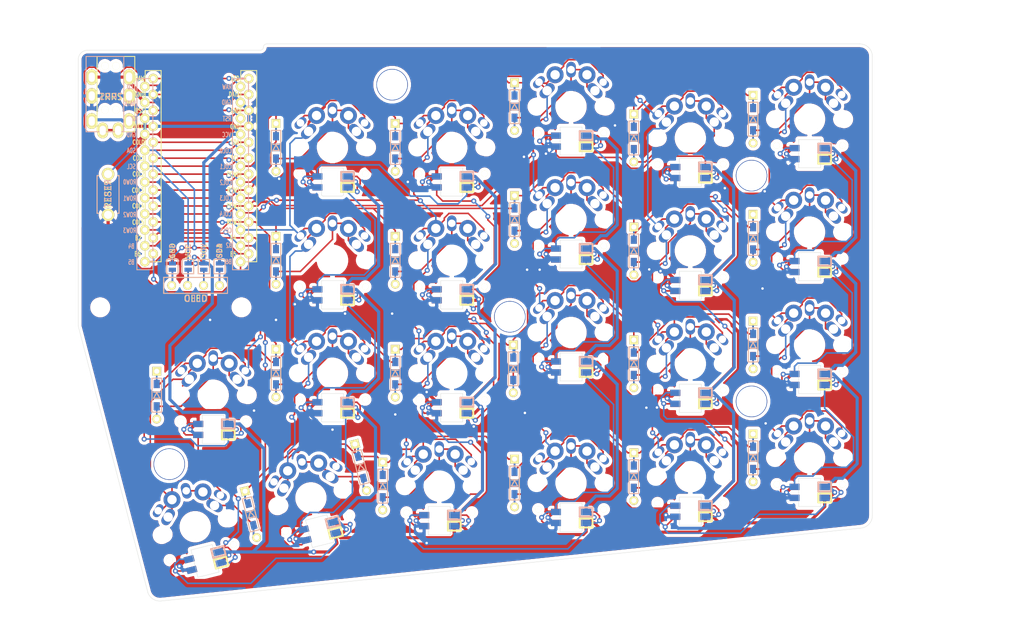
<source format=kicad_pcb>
(kicad_pcb (version 20171130) (host pcbnew "(5.1.0)-1")
  (layers (0 F.Cu signal) (31 B.Cu signal) (34 B.Paste user) (35 F.Paste user) (36 B.SilkS user) (37 F.SilkS user) (38 B.Mask user) (39 F.Mask user) (44 Edge.Cuts user))
  (net 0 "")
  (net 1 row3)
  (net 2 "Net-(D1-Pad2)")
  (net 3 row4)
  (net 4 "Net-(D2-Pad2)")
  (net 5 "Net-(D3-Pad2)")
  (net 6 row1)
  (net 7 "Net-(D4-Pad2)")
  (net 8 row2)
  (net 9 "Net-(D5-Pad2)")
  (net 10 "Net-(D6-Pad2)")
  (net 11 "Net-(D7-Pad2)")
  (net 12 "Net-(D8-Pad2)")
  (net 13 "Net-(D9-Pad2)")
  (net 14 "Net-(D10-Pad2)")
  (net 15 "Net-(D11-Pad2)")
  (net 16 "Net-(D12-Pad2)")
  (net 17 "Net-(D13-Pad2)")
  (net 18 "Net-(D14-Pad2)")
  (net 19 "Net-(D15-Pad2)")
  (net 20 "Net-(D16-Pad2)")
  (net 21 "Net-(D17-Pad2)")
  (net 22 "Net-(D18-Pad2)")
  (net 23 "Net-(D19-Pad2)")
  (net 24 "Net-(D20-Pad2)")
  (net 25 "Net-(D21-Pad2)")
  (net 26 "Net-(D22-Pad2)")
  (net 27 VCC)
  (net 28 "Net-(J1-PadA)")
  (net 29 date)
  (net 30 GND)
  (net 31 "Net-(J2-Pad1)")
  (net 32 "Net-(J2-Pad2)")
  (net 33 "Net-(J2-Pad3)")
  (net 34 "Net-(J2-Pad4)")
  (net 35 SCL)
  (net 36 SDA)
  (net 37 LED)
  (net 38 "Net-(L1-Pad1)")
  (net 39 "Net-(L2-Pad1)")
  (net 40 "Net-(L3-Pad1)")
  (net 41 "Net-(L3-Pad3)")
  (net 42 "Net-(L4-Pad3)")
  (net 43 "Net-(L5-Pad3)")
  (net 44 "Net-(L7-Pad1)")
  (net 45 "Net-(L8-Pad1)")
  (net 46 "Net-(L10-Pad3)")
  (net 47 "Net-(L10-Pad1)")
  (net 48 "Net-(L11-Pad1)")
  (net 49 "Net-(L11-Pad3)")
  (net 50 "Net-(L12-Pad3)")
  (net 51 "Net-(L13-Pad3)")
  (net 52 "Net-(L15-Pad1)")
  (net 53 "Net-(L16-Pad1)")
  (net 54 "Net-(L17-Pad1)")
  (net 55 "Net-(L18-Pad1)")
  (net 56 "Net-(L19-Pad1)")
  (net 57 "Net-(L19-Pad3)")
  (net 58 "Net-(L20-Pad3)")
  (net 59 "Net-(L21-Pad3)")
  (net 60 RST)
  (net 61 col6)
  (net 62 col5)
  (net 63 col4)
  (net 64 col3)
  (net 65 col2)
  (net 66 col1)
  (net 67 "Net-(U1-Pad24)")
  (net 68 "Net-(U1-Pad20)")
  (net 69 "Net-(U1-Pad13)")
  (net 70 "Net-(U1-Pad12)")
  (net 71 "Net-(U1-Pad7)")
  (module MountingHole:MountingHole_2.2mm_M2_DIN965 (layer F.Cu) (at 96 111)
    (fp_text reference REF** hide)
    (fp_text value MountingHole_2.2mm_M2_DIN965)
    (pad 1 np_thru_hole circle (at 0 0) (size 2.2 2.2) (drill 2.2) (layers *.Cu *.Mask))
  )
  (module kbd:MX_PG1350_FLIP_HOLES (layer F.Cu) (at 152 121.5)
    (fp_text reference SW10 hide)
    (fp_text value SW_Push hide)
    (pad "" np_thru_hole circle (at 5.22 4.2) (size 1 1) (drill 1) (layers *.Cu *.Mask F.SilkS))
    (pad 2 thru_hole oval (at 0 -5.9 90) (size 2.5 1.5) (drill 1.2) (layers *.Cu *.Mask) (net 13 "Net-(D9-Pad2)"))
    (pad 1 thru_hole oval (at 5.1 -3.9 315) (size 2.2 1.2) (drill oval 1.2) (layers *.Cu *.Mask) (net 63 col4))
    (pad 1 thru_hole oval (at -5.1 -3.9 45) (size 2.2 1.2) (drill oval 1.2) (layers *.Cu *.Mask) (net 63 col4))
    (pad "" np_thru_hole circle (at 5.5 0) (size 1.9 1.9) (drill 1.9) (layers *.Cu *.Mask) (clearance 0.1524))
    (pad "" np_thru_hole circle (at -5.5 0) (size 1.9 1.9) (drill 1.9) (layers *.Cu *.Mask) (clearance 0.1524))
    (pad 1 thru_hole oval (at -3.81 -2.54 45) (size 2.8 1.5) (drill oval 1.5) (layers *.Cu *.Mask) (net 63 col4))
    (pad "" np_thru_hole circle (at 0 0) (size 4 4) (drill 4) (layers *.Cu *.Mask) (clearance 0.1524))
    (pad "" np_thru_hole circle (at -5.08 0) (size 1.7 1.7) (drill 1.7) (layers *.Cu *.Mask) (clearance 0.1524))
    (pad "" np_thru_hole circle (at 5.08 0) (size 1.7 1.7) (drill 1.7) (layers *.Cu *.Mask) (clearance 0.1524))
    (pad 2 thru_hole oval (at 3.81 -2.54 315) (size 2.8 1.5) (drill 1.5) (layers *.Cu *.Mask) (net 13 "Net-(D9-Pad2)"))
    (pad 1 thru_hole circle (at -2.54 -5.08) (size 2.7 2.7) (drill 1.5) (layers *.Cu *.Mask) (net 63 col4))
    (pad 2 thru_hole circle (at 2.54 -5.08) (size 2.7 2.7) (drill 1.5) (layers *.Cu *.Mask) (net 13 "Net-(D9-Pad2)"))
    (pad "" np_thru_hole circle (at -5.22 4.2) (size 1 1) (drill 1) (layers *.Cu *.Mask F.SilkS))
  )
  (module kbd:D3_TH_SMD (layer F.Cu) (at 161.8 120.8 270)
    (fp_text reference D13 hide)
    (fp_text value D hide)
    (pad 1 smd rect (at -1.775 0 270) (size 1.3 0.95) (layers F.Cu F.Paste F.Mask) (net 1 row3))
    (pad 2 smd rect (at 1.775 0 270) (size 1.3 0.95) (layers B.Cu B.Paste B.Mask) (net 17 "Net-(D13-Pad2)"))
    (pad 1 smd rect (at -1.775 0 270) (size 1.3 0.95) (layers B.Cu B.Paste B.Mask) (net 1 row3))
    (pad 1 thru_hole rect (at -3.81 0 270) (size 1.397 1.397) (drill 0.8128) (layers *.Cu *.Mask F.SilkS) (net 1 row3))
    (pad 2 thru_hole circle (at 3.81 0 270) (size 1.397 1.397) (drill 0.8128) (layers *.Cu *.Mask F.SilkS) (net 17 "Net-(D13-Pad2)"))
    (pad 2 smd rect (at 1.775 0 270) (size 1.3 0.95) (layers F.Cu F.Paste F.Mask) (net 17 "Net-(D13-Pad2)"))
  )
  (module kbd:HOLE (layer F.Cu) (at 199.75 126)
    (fp_text reference Ref**)
    (fp_text value Val**)
    (pad "" np_thru_hole circle (at 0 0) (size 5 5) (drill 4.8) (layers *.Cu *.Mask))
  )
  (module kbd:HOLE (layer F.Cu) (at 199.75 90)
    (fp_text reference Ref**)
    (fp_text value Val**)
    (pad "" np_thru_hole circle (at 0 0) (size 5 5) (drill 4.8) (layers *.Cu *.Mask))
  )
  (module kbd:HOLE (layer F.Cu) (at 161.25 112.5)
    (fp_text reference Ref**)
    (fp_text value Val**)
    (pad "" np_thru_hole circle (at 0 0) (size 5 5) (drill 4.8) (layers *.Cu *.Mask))
  )
  (module kbd:HOLE (layer F.Cu) (at 142.5 75.5)
    (fp_text reference Ref**)
    (fp_text value Val**)
    (pad "" np_thru_hole circle (at 0 0) (size 5 5) (drill 4.8) (layers *.Cu *.Mask))
  )
  (module kbd:HOLE (layer F.Cu) (at 107 136)
    (fp_text reference Ref**)
    (fp_text value Val**)
    (pad "" np_thru_hole circle (at 0 0) (size 5 5) (drill 4.8) (layers *.Cu *.Mask))
  )
  (module kbd:MJ-4PP-9 (layer F.Cu) (at 98.5 71)
    (fp_text reference J1)
    (fp_text value MJ-4PP-9 hide)
    (fp_text user TRRS (at -0.75 6.45) (layer F.SilkS))
    (fp_text user TRRS (at -0.8255 6.4135) (layer B.SilkS) (effects (justify mirror)))
    (pad A thru_hole oval (at -2.1 11.8) (size 1.7 2.5) (drill oval 1 1.5) (layers *.Cu *.Mask F.SilkS) (net 28 "Net-(J1-PadA)") (clearance 0.15))
    (pad D thru_hole oval (at 2.1 10.3) (size 1.7 2.5) (drill oval 1 1.5) (layers *.Cu *.Mask F.SilkS) (net 27 VCC) (clearance 0.15))
    (pad C thru_hole oval (at 2.1 6.3) (size 1.7 2.5) (drill oval 1 1.5) (layers *.Cu *.Mask F.SilkS) (net 30 GND))
    (pad B thru_hole oval (at 2.1 3.3) (size 1.7 2.5) (drill oval 1 1.5) (layers *.Cu *.Mask F.SilkS) (net 29 date))
    (pad "" np_thru_hole circle (at 0 8.5) (size 1.2 1.2) (drill 1.2) (layers *.Cu *.Mask F.SilkS))
    (pad "" np_thru_hole circle (at 0 1.5) (size 1.2 1.2) (drill 1.2) (layers *.Cu *.Mask F.SilkS))
    (pad C thru_hole oval (at -3.85 6.3) (size 1.7 2.5) (drill oval 1 1.5) (layers *.Cu *.Mask F.SilkS) (net 30 GND))
    (pad B thru_hole oval (at -3.85 3.3) (size 1.7 2.5) (drill oval 1 1.5) (layers *.Cu *.Mask F.SilkS) (net 29 date))
    (pad A thru_hole oval (at 0.35 11.8) (size 1.7 2.5) (drill oval 1 1.5) (layers *.Cu *.Mask F.SilkS) (net 28 "Net-(J1-PadA)") (clearance 0.15))
    (pad D thru_hole oval (at -3.85 10.3) (size 1.7 2.5) (drill oval 1 1.5) (layers *.Cu *.Mask F.SilkS) (net 27 VCC) (clearance 0.15))
    (pad "" np_thru_hole circle (at -1.75 1.5) (size 1.2 1.2) (drill 1.2) (layers *.Cu *.Mask F.SilkS))
    (pad "" np_thru_hole circle (at -1.75 8.5) (size 1.2 1.2) (drill 1.2) (layers *.Cu *.Mask F.SilkS))
  )
  (module MountingHole:MountingHole_2.2mm_M2_DIN965 (layer F.Cu) (at 118.5 111)
    (fp_text reference REF** hide)
    (fp_text value MountingHole_2.2mm_M2_DIN965)
    (pad 1 np_thru_hole circle (at 0 0) (size 2.2 2.2) (drill 2.2) (layers *.Cu *.Mask))
  )
  (module kbd:D3_TH_SMD (layer F.Cu) (at 143 103.5 270)
    (fp_text reference D8 hide)
    (fp_text value D hide)
    (pad 1 smd rect (at -1.775 0 270) (size 1.3 0.95) (layers F.Cu F.Paste F.Mask) (net 8 row2))
    (pad 2 smd rect (at 1.775 0 270) (size 1.3 0.95) (layers B.Cu B.Paste B.Mask) (net 12 "Net-(D8-Pad2)"))
    (pad 1 smd rect (at -1.775 0 270) (size 1.3 0.95) (layers B.Cu B.Paste B.Mask) (net 8 row2))
    (pad 1 thru_hole rect (at -3.81 0 270) (size 1.397 1.397) (drill 0.8128) (layers *.Cu *.Mask F.SilkS) (net 8 row2))
    (pad 2 thru_hole circle (at 3.81 0 270) (size 1.397 1.397) (drill 0.8128) (layers *.Cu *.Mask F.SilkS) (net 12 "Net-(D8-Pad2)"))
    (pad 2 smd rect (at 1.775 0 270) (size 1.3 0.95) (layers F.Cu F.Paste F.Mask) (net 12 "Net-(D8-Pad2)"))
  )
  (module kbd:D3_TH_SMD (layer F.Cu) (at 105 125 270)
    (fp_text reference D1 hide)
    (fp_text value D hide)
    (pad 1 smd rect (at -1.775 0 270) (size 1.3 0.95) (layers F.Cu F.Paste F.Mask) (net 1 row3))
    (pad 2 smd rect (at 1.775 0 270) (size 1.3 0.95) (layers B.Cu B.Paste B.Mask) (net 2 "Net-(D1-Pad2)"))
    (pad 1 smd rect (at -1.775 0 270) (size 1.3 0.95) (layers B.Cu B.Paste B.Mask) (net 1 row3))
    (pad 1 thru_hole rect (at -3.81 0 270) (size 1.397 1.397) (drill 0.8128) (layers *.Cu *.Mask F.SilkS) (net 1 row3))
    (pad 2 thru_hole circle (at 3.81 0 270) (size 1.397 1.397) (drill 0.8128) (layers *.Cu *.Mask F.SilkS) (net 2 "Net-(D1-Pad2)"))
    (pad 2 smd rect (at 1.775 0 270) (size 1.3 0.95) (layers F.Cu F.Paste F.Mask) (net 2 "Net-(D1-Pad2)"))
  )
  (module kbd:D3_TH_SMD (layer F.Cu) (at 120 144 284)
    (fp_text reference D2 hide)
    (fp_text value D hide)
    (pad 2 smd rect (at 1.775 0 284) (size 1.3 0.95) (layers F.Cu F.Paste F.Mask) (net 4 "Net-(D2-Pad2)"))
    (pad 2 thru_hole circle (at 3.81 0 284) (size 1.397 1.397) (drill 0.8128) (layers *.Cu *.Mask F.SilkS) (net 4 "Net-(D2-Pad2)"))
    (pad 1 thru_hole rect (at -3.81 0 284) (size 1.397 1.397) (drill 0.8128) (layers *.Cu *.Mask F.SilkS) (net 3 row4))
    (pad 1 smd rect (at -1.775 0 284) (size 1.3 0.95) (layers B.Cu B.Paste B.Mask) (net 3 row4))
    (pad 2 smd rect (at 1.775 0 284) (size 1.3 0.95) (layers B.Cu B.Paste B.Mask) (net 4 "Net-(D2-Pad2)"))
    (pad 1 smd rect (at -1.775 0 284) (size 1.3 0.95) (layers F.Cu F.Paste F.Mask) (net 3 row4))
  )
  (module kbd:D3_TH_SMD (layer F.Cu) (at 124 85.5 270)
    (fp_text reference D3 hide)
    (fp_text value D hide)
    (pad 2 smd rect (at 1.775 0 270) (size 1.3 0.95) (layers F.Cu F.Paste F.Mask) (net 5 "Net-(D3-Pad2)"))
    (pad 2 thru_hole circle (at 3.81 0 270) (size 1.397 1.397) (drill 0.8128) (layers *.Cu *.Mask F.SilkS) (net 5 "Net-(D3-Pad2)"))
    (pad 1 thru_hole rect (at -3.81 0 270) (size 1.397 1.397) (drill 0.8128) (layers *.Cu *.Mask F.SilkS) (net 6 row1))
    (pad 1 smd rect (at -1.775 0 270) (size 1.3 0.95) (layers B.Cu B.Paste B.Mask) (net 6 row1))
    (pad 2 smd rect (at 1.775 0 270) (size 1.3 0.95) (layers B.Cu B.Paste B.Mask) (net 5 "Net-(D3-Pad2)"))
    (pad 1 smd rect (at -1.775 0 270) (size 1.3 0.95) (layers F.Cu F.Paste F.Mask) (net 6 row1))
  )
  (module kbd:D3_TH_SMD (layer F.Cu) (at 124 103.5 270)
    (fp_text reference D4 hide)
    (fp_text value D hide)
    (pad 2 smd rect (at 1.775 0 270) (size 1.3 0.95) (layers F.Cu F.Paste F.Mask) (net 7 "Net-(D4-Pad2)"))
    (pad 2 thru_hole circle (at 3.81 0 270) (size 1.397 1.397) (drill 0.8128) (layers *.Cu *.Mask F.SilkS) (net 7 "Net-(D4-Pad2)"))
    (pad 1 thru_hole rect (at -3.81 0 270) (size 1.397 1.397) (drill 0.8128) (layers *.Cu *.Mask F.SilkS) (net 8 row2))
    (pad 1 smd rect (at -1.775 0 270) (size 1.3 0.95) (layers B.Cu B.Paste B.Mask) (net 8 row2))
    (pad 2 smd rect (at 1.775 0 270) (size 1.3 0.95) (layers B.Cu B.Paste B.Mask) (net 7 "Net-(D4-Pad2)"))
    (pad 1 smd rect (at -1.775 0 270) (size 1.3 0.95) (layers F.Cu F.Paste F.Mask) (net 8 row2))
  )
  (module kbd:D3_TH_SMD (layer F.Cu) (at 124 121.5 270)
    (fp_text reference D5 hide)
    (fp_text value D hide)
    (pad 2 smd rect (at 1.775 0 270) (size 1.3 0.95) (layers F.Cu F.Paste F.Mask) (net 9 "Net-(D5-Pad2)"))
    (pad 2 thru_hole circle (at 3.81 0 270) (size 1.397 1.397) (drill 0.8128) (layers *.Cu *.Mask F.SilkS) (net 9 "Net-(D5-Pad2)"))
    (pad 1 thru_hole rect (at -3.81 0 270) (size 1.397 1.397) (drill 0.8128) (layers *.Cu *.Mask F.SilkS) (net 1 row3))
    (pad 1 smd rect (at -1.775 0 270) (size 1.3 0.95) (layers B.Cu B.Paste B.Mask) (net 1 row3))
    (pad 2 smd rect (at 1.775 0 270) (size 1.3 0.95) (layers B.Cu B.Paste B.Mask) (net 9 "Net-(D5-Pad2)"))
    (pad 1 smd rect (at -1.775 0 270) (size 1.3 0.95) (layers F.Cu F.Paste F.Mask) (net 1 row3))
  )
  (module kbd:D3_TH_SMD (layer F.Cu) (at 137.5 136.5 284)
    (fp_text reference D6 hide)
    (fp_text value D hide)
    (pad 2 smd rect (at 1.775 0 284) (size 1.3 0.95) (layers F.Cu F.Paste F.Mask) (net 10 "Net-(D6-Pad2)"))
    (pad 2 thru_hole circle (at 3.81 0 284) (size 1.397 1.397) (drill 0.8128) (layers *.Cu *.Mask F.SilkS) (net 10 "Net-(D6-Pad2)"))
    (pad 1 thru_hole rect (at -3.81 0 284) (size 1.397 1.397) (drill 0.8128) (layers *.Cu *.Mask F.SilkS) (net 3 row4))
    (pad 1 smd rect (at -1.775 0 284) (size 1.3 0.95) (layers B.Cu B.Paste B.Mask) (net 3 row4))
    (pad 2 smd rect (at 1.775 0 284) (size 1.3 0.95) (layers B.Cu B.Paste B.Mask) (net 10 "Net-(D6-Pad2)"))
    (pad 1 smd rect (at -1.775 0 284) (size 1.3 0.95) (layers F.Cu F.Paste F.Mask) (net 3 row4))
  )
  (module kbd:D3_TH_SMD (layer F.Cu) (at 143 85.5 270)
    (fp_text reference D7 hide)
    (fp_text value D hide)
    (pad 2 smd rect (at 1.775 0 270) (size 1.3 0.95) (layers F.Cu F.Paste F.Mask) (net 11 "Net-(D7-Pad2)"))
    (pad 2 thru_hole circle (at 3.81 0 270) (size 1.397 1.397) (drill 0.8128) (layers *.Cu *.Mask F.SilkS) (net 11 "Net-(D7-Pad2)"))
    (pad 1 thru_hole rect (at -3.81 0 270) (size 1.397 1.397) (drill 0.8128) (layers *.Cu *.Mask F.SilkS) (net 6 row1))
    (pad 1 smd rect (at -1.775 0 270) (size 1.3 0.95) (layers B.Cu B.Paste B.Mask) (net 6 row1))
    (pad 2 smd rect (at 1.775 0 270) (size 1.3 0.95) (layers B.Cu B.Paste B.Mask) (net 11 "Net-(D7-Pad2)"))
    (pad 1 smd rect (at -1.775 0 270) (size 1.3 0.95) (layers F.Cu F.Paste F.Mask) (net 6 row1))
  )
  (module kbd:D3_TH_SMD (layer F.Cu) (at 143 121.5 270)
    (fp_text reference D9 hide)
    (fp_text value D hide)
    (pad 1 smd rect (at -1.775 0 270) (size 1.3 0.95) (layers F.Cu F.Paste F.Mask) (net 1 row3))
    (pad 2 smd rect (at 1.775 0 270) (size 1.3 0.95) (layers B.Cu B.Paste B.Mask) (net 13 "Net-(D9-Pad2)"))
    (pad 1 smd rect (at -1.775 0 270) (size 1.3 0.95) (layers B.Cu B.Paste B.Mask) (net 1 row3))
    (pad 1 thru_hole rect (at -3.81 0 270) (size 1.397 1.397) (drill 0.8128) (layers *.Cu *.Mask F.SilkS) (net 1 row3))
    (pad 2 thru_hole circle (at 3.81 0 270) (size 1.397 1.397) (drill 0.8128) (layers *.Cu *.Mask F.SilkS) (net 13 "Net-(D9-Pad2)"))
    (pad 2 smd rect (at 1.775 0 270) (size 1.3 0.95) (layers F.Cu F.Paste F.Mask) (net 13 "Net-(D9-Pad2)"))
  )
  (module kbd:D3_TH_SMD (layer F.Cu) (at 141 139.5 270)
    (fp_text reference D10 hide)
    (fp_text value D hide)
    (pad 1 smd rect (at -1.775 0 270) (size 1.3 0.95) (layers F.Cu F.Paste F.Mask) (net 3 row4))
    (pad 2 smd rect (at 1.775 0 270) (size 1.3 0.95) (layers B.Cu B.Paste B.Mask) (net 14 "Net-(D10-Pad2)"))
    (pad 1 smd rect (at -1.775 0 270) (size 1.3 0.95) (layers B.Cu B.Paste B.Mask) (net 3 row4))
    (pad 1 thru_hole rect (at -3.81 0 270) (size 1.397 1.397) (drill 0.8128) (layers *.Cu *.Mask F.SilkS) (net 3 row4))
    (pad 2 thru_hole circle (at 3.81 0 270) (size 1.397 1.397) (drill 0.8128) (layers *.Cu *.Mask F.SilkS) (net 14 "Net-(D10-Pad2)"))
    (pad 2 smd rect (at 1.775 0 270) (size 1.3 0.95) (layers F.Cu F.Paste F.Mask) (net 14 "Net-(D10-Pad2)"))
  )
  (module kbd:D3_TH_SMD (layer F.Cu) (at 162 79 270)
    (fp_text reference D11 hide)
    (fp_text value D hide)
    (pad 1 smd rect (at -1.775 0 270) (size 1.3 0.95) (layers F.Cu F.Paste F.Mask) (net 6 row1))
    (pad 2 smd rect (at 1.775 0 270) (size 1.3 0.95) (layers B.Cu B.Paste B.Mask) (net 15 "Net-(D11-Pad2)"))
    (pad 1 smd rect (at -1.775 0 270) (size 1.3 0.95) (layers B.Cu B.Paste B.Mask) (net 6 row1))
    (pad 1 thru_hole rect (at -3.81 0 270) (size 1.397 1.397) (drill 0.8128) (layers *.Cu *.Mask F.SilkS) (net 6 row1))
    (pad 2 thru_hole circle (at 3.81 0 270) (size 1.397 1.397) (drill 0.8128) (layers *.Cu *.Mask F.SilkS) (net 15 "Net-(D11-Pad2)"))
    (pad 2 smd rect (at 1.775 0 270) (size 1.3 0.95) (layers F.Cu F.Paste F.Mask) (net 15 "Net-(D11-Pad2)"))
  )
  (module kbd:D3_TH_SMD (layer F.Cu) (at 162 97 270)
    (fp_text reference D12 hide)
    (fp_text value D hide)
    (pad 1 smd rect (at -1.775 0 270) (size 1.3 0.95) (layers F.Cu F.Paste F.Mask) (net 8 row2))
    (pad 2 smd rect (at 1.775 0 270) (size 1.3 0.95) (layers B.Cu B.Paste B.Mask) (net 16 "Net-(D12-Pad2)"))
    (pad 1 smd rect (at -1.775 0 270) (size 1.3 0.95) (layers B.Cu B.Paste B.Mask) (net 8 row2))
    (pad 1 thru_hole rect (at -3.81 0 270) (size 1.397 1.397) (drill 0.8128) (layers *.Cu *.Mask F.SilkS) (net 8 row2))
    (pad 2 thru_hole circle (at 3.81 0 270) (size 1.397 1.397) (drill 0.8128) (layers *.Cu *.Mask F.SilkS) (net 16 "Net-(D12-Pad2)"))
    (pad 2 smd rect (at 1.775 0 270) (size 1.3 0.95) (layers F.Cu F.Paste F.Mask) (net 16 "Net-(D12-Pad2)"))
  )
  (module kbd:D3_TH_SMD (layer F.Cu) (at 162 139 270)
    (fp_text reference D14 hide)
    (fp_text value D hide)
    (pad 2 smd rect (at 1.775 0 270) (size 1.3 0.95) (layers F.Cu F.Paste F.Mask) (net 18 "Net-(D14-Pad2)"))
    (pad 2 thru_hole circle (at 3.81 0 270) (size 1.397 1.397) (drill 0.8128) (layers *.Cu *.Mask F.SilkS) (net 18 "Net-(D14-Pad2)"))
    (pad 1 thru_hole rect (at -3.81 0 270) (size 1.397 1.397) (drill 0.8128) (layers *.Cu *.Mask F.SilkS) (net 3 row4))
    (pad 1 smd rect (at -1.775 0 270) (size 1.3 0.95) (layers B.Cu B.Paste B.Mask) (net 3 row4))
    (pad 2 smd rect (at 1.775 0 270) (size 1.3 0.95) (layers B.Cu B.Paste B.Mask) (net 18 "Net-(D14-Pad2)"))
    (pad 1 smd rect (at -1.775 0 270) (size 1.3 0.95) (layers F.Cu F.Paste F.Mask) (net 3 row4))
  )
  (module kbd:D3_TH_SMD (layer F.Cu) (at 181 84 270)
    (fp_text reference D15 hide)
    (fp_text value D hide)
    (pad 1 smd rect (at -1.775 0 270) (size 1.3 0.95) (layers F.Cu F.Paste F.Mask) (net 6 row1))
    (pad 2 smd rect (at 1.775 0 270) (size 1.3 0.95) (layers B.Cu B.Paste B.Mask) (net 19 "Net-(D15-Pad2)"))
    (pad 1 smd rect (at -1.775 0 270) (size 1.3 0.95) (layers B.Cu B.Paste B.Mask) (net 6 row1))
    (pad 1 thru_hole rect (at -3.81 0 270) (size 1.397 1.397) (drill 0.8128) (layers *.Cu *.Mask F.SilkS) (net 6 row1))
    (pad 2 thru_hole circle (at 3.81 0 270) (size 1.397 1.397) (drill 0.8128) (layers *.Cu *.Mask F.SilkS) (net 19 "Net-(D15-Pad2)"))
    (pad 2 smd rect (at 1.775 0 270) (size 1.3 0.95) (layers F.Cu F.Paste F.Mask) (net 19 "Net-(D15-Pad2)"))
  )
  (module kbd:D3_TH_SMD (layer F.Cu) (at 181 102 270)
    (fp_text reference D16 hide)
    (fp_text value D hide)
    (pad 2 smd rect (at 1.775 0 270) (size 1.3 0.95) (layers F.Cu F.Paste F.Mask) (net 20 "Net-(D16-Pad2)"))
    (pad 2 thru_hole circle (at 3.81 0 270) (size 1.397 1.397) (drill 0.8128) (layers *.Cu *.Mask F.SilkS) (net 20 "Net-(D16-Pad2)"))
    (pad 1 thru_hole rect (at -3.81 0 270) (size 1.397 1.397) (drill 0.8128) (layers *.Cu *.Mask F.SilkS) (net 8 row2))
    (pad 1 smd rect (at -1.775 0 270) (size 1.3 0.95) (layers B.Cu B.Paste B.Mask) (net 8 row2))
    (pad 2 smd rect (at 1.775 0 270) (size 1.3 0.95) (layers B.Cu B.Paste B.Mask) (net 20 "Net-(D16-Pad2)"))
    (pad 1 smd rect (at -1.775 0 270) (size 1.3 0.95) (layers F.Cu F.Paste F.Mask) (net 8 row2))
  )
  (module kbd:D3_TH_SMD (layer F.Cu) (at 181 120 270)
    (fp_text reference D17 hide)
    (fp_text value D hide)
    (pad 2 smd rect (at 1.775 0 270) (size 1.3 0.95) (layers F.Cu F.Paste F.Mask) (net 21 "Net-(D17-Pad2)"))
    (pad 2 thru_hole circle (at 3.81 0 270) (size 1.397 1.397) (drill 0.8128) (layers *.Cu *.Mask F.SilkS) (net 21 "Net-(D17-Pad2)"))
    (pad 1 thru_hole rect (at -3.81 0 270) (size 1.397 1.397) (drill 0.8128) (layers *.Cu *.Mask F.SilkS) (net 1 row3))
    (pad 1 smd rect (at -1.775 0 270) (size 1.3 0.95) (layers B.Cu B.Paste B.Mask) (net 1 row3))
    (pad 2 smd rect (at 1.775 0 270) (size 1.3 0.95) (layers B.Cu B.Paste B.Mask) (net 21 "Net-(D17-Pad2)"))
    (pad 1 smd rect (at -1.775 0 270) (size 1.3 0.95) (layers F.Cu F.Paste F.Mask) (net 1 row3))
  )
  (module kbd:D3_TH_SMD (layer F.Cu) (at 181 138 270)
    (fp_text reference D18 hide)
    (fp_text value D hide)
    (pad 1 smd rect (at -1.775 0 270) (size 1.3 0.95) (layers F.Cu F.Paste F.Mask) (net 3 row4))
    (pad 2 smd rect (at 1.775 0 270) (size 1.3 0.95) (layers B.Cu B.Paste B.Mask) (net 22 "Net-(D18-Pad2)"))
    (pad 1 smd rect (at -1.775 0 270) (size 1.3 0.95) (layers B.Cu B.Paste B.Mask) (net 3 row4))
    (pad 1 thru_hole rect (at -3.81 0 270) (size 1.397 1.397) (drill 0.8128) (layers *.Cu *.Mask F.SilkS) (net 3 row4))
    (pad 2 thru_hole circle (at 3.81 0 270) (size 1.397 1.397) (drill 0.8128) (layers *.Cu *.Mask F.SilkS) (net 22 "Net-(D18-Pad2)"))
    (pad 2 smd rect (at 1.775 0 270) (size 1.3 0.95) (layers F.Cu F.Paste F.Mask) (net 22 "Net-(D18-Pad2)"))
  )
  (module kbd:D3_TH_SMD (layer F.Cu) (at 200 81 270)
    (fp_text reference D19 hide)
    (fp_text value D hide)
    (pad 1 smd rect (at -1.775 0 270) (size 1.3 0.95) (layers F.Cu F.Paste F.Mask) (net 6 row1))
    (pad 2 smd rect (at 1.775 0 270) (size 1.3 0.95) (layers B.Cu B.Paste B.Mask) (net 23 "Net-(D19-Pad2)"))
    (pad 1 smd rect (at -1.775 0 270) (size 1.3 0.95) (layers B.Cu B.Paste B.Mask) (net 6 row1))
    (pad 1 thru_hole rect (at -3.81 0 270) (size 1.397 1.397) (drill 0.8128) (layers *.Cu *.Mask F.SilkS) (net 6 row1))
    (pad 2 thru_hole circle (at 3.81 0 270) (size 1.397 1.397) (drill 0.8128) (layers *.Cu *.Mask F.SilkS) (net 23 "Net-(D19-Pad2)"))
    (pad 2 smd rect (at 1.775 0 270) (size 1.3 0.95) (layers F.Cu F.Paste F.Mask) (net 23 "Net-(D19-Pad2)"))
  )
  (module kbd:D3_TH_SMD (layer F.Cu) (at 200 100 270)
    (fp_text reference D20 hide)
    (fp_text value D hide)
    (pad 2 smd rect (at 1.775 0 270) (size 1.3 0.95) (layers F.Cu F.Paste F.Mask) (net 24 "Net-(D20-Pad2)"))
    (pad 2 thru_hole circle (at 3.81 0 270) (size 1.397 1.397) (drill 0.8128) (layers *.Cu *.Mask F.SilkS) (net 24 "Net-(D20-Pad2)"))
    (pad 1 thru_hole rect (at -3.81 0 270) (size 1.397 1.397) (drill 0.8128) (layers *.Cu *.Mask F.SilkS) (net 8 row2))
    (pad 1 smd rect (at -1.775 0 270) (size 1.3 0.95) (layers B.Cu B.Paste B.Mask) (net 8 row2))
    (pad 2 smd rect (at 1.775 0 270) (size 1.3 0.95) (layers B.Cu B.Paste B.Mask) (net 24 "Net-(D20-Pad2)"))
    (pad 1 smd rect (at -1.775 0 270) (size 1.3 0.95) (layers F.Cu F.Paste F.Mask) (net 8 row2))
  )
  (module kbd:D3_TH_SMD (layer F.Cu) (at 200 117 270)
    (fp_text reference D21 hide)
    (fp_text value D hide)
    (pad 2 smd rect (at 1.775 0 270) (size 1.3 0.95) (layers F.Cu F.Paste F.Mask) (net 25 "Net-(D21-Pad2)"))
    (pad 2 thru_hole circle (at 3.81 0 270) (size 1.397 1.397) (drill 0.8128) (layers *.Cu *.Mask F.SilkS) (net 25 "Net-(D21-Pad2)"))
    (pad 1 thru_hole rect (at -3.81 0 270) (size 1.397 1.397) (drill 0.8128) (layers *.Cu *.Mask F.SilkS) (net 1 row3))
    (pad 1 smd rect (at -1.775 0 270) (size 1.3 0.95) (layers B.Cu B.Paste B.Mask) (net 1 row3))
    (pad 2 smd rect (at 1.775 0 270) (size 1.3 0.95) (layers B.Cu B.Paste B.Mask) (net 25 "Net-(D21-Pad2)"))
    (pad 1 smd rect (at -1.775 0 270) (size 1.3 0.95) (layers F.Cu F.Paste F.Mask) (net 1 row3))
  )
  (module kbd:D3_TH_SMD (layer F.Cu) (at 200 135 270)
    (fp_text reference D22 hide)
    (fp_text value D hide)
    (pad 1 smd rect (at -1.775 0 270) (size 1.3 0.95) (layers F.Cu F.Paste F.Mask) (net 3 row4))
    (pad 2 smd rect (at 1.775 0 270) (size 1.3 0.95) (layers B.Cu B.Paste B.Mask) (net 26 "Net-(D22-Pad2)"))
    (pad 1 smd rect (at -1.775 0 270) (size 1.3 0.95) (layers B.Cu B.Paste B.Mask) (net 3 row4))
    (pad 1 thru_hole rect (at -3.81 0 270) (size 1.397 1.397) (drill 0.8128) (layers *.Cu *.Mask F.SilkS) (net 3 row4))
    (pad 2 thru_hole circle (at 3.81 0 270) (size 1.397 1.397) (drill 0.8128) (layers *.Cu *.Mask F.SilkS) (net 26 "Net-(D22-Pad2)"))
    (pad 2 smd rect (at 1.775 0 270) (size 1.3 0.95) (layers F.Cu F.Paste F.Mask) (net 26 "Net-(D22-Pad2)"))
  )
  (module kbd:OLED (layer F.Cu) (at 115 107.5 180)
    (fp_text reference J2)
    (fp_text value Conn_01x04_Female hide)
    (fp_text user OLED (at 3.8 -2.1 180) (layer F.SilkS))
    (fp_text user OLED (at 3.75 -2.1 180) (layer B.SilkS) (effects (justify mirror)))
    (pad 1 thru_hole circle (at 0 0 180) (size 1.397 1.397) (drill 0.8128) (layers *.Cu *.Mask F.SilkS) (net 31 "Net-(J2-Pad1)"))
    (pad 2 thru_hole circle (at 2.54 0 180) (size 1.397 1.397) (drill 0.8128) (layers *.Cu *.Mask F.SilkS) (net 32 "Net-(J2-Pad2)"))
    (pad 3 thru_hole circle (at 5.08 0 180) (size 1.397 1.397) (drill 0.8128) (layers *.Cu *.Mask F.SilkS) (net 33 "Net-(J2-Pad3)"))
    (pad 4 thru_hole circle (at 7.62 0 180) (size 1.397 1.397) (drill 0.8128) (layers *.Cu *.Mask F.SilkS) (net 34 "Net-(J2-Pad4)"))
  )
  (module kbd:Jumper (layer F.Cu) (at 107.5 104.5 90)
    (fp_text reference JP1 hide)
    (fp_text value GND (at 2.5 0 90) (layer F.SilkS) (effects (font (size 0.8128 0.8128))))
    (pad 2 smd rect (at 0.50038 0 90) (size 0.635 1.143) (layers F.Cu F.Paste F.Mask) (net 30 GND) (clearance 0.1905))
    (pad 1 smd rect (at -0.50038 0 90) (size 0.635 1.143) (layers F.Cu F.Paste F.Mask) (net 34 "Net-(J2-Pad4)") (clearance 0.1905))
  )
  (module kbd:Jumper (layer F.Cu) (at 110 104.5 90)
    (fp_text reference JP2 hide)
    (fp_text value VCC (at 2.5 0 90) (layer F.SilkS) (effects (font (size 0.8128 0.8128))))
    (pad 1 smd rect (at -0.50038 0 90) (size 0.635 1.143) (layers F.Cu F.Paste F.Mask) (net 33 "Net-(J2-Pad3)") (clearance 0.1905))
    (pad 2 smd rect (at 0.50038 0 90) (size 0.635 1.143) (layers F.Cu F.Paste F.Mask) (net 27 VCC) (clearance 0.1905))
  )
  (module kbd:Jumper (layer F.Cu) (at 112.5 104.5 90)
    (fp_text reference JP3 hide)
    (fp_text value SCL (at 2.5 0 90) (layer F.SilkS) (effects (font (size 0.8128 0.8128))))
    (pad 2 smd rect (at 0.50038 0 90) (size 0.635 1.143) (layers F.Cu F.Paste F.Mask) (net 35 SCL) (clearance 0.1905))
    (pad 1 smd rect (at -0.50038 0 90) (size 0.635 1.143) (layers F.Cu F.Paste F.Mask) (net 32 "Net-(J2-Pad2)") (clearance 0.1905))
  )
  (module kbd:Jumper (layer F.Cu) (at 115 104.5 90)
    (fp_text reference JP4 hide)
    (fp_text value SDA (at 2.5 0 90) (layer F.SilkS) (effects (font (size 0.8128 0.8128))))
    (pad 1 smd rect (at -0.50038 0 90) (size 0.635 1.143) (layers F.Cu F.Paste F.Mask) (net 31 "Net-(J2-Pad1)") (clearance 0.1905))
    (pad 2 smd rect (at 0.50038 0 90) (size 0.635 1.143) (layers F.Cu F.Paste F.Mask) (net 36 SDA) (clearance 0.1905))
  )
  (module kbd:Jumper (layer B.Cu) (at 107.5 104.5 90)
    (fp_text reference JP5 hide)
    (fp_text value SDA (at 2.5 0 90) (layer B.SilkS) (effects (font (size 0.8128 0.8128)) (justify mirror)))
    (pad 2 smd rect (at 0.50038 0 90) (size 0.635 1.143) (layers B.Cu B.Paste B.Mask) (net 36 SDA) (clearance 0.1905))
    (pad 1 smd rect (at -0.50038 0 90) (size 0.635 1.143) (layers B.Cu B.Paste B.Mask) (net 34 "Net-(J2-Pad4)") (clearance 0.1905))
  )
  (module kbd:Jumper (layer B.Cu) (at 110 104.5 90)
    (fp_text reference JP6 hide)
    (fp_text value SCL (at 2.5 0 90) (layer B.SilkS) (effects (font (size 0.8128 0.8128)) (justify mirror)))
    (pad 1 smd rect (at -0.50038 0 90) (size 0.635 1.143) (layers B.Cu B.Paste B.Mask) (net 33 "Net-(J2-Pad3)") (clearance 0.1905))
    (pad 2 smd rect (at 0.50038 0 90) (size 0.635 1.143) (layers B.Cu B.Paste B.Mask) (net 35 SCL) (clearance 0.1905))
  )
  (module kbd:Jumper (layer B.Cu) (at 112.5 104.5 90)
    (fp_text reference JP7 hide)
    (fp_text value VCC (at 2.5 0 90) (layer B.SilkS) (effects (font (size 0.8128 0.8128)) (justify mirror)))
    (pad 2 smd rect (at 0.50038 0 90) (size 0.635 1.143) (layers B.Cu B.Paste B.Mask) (net 27 VCC) (clearance 0.1905))
    (pad 1 smd rect (at -0.50038 0 90) (size 0.635 1.143) (layers B.Cu B.Paste B.Mask) (net 32 "Net-(J2-Pad2)") (clearance 0.1905))
  )
  (module kbd:Jumper (layer B.Cu) (at 115 104.5 90)
    (fp_text reference JP8 hide)
    (fp_text value GND (at 2.5 0 90) (layer B.SilkS) (effects (font (size 0.8128 0.8128)) (justify mirror)))
    (pad 1 smd rect (at -0.50038 0 90) (size 0.635 1.143) (layers B.Cu B.Paste B.Mask) (net 31 "Net-(J2-Pad1)") (clearance 0.1905))
    (pad 2 smd rect (at 0.50038 0 90) (size 0.635 1.143) (layers B.Cu B.Paste B.Mask) (net 30 GND) (clearance 0.1905))
  )
  (module kbd:SK6812MINI_rev (layer F.Cu) (at 114 130.46)
    (fp_text reference L1 hide)
    (fp_text value SK6812MINI hide)
    (pad 4 smd rect (at 2.4 0.875) (size 1.6 1) (layers F.Cu F.Paste F.Mask) (net 27 VCC))
    (pad 3 smd rect (at 2.4 -0.875) (size 1.6 1) (layers F.Cu F.Paste F.Mask) (net 37 LED))
    (pad 1 smd rect (at -2.4 0.875) (size 1.6 1) (layers F.Cu F.Paste F.Mask) (net 38 "Net-(L1-Pad1)"))
    (pad 2 smd rect (at -2.4 -0.875) (size 1.6 1) (layers F.Cu F.Paste F.Mask) (net 30 GND))
    (pad 3 smd rect (at 2.4 0.875) (size 1.6 1) (layers B.Cu B.Paste B.Mask) (net 37 LED))
    (pad 4 smd rect (at 2.4 -0.875) (size 1.6 1) (layers B.Cu B.Paste B.Mask) (net 27 VCC))
    (pad 1 smd rect (at -2.4 -0.875) (size 1.6 1) (layers B.Cu B.Paste B.Mask) (net 38 "Net-(L1-Pad1)"))
    (pad 2 smd rect (at -2.4 0.875) (size 1.6 1) (layers B.Cu B.Paste B.Mask) (net 30 GND))
  )
  (module kbd:SK6812MINI_rev (layer F.Cu) (at 112.700567 151.432399 14)
    (fp_text reference L2 hide)
    (fp_text value SK6812MINI hide)
    (pad 2 smd rect (at -2.4 0.875 14) (size 1.6 1) (layers B.Cu B.Paste B.Mask) (net 30 GND))
    (pad 1 smd rect (at -2.4 -0.875 14) (size 1.6 1) (layers B.Cu B.Paste B.Mask) (net 39 "Net-(L2-Pad1)"))
    (pad 4 smd rect (at 2.4 -0.875 14) (size 1.6 1) (layers B.Cu B.Paste B.Mask) (net 27 VCC))
    (pad 3 smd rect (at 2.4 0.875 14) (size 1.6 1) (layers B.Cu B.Paste B.Mask) (net 38 "Net-(L1-Pad1)"))
    (pad 2 smd rect (at -2.4 -0.875 14) (size 1.6 1) (layers F.Cu F.Paste F.Mask) (net 30 GND))
    (pad 1 smd rect (at -2.4 0.875 14) (size 1.6 1) (layers F.Cu F.Paste F.Mask) (net 39 "Net-(L2-Pad1)"))
    (pad 3 smd rect (at 2.4 -0.875 14) (size 1.6 1) (layers F.Cu F.Paste F.Mask) (net 38 "Net-(L1-Pad1)"))
    (pad 4 smd rect (at 2.4 0.875 14) (size 1.6 1) (layers F.Cu F.Paste F.Mask) (net 27 VCC))
  )
  (module kbd:SK6812MINI_rev (layer F.Cu) (at 133 91)
    (fp_text reference L3 hide)
    (fp_text value SK6812MINI hide)
    (pad 2 smd rect (at -2.4 0.875) (size 1.6 1) (layers B.Cu B.Paste B.Mask) (net 30 GND))
    (pad 1 smd rect (at -2.4 -0.875) (size 1.6 1) (layers B.Cu B.Paste B.Mask) (net 40 "Net-(L3-Pad1)"))
    (pad 4 smd rect (at 2.4 -0.875) (size 1.6 1) (layers B.Cu B.Paste B.Mask) (net 27 VCC))
    (pad 3 smd rect (at 2.4 0.875) (size 1.6 1) (layers B.Cu B.Paste B.Mask) (net 41 "Net-(L3-Pad3)"))
    (pad 2 smd rect (at -2.4 -0.875) (size 1.6 1) (layers F.Cu F.Paste F.Mask) (net 30 GND))
    (pad 1 smd rect (at -2.4 0.875) (size 1.6 1) (layers F.Cu F.Paste F.Mask) (net 40 "Net-(L3-Pad1)"))
    (pad 3 smd rect (at 2.4 -0.875) (size 1.6 1) (layers F.Cu F.Paste F.Mask) (net 41 "Net-(L3-Pad3)"))
    (pad 4 smd rect (at 2.4 0.875) (size 1.6 1) (layers F.Cu F.Paste F.Mask) (net 27 VCC))
  )
  (module kbd:SK6812MINI_rev (layer F.Cu) (at 133 109)
    (fp_text reference L4 hide)
    (fp_text value SK6812MINI hide)
    (pad 4 smd rect (at 2.4 0.875) (size 1.6 1) (layers F.Cu F.Paste F.Mask) (net 27 VCC))
    (pad 3 smd rect (at 2.4 -0.875) (size 1.6 1) (layers F.Cu F.Paste F.Mask) (net 42 "Net-(L4-Pad3)"))
    (pad 1 smd rect (at -2.4 0.875) (size 1.6 1) (layers F.Cu F.Paste F.Mask) (net 41 "Net-(L3-Pad3)"))
    (pad 2 smd rect (at -2.4 -0.875) (size 1.6 1) (layers F.Cu F.Paste F.Mask) (net 30 GND))
    (pad 3 smd rect (at 2.4 0.875) (size 1.6 1) (layers B.Cu B.Paste B.Mask) (net 42 "Net-(L4-Pad3)"))
    (pad 4 smd rect (at 2.4 -0.875) (size 1.6 1) (layers B.Cu B.Paste B.Mask) (net 27 VCC))
    (pad 1 smd rect (at -2.4 -0.875) (size 1.6 1) (layers B.Cu B.Paste B.Mask) (net 41 "Net-(L3-Pad3)"))
    (pad 2 smd rect (at -2.4 0.875) (size 1.6 1) (layers B.Cu B.Paste B.Mask) (net 30 GND))
  )
  (module kbd:SK6812MINI_rev (layer F.Cu) (at 133 127)
    (fp_text reference L5 hide)
    (fp_text value SK6812MINI hide)
    (pad 2 smd rect (at -2.4 0.875) (size 1.6 1) (layers B.Cu B.Paste B.Mask) (net 30 GND))
    (pad 1 smd rect (at -2.4 -0.875) (size 1.6 1) (layers B.Cu B.Paste B.Mask) (net 42 "Net-(L4-Pad3)"))
    (pad 4 smd rect (at 2.4 -0.875) (size 1.6 1) (layers B.Cu B.Paste B.Mask) (net 27 VCC))
    (pad 3 smd rect (at 2.4 0.875) (size 1.6 1) (layers B.Cu B.Paste B.Mask) (net 43 "Net-(L5-Pad3)"))
    (pad 2 smd rect (at -2.4 -0.875) (size 1.6 1) (layers F.Cu F.Paste F.Mask) (net 30 GND))
    (pad 1 smd rect (at -2.4 0.875) (size 1.6 1) (layers F.Cu F.Paste F.Mask) (net 42 "Net-(L4-Pad3)"))
    (pad 3 smd rect (at 2.4 -0.875) (size 1.6 1) (layers F.Cu F.Paste F.Mask) (net 43 "Net-(L5-Pad3)"))
    (pad 4 smd rect (at 2.4 0.875) (size 1.6 1) (layers F.Cu F.Paste F.Mask) (net 27 VCC))
  )
  (module kbd:SK6812MINI_rev (layer F.Cu) (at 130.950567 146.682399 14)
    (fp_text reference L6 hide)
    (fp_text value SK6812MINI hide)
    (pad 4 smd rect (at 2.4 0.875 14) (size 1.6 1) (layers F.Cu F.Paste F.Mask) (net 27 VCC))
    (pad 3 smd rect (at 2.4 -0.875 14) (size 1.6 1) (layers F.Cu F.Paste F.Mask) (net 39 "Net-(L2-Pad1)"))
    (pad 1 smd rect (at -2.4 0.875 14) (size 1.6 1) (layers F.Cu F.Paste F.Mask) (net 43 "Net-(L5-Pad3)"))
    (pad 2 smd rect (at -2.4 -0.875 14) (size 1.6 1) (layers F.Cu F.Paste F.Mask) (net 30 GND))
    (pad 3 smd rect (at 2.4 0.875 14) (size 1.6 1) (layers B.Cu B.Paste B.Mask) (net 39 "Net-(L2-Pad1)"))
    (pad 4 smd rect (at 2.4 -0.875 14) (size 1.6 1) (layers B.Cu B.Paste B.Mask) (net 27 VCC))
    (pad 1 smd rect (at -2.4 -0.875 14) (size 1.6 1) (layers B.Cu B.Paste B.Mask) (net 43 "Net-(L5-Pad3)"))
    (pad 2 smd rect (at -2.4 0.875 14) (size 1.6 1) (layers B.Cu B.Paste B.Mask) (net 30 GND))
  )
  (module kbd:SK6812MINI_rev (layer F.Cu) (at 152 91)
    (fp_text reference L7 hide)
    (fp_text value SK6812MINI hide)
    (pad 4 smd rect (at 2.4 0.875) (size 1.6 1) (layers F.Cu F.Paste F.Mask) (net 27 VCC))
    (pad 3 smd rect (at 2.4 -0.875) (size 1.6 1) (layers F.Cu F.Paste F.Mask) (net 40 "Net-(L3-Pad1)"))
    (pad 1 smd rect (at -2.4 0.875) (size 1.6 1) (layers F.Cu F.Paste F.Mask) (net 44 "Net-(L7-Pad1)"))
    (pad 2 smd rect (at -2.4 -0.875) (size 1.6 1) (layers F.Cu F.Paste F.Mask) (net 30 GND))
    (pad 3 smd rect (at 2.4 0.875) (size 1.6 1) (layers B.Cu B.Paste B.Mask) (net 40 "Net-(L3-Pad1)"))
    (pad 4 smd rect (at 2.4 -0.875) (size 1.6 1) (layers B.Cu B.Paste B.Mask) (net 27 VCC))
    (pad 1 smd rect (at -2.4 -0.875) (size 1.6 1) (layers B.Cu B.Paste B.Mask) (net 44 "Net-(L7-Pad1)"))
    (pad 2 smd rect (at -2.4 0.875) (size 1.6 1) (layers B.Cu B.Paste B.Mask) (net 30 GND))
  )
  (module kbd:SK6812MINI_rev (layer F.Cu) (at 152 109)
    (fp_text reference L8 hide)
    (fp_text value SK6812MINI hide)
    (pad 2 smd rect (at -2.4 0.875) (size 1.6 1) (layers B.Cu B.Paste B.Mask) (net 30 GND))
    (pad 1 smd rect (at -2.4 -0.875) (size 1.6 1) (layers B.Cu B.Paste B.Mask) (net 45 "Net-(L8-Pad1)"))
    (pad 4 smd rect (at 2.4 -0.875) (size 1.6 1) (layers B.Cu B.Paste B.Mask) (net 27 VCC))
    (pad 3 smd rect (at 2.4 0.875) (size 1.6 1) (layers B.Cu B.Paste B.Mask) (net 44 "Net-(L7-Pad1)"))
    (pad 2 smd rect (at -2.4 -0.875) (size 1.6 1) (layers F.Cu F.Paste F.Mask) (net 30 GND))
    (pad 1 smd rect (at -2.4 0.875) (size 1.6 1) (layers F.Cu F.Paste F.Mask) (net 45 "Net-(L8-Pad1)"))
    (pad 3 smd rect (at 2.4 -0.875) (size 1.6 1) (layers F.Cu F.Paste F.Mask) (net 44 "Net-(L7-Pad1)"))
    (pad 4 smd rect (at 2.4 0.875) (size 1.6 1) (layers F.Cu F.Paste F.Mask) (net 27 VCC))
  )
  (module kbd:SK6812MINI_rev (layer F.Cu) (at 152 127)
    (fp_text reference L9 hide)
    (fp_text value SK6812MINI hide)
    (pad 4 smd rect (at 2.4 0.875) (size 1.6 1) (layers F.Cu F.Paste F.Mask) (net 27 VCC))
    (pad 3 smd rect (at 2.4 -0.875) (size 1.6 1) (layers F.Cu F.Paste F.Mask) (net 45 "Net-(L8-Pad1)"))
    (pad 1 smd rect (at -2.4 0.875) (size 1.6 1) (layers F.Cu F.Paste F.Mask) (net 46 "Net-(L10-Pad3)"))
    (pad 2 smd rect (at -2.4 -0.875) (size 1.6 1) (layers F.Cu F.Paste F.Mask) (net 30 GND))
    (pad 3 smd rect (at 2.4 0.875) (size 1.6 1) (layers B.Cu B.Paste B.Mask) (net 45 "Net-(L8-Pad1)"))
    (pad 4 smd rect (at 2.4 -0.875) (size 1.6 1) (layers B.Cu B.Paste B.Mask) (net 27 VCC))
    (pad 1 smd rect (at -2.4 -0.875) (size 1.6 1) (layers B.Cu B.Paste B.Mask) (net 46 "Net-(L10-Pad3)"))
    (pad 2 smd rect (at -2.4 0.875) (size 1.6 1) (layers B.Cu B.Paste B.Mask) (net 30 GND))
  )
  (module kbd:SK6812MINI_rev (layer F.Cu) (at 150 145)
    (fp_text reference L10 hide)
    (fp_text value SK6812MINI hide)
    (pad 2 smd rect (at -2.4 0.875) (size 1.6 1) (layers B.Cu B.Paste B.Mask) (net 30 GND))
    (pad 1 smd rect (at -2.4 -0.875) (size 1.6 1) (layers B.Cu B.Paste B.Mask) (net 47 "Net-(L10-Pad1)"))
    (pad 4 smd rect (at 2.4 -0.875) (size 1.6 1) (layers B.Cu B.Paste B.Mask) (net 27 VCC))
    (pad 3 smd rect (at 2.4 0.875) (size 1.6 1) (layers B.Cu B.Paste B.Mask) (net 46 "Net-(L10-Pad3)"))
    (pad 2 smd rect (at -2.4 -0.875) (size 1.6 1) (layers F.Cu F.Paste F.Mask) (net 30 GND))
    (pad 1 smd rect (at -2.4 0.875) (size 1.6 1) (layers F.Cu F.Paste F.Mask) (net 47 "Net-(L10-Pad1)"))
    (pad 3 smd rect (at 2.4 -0.875) (size 1.6 1) (layers F.Cu F.Paste F.Mask) (net 46 "Net-(L10-Pad3)"))
    (pad 4 smd rect (at 2.4 0.875) (size 1.6 1) (layers F.Cu F.Paste F.Mask) (net 27 VCC))
  )
  (module kbd:SK6812MINI_rev (layer F.Cu) (at 171 84.5)
    (fp_text reference L11 hide)
    (fp_text value SK6812MINI hide)
    (pad 4 smd rect (at 2.4 0.875) (size 1.6 1) (layers F.Cu F.Paste F.Mask) (net 27 VCC))
    (pad 3 smd rect (at 2.4 -0.875) (size 1.6 1) (layers F.Cu F.Paste F.Mask) (net 49 "Net-(L11-Pad3)"))
    (pad 1 smd rect (at -2.4 0.875) (size 1.6 1) (layers F.Cu F.Paste F.Mask) (net 48 "Net-(L11-Pad1)"))
    (pad 2 smd rect (at -2.4 -0.875) (size 1.6 1) (layers F.Cu F.Paste F.Mask) (net 30 GND))
    (pad 3 smd rect (at 2.4 0.875) (size 1.6 1) (layers B.Cu B.Paste B.Mask) (net 49 "Net-(L11-Pad3)"))
    (pad 4 smd rect (at 2.4 -0.875) (size 1.6 1) (layers B.Cu B.Paste B.Mask) (net 27 VCC))
    (pad 1 smd rect (at -2.4 -0.875) (size 1.6 1) (layers B.Cu B.Paste B.Mask) (net 48 "Net-(L11-Pad1)"))
    (pad 2 smd rect (at -2.4 0.875) (size 1.6 1) (layers B.Cu B.Paste B.Mask) (net 30 GND))
  )
  (module kbd:SK6812MINI_rev (layer F.Cu) (at 171 102.5)
    (fp_text reference L12 hide)
    (fp_text value SK6812MINI hide)
    (pad 2 smd rect (at -2.4 0.875) (size 1.6 1) (layers B.Cu B.Paste B.Mask) (net 30 GND))
    (pad 1 smd rect (at -2.4 -0.875) (size 1.6 1) (layers B.Cu B.Paste B.Mask) (net 49 "Net-(L11-Pad3)"))
    (pad 4 smd rect (at 2.4 -0.875) (size 1.6 1) (layers B.Cu B.Paste B.Mask) (net 27 VCC))
    (pad 3 smd rect (at 2.4 0.875) (size 1.6 1) (layers B.Cu B.Paste B.Mask) (net 50 "Net-(L12-Pad3)"))
    (pad 2 smd rect (at -2.4 -0.875) (size 1.6 1) (layers F.Cu F.Paste F.Mask) (net 30 GND))
    (pad 1 smd rect (at -2.4 0.875) (size 1.6 1) (layers F.Cu F.Paste F.Mask) (net 49 "Net-(L11-Pad3)"))
    (pad 3 smd rect (at 2.4 -0.875) (size 1.6 1) (layers F.Cu F.Paste F.Mask) (net 50 "Net-(L12-Pad3)"))
    (pad 4 smd rect (at 2.4 0.875) (size 1.6 1) (layers F.Cu F.Paste F.Mask) (net 27 VCC))
  )
  (module kbd:SK6812MINI_rev (layer F.Cu) (at 171 120.5)
    (fp_text reference L13 hide)
    (fp_text value SK6812MINI hide)
    (pad 4 smd rect (at 2.4 0.875) (size 1.6 1) (layers F.Cu F.Paste F.Mask) (net 27 VCC))
    (pad 3 smd rect (at 2.4 -0.875) (size 1.6 1) (layers F.Cu F.Paste F.Mask) (net 51 "Net-(L13-Pad3)"))
    (pad 1 smd rect (at -2.4 0.875) (size 1.6 1) (layers F.Cu F.Paste F.Mask) (net 50 "Net-(L12-Pad3)"))
    (pad 2 smd rect (at -2.4 -0.875) (size 1.6 1) (layers F.Cu F.Paste F.Mask) (net 30 GND))
    (pad 3 smd rect (at 2.4 0.875) (size 1.6 1) (layers B.Cu B.Paste B.Mask) (net 51 "Net-(L13-Pad3)"))
    (pad 4 smd rect (at 2.4 -0.875) (size 1.6 1) (layers B.Cu B.Paste B.Mask) (net 27 VCC))
    (pad 1 smd rect (at -2.4 -0.875) (size 1.6 1) (layers B.Cu B.Paste B.Mask) (net 50 "Net-(L12-Pad3)"))
    (pad 2 smd rect (at -2.4 0.875) (size 1.6 1) (layers B.Cu B.Paste B.Mask) (net 30 GND))
  )
  (module kbd:SK6812MINI_rev (layer F.Cu) (at 171 144.5)
    (fp_text reference L14 hide)
    (fp_text value SK6812MINI hide)
    (pad 2 smd rect (at -2.4 0.875) (size 1.6 1) (layers B.Cu B.Paste B.Mask) (net 30 GND))
    (pad 1 smd rect (at -2.4 -0.875) (size 1.6 1) (layers B.Cu B.Paste B.Mask) (net 51 "Net-(L13-Pad3)"))
    (pad 4 smd rect (at 2.4 -0.875) (size 1.6 1) (layers B.Cu B.Paste B.Mask) (net 27 VCC))
    (pad 3 smd rect (at 2.4 0.875) (size 1.6 1) (layers B.Cu B.Paste B.Mask) (net 47 "Net-(L10-Pad1)"))
    (pad 2 smd rect (at -2.4 -0.875) (size 1.6 1) (layers F.Cu F.Paste F.Mask) (net 30 GND))
    (pad 1 smd rect (at -2.4 0.875) (size 1.6 1) (layers F.Cu F.Paste F.Mask) (net 51 "Net-(L13-Pad3)"))
    (pad 3 smd rect (at 2.4 -0.875) (size 1.6 1) (layers F.Cu F.Paste F.Mask) (net 47 "Net-(L10-Pad1)"))
    (pad 4 smd rect (at 2.4 0.875) (size 1.6 1) (layers F.Cu F.Paste F.Mask) (net 27 VCC))
  )
  (module kbd:SK6812MINI_rev (layer F.Cu) (at 190 89.5)
    (fp_text reference L15 hide)
    (fp_text value SK6812MINI hide)
    (pad 2 smd rect (at -2.4 0.875) (size 1.6 1) (layers B.Cu B.Paste B.Mask) (net 30 GND))
    (pad 1 smd rect (at -2.4 -0.875) (size 1.6 1) (layers B.Cu B.Paste B.Mask) (net 52 "Net-(L15-Pad1)"))
    (pad 4 smd rect (at 2.4 -0.875) (size 1.6 1) (layers B.Cu B.Paste B.Mask) (net 27 VCC))
    (pad 3 smd rect (at 2.4 0.875) (size 1.6 1) (layers B.Cu B.Paste B.Mask) (net 48 "Net-(L11-Pad1)"))
    (pad 2 smd rect (at -2.4 -0.875) (size 1.6 1) (layers F.Cu F.Paste F.Mask) (net 30 GND))
    (pad 1 smd rect (at -2.4 0.875) (size 1.6 1) (layers F.Cu F.Paste F.Mask) (net 52 "Net-(L15-Pad1)"))
    (pad 3 smd rect (at 2.4 -0.875) (size 1.6 1) (layers F.Cu F.Paste F.Mask) (net 48 "Net-(L11-Pad1)"))
    (pad 4 smd rect (at 2.4 0.875) (size 1.6 1) (layers F.Cu F.Paste F.Mask) (net 27 VCC))
  )
  (module kbd:SK6812MINI_rev (layer F.Cu) (at 190 107.5)
    (fp_text reference L16 hide)
    (fp_text value SK6812MINI hide)
    (pad 4 smd rect (at 2.4 0.875) (size 1.6 1) (layers F.Cu F.Paste F.Mask) (net 27 VCC))
    (pad 3 smd rect (at 2.4 -0.875) (size 1.6 1) (layers F.Cu F.Paste F.Mask) (net 52 "Net-(L15-Pad1)"))
    (pad 1 smd rect (at -2.4 0.875) (size 1.6 1) (layers F.Cu F.Paste F.Mask) (net 53 "Net-(L16-Pad1)"))
    (pad 2 smd rect (at -2.4 -0.875) (size 1.6 1) (layers F.Cu F.Paste F.Mask) (net 30 GND))
    (pad 3 smd rect (at 2.4 0.875) (size 1.6 1) (layers B.Cu B.Paste B.Mask) (net 52 "Net-(L15-Pad1)"))
    (pad 4 smd rect (at 2.4 -0.875) (size 1.6 1) (layers B.Cu B.Paste B.Mask) (net 27 VCC))
    (pad 1 smd rect (at -2.4 -0.875) (size 1.6 1) (layers B.Cu B.Paste B.Mask) (net 53 "Net-(L16-Pad1)"))
    (pad 2 smd rect (at -2.4 0.875) (size 1.6 1) (layers B.Cu B.Paste B.Mask) (net 30 GND))
  )
  (module kbd:SK6812MINI_rev (layer F.Cu) (at 190 125.5)
    (fp_text reference L17 hide)
    (fp_text value SK6812MINI hide)
    (pad 2 smd rect (at -2.4 0.875) (size 1.6 1) (layers B.Cu B.Paste B.Mask) (net 30 GND))
    (pad 1 smd rect (at -2.4 -0.875) (size 1.6 1) (layers B.Cu B.Paste B.Mask) (net 54 "Net-(L17-Pad1)"))
    (pad 4 smd rect (at 2.4 -0.875) (size 1.6 1) (layers B.Cu B.Paste B.Mask) (net 27 VCC))
    (pad 3 smd rect (at 2.4 0.875) (size 1.6 1) (layers B.Cu B.Paste B.Mask) (net 53 "Net-(L16-Pad1)"))
    (pad 2 smd rect (at -2.4 -0.875) (size 1.6 1) (layers F.Cu F.Paste F.Mask) (net 30 GND))
    (pad 1 smd rect (at -2.4 0.875) (size 1.6 1) (layers F.Cu F.Paste F.Mask) (net 54 "Net-(L17-Pad1)"))
    (pad 3 smd rect (at 2.4 -0.875) (size 1.6 1) (layers F.Cu F.Paste F.Mask) (net 53 "Net-(L16-Pad1)"))
    (pad 4 smd rect (at 2.4 0.875) (size 1.6 1) (layers F.Cu F.Paste F.Mask) (net 27 VCC))
  )
  (module kbd:SK6812MINI_rev (layer F.Cu) (at 190 143.5)
    (fp_text reference L18 hide)
    (fp_text value SK6812MINI hide)
    (pad 4 smd rect (at 2.4 0.875) (size 1.6 1) (layers F.Cu F.Paste F.Mask) (net 27 VCC))
    (pad 3 smd rect (at 2.4 -0.875) (size 1.6 1) (layers F.Cu F.Paste F.Mask) (net 54 "Net-(L17-Pad1)"))
    (pad 1 smd rect (at -2.4 0.875) (size 1.6 1) (layers F.Cu F.Paste F.Mask) (net 55 "Net-(L18-Pad1)"))
    (pad 2 smd rect (at -2.4 -0.875) (size 1.6 1) (layers F.Cu F.Paste F.Mask) (net 30 GND))
    (pad 3 smd rect (at 2.4 0.875) (size 1.6 1) (layers B.Cu B.Paste B.Mask) (net 54 "Net-(L17-Pad1)"))
    (pad 4 smd rect (at 2.4 -0.875) (size 1.6 1) (layers B.Cu B.Paste B.Mask) (net 27 VCC))
    (pad 1 smd rect (at -2.4 -0.875) (size 1.6 1) (layers B.Cu B.Paste B.Mask) (net 55 "Net-(L18-Pad1)"))
    (pad 2 smd rect (at -2.4 0.875) (size 1.6 1) (layers B.Cu B.Paste B.Mask) (net 30 GND))
  )
  (module kbd:SK6812MINI_rev (layer F.Cu) (at 209 86.5)
    (fp_text reference L19 hide)
    (fp_text value SK6812MINI hide)
    (pad 2 smd rect (at -2.4 0.875) (size 1.6 1) (layers B.Cu B.Paste B.Mask) (net 30 GND))
    (pad 1 smd rect (at -2.4 -0.875) (size 1.6 1) (layers B.Cu B.Paste B.Mask) (net 56 "Net-(L19-Pad1)"))
    (pad 4 smd rect (at 2.4 -0.875) (size 1.6 1) (layers B.Cu B.Paste B.Mask) (net 27 VCC))
    (pad 3 smd rect (at 2.4 0.875) (size 1.6 1) (layers B.Cu B.Paste B.Mask) (net 57 "Net-(L19-Pad3)"))
    (pad 2 smd rect (at -2.4 -0.875) (size 1.6 1) (layers F.Cu F.Paste F.Mask) (net 30 GND))
    (pad 1 smd rect (at -2.4 0.875) (size 1.6 1) (layers F.Cu F.Paste F.Mask) (net 56 "Net-(L19-Pad1)"))
    (pad 3 smd rect (at 2.4 -0.875) (size 1.6 1) (layers F.Cu F.Paste F.Mask) (net 57 "Net-(L19-Pad3)"))
    (pad 4 smd rect (at 2.4 0.875) (size 1.6 1) (layers F.Cu F.Paste F.Mask) (net 27 VCC))
  )
  (module kbd:SK6812MINI_rev (layer F.Cu) (at 209 104.5)
    (fp_text reference L20 hide)
    (fp_text value SK6812MINI hide)
    (pad 4 smd rect (at 2.4 0.875) (size 1.6 1) (layers F.Cu F.Paste F.Mask) (net 27 VCC))
    (pad 3 smd rect (at 2.4 -0.875) (size 1.6 1) (layers F.Cu F.Paste F.Mask) (net 58 "Net-(L20-Pad3)"))
    (pad 1 smd rect (at -2.4 0.875) (size 1.6 1) (layers F.Cu F.Paste F.Mask) (net 57 "Net-(L19-Pad3)"))
    (pad 2 smd rect (at -2.4 -0.875) (size 1.6 1) (layers F.Cu F.Paste F.Mask) (net 30 GND))
    (pad 3 smd rect (at 2.4 0.875) (size 1.6 1) (layers B.Cu B.Paste B.Mask) (net 58 "Net-(L20-Pad3)"))
    (pad 4 smd rect (at 2.4 -0.875) (size 1.6 1) (layers B.Cu B.Paste B.Mask) (net 27 VCC))
    (pad 1 smd rect (at -2.4 -0.875) (size 1.6 1) (layers B.Cu B.Paste B.Mask) (net 57 "Net-(L19-Pad3)"))
    (pad 2 smd rect (at -2.4 0.875) (size 1.6 1) (layers B.Cu B.Paste B.Mask) (net 30 GND))
  )
  (module kbd:SK6812MINI_rev (layer F.Cu) (at 209 122.5)
    (fp_text reference L21 hide)
    (fp_text value SK6812MINI hide)
    (pad 2 smd rect (at -2.4 0.875) (size 1.6 1) (layers B.Cu B.Paste B.Mask) (net 30 GND))
    (pad 1 smd rect (at -2.4 -0.875) (size 1.6 1) (layers B.Cu B.Paste B.Mask) (net 58 "Net-(L20-Pad3)"))
    (pad 4 smd rect (at 2.4 -0.875) (size 1.6 1) (layers B.Cu B.Paste B.Mask) (net 27 VCC))
    (pad 3 smd rect (at 2.4 0.875) (size 1.6 1) (layers B.Cu B.Paste B.Mask) (net 59 "Net-(L21-Pad3)"))
    (pad 2 smd rect (at -2.4 -0.875) (size 1.6 1) (layers F.Cu F.Paste F.Mask) (net 30 GND))
    (pad 1 smd rect (at -2.4 0.875) (size 1.6 1) (layers F.Cu F.Paste F.Mask) (net 58 "Net-(L20-Pad3)"))
    (pad 3 smd rect (at 2.4 -0.875) (size 1.6 1) (layers F.Cu F.Paste F.Mask) (net 59 "Net-(L21-Pad3)"))
    (pad 4 smd rect (at 2.4 0.875) (size 1.6 1) (layers F.Cu F.Paste F.Mask) (net 27 VCC))
  )
  (module kbd:SK6812MINI_rev (layer F.Cu) (at 209 140.5)
    (fp_text reference L22 hide)
    (fp_text value SK6812MINI hide)
    (pad 4 smd rect (at 2.4 0.875) (size 1.6 1) (layers F.Cu F.Paste F.Mask) (net 27 VCC))
    (pad 3 smd rect (at 2.4 -0.875) (size 1.6 1) (layers F.Cu F.Paste F.Mask) (net 55 "Net-(L18-Pad1)"))
    (pad 1 smd rect (at -2.4 0.875) (size 1.6 1) (layers F.Cu F.Paste F.Mask) (net 59 "Net-(L21-Pad3)"))
    (pad 2 smd rect (at -2.4 -0.875) (size 1.6 1) (layers F.Cu F.Paste F.Mask) (net 30 GND))
    (pad 3 smd rect (at 2.4 0.875) (size 1.6 1) (layers B.Cu B.Paste B.Mask) (net 55 "Net-(L18-Pad1)"))
    (pad 4 smd rect (at 2.4 -0.875) (size 1.6 1) (layers B.Cu B.Paste B.Mask) (net 27 VCC))
    (pad 1 smd rect (at -2.4 -0.875) (size 1.6 1) (layers B.Cu B.Paste B.Mask) (net 59 "Net-(L21-Pad3)"))
    (pad 2 smd rect (at -2.4 0.875) (size 1.6 1) (layers B.Cu B.Paste B.Mask) (net 30 GND))
  )
  (module kbd:ProMicro_v2 (layer F.Cu) (at 112 89)
    (fp_text reference U1 hide)
    (fp_text value ProMicro hide)
    (fp_text user RAW (at 4.191 -13.1445) (layer B.SilkS) (effects (font (size 0.75 0.5) (thickness 0.125)) (justify mirror)))
    (fp_text user LED (at -11.049 -13.1445) (layer B.SilkS) (effects (font (size 0.75 0.5) (thickness 0.125)) (justify mirror)))
    (fp_text user GND (at 4.1275 -10.668) (layer B.SilkS) (effects (font (size 0.75 0.5) (thickness 0.125)) (justify mirror)))
    (fp_text user DATA (at -11.2 -10.5) (layer B.SilkS) (effects (font (size 0.75 0.5) (thickness 0.125)) (justify mirror)))
    (fp_text user RST (at 4.191 -8.0645) (layer B.SilkS) (effects (font (size 0.75 0.5) (thickness 0.125)) (justify mirror)))
    (fp_text user GND (at -11.049 -8.0645) (layer B.SilkS) (effects (font (size 0.75 0.5) (thickness 0.125)) (justify mirror)))
    (fp_text user VCC (at 4.1275 -5.5245) (layer B.SilkS) (effects (font (size 0.75 0.5) (thickness 0.125)) (justify mirror)))
    (fp_text user GND (at -11.049 -5.5245) (layer B.SilkS) (effects (font (size 0.75 0.5) (thickness 0.125)) (justify mirror)))
    (fp_text user COL3 (at 4 4.6) (layer B.SilkS) (effects (font (size 0.75 0.5) (thickness 0.125)) (justify mirror)))
    (fp_text user ROW0 (at -11.3 2.032) (layer B.SilkS) (effects (font (size 0.75 0.5) (thickness 0.125)) (justify mirror)))
    (fp_text user COL2 (at 4 2.1) (layer B.SilkS) (effects (font (size 0.75 0.5) (thickness 0.125)) (justify mirror)))
    (fp_text user SCL (at -11.049 -0.4445) (layer B.SilkS) (effects (font (size 0.75 0.5) (thickness 0.125)) (justify mirror)))
    (fp_text user COL1 (at 4 -0.4445) (layer B.SilkS) (effects (font (size 0.75 0.5) (thickness 0.125)) (justify mirror)))
    (fp_text user SDA (at -11.049 -2.9845) (layer B.SilkS) (effects (font (size 0.75 0.5) (thickness 0.125)) (justify mirror)))
    (fp_text user COL0 (at 4 -2.95) (layer B.SilkS) (effects (font (size 0.75 0.5) (thickness 0.125)) (justify mirror)))
    (fp_text user B6 (at 4.445 14.732) (layer B.SilkS) (effects (font (size 0.75 0.5) (thickness 0.125)) (justify mirror)))
    (fp_text user B5 (at -11.049 14.7955) (layer B.SilkS) (effects (font (size 0.75 0.5) (thickness 0.125)) (justify mirror)))
    (fp_text user B4 (at -11.049 12.2555) (layer B.SilkS) (effects (font (size 0.75 0.5) (thickness 0.125)) (justify mirror)))
    (fp_text user B2 (at 4.5085 12.1285) (layer B.SilkS) (effects (font (size 0.75 0.5) (thickness 0.125)) (justify mirror)))
    (fp_text user ROW3 (at -11.3 9.75) (layer B.SilkS) (effects (font (size 0.75 0.5) (thickness 0.125)) (justify mirror)))
    (fp_text user COL5 (at 4 9.75) (layer B.SilkS) (effects (font (size 0.75 0.5) (thickness 0.125)) (justify mirror)))
    (fp_text user ROW2 (at -11.3 7.239) (layer B.SilkS) (effects (font (size 0.75 0.5) (thickness 0.125)) (justify mirror)))
    (fp_text user COL4 (at 3.95 7.112) (layer B.SilkS) (effects (font (size 0.75 0.5) (thickness 0.125)) (justify mirror)))
    (fp_text user ROW1 (at -11.3 4.6355) (layer B.SilkS) (effects (font (size 0.75 0.5) (thickness 0.125)) (justify mirror)))
    (fp_text user ROW1 (at 5.25 3.302) (layer F.SilkS) (effects (font (size 0.75 0.5) (thickness 0.125))))
    (fp_text user COL4 (at -9.95 5.85) (layer F.SilkS) (effects (font (size 0.75 0.5) (thickness 0.125))))
    (fp_text user ROW2 (at 5.2 5.85) (layer F.SilkS) (effects (font (size 0.75 0.5) (thickness 0.125))))
    (fp_text user COL5 (at -9.95 8.4455) (layer F.SilkS) (effects (font (size 0.75 0.5) (thickness 0.125))))
    (fp_text user ROW3 (at 5.2 8.4455) (layer F.SilkS) (effects (font (size 0.75 0.5) (thickness 0.125))))
    (fp_text user B2 (at -9.95 10.95) (layer F.SilkS) (effects (font (size 0.75 0.5) (thickness 0.125))))
    (fp_text user B4 (at 5.2 10.922) (layer F.SilkS) (effects (font (size 0.75 0.5) (thickness 0.125))))
    (fp_text user B5 (at 5.2 13.5255) (layer F.SilkS) (effects (font (size 0.75 0.5) (thickness 0.125))))
    (fp_text user B6 (at -10.05 13.5) (layer F.SilkS) (effects (font (size 0.75 0.5) (thickness 0.125))))
    (fp_text user COL0 (at -9.9 -4.3) (layer F.SilkS) (effects (font (size 0.75 0.5) (thickness 0.125))))
    (fp_text user SDA (at 5.461 -4.318) (layer F.SilkS) (effects (font (size 0.75 0.5) (thickness 0.125))))
    (fp_text user COL1 (at -9.85 -1.778) (layer F.SilkS) (effects (font (size 0.75 0.5) (thickness 0.125))))
    (fp_text user SCL (at 5.461 -1.778) (layer F.SilkS) (effects (font (size 0.75 0.5) (thickness 0.125))))
    (fp_text user COL2 (at -9.9 0.762) (layer F.SilkS) (effects (font (size 0.75 0.5) (thickness 0.125))))
    (fp_text user ROW0 (at 5.2 0.8) (layer F.SilkS) (effects (font (size 0.75 0.5) (thickness 0.125))))
    (fp_text user COL3 (at -10 3.35) (layer F.SilkS) (effects (font (size 0.75 0.5) (thickness 0.125))))
    (fp_text user GND (at 5.461 -6.7945) (layer F.SilkS) (effects (font (size 0.75 0.5) (thickness 0.125))))
    (fp_text user VCC (at -9.7155 -6.858) (layer F.SilkS) (effects (font (size 0.75 0.5) (thickness 0.125))))
    (fp_text user GND (at 5.5245 -9.3345) (layer F.SilkS) (effects (font (size 0.75 0.5) (thickness 0.125))))
    (fp_text user RST (at -9.7155 -9.3345) (layer F.SilkS) (effects (font (size 0.75 0.5) (thickness 0.125))))
    (fp_text user DATA (at 5.35 -11.95) (layer F.SilkS) (effects (font (size 0.75 0.5) (thickness 0.125))))
    (fp_text user GND (at -9.7155 -11.938) (layer F.SilkS) (effects (font (size 0.75 0.5) (thickness 0.125))))
    (fp_text user LED (at 5.5 -14.478) (layer F.SilkS) (effects (font (size 0.75 0.5) (thickness 0.125))))
    (fp_text user RAW (at -9.7155 -14.478) (layer F.SilkS) (effects (font (size 0.75 0.5) (thickness 0.125))))
    (fp_text user "" (at -1.2065 -16.256) (layer B.SilkS) (effects (justify mirror)))
    (fp_text user "" (at -0.5 -17.25) (layer F.SilkS))
    (pad 24 thru_hole circle (at -7.5636 -14.478) (size 1.524 1.524) (drill 0.8128) (layers *.Cu *.Mask F.SilkS) (net 67 "Net-(U1-Pad24)"))
    (pad 23 thru_hole circle (at -7.5636 -11.938) (size 1.524 1.524) (drill 0.8128) (layers *.Cu *.Mask F.SilkS) (net 30 GND))
    (pad 22 thru_hole circle (at -7.5636 -9.398) (size 1.524 1.524) (drill 0.8128) (layers *.Cu *.Mask F.SilkS) (net 60 RST))
    (pad 21 thru_hole circle (at -7.5636 -6.858) (size 1.524 1.524) (drill 0.8128) (layers *.Cu *.Mask F.SilkS) (net 27 VCC))
    (pad 20 thru_hole circle (at -7.5636 -4.318) (size 1.524 1.524) (drill 0.8128) (layers *.Cu *.Mask F.SilkS) (net 68 "Net-(U1-Pad20)"))
    (pad 19 thru_hole circle (at -7.5636 -1.778) (size 1.524 1.524) (drill 0.8128) (layers *.Cu *.Mask F.SilkS) (net 66 col1))
    (pad 18 thru_hole circle (at -7.5636 0.762) (size 1.524 1.524) (drill 0.8128) (layers *.Cu *.Mask F.SilkS) (net 65 col2))
    (pad 17 thru_hole circle (at -7.5636 3.302) (size 1.524 1.524) (drill 0.8128) (layers *.Cu *.Mask F.SilkS) (net 64 col3))
    (pad 16 thru_hole circle (at -7.5636 5.842) (size 1.524 1.524) (drill 0.8128) (layers *.Cu *.Mask F.SilkS) (net 63 col4))
    (pad 15 thru_hole circle (at -7.5636 8.382) (size 1.524 1.524) (drill 0.8128) (layers *.Cu *.Mask F.SilkS) (net 62 col5))
    (pad 14 thru_hole circle (at -7.5636 10.922) (size 1.524 1.524) (drill 0.8128) (layers *.Cu *.Mask F.SilkS) (net 61 col6))
    (pad 13 thru_hole circle (at -7.5636 13.462) (size 1.524 1.524) (drill 0.8128) (layers *.Cu *.Mask F.SilkS) (net 69 "Net-(U1-Pad13)"))
    (pad 12 thru_hole circle (at 7.6564 13.462) (size 1.524 1.524) (drill 0.8128) (layers *.Cu *.Mask F.SilkS) (net 70 "Net-(U1-Pad12)"))
    (pad 11 thru_hole circle (at 7.6564 10.922) (size 1.524 1.524) (drill 0.8128) (layers *.Cu *.Mask F.SilkS) (net 3 row4))
    (pad 10 thru_hole circle (at 7.6564 8.382) (size 1.524 1.524) (drill 0.8128) (layers *.Cu *.Mask F.SilkS) (net 1 row3))
    (pad 9 thru_hole circle (at 7.6564 5.842) (size 1.524 1.524) (drill 0.8128) (layers *.Cu *.Mask F.SilkS) (net 8 row2))
    (pad 8 thru_hole circle (at 7.6564 3.302) (size 1.524 1.524) (drill 0.8128) (layers *.Cu *.Mask F.SilkS) (net 6 row1))
    (pad 7 thru_hole circle (at 7.6564 0.762) (size 1.524 1.524) (drill 0.8128) (layers *.Cu *.Mask F.SilkS) (net 71 "Net-(U1-Pad7)"))
    (pad 6 thru_hole circle (at 7.6564 -1.778) (size 1.524 1.524) (drill 0.8128) (layers *.Cu *.Mask F.SilkS) (net 35 SCL))
    (pad 5 thru_hole circle (at 7.6564 -4.318) (size 1.524 1.524) (drill 0.8128) (layers *.Cu *.Mask F.SilkS) (net 36 SDA))
    (pad 4 thru_hole circle (at 7.6564 -6.858) (size 1.524 1.524) (drill 0.8128) (layers *.Cu *.Mask F.SilkS) (net 30 GND))
    (pad 3 thru_hole circle (at 7.6564 -9.398) (size 1.524 1.524) (drill 0.8128) (layers *.Cu *.Mask F.SilkS) (net 30 GND))
    (pad 2 thru_hole circle (at 7.6564 -11.938) (size 1.524 1.524) (drill 0.8128) (layers *.Cu *.Mask F.SilkS) (net 29 date))
    (pad 1 thru_hole circle (at 7.6564 -14.478) (size 1.524 1.524) (drill 0.8128) (layers *.Cu *.Mask F.SilkS) (net 37 LED))
    (pad 1 thru_hole circle (at -8.89 -13.208) (size 1.524 1.524) (drill 0.8128) (layers *.Cu *.Mask F.SilkS) (net 37 LED))
    (pad 2 thru_hole circle (at -8.89 -10.668) (size 1.524 1.524) (drill 0.8128) (layers *.Cu *.Mask F.SilkS) (net 29 date))
    (pad 3 thru_hole circle (at -8.89 -8.128) (size 1.524 1.524) (drill 0.8128) (layers *.Cu *.Mask F.SilkS) (net 30 GND))
    (pad 4 thru_hole circle (at -8.89 -5.588) (size 1.524 1.524) (drill 0.8128) (layers *.Cu *.Mask F.SilkS) (net 30 GND))
    (pad 5 thru_hole circle (at -8.89 -3.048) (size 1.524 1.524) (drill 0.8128) (layers *.Cu *.Mask F.SilkS) (net 36 SDA))
    (pad 6 thru_hole circle (at -8.89 -0.508) (size 1.524 1.524) (drill 0.8128) (layers *.Cu *.Mask F.SilkS) (net 35 SCL))
    (pad 7 thru_hole circle (at -8.89 2.032) (size 1.524 1.524) (drill 0.8128) (layers *.Cu *.Mask F.SilkS) (net 71 "Net-(U1-Pad7)"))
    (pad 8 thru_hole circle (at -8.89 4.572) (size 1.524 1.524) (drill 0.8128) (layers *.Cu *.Mask F.SilkS) (net 6 row1))
    (pad 9 thru_hole circle (at -8.89 7.112) (size 1.524 1.524) (drill 0.8128) (layers *.Cu *.Mask F.SilkS) (net 8 row2))
    (pad 10 thru_hole circle (at -8.89 9.652) (size 1.524 1.524) (drill 0.8128) (layers *.Cu *.Mask F.SilkS) (net 1 row3))
    (pad 11 thru_hole circle (at -8.89 12.192) (size 1.524 1.524) (drill 0.8128) (layers *.Cu *.Mask F.SilkS) (net 3 row4))
    (pad 12 thru_hole circle (at -8.89 14.732) (size 1.524 1.524) (drill 0.8128) (layers *.Cu *.Mask F.SilkS) (net 70 "Net-(U1-Pad12)"))
    (pad 13 thru_hole circle (at 6.35 14.732) (size 1.524 1.524) (drill 0.8128) (layers *.Cu *.Mask F.SilkS) (net 69 "Net-(U1-Pad13)"))
    (pad 14 thru_hole circle (at 6.35 12.192) (size 1.524 1.524) (drill 0.8128) (layers *.Cu *.Mask F.SilkS) (net 61 col6))
    (pad 15 thru_hole circle (at 6.35 9.652) (size 1.524 1.524) (drill 0.8128) (layers *.Cu *.Mask F.SilkS) (net 62 col5))
    (pad 16 thru_hole circle (at 6.35 7.112) (size 1.524 1.524) (drill 0.8128) (layers *.Cu *.Mask F.SilkS) (net 63 col4))
    (pad 17 thru_hole circle (at 6.35 4.572) (size 1.524 1.524) (drill 0.8128) (layers *.Cu *.Mask F.SilkS) (net 64 col3))
    (pad 18 thru_hole circle (at 6.35 2.032) (size 1.524 1.524) (drill 0.8128) (layers *.Cu *.Mask F.SilkS) (net 65 col2))
    (pad 19 thru_hole circle (at 6.35 -0.508) (size 1.524 1.524) (drill 0.8128) (layers *.Cu *.Mask F.SilkS) (net 66 col1))
    (pad 20 thru_hole circle (at 6.35 -3.048) (size 1.524 1.524) (drill 0.8128) (layers *.Cu *.Mask F.SilkS) (net 68 "Net-(U1-Pad20)"))
    (pad 21 thru_hole circle (at 6.35 -5.588) (size 1.524 1.524) (drill 0.8128) (layers *.Cu *.Mask F.SilkS) (net 27 VCC))
    (pad 22 thru_hole circle (at 6.35 -8.128) (size 1.524 1.524) (drill 0.8128) (layers *.Cu *.Mask F.SilkS) (net 60 RST))
    (pad 23 thru_hole circle (at 6.35 -10.668) (size 1.524 1.524) (drill 0.8128) (layers *.Cu *.Mask F.SilkS) (net 30 GND))
    (pad 24 thru_hole circle (at 6.35 -13.208) (size 1.524 1.524) (drill 0.8128) (layers *.Cu *.Mask F.SilkS) (net 67 "Net-(U1-Pad24)"))
  )
  (module kbd:ResetSW (layer F.Cu) (at 97.25 93 90)
    (fp_text reference SW1 hide)
    (fp_text value SW_PUSH)
    (fp_text user RESET (at 0.127 0 90) (layer B.SilkS) (effects (justify mirror)))
    (fp_text user RESET (at 0 0 90) (layer F.SilkS))
    (pad 1 thru_hole circle (at 3.25 0 90) (size 2 2) (drill 1.3) (layers *.Cu *.Mask F.SilkS) (net 60 RST))
    (pad 2 thru_hole circle (at -3.25 0 90) (size 2 2) (drill 1.3) (layers *.Cu *.Mask F.SilkS) (net 30 GND))
  )
  (module kbd:MX_PG1350_FLIP_HOLES (layer F.Cu) (at 114 125.00156)
    (fp_text reference SW2 hide)
    (fp_text value SW_Push hide)
    (pad "" np_thru_hole circle (at 5.22 4.2) (size 1 1) (drill 1) (layers *.Cu *.Mask F.SilkS))
    (pad 2 thru_hole oval (at 0 -5.9 90) (size 2.5 1.5) (drill 1.2) (layers *.Cu *.Mask) (net 2 "Net-(D1-Pad2)"))
    (pad 1 thru_hole oval (at 5.1 -3.9 315) (size 2.2 1.2) (drill oval 1.2) (layers *.Cu *.Mask) (net 61 col6))
    (pad 1 thru_hole oval (at -5.1 -3.9 45) (size 2.2 1.2) (drill oval 1.2) (layers *.Cu *.Mask) (net 61 col6))
    (pad "" np_thru_hole circle (at 5.5 0) (size 1.9 1.9) (drill 1.9) (layers *.Cu *.Mask) (clearance 0.1524))
    (pad "" np_thru_hole circle (at -5.5 0) (size 1.9 1.9) (drill 1.9) (layers *.Cu *.Mask) (clearance 0.1524))
    (pad 1 thru_hole oval (at -3.81 -2.54 45) (size 2.8 1.5) (drill oval 1.5) (layers *.Cu *.Mask) (net 61 col6))
    (pad "" np_thru_hole circle (at 0 0) (size 4 4) (drill 4) (layers *.Cu *.Mask) (clearance 0.1524))
    (pad "" np_thru_hole circle (at -5.08 0) (size 1.7 1.7) (drill 1.7) (layers *.Cu *.Mask) (clearance 0.1524))
    (pad "" np_thru_hole circle (at 5.08 0) (size 1.7 1.7) (drill 1.7) (layers *.Cu *.Mask) (clearance 0.1524))
    (pad 2 thru_hole oval (at 3.81 -2.54 315) (size 2.8 1.5) (drill 1.5) (layers *.Cu *.Mask) (net 2 "Net-(D1-Pad2)"))
    (pad 1 thru_hole circle (at -2.54 -5.08) (size 2.7 2.7) (drill 1.5) (layers *.Cu *.Mask) (net 61 col6))
    (pad 2 thru_hole circle (at 2.54 -5.08) (size 2.7 2.7) (drill 1.5) (layers *.Cu *.Mask) (net 2 "Net-(D1-Pad2)"))
    (pad "" np_thru_hole circle (at -5.22 4.2) (size 1 1) (drill 1) (layers *.Cu *.Mask F.SilkS))
  )
  (module kbd:MX_PG1350_FLIP_HOLES (layer F.Cu) (at 111.127128 145.971382 14)
    (fp_text reference SW3 hide)
    (fp_text value SW_Push hide)
    (pad "" np_thru_hole circle (at -5.22 4.2 14) (size 1 1) (drill 1) (layers *.Cu *.Mask F.SilkS))
    (pad 2 thru_hole circle (at 2.54 -5.08 14) (size 2.7 2.7) (drill 1.5) (layers *.Cu *.Mask) (net 4 "Net-(D2-Pad2)"))
    (pad 1 thru_hole circle (at -2.54 -5.08 14) (size 2.7 2.7) (drill 1.5) (layers *.Cu *.Mask) (net 61 col6))
    (pad 2 thru_hole oval (at 3.81 -2.54 329) (size 2.8 1.5) (drill 1.5) (layers *.Cu *.Mask) (net 4 "Net-(D2-Pad2)"))
    (pad "" np_thru_hole circle (at 5.08 0 14) (size 1.7 1.7) (drill 1.7) (layers *.Cu *.Mask) (clearance 0.1524))
    (pad "" np_thru_hole circle (at -5.08 0 14) (size 1.7 1.7) (drill 1.7) (layers *.Cu *.Mask) (clearance 0.1524))
    (pad "" np_thru_hole circle (at 0 0 14) (size 4 4) (drill 4) (layers *.Cu *.Mask) (clearance 0.1524))
    (pad 1 thru_hole oval (at -3.81 -2.54 59) (size 2.8 1.5) (drill oval 1.5) (layers *.Cu *.Mask) (net 61 col6))
    (pad "" np_thru_hole circle (at -5.5 0 14) (size 1.9 1.9) (drill 1.9) (layers *.Cu *.Mask) (clearance 0.1524))
    (pad "" np_thru_hole circle (at 5.5 0 14) (size 1.9 1.9) (drill 1.9) (layers *.Cu *.Mask) (clearance 0.1524))
    (pad 1 thru_hole oval (at -5.1 -3.9 59) (size 2.2 1.2) (drill oval 1.2) (layers *.Cu *.Mask) (net 61 col6))
    (pad 1 thru_hole oval (at 5.1 -3.9 329) (size 2.2 1.2) (drill oval 1.2) (layers *.Cu *.Mask) (net 61 col6))
    (pad 2 thru_hole oval (at 0 -5.9 104) (size 2.5 1.5) (drill 1.2) (layers *.Cu *.Mask) (net 4 "Net-(D2-Pad2)"))
    (pad "" np_thru_hole circle (at 5.22 4.2 14) (size 1 1) (drill 1) (layers *.Cu *.Mask F.SilkS))
  )
  (module kbd:MX_PG1350_FLIP_HOLES (layer F.Cu) (at 133 85.5)
    (fp_text reference SW4 hide)
    (fp_text value SW_Push hide)
    (pad "" np_thru_hole circle (at 5.22 4.2) (size 1 1) (drill 1) (layers *.Cu *.Mask F.SilkS))
    (pad 2 thru_hole oval (at 0 -5.9 90) (size 2.5 1.5) (drill 1.2) (layers *.Cu *.Mask) (net 5 "Net-(D3-Pad2)"))
    (pad 1 thru_hole oval (at 5.1 -3.9 315) (size 2.2 1.2) (drill oval 1.2) (layers *.Cu *.Mask) (net 62 col5))
    (pad 1 thru_hole oval (at -5.1 -3.9 45) (size 2.2 1.2) (drill oval 1.2) (layers *.Cu *.Mask) (net 62 col5))
    (pad "" np_thru_hole circle (at 5.5 0) (size 1.9 1.9) (drill 1.9) (layers *.Cu *.Mask) (clearance 0.1524))
    (pad "" np_thru_hole circle (at -5.5 0) (size 1.9 1.9) (drill 1.9) (layers *.Cu *.Mask) (clearance 0.1524))
    (pad 1 thru_hole oval (at -3.81 -2.54 45) (size 2.8 1.5) (drill oval 1.5) (layers *.Cu *.Mask) (net 62 col5))
    (pad "" np_thru_hole circle (at 0 0) (size 4 4) (drill 4) (layers *.Cu *.Mask) (clearance 0.1524))
    (pad "" np_thru_hole circle (at -5.08 0) (size 1.7 1.7) (drill 1.7) (layers *.Cu *.Mask) (clearance 0.1524))
    (pad "" np_thru_hole circle (at 5.08 0) (size 1.7 1.7) (drill 1.7) (layers *.Cu *.Mask) (clearance 0.1524))
    (pad 2 thru_hole oval (at 3.81 -2.54 315) (size 2.8 1.5) (drill 1.5) (layers *.Cu *.Mask) (net 5 "Net-(D3-Pad2)"))
    (pad 1 thru_hole circle (at -2.54 -5.08) (size 2.7 2.7) (drill 1.5) (layers *.Cu *.Mask) (net 62 col5))
    (pad 2 thru_hole circle (at 2.54 -5.08) (size 2.7 2.7) (drill 1.5) (layers *.Cu *.Mask) (net 5 "Net-(D3-Pad2)"))
    (pad "" np_thru_hole circle (at -5.22 4.2) (size 1 1) (drill 1) (layers *.Cu *.Mask F.SilkS))
  )
  (module kbd:MX_PG1350_FLIP_HOLES (layer F.Cu) (at 133 103.5)
    (fp_text reference SW5 hide)
    (fp_text value SW_Push hide)
    (pad "" np_thru_hole circle (at -5.22 4.2) (size 1 1) (drill 1) (layers *.Cu *.Mask F.SilkS))
    (pad 2 thru_hole circle (at 2.54 -5.08) (size 2.7 2.7) (drill 1.5) (layers *.Cu *.Mask) (net 7 "Net-(D4-Pad2)"))
    (pad 1 thru_hole circle (at -2.54 -5.08) (size 2.7 2.7) (drill 1.5) (layers *.Cu *.Mask) (net 62 col5))
    (pad 2 thru_hole oval (at 3.81 -2.54 315) (size 2.8 1.5) (drill 1.5) (layers *.Cu *.Mask) (net 7 "Net-(D4-Pad2)"))
    (pad "" np_thru_hole circle (at 5.08 0) (size 1.7 1.7) (drill 1.7) (layers *.Cu *.Mask) (clearance 0.1524))
    (pad "" np_thru_hole circle (at -5.08 0) (size 1.7 1.7) (drill 1.7) (layers *.Cu *.Mask) (clearance 0.1524))
    (pad "" np_thru_hole circle (at 0 0) (size 4 4) (drill 4) (layers *.Cu *.Mask) (clearance 0.1524))
    (pad 1 thru_hole oval (at -3.81 -2.54 45) (size 2.8 1.5) (drill oval 1.5) (layers *.Cu *.Mask) (net 62 col5))
    (pad "" np_thru_hole circle (at -5.5 0) (size 1.9 1.9) (drill 1.9) (layers *.Cu *.Mask) (clearance 0.1524))
    (pad "" np_thru_hole circle (at 5.5 0) (size 1.9 1.9) (drill 1.9) (layers *.Cu *.Mask) (clearance 0.1524))
    (pad 1 thru_hole oval (at -5.1 -3.9 45) (size 2.2 1.2) (drill oval 1.2) (layers *.Cu *.Mask) (net 62 col5))
    (pad 1 thru_hole oval (at 5.1 -3.9 315) (size 2.2 1.2) (drill oval 1.2) (layers *.Cu *.Mask) (net 62 col5))
    (pad 2 thru_hole oval (at 0 -5.9 90) (size 2.5 1.5) (drill 1.2) (layers *.Cu *.Mask) (net 7 "Net-(D4-Pad2)"))
    (pad "" np_thru_hole circle (at 5.22 4.2) (size 1 1) (drill 1) (layers *.Cu *.Mask F.SilkS))
  )
  (module kbd:MX_PG1350_FLIP_HOLES (layer F.Cu) (at 133 121.5)
    (fp_text reference SW6 hide)
    (fp_text value SW_Push hide)
    (pad "" np_thru_hole circle (at 5.22 4.2) (size 1 1) (drill 1) (layers *.Cu *.Mask F.SilkS))
    (pad 2 thru_hole oval (at 0 -5.9 90) (size 2.5 1.5) (drill 1.2) (layers *.Cu *.Mask) (net 9 "Net-(D5-Pad2)"))
    (pad 1 thru_hole oval (at 5.1 -3.9 315) (size 2.2 1.2) (drill oval 1.2) (layers *.Cu *.Mask) (net 62 col5))
    (pad 1 thru_hole oval (at -5.1 -3.9 45) (size 2.2 1.2) (drill oval 1.2) (layers *.Cu *.Mask) (net 62 col5))
    (pad "" np_thru_hole circle (at 5.5 0) (size 1.9 1.9) (drill 1.9) (layers *.Cu *.Mask) (clearance 0.1524))
    (pad "" np_thru_hole circle (at -5.5 0) (size 1.9 1.9) (drill 1.9) (layers *.Cu *.Mask) (clearance 0.1524))
    (pad 1 thru_hole oval (at -3.81 -2.54 45) (size 2.8 1.5) (drill oval 1.5) (layers *.Cu *.Mask) (net 62 col5))
    (pad "" np_thru_hole circle (at 0 0) (size 4 4) (drill 4) (layers *.Cu *.Mask) (clearance 0.1524))
    (pad "" np_thru_hole circle (at -5.08 0) (size 1.7 1.7) (drill 1.7) (layers *.Cu *.Mask) (clearance 0.1524))
    (pad "" np_thru_hole circle (at 5.08 0) (size 1.7 1.7) (drill 1.7) (layers *.Cu *.Mask) (clearance 0.1524))
    (pad 2 thru_hole oval (at 3.81 -2.54 315) (size 2.8 1.5) (drill 1.5) (layers *.Cu *.Mask) (net 9 "Net-(D5-Pad2)"))
    (pad 1 thru_hole circle (at -2.54 -5.08) (size 2.7 2.7) (drill 1.5) (layers *.Cu *.Mask) (net 62 col5))
    (pad 2 thru_hole circle (at 2.54 -5.08) (size 2.7 2.7) (drill 1.5) (layers *.Cu *.Mask) (net 9 "Net-(D5-Pad2)"))
    (pad "" np_thru_hole circle (at -5.22 4.2) (size 1 1) (drill 1) (layers *.Cu *.Mask F.SilkS))
  )
  (module kbd:MX_PG1350_FLIP_HOLES (layer F.Cu) (at 129.562746 141.374866 14)
    (fp_text reference SW7 hide)
    (fp_text value SW_Push hide)
    (pad "" np_thru_hole circle (at -5.22 4.2 14) (size 1 1) (drill 1) (layers *.Cu *.Mask F.SilkS))
    (pad 2 thru_hole circle (at 2.54 -5.08 14) (size 2.7 2.7) (drill 1.5) (layers *.Cu *.Mask) (net 10 "Net-(D6-Pad2)"))
    (pad 1 thru_hole circle (at -2.54 -5.08 14) (size 2.7 2.7) (drill 1.5) (layers *.Cu *.Mask) (net 62 col5))
    (pad 2 thru_hole oval (at 3.81 -2.54 329) (size 2.8 1.5) (drill 1.5) (layers *.Cu *.Mask) (net 10 "Net-(D6-Pad2)"))
    (pad "" np_thru_hole circle (at 5.08 0 14) (size 1.7 1.7) (drill 1.7) (layers *.Cu *.Mask) (clearance 0.1524))
    (pad "" np_thru_hole circle (at -5.08 0 14) (size 1.7 1.7) (drill 1.7) (layers *.Cu *.Mask) (clearance 0.1524))
    (pad "" np_thru_hole circle (at 0 0 14) (size 4 4) (drill 4) (layers *.Cu *.Mask) (clearance 0.1524))
    (pad 1 thru_hole oval (at -3.81 -2.54 59) (size 2.8 1.5) (drill oval 1.5) (layers *.Cu *.Mask) (net 62 col5))
    (pad "" np_thru_hole circle (at -5.5 0 14) (size 1.9 1.9) (drill 1.9) (layers *.Cu *.Mask) (clearance 0.1524))
    (pad "" np_thru_hole circle (at 5.5 0 14) (size 1.9 1.9) (drill 1.9) (layers *.Cu *.Mask) (clearance 0.1524))
    (pad 1 thru_hole oval (at -5.1 -3.9 59) (size 2.2 1.2) (drill oval 1.2) (layers *.Cu *.Mask) (net 62 col5))
    (pad 1 thru_hole oval (at 5.1 -3.9 329) (size 2.2 1.2) (drill oval 1.2) (layers *.Cu *.Mask) (net 62 col5))
    (pad 2 thru_hole oval (at 0 -5.9 104) (size 2.5 1.5) (drill 1.2) (layers *.Cu *.Mask) (net 10 "Net-(D6-Pad2)"))
    (pad "" np_thru_hole circle (at 5.22 4.2 14) (size 1 1) (drill 1) (layers *.Cu *.Mask F.SilkS))
  )
  (module kbd:MX_PG1350_FLIP_HOLES (layer F.Cu) (at 152 85.5)
    (fp_text reference SW8 hide)
    (fp_text value SW_Push hide)
    (pad "" np_thru_hole circle (at 5.22 4.2) (size 1 1) (drill 1) (layers *.Cu *.Mask F.SilkS))
    (pad 2 thru_hole oval (at 0 -5.9 90) (size 2.5 1.5) (drill 1.2) (layers *.Cu *.Mask) (net 11 "Net-(D7-Pad2)"))
    (pad 1 thru_hole oval (at 5.1 -3.9 315) (size 2.2 1.2) (drill oval 1.2) (layers *.Cu *.Mask) (net 63 col4))
    (pad 1 thru_hole oval (at -5.1 -3.9 45) (size 2.2 1.2) (drill oval 1.2) (layers *.Cu *.Mask) (net 63 col4))
    (pad "" np_thru_hole circle (at 5.5 0) (size 1.9 1.9) (drill 1.9) (layers *.Cu *.Mask) (clearance 0.1524))
    (pad "" np_thru_hole circle (at -5.5 0) (size 1.9 1.9) (drill 1.9) (layers *.Cu *.Mask) (clearance 0.1524))
    (pad 1 thru_hole oval (at -3.81 -2.54 45) (size 2.8 1.5) (drill oval 1.5) (layers *.Cu *.Mask) (net 63 col4))
    (pad "" np_thru_hole circle (at 0 0) (size 4 4) (drill 4) (layers *.Cu *.Mask) (clearance 0.1524))
    (pad "" np_thru_hole circle (at -5.08 0) (size 1.7 1.7) (drill 1.7) (layers *.Cu *.Mask) (clearance 0.1524))
    (pad "" np_thru_hole circle (at 5.08 0) (size 1.7 1.7) (drill 1.7) (layers *.Cu *.Mask) (clearance 0.1524))
    (pad 2 thru_hole oval (at 3.81 -2.54 315) (size 2.8 1.5) (drill 1.5) (layers *.Cu *.Mask) (net 11 "Net-(D7-Pad2)"))
    (pad 1 thru_hole circle (at -2.54 -5.08) (size 2.7 2.7) (drill 1.5) (layers *.Cu *.Mask) (net 63 col4))
    (pad 2 thru_hole circle (at 2.54 -5.08) (size 2.7 2.7) (drill 1.5) (layers *.Cu *.Mask) (net 11 "Net-(D7-Pad2)"))
    (pad "" np_thru_hole circle (at -5.22 4.2) (size 1 1) (drill 1) (layers *.Cu *.Mask F.SilkS))
  )
  (module kbd:MX_PG1350_FLIP_HOLES (layer F.Cu) (at 152 103.5)
    (fp_text reference SW9 hide)
    (fp_text value SW_Push hide)
    (pad "" np_thru_hole circle (at -5.22 4.2) (size 1 1) (drill 1) (layers *.Cu *.Mask F.SilkS))
    (pad 2 thru_hole circle (at 2.54 -5.08) (size 2.7 2.7) (drill 1.5) (layers *.Cu *.Mask) (net 12 "Net-(D8-Pad2)"))
    (pad 1 thru_hole circle (at -2.54 -5.08) (size 2.7 2.7) (drill 1.5) (layers *.Cu *.Mask) (net 63 col4))
    (pad 2 thru_hole oval (at 3.81 -2.54 315) (size 2.8 1.5) (drill 1.5) (layers *.Cu *.Mask) (net 12 "Net-(D8-Pad2)"))
    (pad "" np_thru_hole circle (at 5.08 0) (size 1.7 1.7) (drill 1.7) (layers *.Cu *.Mask) (clearance 0.1524))
    (pad "" np_thru_hole circle (at -5.08 0) (size 1.7 1.7) (drill 1.7) (layers *.Cu *.Mask) (clearance 0.1524))
    (pad "" np_thru_hole circle (at 0 0) (size 4 4) (drill 4) (layers *.Cu *.Mask) (clearance 0.1524))
    (pad 1 thru_hole oval (at -3.81 -2.54 45) (size 2.8 1.5) (drill oval 1.5) (layers *.Cu *.Mask) (net 63 col4))
    (pad "" np_thru_hole circle (at -5.5 0) (size 1.9 1.9) (drill 1.9) (layers *.Cu *.Mask) (clearance 0.1524))
    (pad "" np_thru_hole circle (at 5.5 0) (size 1.9 1.9) (drill 1.9) (layers *.Cu *.Mask) (clearance 0.1524))
    (pad 1 thru_hole oval (at -5.1 -3.9 45) (size 2.2 1.2) (drill oval 1.2) (layers *.Cu *.Mask) (net 63 col4))
    (pad 1 thru_hole oval (at 5.1 -3.9 315) (size 2.2 1.2) (drill oval 1.2) (layers *.Cu *.Mask) (net 63 col4))
    (pad 2 thru_hole oval (at 0 -5.9 90) (size 2.5 1.5) (drill 1.2) (layers *.Cu *.Mask) (net 12 "Net-(D8-Pad2)"))
    (pad "" np_thru_hole circle (at 5.22 4.2) (size 1 1) (drill 1) (layers *.Cu *.Mask F.SilkS))
  )
  (module kbd:MX_PG1350_FLIP_HOLES (layer F.Cu) (at 150 139.5)
    (fp_text reference SW11 hide)
    (fp_text value SW_Push hide)
    (pad "" np_thru_hole circle (at -5.22 4.2) (size 1 1) (drill 1) (layers *.Cu *.Mask F.SilkS))
    (pad 2 thru_hole circle (at 2.54 -5.08) (size 2.7 2.7) (drill 1.5) (layers *.Cu *.Mask) (net 14 "Net-(D10-Pad2)"))
    (pad 1 thru_hole circle (at -2.54 -5.08) (size 2.7 2.7) (drill 1.5) (layers *.Cu *.Mask) (net 63 col4))
    (pad 2 thru_hole oval (at 3.81 -2.54 315) (size 2.8 1.5) (drill 1.5) (layers *.Cu *.Mask) (net 14 "Net-(D10-Pad2)"))
    (pad "" np_thru_hole circle (at 5.08 0) (size 1.7 1.7) (drill 1.7) (layers *.Cu *.Mask) (clearance 0.1524))
    (pad "" np_thru_hole circle (at -5.08 0) (size 1.7 1.7) (drill 1.7) (layers *.Cu *.Mask) (clearance 0.1524))
    (pad "" np_thru_hole circle (at 0 0) (size 4 4) (drill 4) (layers *.Cu *.Mask) (clearance 0.1524))
    (pad 1 thru_hole oval (at -3.81 -2.54 45) (size 2.8 1.5) (drill oval 1.5) (layers *.Cu *.Mask) (net 63 col4))
    (pad "" np_thru_hole circle (at -5.5 0) (size 1.9 1.9) (drill 1.9) (layers *.Cu *.Mask) (clearance 0.1524))
    (pad "" np_thru_hole circle (at 5.5 0) (size 1.9 1.9) (drill 1.9) (layers *.Cu *.Mask) (clearance 0.1524))
    (pad 1 thru_hole oval (at -5.1 -3.9 45) (size 2.2 1.2) (drill oval 1.2) (layers *.Cu *.Mask) (net 63 col4))
    (pad 1 thru_hole oval (at 5.1 -3.9 315) (size 2.2 1.2) (drill oval 1.2) (layers *.Cu *.Mask) (net 63 col4))
    (pad 2 thru_hole oval (at 0 -5.9 90) (size 2.5 1.5) (drill 1.2) (layers *.Cu *.Mask) (net 14 "Net-(D10-Pad2)"))
    (pad "" np_thru_hole circle (at 5.22 4.2) (size 1 1) (drill 1) (layers *.Cu *.Mask F.SilkS))
  )
  (module kbd:MX_PG1350_FLIP_HOLES (layer F.Cu) (at 171 79)
    (fp_text reference SW12 hide)
    (fp_text value SW_Push hide)
    (pad "" np_thru_hole circle (at 5.22 4.2) (size 1 1) (drill 1) (layers *.Cu *.Mask F.SilkS))
    (pad 2 thru_hole oval (at 0 -5.9 90) (size 2.5 1.5) (drill 1.2) (layers *.Cu *.Mask) (net 15 "Net-(D11-Pad2)"))
    (pad 1 thru_hole oval (at 5.1 -3.9 315) (size 2.2 1.2) (drill oval 1.2) (layers *.Cu *.Mask) (net 64 col3))
    (pad 1 thru_hole oval (at -5.1 -3.9 45) (size 2.2 1.2) (drill oval 1.2) (layers *.Cu *.Mask) (net 64 col3))
    (pad "" np_thru_hole circle (at 5.5 0) (size 1.9 1.9) (drill 1.9) (layers *.Cu *.Mask) (clearance 0.1524))
    (pad "" np_thru_hole circle (at -5.5 0) (size 1.9 1.9) (drill 1.9) (layers *.Cu *.Mask) (clearance 0.1524))
    (pad 1 thru_hole oval (at -3.81 -2.54 45) (size 2.8 1.5) (drill oval 1.5) (layers *.Cu *.Mask) (net 64 col3))
    (pad "" np_thru_hole circle (at 0 0) (size 4 4) (drill 4) (layers *.Cu *.Mask) (clearance 0.1524))
    (pad "" np_thru_hole circle (at -5.08 0) (size 1.7 1.7) (drill 1.7) (layers *.Cu *.Mask) (clearance 0.1524))
    (pad "" np_thru_hole circle (at 5.08 0) (size 1.7 1.7) (drill 1.7) (layers *.Cu *.Mask) (clearance 0.1524))
    (pad 2 thru_hole oval (at 3.81 -2.54 315) (size 2.8 1.5) (drill 1.5) (layers *.Cu *.Mask) (net 15 "Net-(D11-Pad2)"))
    (pad 1 thru_hole circle (at -2.54 -5.08) (size 2.7 2.7) (drill 1.5) (layers *.Cu *.Mask) (net 64 col3))
    (pad 2 thru_hole circle (at 2.54 -5.08) (size 2.7 2.7) (drill 1.5) (layers *.Cu *.Mask) (net 15 "Net-(D11-Pad2)"))
    (pad "" np_thru_hole circle (at -5.22 4.2) (size 1 1) (drill 1) (layers *.Cu *.Mask F.SilkS))
  )
  (module kbd:MX_PG1350_FLIP_HOLES (layer F.Cu) (at 171 97)
    (fp_text reference SW13 hide)
    (fp_text value SW_Push hide)
    (pad "" np_thru_hole circle (at -5.22 4.2) (size 1 1) (drill 1) (layers *.Cu *.Mask F.SilkS))
    (pad 2 thru_hole circle (at 2.54 -5.08) (size 2.7 2.7) (drill 1.5) (layers *.Cu *.Mask) (net 16 "Net-(D12-Pad2)"))
    (pad 1 thru_hole circle (at -2.54 -5.08) (size 2.7 2.7) (drill 1.5) (layers *.Cu *.Mask) (net 64 col3))
    (pad 2 thru_hole oval (at 3.81 -2.54 315) (size 2.8 1.5) (drill 1.5) (layers *.Cu *.Mask) (net 16 "Net-(D12-Pad2)"))
    (pad "" np_thru_hole circle (at 5.08 0) (size 1.7 1.7) (drill 1.7) (layers *.Cu *.Mask) (clearance 0.1524))
    (pad "" np_thru_hole circle (at -5.08 0) (size 1.7 1.7) (drill 1.7) (layers *.Cu *.Mask) (clearance 0.1524))
    (pad "" np_thru_hole circle (at 0 0) (size 4 4) (drill 4) (layers *.Cu *.Mask) (clearance 0.1524))
    (pad 1 thru_hole oval (at -3.81 -2.54 45) (size 2.8 1.5) (drill oval 1.5) (layers *.Cu *.Mask) (net 64 col3))
    (pad "" np_thru_hole circle (at -5.5 0) (size 1.9 1.9) (drill 1.9) (layers *.Cu *.Mask) (clearance 0.1524))
    (pad "" np_thru_hole circle (at 5.5 0) (size 1.9 1.9) (drill 1.9) (layers *.Cu *.Mask) (clearance 0.1524))
    (pad 1 thru_hole oval (at -5.1 -3.9 45) (size 2.2 1.2) (drill oval 1.2) (layers *.Cu *.Mask) (net 64 col3))
    (pad 1 thru_hole oval (at 5.1 -3.9 315) (size 2.2 1.2) (drill oval 1.2) (layers *.Cu *.Mask) (net 64 col3))
    (pad 2 thru_hole oval (at 0 -5.9 90) (size 2.5 1.5) (drill 1.2) (layers *.Cu *.Mask) (net 16 "Net-(D12-Pad2)"))
    (pad "" np_thru_hole circle (at 5.22 4.2) (size 1 1) (drill 1) (layers *.Cu *.Mask F.SilkS))
  )
  (module kbd:MX_PG1350_FLIP_HOLES (layer F.Cu) (at 171 115)
    (fp_text reference SW14 hide)
    (fp_text value SW_Push hide)
    (pad "" np_thru_hole circle (at -5.22 4.2) (size 1 1) (drill 1) (layers *.Cu *.Mask F.SilkS))
    (pad 2 thru_hole circle (at 2.54 -5.08) (size 2.7 2.7) (drill 1.5) (layers *.Cu *.Mask) (net 17 "Net-(D13-Pad2)"))
    (pad 1 thru_hole circle (at -2.54 -5.08) (size 2.7 2.7) (drill 1.5) (layers *.Cu *.Mask) (net 64 col3))
    (pad 2 thru_hole oval (at 3.81 -2.54 315) (size 2.8 1.5) (drill 1.5) (layers *.Cu *.Mask) (net 17 "Net-(D13-Pad2)"))
    (pad "" np_thru_hole circle (at 5.08 0) (size 1.7 1.7) (drill 1.7) (layers *.Cu *.Mask) (clearance 0.1524))
    (pad "" np_thru_hole circle (at -5.08 0) (size 1.7 1.7) (drill 1.7) (layers *.Cu *.Mask) (clearance 0.1524))
    (pad "" np_thru_hole circle (at 0 0) (size 4 4) (drill 4) (layers *.Cu *.Mask) (clearance 0.1524))
    (pad 1 thru_hole oval (at -3.81 -2.54 45) (size 2.8 1.5) (drill oval 1.5) (layers *.Cu *.Mask) (net 64 col3))
    (pad "" np_thru_hole circle (at -5.5 0) (size 1.9 1.9) (drill 1.9) (layers *.Cu *.Mask) (clearance 0.1524))
    (pad "" np_thru_hole circle (at 5.5 0) (size 1.9 1.9) (drill 1.9) (layers *.Cu *.Mask) (clearance 0.1524))
    (pad 1 thru_hole oval (at -5.1 -3.9 45) (size 2.2 1.2) (drill oval 1.2) (layers *.Cu *.Mask) (net 64 col3))
    (pad 1 thru_hole oval (at 5.1 -3.9 315) (size 2.2 1.2) (drill oval 1.2) (layers *.Cu *.Mask) (net 64 col3))
    (pad 2 thru_hole oval (at 0 -5.9 90) (size 2.5 1.5) (drill 1.2) (layers *.Cu *.Mask) (net 17 "Net-(D13-Pad2)"))
    (pad "" np_thru_hole circle (at 5.22 4.2) (size 1 1) (drill 1) (layers *.Cu *.Mask F.SilkS))
  )
  (module kbd:MX_PG1350_FLIP_HOLES (layer F.Cu) (at 171 139)
    (fp_text reference SW15 hide)
    (fp_text value SW_Push hide)
    (pad "" np_thru_hole circle (at 5.22 4.2) (size 1 1) (drill 1) (layers *.Cu *.Mask F.SilkS))
    (pad 2 thru_hole oval (at 0 -5.9 90) (size 2.5 1.5) (drill 1.2) (layers *.Cu *.Mask) (net 18 "Net-(D14-Pad2)"))
    (pad 1 thru_hole oval (at 5.1 -3.9 315) (size 2.2 1.2) (drill oval 1.2) (layers *.Cu *.Mask) (net 64 col3))
    (pad 1 thru_hole oval (at -5.1 -3.9 45) (size 2.2 1.2) (drill oval 1.2) (layers *.Cu *.Mask) (net 64 col3))
    (pad "" np_thru_hole circle (at 5.5 0) (size 1.9 1.9) (drill 1.9) (layers *.Cu *.Mask) (clearance 0.1524))
    (pad "" np_thru_hole circle (at -5.5 0) (size 1.9 1.9) (drill 1.9) (layers *.Cu *.Mask) (clearance 0.1524))
    (pad 1 thru_hole oval (at -3.81 -2.54 45) (size 2.8 1.5) (drill oval 1.5) (layers *.Cu *.Mask) (net 64 col3))
    (pad "" np_thru_hole circle (at 0 0) (size 4 4) (drill 4) (layers *.Cu *.Mask) (clearance 0.1524))
    (pad "" np_thru_hole circle (at -5.08 0) (size 1.7 1.7) (drill 1.7) (layers *.Cu *.Mask) (clearance 0.1524))
    (pad "" np_thru_hole circle (at 5.08 0) (size 1.7 1.7) (drill 1.7) (layers *.Cu *.Mask) (clearance 0.1524))
    (pad 2 thru_hole oval (at 3.81 -2.54 315) (size 2.8 1.5) (drill 1.5) (layers *.Cu *.Mask) (net 18 "Net-(D14-Pad2)"))
    (pad 1 thru_hole circle (at -2.54 -5.08) (size 2.7 2.7) (drill 1.5) (layers *.Cu *.Mask) (net 64 col3))
    (pad 2 thru_hole circle (at 2.54 -5.08) (size 2.7 2.7) (drill 1.5) (layers *.Cu *.Mask) (net 18 "Net-(D14-Pad2)"))
    (pad "" np_thru_hole circle (at -5.22 4.2) (size 1 1) (drill 1) (layers *.Cu *.Mask F.SilkS))
  )
  (module kbd:MX_PG1350_FLIP_HOLES (layer F.Cu) (at 190 84)
    (fp_text reference SW16 hide)
    (fp_text value SW_Push hide)
    (pad "" np_thru_hole circle (at 5.22 4.2) (size 1 1) (drill 1) (layers *.Cu *.Mask F.SilkS))
    (pad 2 thru_hole oval (at 0 -5.9 90) (size 2.5 1.5) (drill 1.2) (layers *.Cu *.Mask) (net 19 "Net-(D15-Pad2)"))
    (pad 1 thru_hole oval (at 5.1 -3.9 315) (size 2.2 1.2) (drill oval 1.2) (layers *.Cu *.Mask) (net 65 col2))
    (pad 1 thru_hole oval (at -5.1 -3.9 45) (size 2.2 1.2) (drill oval 1.2) (layers *.Cu *.Mask) (net 65 col2))
    (pad "" np_thru_hole circle (at 5.5 0) (size 1.9 1.9) (drill 1.9) (layers *.Cu *.Mask) (clearance 0.1524))
    (pad "" np_thru_hole circle (at -5.5 0) (size 1.9 1.9) (drill 1.9) (layers *.Cu *.Mask) (clearance 0.1524))
    (pad 1 thru_hole oval (at -3.81 -2.54 45) (size 2.8 1.5) (drill oval 1.5) (layers *.Cu *.Mask) (net 65 col2))
    (pad "" np_thru_hole circle (at 0 0) (size 4 4) (drill 4) (layers *.Cu *.Mask) (clearance 0.1524))
    (pad "" np_thru_hole circle (at -5.08 0) (size 1.7 1.7) (drill 1.7) (layers *.Cu *.Mask) (clearance 0.1524))
    (pad "" np_thru_hole circle (at 5.08 0) (size 1.7 1.7) (drill 1.7) (layers *.Cu *.Mask) (clearance 0.1524))
    (pad 2 thru_hole oval (at 3.81 -2.54 315) (size 2.8 1.5) (drill 1.5) (layers *.Cu *.Mask) (net 19 "Net-(D15-Pad2)"))
    (pad 1 thru_hole circle (at -2.54 -5.08) (size 2.7 2.7) (drill 1.5) (layers *.Cu *.Mask) (net 65 col2))
    (pad 2 thru_hole circle (at 2.54 -5.08) (size 2.7 2.7) (drill 1.5) (layers *.Cu *.Mask) (net 19 "Net-(D15-Pad2)"))
    (pad "" np_thru_hole circle (at -5.22 4.2) (size 1 1) (drill 1) (layers *.Cu *.Mask F.SilkS))
  )
  (module kbd:MX_PG1350_FLIP_HOLES (layer F.Cu) (at 190 102)
    (fp_text reference SW17 hide)
    (fp_text value SW_Push hide)
    (pad "" np_thru_hole circle (at -5.22 4.2) (size 1 1) (drill 1) (layers *.Cu *.Mask F.SilkS))
    (pad 2 thru_hole circle (at 2.54 -5.08) (size 2.7 2.7) (drill 1.5) (layers *.Cu *.Mask) (net 20 "Net-(D16-Pad2)"))
    (pad 1 thru_hole circle (at -2.54 -5.08) (size 2.7 2.7) (drill 1.5) (layers *.Cu *.Mask) (net 65 col2))
    (pad 2 thru_hole oval (at 3.81 -2.54 315) (size 2.8 1.5) (drill 1.5) (layers *.Cu *.Mask) (net 20 "Net-(D16-Pad2)"))
    (pad "" np_thru_hole circle (at 5.08 0) (size 1.7 1.7) (drill 1.7) (layers *.Cu *.Mask) (clearance 0.1524))
    (pad "" np_thru_hole circle (at -5.08 0) (size 1.7 1.7) (drill 1.7) (layers *.Cu *.Mask) (clearance 0.1524))
    (pad "" np_thru_hole circle (at 0 0) (size 4 4) (drill 4) (layers *.Cu *.Mask) (clearance 0.1524))
    (pad 1 thru_hole oval (at -3.81 -2.54 45) (size 2.8 1.5) (drill oval 1.5) (layers *.Cu *.Mask) (net 65 col2))
    (pad "" np_thru_hole circle (at -5.5 0) (size 1.9 1.9) (drill 1.9) (layers *.Cu *.Mask) (clearance 0.1524))
    (pad "" np_thru_hole circle (at 5.5 0) (size 1.9 1.9) (drill 1.9) (layers *.Cu *.Mask) (clearance 0.1524))
    (pad 1 thru_hole oval (at -5.1 -3.9 45) (size 2.2 1.2) (drill oval 1.2) (layers *.Cu *.Mask) (net 65 col2))
    (pad 1 thru_hole oval (at 5.1 -3.9 315) (size 2.2 1.2) (drill oval 1.2) (layers *.Cu *.Mask) (net 65 col2))
    (pad 2 thru_hole oval (at 0 -5.9 90) (size 2.5 1.5) (drill 1.2) (layers *.Cu *.Mask) (net 20 "Net-(D16-Pad2)"))
    (pad "" np_thru_hole circle (at 5.22 4.2) (size 1 1) (drill 1) (layers *.Cu *.Mask F.SilkS))
  )
  (module kbd:MX_PG1350_FLIP_HOLES (layer F.Cu) (at 190 120)
    (fp_text reference SW18 hide)
    (fp_text value SW_Push hide)
    (pad "" np_thru_hole circle (at 5.22 4.2) (size 1 1) (drill 1) (layers *.Cu *.Mask F.SilkS))
    (pad 2 thru_hole oval (at 0 -5.9 90) (size 2.5 1.5) (drill 1.2) (layers *.Cu *.Mask) (net 21 "Net-(D17-Pad2)"))
    (pad 1 thru_hole oval (at 5.1 -3.9 315) (size 2.2 1.2) (drill oval 1.2) (layers *.Cu *.Mask) (net 65 col2))
    (pad 1 thru_hole oval (at -5.1 -3.9 45) (size 2.2 1.2) (drill oval 1.2) (layers *.Cu *.Mask) (net 65 col2))
    (pad "" np_thru_hole circle (at 5.5 0) (size 1.9 1.9) (drill 1.9) (layers *.Cu *.Mask) (clearance 0.1524))
    (pad "" np_thru_hole circle (at -5.5 0) (size 1.9 1.9) (drill 1.9) (layers *.Cu *.Mask) (clearance 0.1524))
    (pad 1 thru_hole oval (at -3.81 -2.54 45) (size 2.8 1.5) (drill oval 1.5) (layers *.Cu *.Mask) (net 65 col2))
    (pad "" np_thru_hole circle (at 0 0) (size 4 4) (drill 4) (layers *.Cu *.Mask) (clearance 0.1524))
    (pad "" np_thru_hole circle (at -5.08 0) (size 1.7 1.7) (drill 1.7) (layers *.Cu *.Mask) (clearance 0.1524))
    (pad "" np_thru_hole circle (at 5.08 0) (size 1.7 1.7) (drill 1.7) (layers *.Cu *.Mask) (clearance 0.1524))
    (pad 2 thru_hole oval (at 3.81 -2.54 315) (size 2.8 1.5) (drill 1.5) (layers *.Cu *.Mask) (net 21 "Net-(D17-Pad2)"))
    (pad 1 thru_hole circle (at -2.54 -5.08) (size 2.7 2.7) (drill 1.5) (layers *.Cu *.Mask) (net 65 col2))
    (pad 2 thru_hole circle (at 2.54 -5.08) (size 2.7 2.7) (drill 1.5) (layers *.Cu *.Mask) (net 21 "Net-(D17-Pad2)"))
    (pad "" np_thru_hole circle (at -5.22 4.2) (size 1 1) (drill 1) (layers *.Cu *.Mask F.SilkS))
  )
  (module kbd:MX_PG1350_FLIP_HOLES (layer F.Cu) (at 190 138)
    (fp_text reference SW19 hide)
    (fp_text value SW_Push hide)
    (pad "" np_thru_hole circle (at -5.22 4.2) (size 1 1) (drill 1) (layers *.Cu *.Mask F.SilkS))
    (pad 2 thru_hole circle (at 2.54 -5.08) (size 2.7 2.7) (drill 1.5) (layers *.Cu *.Mask) (net 22 "Net-(D18-Pad2)"))
    (pad 1 thru_hole circle (at -2.54 -5.08) (size 2.7 2.7) (drill 1.5) (layers *.Cu *.Mask) (net 65 col2))
    (pad 2 thru_hole oval (at 3.81 -2.54 315) (size 2.8 1.5) (drill 1.5) (layers *.Cu *.Mask) (net 22 "Net-(D18-Pad2)"))
    (pad "" np_thru_hole circle (at 5.08 0) (size 1.7 1.7) (drill 1.7) (layers *.Cu *.Mask) (clearance 0.1524))
    (pad "" np_thru_hole circle (at -5.08 0) (size 1.7 1.7) (drill 1.7) (layers *.Cu *.Mask) (clearance 0.1524))
    (pad "" np_thru_hole circle (at 0 0) (size 4 4) (drill 4) (layers *.Cu *.Mask) (clearance 0.1524))
    (pad 1 thru_hole oval (at -3.81 -2.54 45) (size 2.8 1.5) (drill oval 1.5) (layers *.Cu *.Mask) (net 65 col2))
    (pad "" np_thru_hole circle (at -5.5 0) (size 1.9 1.9) (drill 1.9) (layers *.Cu *.Mask) (clearance 0.1524))
    (pad "" np_thru_hole circle (at 5.5 0) (size 1.9 1.9) (drill 1.9) (layers *.Cu *.Mask) (clearance 0.1524))
    (pad 1 thru_hole oval (at -5.1 -3.9 45) (size 2.2 1.2) (drill oval 1.2) (layers *.Cu *.Mask) (net 65 col2))
    (pad 1 thru_hole oval (at 5.1 -3.9 315) (size 2.2 1.2) (drill oval 1.2) (layers *.Cu *.Mask) (net 65 col2))
    (pad 2 thru_hole oval (at 0 -5.9 90) (size 2.5 1.5) (drill 1.2) (layers *.Cu *.Mask) (net 22 "Net-(D18-Pad2)"))
    (pad "" np_thru_hole circle (at 5.22 4.2) (size 1 1) (drill 1) (layers *.Cu *.Mask F.SilkS))
  )
  (module kbd:MX_PG1350_FLIP_HOLES (layer F.Cu) (at 209 81)
    (fp_text reference SW20 hide)
    (fp_text value SW_Push hide)
    (pad "" np_thru_hole circle (at 5.22 4.2) (size 1 1) (drill 1) (layers *.Cu *.Mask F.SilkS))
    (pad 2 thru_hole oval (at 0 -5.9 90) (size 2.5 1.5) (drill 1.2) (layers *.Cu *.Mask) (net 23 "Net-(D19-Pad2)"))
    (pad 1 thru_hole oval (at 5.1 -3.9 315) (size 2.2 1.2) (drill oval 1.2) (layers *.Cu *.Mask) (net 66 col1))
    (pad 1 thru_hole oval (at -5.1 -3.9 45) (size 2.2 1.2) (drill oval 1.2) (layers *.Cu *.Mask) (net 66 col1))
    (pad "" np_thru_hole circle (at 5.5 0) (size 1.9 1.9) (drill 1.9) (layers *.Cu *.Mask) (clearance 0.1524))
    (pad "" np_thru_hole circle (at -5.5 0) (size 1.9 1.9) (drill 1.9) (layers *.Cu *.Mask) (clearance 0.1524))
    (pad 1 thru_hole oval (at -3.81 -2.54 45) (size 2.8 1.5) (drill oval 1.5) (layers *.Cu *.Mask) (net 66 col1))
    (pad "" np_thru_hole circle (at 0 0) (size 4 4) (drill 4) (layers *.Cu *.Mask) (clearance 0.1524))
    (pad "" np_thru_hole circle (at -5.08 0) (size 1.7 1.7) (drill 1.7) (layers *.Cu *.Mask) (clearance 0.1524))
    (pad "" np_thru_hole circle (at 5.08 0) (size 1.7 1.7) (drill 1.7) (layers *.Cu *.Mask) (clearance 0.1524))
    (pad 2 thru_hole oval (at 3.81 -2.54 315) (size 2.8 1.5) (drill 1.5) (layers *.Cu *.Mask) (net 23 "Net-(D19-Pad2)"))
    (pad 1 thru_hole circle (at -2.54 -5.08) (size 2.7 2.7) (drill 1.5) (layers *.Cu *.Mask) (net 66 col1))
    (pad 2 thru_hole circle (at 2.54 -5.08) (size 2.7 2.7) (drill 1.5) (layers *.Cu *.Mask) (net 23 "Net-(D19-Pad2)"))
    (pad "" np_thru_hole circle (at -5.22 4.2) (size 1 1) (drill 1) (layers *.Cu *.Mask F.SilkS))
  )
  (module kbd:MX_PG1350_FLIP_HOLES (layer F.Cu) (at 209 99)
    (fp_text reference SW21 hide)
    (fp_text value SW_Push hide)
    (pad "" np_thru_hole circle (at -5.22 4.2) (size 1 1) (drill 1) (layers *.Cu *.Mask F.SilkS))
    (pad 2 thru_hole circle (at 2.54 -5.08) (size 2.7 2.7) (drill 1.5) (layers *.Cu *.Mask) (net 24 "Net-(D20-Pad2)"))
    (pad 1 thru_hole circle (at -2.54 -5.08) (size 2.7 2.7) (drill 1.5) (layers *.Cu *.Mask) (net 66 col1))
    (pad 2 thru_hole oval (at 3.81 -2.54 315) (size 2.8 1.5) (drill 1.5) (layers *.Cu *.Mask) (net 24 "Net-(D20-Pad2)"))
    (pad "" np_thru_hole circle (at 5.08 0) (size 1.7 1.7) (drill 1.7) (layers *.Cu *.Mask) (clearance 0.1524))
    (pad "" np_thru_hole circle (at -5.08 0) (size 1.7 1.7) (drill 1.7) (layers *.Cu *.Mask) (clearance 0.1524))
    (pad "" np_thru_hole circle (at 0 0) (size 4 4) (drill 4) (layers *.Cu *.Mask) (clearance 0.1524))
    (pad 1 thru_hole oval (at -3.81 -2.54 45) (size 2.8 1.5) (drill oval 1.5) (layers *.Cu *.Mask) (net 66 col1))
    (pad "" np_thru_hole circle (at -5.5 0) (size 1.9 1.9) (drill 1.9) (layers *.Cu *.Mask) (clearance 0.1524))
    (pad "" np_thru_hole circle (at 5.5 0) (size 1.9 1.9) (drill 1.9) (layers *.Cu *.Mask) (clearance 0.1524))
    (pad 1 thru_hole oval (at -5.1 -3.9 45) (size 2.2 1.2) (drill oval 1.2) (layers *.Cu *.Mask) (net 66 col1))
    (pad 1 thru_hole oval (at 5.1 -3.9 315) (size 2.2 1.2) (drill oval 1.2) (layers *.Cu *.Mask) (net 66 col1))
    (pad 2 thru_hole oval (at 0 -5.9 90) (size 2.5 1.5) (drill 1.2) (layers *.Cu *.Mask) (net 24 "Net-(D20-Pad2)"))
    (pad "" np_thru_hole circle (at 5.22 4.2) (size 1 1) (drill 1) (layers *.Cu *.Mask F.SilkS))
  )
  (module kbd:MX_PG1350_FLIP_HOLES (layer F.Cu) (at 209 117)
    (fp_text reference SW22 hide)
    (fp_text value SW_Push hide)
    (pad "" np_thru_hole circle (at -5.22 4.2) (size 1 1) (drill 1) (layers *.Cu *.Mask F.SilkS))
    (pad 2 thru_hole circle (at 2.54 -5.08) (size 2.7 2.7) (drill 1.5) (layers *.Cu *.Mask) (net 25 "Net-(D21-Pad2)"))
    (pad 1 thru_hole circle (at -2.54 -5.08) (size 2.7 2.7) (drill 1.5) (layers *.Cu *.Mask) (net 66 col1))
    (pad 2 thru_hole oval (at 3.81 -2.54 315) (size 2.8 1.5) (drill 1.5) (layers *.Cu *.Mask) (net 25 "Net-(D21-Pad2)"))
    (pad "" np_thru_hole circle (at 5.08 0) (size 1.7 1.7) (drill 1.7) (layers *.Cu *.Mask) (clearance 0.1524))
    (pad "" np_thru_hole circle (at -5.08 0) (size 1.7 1.7) (drill 1.7) (layers *.Cu *.Mask) (clearance 0.1524))
    (pad "" np_thru_hole circle (at 0 0) (size 4 4) (drill 4) (layers *.Cu *.Mask) (clearance 0.1524))
    (pad 1 thru_hole oval (at -3.81 -2.54 45) (size 2.8 1.5) (drill oval 1.5) (layers *.Cu *.Mask) (net 66 col1))
    (pad "" np_thru_hole circle (at -5.5 0) (size 1.9 1.9) (drill 1.9) (layers *.Cu *.Mask) (clearance 0.1524))
    (pad "" np_thru_hole circle (at 5.5 0) (size 1.9 1.9) (drill 1.9) (layers *.Cu *.Mask) (clearance 0.1524))
    (pad 1 thru_hole oval (at -5.1 -3.9 45) (size 2.2 1.2) (drill oval 1.2) (layers *.Cu *.Mask) (net 66 col1))
    (pad 1 thru_hole oval (at 5.1 -3.9 315) (size 2.2 1.2) (drill oval 1.2) (layers *.Cu *.Mask) (net 66 col1))
    (pad 2 thru_hole oval (at 0 -5.9 90) (size 2.5 1.5) (drill 1.2) (layers *.Cu *.Mask) (net 25 "Net-(D21-Pad2)"))
    (pad "" np_thru_hole circle (at 5.22 4.2) (size 1 1) (drill 1) (layers *.Cu *.Mask F.SilkS))
  )
  (module kbd:MX_PG1350_FLIP_HOLES (layer F.Cu) (at 209 135)
    (fp_text reference SW23 hide)
    (fp_text value SW_Push hide)
    (pad "" np_thru_hole circle (at 5.22 4.2) (size 1 1) (drill 1) (layers *.Cu *.Mask F.SilkS))
    (pad 2 thru_hole oval (at 0 -5.9 90) (size 2.5 1.5) (drill 1.2) (layers *.Cu *.Mask) (net 26 "Net-(D22-Pad2)"))
    (pad 1 thru_hole oval (at 5.1 -3.9 315) (size 2.2 1.2) (drill oval 1.2) (layers *.Cu *.Mask) (net 66 col1))
    (pad 1 thru_hole oval (at -5.1 -3.9 45) (size 2.2 1.2) (drill oval 1.2) (layers *.Cu *.Mask) (net 66 col1))
    (pad "" np_thru_hole circle (at 5.5 0) (size 1.9 1.9) (drill 1.9) (layers *.Cu *.Mask) (clearance 0.1524))
    (pad "" np_thru_hole circle (at -5.5 0) (size 1.9 1.9) (drill 1.9) (layers *.Cu *.Mask) (clearance 0.1524))
    (pad 1 thru_hole oval (at -3.81 -2.54 45) (size 2.8 1.5) (drill oval 1.5) (layers *.Cu *.Mask) (net 66 col1))
    (pad "" np_thru_hole circle (at 0 0) (size 4 4) (drill 4) (layers *.Cu *.Mask) (clearance 0.1524))
    (pad "" np_thru_hole circle (at -5.08 0) (size 1.7 1.7) (drill 1.7) (layers *.Cu *.Mask) (clearance 0.1524))
    (pad "" np_thru_hole circle (at 5.08 0) (size 1.7 1.7) (drill 1.7) (layers *.Cu *.Mask) (clearance 0.1524))
    (pad 2 thru_hole oval (at 3.81 -2.54 315) (size 2.8 1.5) (drill 1.5) (layers *.Cu *.Mask) (net 26 "Net-(D22-Pad2)"))
    (pad 1 thru_hole circle (at -2.54 -5.08) (size 2.7 2.7) (drill 1.5) (layers *.Cu *.Mask) (net 66 col1))
    (pad 2 thru_hole circle (at 2.54 -5.08) (size 2.7 2.7) (drill 1.5) (layers *.Cu *.Mask) (net 26 "Net-(D22-Pad2)"))
    (pad "" np_thru_hole circle (at -5.22 4.2) (size 1 1) (drill 1) (layers *.Cu *.Mask F.SilkS))
  )
  (gr_arc (start 122.5 69.5) (end 122.5 69) (angle -90) (layer Edge.Cuts) (width 0.05))
  (gr_arc (start 121.5 69.5) (end 121.5 70) (angle -90) (layer Edge.Cuts) (width 0.05))
  (gr_arc (start 134.5 89) (end 134.75 89) (angle -90) (layer Edge.Cuts) (width 0.05))
  (gr_arc (start 134.5 93) (end 134.5 93.25) (angle -90) (layer Edge.Cuts) (width 0.05))
  (gr_arc (start 131.5 93) (end 131.25 93) (angle -90) (layer Edge.Cuts) (width 0.05))
  (gr_arc (start 131.5 89) (end 131.5 88.75) (angle -90) (layer Edge.Cuts) (width 0.05))
  (gr_line (start 94 70) (end 121.5 70) (layer Edge.Cuts) (width 0.05))
  (gr_arc (start 105.5 155.8) (end 103.600001 156.499999) (angle -75.48575048) (layer Edge.Cuts) (width 0.05))
  (gr_arc (start 217 144.2) (end 217.099999 146.199999) (angle -87.13759477) (layer Edge.Cuts) (width 0.05))
  (gr_line (start 207.25 142.75) (end 207.25 138.25) (layer Edge.Cuts) (width 0.05))
  (gr_line (start 210.75 142.75) (end 207.25 142.75) (layer Edge.Cuts) (width 0.05))
  (gr_line (start 210.75 138.25) (end 210.75 142.75) (layer Edge.Cuts) (width 0.05))
  (gr_line (start 207.25 138.25) (end 210.75 138.25) (layer Edge.Cuts) (width 0.05))
  (gr_line (start 207.25 124.75) (end 207.25 120.25) (layer Edge.Cuts) (width 0.05))
  (gr_line (start 210.75 124.75) (end 207.25 124.75) (layer Edge.Cuts) (width 0.05))
  (gr_line (start 210.75 120.25) (end 210.75 124.75) (layer Edge.Cuts) (width 0.05))
  (gr_line (start 207.25 120.25) (end 210.75 120.25) (layer Edge.Cuts) (width 0.05))
  (gr_line (start 207.25 106.75) (end 207.25 102.25) (layer Edge.Cuts) (width 0.05))
  (gr_line (start 210.75 106.75) (end 207.25 106.75) (layer Edge.Cuts) (width 0.05))
  (gr_line (start 210.75 102.25) (end 210.75 106.75) (layer Edge.Cuts) (width 0.05))
  (gr_line (start 207.25 102.25) (end 210.75 102.25) (layer Edge.Cuts) (width 0.05))
  (gr_line (start 207.25 88.75) (end 207.25 84.25) (layer Edge.Cuts) (width 0.05))
  (gr_line (start 210.75 88.75) (end 207.25 88.75) (layer Edge.Cuts) (width 0.05))
  (gr_line (start 210.75 84.25) (end 210.75 88.75) (layer Edge.Cuts) (width 0.05))
  (gr_line (start 207.25 84.25) (end 210.75 84.25) (layer Edge.Cuts) (width 0.05))
  (gr_line (start 188.25 145.75) (end 188.25 141.25) (layer Edge.Cuts) (width 0.05))
  (gr_line (start 191.75 145.75) (end 188.25 145.75) (layer Edge.Cuts) (width 0.05))
  (gr_line (start 191.75 141.25) (end 191.75 145.75) (layer Edge.Cuts) (width 0.05))
  (gr_line (start 188.25 141.25) (end 191.75 141.25) (layer Edge.Cuts) (width 0.05))
  (gr_line (start 188.25 127.75) (end 188.25 123.25) (layer Edge.Cuts) (width 0.05))
  (gr_line (start 191.75 127.75) (end 188.25 127.75) (layer Edge.Cuts) (width 0.05))
  (gr_line (start 191.75 123.25) (end 191.75 127.75) (layer Edge.Cuts) (width 0.05))
  (gr_line (start 188.25 123.25) (end 191.75 123.25) (layer Edge.Cuts) (width 0.05))
  (gr_line (start 188.25 109.75) (end 188.25 105.25) (layer Edge.Cuts) (width 0.05))
  (gr_line (start 191.75 109.75) (end 188.25 109.75) (layer Edge.Cuts) (width 0.05))
  (gr_line (start 191.75 105.25) (end 191.75 109.75) (layer Edge.Cuts) (width 0.05))
  (gr_line (start 188.25 105.25) (end 191.75 105.25) (layer Edge.Cuts) (width 0.05))
  (gr_line (start 188.25 91.75) (end 188.25 87.25) (layer Edge.Cuts) (width 0.05))
  (gr_line (start 191.75 91.75) (end 188.25 91.75) (layer Edge.Cuts) (width 0.05))
  (gr_line (start 191.75 87.25) (end 191.75 91.75) (layer Edge.Cuts) (width 0.05))
  (gr_line (start 188.25 87.25) (end 191.75 87.25) (layer Edge.Cuts) (width 0.05))
  (gr_line (start 169.25 146.75) (end 169.25 142.25) (layer Edge.Cuts) (width 0.05))
  (gr_line (start 172.75 146.75) (end 169.25 146.75) (layer Edge.Cuts) (width 0.05))
  (gr_line (start 172.75 142.25) (end 172.75 146.75) (layer Edge.Cuts) (width 0.05))
  (gr_line (start 169.25 142.25) (end 172.75 142.25) (layer Edge.Cuts) (width 0.05))
  (gr_line (start 169.25 122.75) (end 169.25 118.25) (layer Edge.Cuts) (width 0.05))
  (gr_line (start 172.75 122.75) (end 169.25 122.75) (layer Edge.Cuts) (width 0.05))
  (gr_line (start 172.75 118.25) (end 172.75 122.75) (layer Edge.Cuts) (width 0.05))
  (gr_line (start 169.25 118.25) (end 172.75 118.25) (layer Edge.Cuts) (width 0.05))
  (gr_line (start 169.25 104.75) (end 169.25 100.25) (layer Edge.Cuts) (width 0.05))
  (gr_line (start 172.75 104.75) (end 169.25 104.75) (layer Edge.Cuts) (width 0.05))
  (gr_line (start 172.75 100.25) (end 172.75 104.75) (layer Edge.Cuts) (width 0.05))
  (gr_line (start 169.25 100.25) (end 172.75 100.25) (layer Edge.Cuts) (width 0.05))
  (gr_line (start 169.25 86.75) (end 169.25 82.25) (layer Edge.Cuts) (width 0.05))
  (gr_line (start 172.75 86.75) (end 169.25 86.75) (layer Edge.Cuts) (width 0.05))
  (gr_line (start 172.75 82.25) (end 172.75 86.75) (layer Edge.Cuts) (width 0.05))
  (gr_line (start 169.25 82.25) (end 172.75 82.25) (layer Edge.Cuts) (width 0.05))
  (gr_line (start 148.25 147.25) (end 148.25 142.75) (layer Edge.Cuts) (width 0.05))
  (gr_line (start 151.75 147.25) (end 148.25 147.25) (layer Edge.Cuts) (width 0.05))
  (gr_line (start 151.75 142.75) (end 151.75 147.25) (layer Edge.Cuts) (width 0.05))
  (gr_line (start 148.25 142.75) (end 151.75 142.75) (layer Edge.Cuts) (width 0.05))
  (gr_line (start 150.25 129.25) (end 150.25 124.75) (layer Edge.Cuts) (width 0.05))
  (gr_line (start 153.75 129.25) (end 150.25 129.25) (layer Edge.Cuts) (width 0.05))
  (gr_line (start 153.75 124.75) (end 153.75 129.25) (layer Edge.Cuts) (width 0.05))
  (gr_line (start 150.25 124.75) (end 153.75 124.75) (layer Edge.Cuts) (width 0.05))
  (gr_line (start 150.25 111.25) (end 150.25 106.75) (layer Edge.Cuts) (width 0.05))
  (gr_line (start 153.75 111.25) (end 150.25 111.25) (layer Edge.Cuts) (width 0.05))
  (gr_line (start 153.75 106.75) (end 153.75 111.25) (layer Edge.Cuts) (width 0.05))
  (gr_line (start 150.25 106.75) (end 153.75 106.75) (layer Edge.Cuts) (width 0.05))
  (gr_line (start 150.25 93.25) (end 150.25 88.75) (layer Edge.Cuts) (width 0.05))
  (gr_line (start 153.75 93.25) (end 150.25 93.25) (layer Edge.Cuts) (width 0.05))
  (gr_line (start 153.75 88.75) (end 153.75 93.25) (layer Edge.Cuts) (width 0.05))
  (gr_line (start 150.25 88.75) (end 153.75 88.75) (layer Edge.Cuts) (width 0.05))
  (gr_line (start 131.25 129.25) (end 131.25 124.75) (layer Edge.Cuts) (width 0.05))
  (gr_line (start 134.75 129.25) (end 131.25 129.25) (layer Edge.Cuts) (width 0.05))
  (gr_line (start 134.75 124.75) (end 134.75 129.25) (layer Edge.Cuts) (width 0.05))
  (gr_line (start 131.25 124.75) (end 134.75 124.75) (layer Edge.Cuts) (width 0.05))
  (gr_line (start 131.25 111.25) (end 131.25 106.75) (layer Edge.Cuts) (width 0.05))
  (gr_line (start 134.75 111.25) (end 131.25 111.25) (layer Edge.Cuts) (width 0.05))
  (gr_line (start 134.75 106.75) (end 134.75 111.25) (layer Edge.Cuts) (width 0.05))
  (gr_line (start 131.25 106.75) (end 134.75 106.75) (layer Edge.Cuts) (width 0.05))
  (gr_line (start 129.796874 149.288928) (end 128.708225 144.922597) (layer Edge.Cuts) (width 0.05))
  (gr_line (start 133.192909 148.442201) (end 129.796874 149.288928) (layer Edge.Cuts) (width 0.05))
  (gr_line (start 132.10426 144.07587) (end 133.192909 148.442201) (layer Edge.Cuts) (width 0.05))
  (gr_line (start 128.708225 144.922597) (end 132.10426 144.07587) (layer Edge.Cuts) (width 0.05))
  (gr_line (start 111.546874 154.038928) (end 110.458225 149.672597) (layer Edge.Cuts) (width 0.05))
  (gr_line (start 114.942909 153.192201) (end 111.546874 154.038928) (layer Edge.Cuts) (width 0.05))
  (gr_line (start 113.85426 148.82587) (end 114.942909 153.192201) (layer Edge.Cuts) (width 0.05))
  (gr_line (start 110.458225 149.672597) (end 113.85426 148.82587) (layer Edge.Cuts) (width 0.05))
  (gr_line (start 112.25 132.71) (end 112.25 128.21) (layer Edge.Cuts) (width 0.05))
  (gr_line (start 115.75 132.71) (end 112.25 132.71) (layer Edge.Cuts) (width 0.05))
  (gr_line (start 115.75 128.21) (end 115.75 132.71) (layer Edge.Cuts) (width 0.05))
  (gr_line (start 112.25 128.21) (end 115.75 128.21) (layer Edge.Cuts) (width 0.05))
  (gr_line (start 131.25 93) (end 131.25 89) (layer Edge.Cuts) (width 0.05))
  (gr_line (start 134.5 93.25) (end 131.5 93.25) (layer Edge.Cuts) (width 0.05))
  (gr_line (start 134.75 89) (end 134.75 93) (layer Edge.Cuts) (width 0.05))
  (gr_line (start 131.5 88.75) (end 134.5 88.75) (layer Edge.Cuts) (width 0.05))
  (gr_arc (start 94 71.5) (end 94 70) (angle -90) (layer Edge.Cuts) (width 0.05))
  (gr_arc (start 217 71) (end 219 71) (angle -90) (layer Edge.Cuts) (width 0.05))
  (gr_line (start 122.5 69) (end 217 69) (layer Edge.Cuts) (width 0.05))
  (gr_line (start 92.5 114) (end 92.5 71.5) (layer Edge.Cuts) (width 0.05))
  (gr_line (start 103.600001 156.499999) (end 92.5 114) (layer Edge.Cuts) (width 0.05))
  (gr_line (start 217.099999 146.199999) (end 105.70148 157.814795) (layer Edge.Cuts) (width 0.05))
  (gr_line (start 219 71) (end 219.002497 144.200001) (layer Edge.Cuts) (width 0.05))
  (segment (start 142.275 119.725) (end 143 119.725) (width 0.25) (layer F.Cu) (net 1))
  (segment (start 136.12498 113.57498) (end 142.275 119.725) (width 0.25) (layer F.Cu) (net 1))
  (segment (start 129.97502 113.57498) (end 136.12498 113.57498) (width 0.25) (layer F.Cu) (net 1))
  (segment (start 124 119.55) (end 129.97502 113.57498) (width 0.25) (layer F.Cu) (net 1))
  (segment (start 124 119.725) (end 124 119.55) (width 0.25) (layer F.Cu) (net 1))
  (segment (start 199.275 115.225) (end 200 115.225) (width 0.25) (layer F.Cu) (net 1))
  (segment (start 196.12498 112.07498) (end 199.275 115.225) (width 0.25) (layer F.Cu) (net 1))
  (segment (start 187.616856 112.07498) (end 196.12498 112.07498) (width 0.25) (layer F.Cu) (net 1))
  (segment (start 181.466836 118.225) (end 187.616856 112.07498) (width 0.25) (layer F.Cu) (net 1))
  (segment (start 181 118.225) (end 181.466836 118.225) (width 0.25) (layer F.Cu) (net 1))
  (segment (start 124 116.7415) (end 124 117.69) (width 0.25) (layer F.Cu) (net 1))
  (segment (start 122.976499 115.717999) (end 124 116.7415) (width 0.25) (layer F.Cu) (net 1))
  (segment (start 105 121.19) (end 105 123.225) (width 0.25) (layer F.Cu) (net 1))
  (segment (start 143 119.725) (end 143 117.69) (width 0.25) (layer F.Cu) (net 1))
  (segment (start 181 118.225) (end 181 116.19) (width 0.25) (layer F.Cu) (net 1))
  (segment (start 200 113.19) (end 200 115.225) (width 0.25) (layer F.Cu) (net 1))
  (segment (start 105 123.225) (end 105 121.19) (width 0.25) (layer B.Cu) (net 1))
  (segment (start 124 119.725) (end 124 117.69) (width 0.25) (layer B.Cu) (net 1))
  (segment (start 143 119.725) (end 143 117.69) (width 0.25) (layer B.Cu) (net 1))
  (segment (start 181 118.225) (end 181 116.19) (width 0.25) (layer B.Cu) (net 1))
  (segment (start 200 113.19) (end 200 115.225) (width 0.25) (layer B.Cu) (net 1))
  (segment (start 116.544998 97.382) (end 119.6564 97.382) (width 0.25) (layer F.Cu) (net 1))
  (segment (start 103.11 98.652) (end 115.274999 98.651999) (width 0.25) (layer F.Cu) (net 1))
  (segment (start 115.274999 98.651999) (end 116.544998 97.382) (width 0.25) (layer F.Cu) (net 1))
  (segment (start 162 116.775) (end 162 118.81) (width 0.25) (layer F.Cu) (net 1))
  (segment (start 162 116.775) (end 162 118.81) (width 0.25) (layer B.Cu) (net 1))
  (segment (start 160.8515 116.99) (end 161.8 116.99) (width 0.25) (layer F.Cu) (net 1))
  (segment (start 149.826017 113.574981) (end 157.436481 113.574981) (width 0.25) (layer F.Cu) (net 1))
  (segment (start 157.436481 113.574981) (end 160.8515 116.99) (width 0.25) (layer F.Cu) (net 1))
  (segment (start 147.431007 115.969991) (end 149.826017 113.574981) (width 0.25) (layer F.Cu) (net 1))
  (segment (start 145.668509 115.969991) (end 147.431007 115.969991) (width 0.25) (layer F.Cu) (net 1))
  (segment (start 143.9485 117.69) (end 145.668509 115.969991) (width 0.25) (layer F.Cu) (net 1))
  (segment (start 143 117.69) (end 143.9485 117.69) (width 0.25) (layer F.Cu) (net 1))
  (segment (start 168.616856 107.07498) (end 173.82498 107.07498) (width 0.25) (layer F.Cu) (net 1))
  (segment (start 181 114.25) (end 181 116.19) (width 0.25) (layer F.Cu) (net 1))
  (segment (start 173.82498 107.07498) (end 181 114.25) (width 0.25) (layer F.Cu) (net 1))
  (segment (start 161.8 119.025) (end 161.8 116.99) (width 0.25) (layer B.Cu) (net 1))
  (segment (start 122.976499 99.624469) (end 122.976499 99.773501) (width 0.25) (layer F.Cu) (net 1))
  (segment (start 120.73403 97.382) (end 122.976499 99.624469) (width 0.25) (layer F.Cu) (net 1))
  (segment (start 119.6564 97.382) (end 120.73403 97.382) (width 0.25) (layer F.Cu) (net 1))
  (segment (start 122.976499 99.702099) (end 122.976499 99.773501) (width 0.25) (layer F.Cu) (net 1))
  (segment (start 122.976499 99.773501) (end 122.976499 115.717999) (width 0.25) (layer F.Cu) (net 1))
  (segment (start 164.075001 113.856001) (end 164.075001 110.575001) (width 0.25) (layer F.Cu) (net 1))
  (segment (start 161.8 116.99) (end 161.8 116.131002) (width 0.25) (layer F.Cu) (net 1))
  (segment (start 161.8 116.131002) (end 164.075001 113.856001) (width 0.25) (layer F.Cu) (net 1))
  (segment (start 166.966835 108.725001) (end 168.616856 107.07498) (width 0.25) (layer F.Cu) (net 1))
  (segment (start 165.925001 108.725001) (end 166.966835 108.725001) (width 0.25) (layer F.Cu) (net 1))
  (segment (start 164.075001 110.575001) (end 165.925001 108.725001) (width 0.25) (layer F.Cu) (net 1))
  (segment (start 124 119.725) (end 124 117.69) (width 0.25) (layer F.Cu) (net 1))
  (segment (start 105 123.225) (end 105 121.5) (width 0.25) (layer F.Cu) (net 1))
  (segment (start 123.275 119.725) (end 124 119.725) (width 0.25) (layer F.Cu) (net 1))
  (segment (start 120.62654 117.07654) (end 123.275 119.725) (width 0.25) (layer F.Cu) (net 1))
  (segment (start 111.616856 117.07654) (end 120.62654 117.07654) (width 0.25) (layer F.Cu) (net 1))
  (segment (start 105.468396 123.225) (end 111.616856 117.07654) (width 0.25) (layer F.Cu) (net 1))
  (segment (start 105 123.225) (end 105.468396 123.225) (width 0.25) (layer F.Cu) (net 1))
  (segment (start 115.72 119.10156) (end 116.54 119.92156) (width 0.25) (layer F.Cu) (net 2))
  (segment (start 114 119.10156) (end 115.72 119.10156) (width 0.25) (layer F.Cu) (net 2))
  (segment (start 117.170812 122.46156) (end 117.81 122.46156) (width 0.25) (layer F.Cu) (net 2))
  (segment (start 116.54 121.830748) (end 117.170812 122.46156) (width 0.25) (layer F.Cu) (net 2))
  (segment (start 116.54 119.92156) (end 116.54 121.830748) (width 0.25) (layer F.Cu) (net 2))
  (segment (start 114 120.60156) (end 114 119.10156) (width 0.25) (layer F.Cu) (net 2))
  (segment (start 114 121.660562) (end 114 120.60156) (width 0.25) (layer F.Cu) (net 2))
  (segment (start 105 126.775) (end 105 128.81) (width 0.25) (layer F.Cu) (net 2))
  (segment (start 105 126.775) (end 105 128.81) (width 0.25) (layer B.Cu) (net 2))
  (segment (start 108.885562 126.775) (end 109.080281 126.580281) (width 0.25) (layer F.Cu) (net 2))
  (segment (start 105 126.775) (end 108.885562 126.775) (width 0.25) (layer F.Cu) (net 2))
  (segment (start 108.925562 126.735) (end 109.080281 126.580281) (width 0.25) (layer F.Cu) (net 2))
  (segment (start 109.080281 126.580281) (end 114 121.660562) (width 0.25) (layer F.Cu) (net 2))
  (segment (start 140.087725 134.777725) (end 141 135.69) (width 0.25) (layer F.Cu) (net 3))
  (segment (start 137.070589 134.777725) (end 140.087725 134.777725) (width 0.25) (layer F.Cu) (net 3))
  (segment (start 119.078278 141.785414) (end 119.570589 142.277725) (width 0.25) (layer F.Cu) (net 3))
  (segment (start 119.078278 140.303173) (end 119.078278 141.785414) (width 0.25) (layer F.Cu) (net 3))
  (segment (start 141 137.725) (end 141 135.69) (width 0.25) (layer F.Cu) (net 3))
  (segment (start 162 137.225) (end 162 135.19) (width 0.25) (layer F.Cu) (net 3))
  (segment (start 199.275 133.225) (end 200 133.225) (width 0.25) (layer F.Cu) (net 3))
  (segment (start 196.124981 130.074981) (end 199.275 133.225) (width 0.25) (layer F.Cu) (net 3))
  (segment (start 186.063519 130.074981) (end 196.124981 130.074981) (width 0.25) (layer F.Cu) (net 3))
  (segment (start 181.9485 134.19) (end 186.063519 130.074981) (width 0.25) (layer F.Cu) (net 3))
  (segment (start 181 134.19) (end 181.9485 134.19) (width 0.25) (layer F.Cu) (net 3))
  (via (at 122.3 116.6) (size 0.8) (drill 0.4) (layers F.Cu B.Cu) (net 3))
  (segment (start 122.3 116.6) (end 122.3 117.165685) (width 0.25) (layer B.Cu) (net 3))
  (via (at 122.3 120.2) (size 0.8) (drill 0.4) (layers F.Cu B.Cu) (net 3))
  (segment (start 122.3 117.165685) (end 122.3 120.2) (width 0.25) (layer B.Cu) (net 3))
  (segment (start 122.3 137.081451) (end 119.078278 140.303173) (width 0.25) (layer F.Cu) (net 3))
  (segment (start 122.3 120.2) (end 122.3 137.081451) (width 0.25) (layer F.Cu) (net 3))
  (segment (start 181 136.225) (end 181 134.19) (width 0.25) (layer F.Cu) (net 3))
  (segment (start 200 131.19) (end 200 133.225) (width 0.25) (layer F.Cu) (net 3))
  (segment (start 161.0515 135.19) (end 162 135.19) (width 0.25) (layer F.Cu) (net 3))
  (segment (start 157.43648 131.57498) (end 161.0515 135.19) (width 0.25) (layer F.Cu) (net 3))
  (segment (start 147.759422 131.57498) (end 157.43648 131.57498) (width 0.25) (layer F.Cu) (net 3))
  (segment (start 145.718403 133.615999) (end 147.759422 131.57498) (width 0.25) (layer F.Cu) (net 3))
  (segment (start 144.022501 133.615999) (end 145.718403 133.615999) (width 0.25) (layer F.Cu) (net 3))
  (segment (start 141.9485 135.69) (end 144.022501 133.615999) (width 0.25) (layer F.Cu) (net 3))
  (segment (start 141 135.69) (end 141.9485 135.69) (width 0.25) (layer F.Cu) (net 3))
  (segment (start 180.0515 134.19) (end 181 134.19) (width 0.25) (layer F.Cu) (net 3))
  (segment (start 176.936481 131.074981) (end 180.0515 134.19) (width 0.25) (layer F.Cu) (net 3))
  (segment (start 167.975019 131.074981) (end 176.936481 131.074981) (width 0.25) (layer F.Cu) (net 3))
  (segment (start 162 137.05) (end 167.975019 131.074981) (width 0.25) (layer F.Cu) (net 3))
  (segment (start 162 137.225) (end 162 137.05) (width 0.25) (layer F.Cu) (net 3))
  (segment (start 119.078278 141.785414) (end 119.570589 142.277725) (width 0.25) (layer B.Cu) (net 3))
  (segment (start 119.078278 140.303173) (end 119.078278 141.785414) (width 0.25) (layer B.Cu) (net 3))
  (segment (start 137.070589 133.295484) (end 136.578278 132.803173) (width 0.25) (layer B.Cu) (net 3))
  (segment (start 137.070589 134.777725) (end 137.070589 133.295484) (width 0.25) (layer B.Cu) (net 3))
  (segment (start 141 137.725) (end 141 135.69) (width 0.25) (layer B.Cu) (net 3))
  (segment (start 162 135.19) (end 162 137.225) (width 0.25) (layer B.Cu) (net 3))
  (segment (start 181 136.225) (end 181 134.19) (width 0.25) (layer B.Cu) (net 3))
  (segment (start 200 131.19) (end 200 133.225) (width 0.25) (layer B.Cu) (net 3))
  (segment (start 119.6564 99.922) (end 106.078 99.922) (width 0.25) (layer F.Cu) (net 3))
  (segment (start 104.18763 101.192) (end 103.11 101.192) (width 0.25) (layer F.Cu) (net 3))
  (segment (start 104.775162 101.192) (end 104.18763 101.192) (width 0.25) (layer F.Cu) (net 3))
  (segment (start 105.467162 100.5) (end 104.775162 101.192) (width 0.25) (layer F.Cu) (net 3))
  (segment (start 105.5 100.5) (end 105.467162 100.5) (width 0.25) (layer F.Cu) (net 3))
  (segment (start 106.078 99.922) (end 105.5 100.5) (width 0.25) (layer F.Cu) (net 3))
  (segment (start 122.251499 116.551499) (end 122.3 116.6) (width 0.25) (layer F.Cu) (net 3))
  (segment (start 122.251499 101.517099) (end 122.251499 116.551499) (width 0.25) (layer F.Cu) (net 3))
  (segment (start 120.6564 99.922) (end 122.251499 101.517099) (width 0.25) (layer F.Cu) (net 3))
  (segment (start 119.6564 99.922) (end 120.6564 99.922) (width 0.25) (layer F.Cu) (net 3))
  (segment (start 136.463672 134.170808) (end 137.070589 134.777725) (width 0.25) (layer F.Cu) (net 3))
  (segment (start 124.440726 134.940726) (end 125.443153 134.940726) (width 0.25) (layer F.Cu) (net 3))
  (segment (start 135.096037 132.803173) (end 136.463672 134.170808) (width 0.25) (layer F.Cu) (net 3))
  (segment (start 125.443153 134.940726) (end 126.742097 133.641782) (width 0.25) (layer F.Cu) (net 3))
  (segment (start 126.742097 133.641782) (end 127.348001 133.641782) (width 0.25) (layer F.Cu) (net 3))
  (segment (start 127.348001 133.641782) (end 128.18661 132.803173) (width 0.25) (layer F.Cu) (net 3))
  (segment (start 119.078278 140.303173) (end 124.440726 134.940726) (width 0.25) (layer F.Cu) (net 3))
  (segment (start 128.18661 132.803173) (end 135.096037 132.803173) (width 0.25) (layer F.Cu) (net 3))
  (segment (start 136.578278 134.285414) (end 137.070589 134.777725) (width 0.25) (layer F.Cu) (net 3))
  (segment (start 136.578278 132.803173) (end 136.578278 134.285414) (width 0.25) (layer F.Cu) (net 3))
  (segment (start 112.181555 140.246637) (end 112.362716 140.427798) (width 0.25) (layer F.Cu) (net 4))
  (segment (start 109.699789 140.246637) (end 112.181555 140.246637) (width 0.25) (layer F.Cu) (net 4))
  (segment (start 114.209473 142.274555) (end 114.209473 142.585108) (width 0.25) (layer F.Cu) (net 4))
  (segment (start 112.362716 140.427798) (end 114.209473 142.274555) (width 0.25) (layer F.Cu) (net 4))
  (segment (start 117.292244 142.585108) (end 120.429411 145.722275) (width 0.25) (layer F.Cu) (net 4))
  (segment (start 114.209473 142.585108) (end 117.292244 142.585108) (width 0.25) (layer F.Cu) (net 4))
  (segment (start 120.429411 147.204516) (end 120.921722 147.696827) (width 0.25) (layer F.Cu) (net 4))
  (segment (start 120.429411 145.722275) (end 120.429411 147.204516) (width 0.25) (layer F.Cu) (net 4))
  (segment (start 120.429411 147.204516) (end 120.921722 147.696827) (width 0.25) (layer B.Cu) (net 4))
  (segment (start 120.429411 145.722275) (end 120.429411 147.204516) (width 0.25) (layer B.Cu) (net 4))
  (segment (start 136.100102 82.96) (end 136.81 82.96) (width 0.25) (layer F.Cu) (net 5))
  (segment (start 135.54 82.399898) (end 136.100102 82.96) (width 0.25) (layer F.Cu) (net 5))
  (segment (start 135.54 80.42) (end 135.54 82.399898) (width 0.25) (layer F.Cu) (net 5))
  (segment (start 134.72 79.6) (end 135.54 80.42) (width 0.25) (layer F.Cu) (net 5))
  (segment (start 133 79.6) (end 134.72 79.6) (width 0.25) (layer F.Cu) (net 5))
  (segment (start 133 81.1) (end 133 79.6) (width 0.25) (layer F.Cu) (net 5))
  (segment (start 133 82.159002) (end 133 81.1) (width 0.25) (layer F.Cu) (net 5))
  (segment (start 127.884002 87.275) (end 133 82.159002) (width 0.25) (layer F.Cu) (net 5))
  (segment (start 124 87.275) (end 127.884002 87.275) (width 0.25) (layer F.Cu) (net 5))
  (segment (start 124 87.275) (end 124 89.31) (width 0.25) (layer F.Cu) (net 5))
  (segment (start 124 87.275) (end 124 89.31) (width 0.25) (layer B.Cu) (net 5))
  (segment (start 124 83.725) (end 124 81.69) (width 0.25) (layer F.Cu) (net 6))
  (segment (start 143 83.725) (end 143 81.69) (width 0.25) (layer F.Cu) (net 6))
  (segment (start 181 79.2415) (end 181 80.19) (width 0.25) (layer F.Cu) (net 6))
  (segment (start 181 78.264588) (end 181 79.2415) (width 0.25) (layer F.Cu) (net 6))
  (segment (start 173.810393 71.074981) (end 181 78.264588) (width 0.25) (layer F.Cu) (net 6))
  (segment (start 167.975019 71.074981) (end 173.810393 71.074981) (width 0.25) (layer F.Cu) (net 6))
  (segment (start 200 77.19) (end 200 79.225) (width 0.25) (layer F.Cu) (net 6))
  (segment (start 181 80.19) (end 181 82.225) (width 0.25) (layer F.Cu) (net 6))
  (segment (start 162 75.19) (end 162 77.225) (width 0.25) (layer F.Cu) (net 6))
  (segment (start 124 81.69) (end 124 83.725) (width 0.25) (layer B.Cu) (net 6))
  (segment (start 143 83.725) (end 143 81.69) (width 0.25) (layer B.Cu) (net 6))
  (segment (start 162 77.225) (end 162 75.19) (width 0.25) (layer B.Cu) (net 6))
  (segment (start 181 82.225) (end 181 80.19) (width 0.25) (layer B.Cu) (net 6))
  (segment (start 200 79.225) (end 200 77.19) (width 0.25) (layer B.Cu) (net 6))
  (segment (start 124 84.625) (end 124 83.725) (width 0.25) (layer F.Cu) (net 6))
  (segment (start 123.199999 85.425001) (end 124 84.625) (width 0.25) (layer F.Cu) (net 6))
  (segment (start 118.57877 92.302) (end 119.6564 92.302) (width 0.25) (layer F.Cu) (net 6))
  (segment (start 118.011238 92.302) (end 118.57877 92.302) (width 0.25) (layer F.Cu) (net 6))
  (segment (start 116.741238 93.572) (end 118.011238 92.302) (width 0.25) (layer F.Cu) (net 6))
  (segment (start 103.11 93.572) (end 116.741238 93.572) (width 0.25) (layer F.Cu) (net 6))
  (segment (start 123.199999 88.463573) (end 123.199999 87.050001) (width 0.25) (layer F.Cu) (net 6))
  (segment (start 120.418399 91.245173) (end 123.199999 88.463573) (width 0.25) (layer F.Cu) (net 6))
  (segment (start 120.418399 91.540001) (end 120.418399 91.245173) (width 0.25) (layer F.Cu) (net 6))
  (segment (start 119.6564 92.302) (end 120.418399 91.540001) (width 0.25) (layer F.Cu) (net 6))
  (segment (start 123.199999 87.758401) (end 123.199999 87.050001) (width 0.25) (layer F.Cu) (net 6))
  (segment (start 123.199999 87.050001) (end 123.199999 85.425001) (width 0.25) (layer F.Cu) (net 6))
  (segment (start 143 80.7415) (end 143 81.69) (width 0.25) (layer F.Cu) (net 6))
  (segment (start 124 80.5) (end 126.92502 77.57498) (width 0.25) (layer F.Cu) (net 6))
  (segment (start 126.92502 77.57498) (end 137.43857 77.57498) (width 0.25) (layer F.Cu) (net 6))
  (segment (start 137.43857 77.57498) (end 139.86359 80) (width 0.25) (layer F.Cu) (net 6))
  (segment (start 124 81.69) (end 124 80.5) (width 0.25) (layer F.Cu) (net 6))
  (segment (start 139.86359 80) (end 142.2585 80) (width 0.25) (layer F.Cu) (net 6))
  (segment (start 142.2585 80) (end 143 80.7415) (width 0.25) (layer F.Cu) (net 6))
  (segment (start 161.0515 75.19) (end 162 75.19) (width 0.25) (layer F.Cu) (net 6))
  (segment (start 160.5 74.6385) (end 161.0515 75.19) (width 0.25) (layer F.Cu) (net 6))
  (segment (start 160.5 74.616509) (end 160.5 74.6385) (width 0.25) (layer F.Cu) (net 6))
  (segment (start 151.933491 74.616509) (end 160.5 74.616509) (width 0.25) (layer F.Cu) (net 6))
  (segment (start 144.86 81.69) (end 151.933491 74.616509) (width 0.25) (layer F.Cu) (net 6))
  (segment (start 143 81.69) (end 144.86 81.69) (width 0.25) (layer F.Cu) (net 6))
  (segment (start 163.86 75.19) (end 167.975019 71.074981) (width 0.25) (layer F.Cu) (net 6))
  (segment (start 162 75.19) (end 163.86 75.19) (width 0.25) (layer F.Cu) (net 6))
  (segment (start 199.0515 77.19) (end 200 77.19) (width 0.25) (layer F.Cu) (net 6))
  (segment (start 197.936481 76.074981) (end 199.0515 77.19) (width 0.25) (layer F.Cu) (net 6))
  (segment (start 184.998021 76.074981) (end 197.936481 76.074981) (width 0.25) (layer F.Cu) (net 6))
  (segment (start 181 80.073002) (end 184.998021 76.074981) (width 0.25) (layer F.Cu) (net 6))
  (segment (start 181 80.19) (end 181 80.073002) (width 0.25) (layer F.Cu) (net 6))
  (segment (start 134.72 97.6) (end 135.54 98.42) (width 0.25) (layer F.Cu) (net 7))
  (segment (start 133 97.6) (end 134.72 97.6) (width 0.25) (layer F.Cu) (net 7))
  (segment (start 136.170812 100.96) (end 136.81 100.96) (width 0.25) (layer F.Cu) (net 7))
  (segment (start 135.54 100.329188) (end 136.170812 100.96) (width 0.25) (layer F.Cu) (net 7))
  (segment (start 135.54 98.42) (end 135.54 100.329188) (width 0.25) (layer F.Cu) (net 7))
  (segment (start 124.725 105.275) (end 124 105.275) (width 0.25) (layer F.Cu) (net 7))
  (segment (start 127.884002 105.275) (end 124.725 105.275) (width 0.25) (layer F.Cu) (net 7))
  (segment (start 133 100.159002) (end 127.884002 105.275) (width 0.25) (layer F.Cu) (net 7))
  (segment (start 133 97.6) (end 133 100.159002) (width 0.25) (layer F.Cu) (net 7))
  (segment (start 124 105.275) (end 124 107.31) (width 0.25) (layer F.Cu) (net 7))
  (segment (start 124 105.275) (end 124 107.31) (width 0.25) (layer B.Cu) (net 7))
  (segment (start 143 99.69) (end 143 101.725) (width 0.25) (layer F.Cu) (net 8))
  (segment (start 181 100.225) (end 181 98.19) (width 0.25) (layer F.Cu) (net 8))
  (segment (start 199.275 98.225) (end 200 98.225) (width 0.25) (layer F.Cu) (net 8))
  (segment (start 195.124981 94.074981) (end 199.275 98.225) (width 0.25) (layer F.Cu) (net 8))
  (segment (start 186.250019 94.074981) (end 195.124981 94.074981) (width 0.25) (layer F.Cu) (net 8))
  (segment (start 181 99.325) (end 186.250019 94.074981) (width 0.25) (layer F.Cu) (net 8))
  (segment (start 181 100.225) (end 181 99.325) (width 0.25) (layer F.Cu) (net 8))
  (segment (start 124 95.5) (end 124 99.69) (width 0.25) (layer F.Cu) (net 8))
  (segment (start 124 101.725) (end 124 99.69) (width 0.25) (layer F.Cu) (net 8))
  (segment (start 162 93.19) (end 162 95.225) (width 0.25) (layer F.Cu) (net 8))
  (segment (start 200 96.19) (end 200 98.225) (width 0.25) (layer F.Cu) (net 8))
  (segment (start 124 99.69) (end 124 101.725) (width 0.25) (layer B.Cu) (net 8))
  (segment (start 143 101.725) (end 143 99.69) (width 0.25) (layer B.Cu) (net 8))
  (segment (start 162 93.19) (end 162 95.225) (width 0.25) (layer B.Cu) (net 8))
  (segment (start 181 100.225) (end 181 98.19) (width 0.25) (layer B.Cu) (net 8))
  (segment (start 200 96.19) (end 200 98.225) (width 0.25) (layer B.Cu) (net 8))
  (segment (start 118.57877 94.842) (end 119.6564 94.842) (width 0.25) (layer F.Cu) (net 8))
  (segment (start 117.658 94.842) (end 118.57877 94.842) (width 0.25) (layer F.Cu) (net 8))
  (segment (start 116.388 96.112) (end 117.658 94.842) (width 0.25) (layer F.Cu) (net 8))
  (segment (start 103.11 96.112) (end 116.388 96.112) (width 0.25) (layer F.Cu) (net 8))
  (segment (start 122.774999 94.274999) (end 123.625 95.125) (width 0.25) (layer F.Cu) (net 8))
  (segment (start 121.651999 94.274999) (end 122.774999 94.274999) (width 0.25) (layer F.Cu) (net 8))
  (segment (start 121.084998 94.842) (end 121.651999 94.274999) (width 0.25) (layer F.Cu) (net 8))
  (segment (start 119.6564 94.842) (end 121.084998 94.842) (width 0.25) (layer F.Cu) (net 8))
  (segment (start 123.625 95.125) (end 124 95.5) (width 0.25) (layer F.Cu) (net 8))
  (segment (start 181 97.2415) (end 181 98.19) (width 0.25) (layer F.Cu) (net 8))
  (segment (start 181 96.264588) (end 181 97.2415) (width 0.25) (layer F.Cu) (net 8))
  (segment (start 173.810393 89.074981) (end 181 96.264588) (width 0.25) (layer F.Cu) (net 8))
  (segment (start 167.998022 89.07498) (end 173.810393 89.074981) (width 0.25) (layer F.Cu) (net 8))
  (segment (start 163.883002 93.19) (end 167.998022 89.07498) (width 0.25) (layer F.Cu) (net 8))
  (segment (start 162 93.19) (end 163.883002 93.19) (width 0.25) (layer F.Cu) (net 8))
  (segment (start 161.275 95.225) (end 162 95.225) (width 0.25) (layer F.Cu) (net 8))
  (segment (start 122.580001 94.080001) (end 123.725 95.225) (width 0.25) (layer F.Cu) (net 8))
  (segment (start 120.418399 94.080001) (end 122.580001 94.080001) (width 0.25) (layer F.Cu) (net 8))
  (segment (start 119.6564 94.842) (end 120.418399 94.080001) (width 0.25) (layer F.Cu) (net 8))
  (segment (start 142.775 95.225) (end 161.275 95.225) (width 0.25) (layer F.Cu) (net 8))
  (segment (start 139.4835 95.225) (end 137.775 95.225) (width 0.25) (layer F.Cu) (net 8))
  (segment (start 143 98.7415) (end 139.4835 95.225) (width 0.25) (layer F.Cu) (net 8))
  (segment (start 143 99.69) (end 143 98.7415) (width 0.25) (layer F.Cu) (net 8))
  (segment (start 123.725 95.225) (end 137.775 95.225) (width 0.25) (layer F.Cu) (net 8))
  (segment (start 137.775 95.225) (end 142.775 95.225) (width 0.25) (layer F.Cu) (net 8))
  (segment (start 134.72 115.6) (end 135.54 116.42) (width 0.25) (layer F.Cu) (net 9))
  (segment (start 133 115.6) (end 134.72 115.6) (width 0.25) (layer F.Cu) (net 9))
  (segment (start 136.170812 118.96) (end 136.81 118.96) (width 0.25) (layer F.Cu) (net 9))
  (segment (start 135.54 118.329188) (end 136.170812 118.96) (width 0.25) (layer F.Cu) (net 9))
  (segment (start 135.54 116.42) (end 135.54 118.329188) (width 0.25) (layer F.Cu) (net 9))
  (segment (start 124 123.275) (end 124 125.31) (width 0.25) (layer F.Cu) (net 9))
  (segment (start 133 117.1) (end 133 115.6) (width 0.25) (layer F.Cu) (net 9))
  (segment (start 133 118.159002) (end 133 117.1) (width 0.25) (layer F.Cu) (net 9))
  (segment (start 127.884002 123.275) (end 133 118.159002) (width 0.25) (layer F.Cu) (net 9))
  (segment (start 124 123.275) (end 127.884002 123.275) (width 0.25) (layer F.Cu) (net 9))
  (segment (start 124 123.275) (end 124 125.31) (width 0.25) (layer B.Cu) (net 9))
  (segment (start 130.617173 135.650121) (end 130.798334 135.831282) (width 0.25) (layer F.Cu) (net 10))
  (segment (start 128.135407 135.650121) (end 130.617173 135.650121) (width 0.25) (layer F.Cu) (net 10))
  (segment (start 132.645091 137.678039) (end 132.645091 137.988592) (width 0.25) (layer F.Cu) (net 10))
  (segment (start 130.798334 135.831282) (end 132.645091 137.678039) (width 0.25) (layer F.Cu) (net 10))
  (segment (start 137.695728 137.988592) (end 137.929411 138.222275) (width 0.25) (layer F.Cu) (net 10))
  (segment (start 132.645091 137.988592) (end 137.695728 137.988592) (width 0.25) (layer F.Cu) (net 10))
  (segment (start 137.929411 139.704516) (end 138.421722 140.196827) (width 0.25) (layer F.Cu) (net 10))
  (segment (start 137.929411 138.222275) (end 137.929411 139.704516) (width 0.25) (layer F.Cu) (net 10))
  (segment (start 137.929411 139.704516) (end 138.421722 140.196827) (width 0.25) (layer B.Cu) (net 10))
  (segment (start 137.929411 138.222275) (end 137.929411 139.704516) (width 0.25) (layer B.Cu) (net 10))
  (segment (start 143 87.275) (end 143 89.31) (width 0.25) (layer F.Cu) (net 11))
  (segment (start 153.72 79.6) (end 154.54 80.42) (width 0.25) (layer F.Cu) (net 11))
  (segment (start 152 79.6) (end 153.72 79.6) (width 0.25) (layer F.Cu) (net 11))
  (segment (start 155.170812 82.96) (end 155.81 82.96) (width 0.25) (layer F.Cu) (net 11))
  (segment (start 154.54 82.329188) (end 155.170812 82.96) (width 0.25) (layer F.Cu) (net 11))
  (segment (start 154.54 80.42) (end 154.54 82.329188) (width 0.25) (layer F.Cu) (net 11))
  (segment (start 143.725 87.275) (end 143 87.275) (width 0.25) (layer F.Cu) (net 11))
  (segment (start 146.884002 87.275) (end 143.725 87.275) (width 0.25) (layer F.Cu) (net 11))
  (segment (start 152 82.159002) (end 146.884002 87.275) (width 0.25) (layer F.Cu) (net 11))
  (segment (start 152 79.6) (end 152 82.159002) (width 0.25) (layer F.Cu) (net 11))
  (segment (start 143 87.275) (end 143 89.31) (width 0.25) (layer B.Cu) (net 11))
  (segment (start 143 105.275) (end 143 107.31) (width 0.25) (layer F.Cu) (net 12))
  (segment (start 153.72 97.6) (end 154.54 98.42) (width 0.25) (layer F.Cu) (net 12))
  (segment (start 152 97.6) (end 153.72 97.6) (width 0.25) (layer F.Cu) (net 12))
  (segment (start 155.170812 100.96) (end 155.81 100.96) (width 0.25) (layer F.Cu) (net 12))
  (segment (start 154.54 100.329188) (end 155.170812 100.96) (width 0.25) (layer F.Cu) (net 12))
  (segment (start 154.54 98.42) (end 154.54 100.329188) (width 0.25) (layer F.Cu) (net 12))
  (segment (start 152 99.1) (end 152 97.6) (width 0.25) (layer F.Cu) (net 12))
  (segment (start 152 100.159002) (end 152 99.1) (width 0.25) (layer F.Cu) (net 12))
  (segment (start 146.884002 105.275) (end 152 100.159002) (width 0.25) (layer F.Cu) (net 12))
  (segment (start 143 105.275) (end 146.884002 105.275) (width 0.25) (layer F.Cu) (net 12))
  (segment (start 143 105.275) (end 143 107.31) (width 0.25) (layer B.Cu) (net 12))
  (segment (start 153.72 115.6) (end 154.54 116.42) (width 0.25) (layer F.Cu) (net 13))
  (segment (start 152 115.6) (end 153.72 115.6) (width 0.25) (layer F.Cu) (net 13))
  (segment (start 155.170812 118.96) (end 155.81 118.96) (width 0.25) (layer F.Cu) (net 13))
  (segment (start 154.54 118.329188) (end 155.170812 118.96) (width 0.25) (layer F.Cu) (net 13))
  (segment (start 154.54 116.42) (end 154.54 118.329188) (width 0.25) (layer F.Cu) (net 13))
  (segment (start 152 117.1) (end 152 115.6) (width 0.25) (layer F.Cu) (net 13))
  (segment (start 152 118.159002) (end 152 117.1) (width 0.25) (layer F.Cu) (net 13))
  (segment (start 146.884002 123.275) (end 152 118.159002) (width 0.25) (layer F.Cu) (net 13))
  (segment (start 143 123.275) (end 146.884002 123.275) (width 0.25) (layer F.Cu) (net 13))
  (segment (start 143 123.275) (end 143 125.31) (width 0.25) (layer F.Cu) (net 13))
  (segment (start 143 123.275) (end 143 125.31) (width 0.25) (layer B.Cu) (net 13))
  (segment (start 151.72 133.6) (end 152.54 134.42) (width 0.25) (layer F.Cu) (net 14))
  (segment (start 150 133.6) (end 151.72 133.6) (width 0.25) (layer F.Cu) (net 14))
  (segment (start 153.170812 136.96) (end 153.81 136.96) (width 0.25) (layer F.Cu) (net 14))
  (segment (start 152.54 136.329188) (end 153.170812 136.96) (width 0.25) (layer F.Cu) (net 14))
  (segment (start 152.54 134.42) (end 152.54 136.329188) (width 0.25) (layer F.Cu) (net 14))
  (segment (start 141 141.275) (end 141 143.31) (width 0.25) (layer F.Cu) (net 14))
  (segment (start 150 135.1) (end 150 133.6) (width 0.25) (layer F.Cu) (net 14))
  (segment (start 150 136.159002) (end 150 135.1) (width 0.25) (layer F.Cu) (net 14))
  (segment (start 144.884002 141.275) (end 150 136.159002) (width 0.25) (layer F.Cu) (net 14))
  (segment (start 141 141.275) (end 144.884002 141.275) (width 0.25) (layer F.Cu) (net 14))
  (segment (start 141 141.275) (end 141 143.31) (width 0.25) (layer B.Cu) (net 14))
  (segment (start 172.72 73.1) (end 173.54 73.92) (width 0.25) (layer F.Cu) (net 15))
  (segment (start 171 73.1) (end 172.72 73.1) (width 0.25) (layer F.Cu) (net 15))
  (segment (start 174.170812 76.46) (end 174.81 76.46) (width 0.25) (layer F.Cu) (net 15))
  (segment (start 173.54 75.829188) (end 174.170812 76.46) (width 0.25) (layer F.Cu) (net 15))
  (segment (start 173.54 73.92) (end 173.54 75.829188) (width 0.25) (layer F.Cu) (net 15))
  (segment (start 162.725 80.775) (end 162 80.775) (width 0.25) (layer F.Cu) (net 15))
  (segment (start 165.884002 80.775) (end 162.725 80.775) (width 0.25) (layer F.Cu) (net 15))
  (segment (start 171 75.659002) (end 165.884002 80.775) (width 0.25) (layer F.Cu) (net 15))
  (segment (start 171 73.1) (end 171 75.659002) (width 0.25) (layer F.Cu) (net 15))
  (segment (start 162 80.775) (end 162 82.81) (width 0.25) (layer F.Cu) (net 15))
  (segment (start 162 80.775) (end 162 82.81) (width 0.25) (layer B.Cu) (net 15))
  (segment (start 174.100102 94.46) (end 174.81 94.46) (width 0.25) (layer F.Cu) (net 16))
  (segment (start 173.54 93.899898) (end 174.100102 94.46) (width 0.25) (layer F.Cu) (net 16))
  (segment (start 173.54 91.92) (end 173.54 93.899898) (width 0.25) (layer F.Cu) (net 16))
  (segment (start 172.72 91.1) (end 173.54 91.92) (width 0.25) (layer F.Cu) (net 16))
  (segment (start 171 91.1) (end 172.72 91.1) (width 0.25) (layer F.Cu) (net 16))
  (segment (start 171 92.6) (end 171 91.1) (width 0.25) (layer F.Cu) (net 16))
  (segment (start 171 93.659002) (end 171 92.6) (width 0.25) (layer F.Cu) (net 16))
  (segment (start 165.884002 98.775) (end 171 93.659002) (width 0.25) (layer F.Cu) (net 16))
  (segment (start 162 98.775) (end 165.884002 98.775) (width 0.25) (layer F.Cu) (net 16))
  (segment (start 162 98.775) (end 162 100.81) (width 0.25) (layer F.Cu) (net 16))
  (segment (start 162 98.775) (end 162 100.81) (width 0.25) (layer B.Cu) (net 16))
  (segment (start 172.72 109.1) (end 173.54 109.92) (width 0.25) (layer F.Cu) (net 17))
  (segment (start 171 109.1) (end 172.72 109.1) (width 0.25) (layer F.Cu) (net 17))
  (segment (start 173.660718 112.46) (end 174.81 112.46) (width 0.25) (layer F.Cu) (net 17))
  (segment (start 173.54 112.339282) (end 173.660718 112.46) (width 0.25) (layer F.Cu) (net 17))
  (segment (start 173.54 109.92) (end 173.54 112.339282) (width 0.25) (layer F.Cu) (net 17))
  (segment (start 171 110.6) (end 171 109.1) (width 0.25) (layer F.Cu) (net 17))
  (segment (start 168.721775 112.878225) (end 171 110.6) (width 0.25) (layer F.Cu) (net 17))
  (segment (start 168.721775 114.205223) (end 168.721775 112.878225) (width 0.25) (layer F.Cu) (net 17))
  (segment (start 161.8 121.126998) (end 168.721775 114.205223) (width 0.25) (layer F.Cu) (net 17))
  (segment (start 161.8 122.575) (end 161.8 121.126998) (width 0.25) (layer F.Cu) (net 17))
  (segment (start 161.8 122.575) (end 161.8 124.61) (width 0.25) (layer F.Cu) (net 17))
  (segment (start 161.8 122.575) (end 161.8 124.61) (width 0.25) (layer B.Cu) (net 17))
  (segment (start 172.72 133.1) (end 173.54 133.92) (width 0.25) (layer F.Cu) (net 18))
  (segment (start 171 133.1) (end 172.72 133.1) (width 0.25) (layer F.Cu) (net 18))
  (segment (start 174.170812 136.46) (end 174.81 136.46) (width 0.25) (layer F.Cu) (net 18))
  (segment (start 173.54 135.829188) (end 174.170812 136.46) (width 0.25) (layer F.Cu) (net 18))
  (segment (start 173.54 133.92) (end 173.54 135.829188) (width 0.25) (layer F.Cu) (net 18))
  (segment (start 162 140.775) (end 162 142.81) (width 0.25) (layer F.Cu) (net 18))
  (segment (start 162 140.775) (end 162 142.81) (width 0.25) (layer B.Cu) (net 18))
  (segment (start 171 134.6) (end 171 133.1) (width 0.25) (layer F.Cu) (net 18))
  (segment (start 171 135.659002) (end 171 134.6) (width 0.25) (layer F.Cu) (net 18))
  (segment (start 165.884002 140.775) (end 171 135.659002) (width 0.25) (layer F.Cu) (net 18))
  (segment (start 162 140.775) (end 165.884002 140.775) (width 0.25) (layer F.Cu) (net 18))
  (segment (start 193.170812 81.46) (end 193.81 81.46) (width 0.25) (layer F.Cu) (net 19))
  (segment (start 192.54 80.829188) (end 193.170812 81.46) (width 0.25) (layer F.Cu) (net 19))
  (segment (start 192.54 78.92) (end 192.54 80.829188) (width 0.25) (layer F.Cu) (net 19))
  (segment (start 191.72 78.1) (end 192.54 78.92) (width 0.25) (layer F.Cu) (net 19))
  (segment (start 190 78.1) (end 191.72 78.1) (width 0.25) (layer F.Cu) (net 19))
  (segment (start 181 85.775) (end 181 87.81) (width 0.25) (layer F.Cu) (net 19))
  (segment (start 181 85.775) (end 181 87.81) (width 0.25) (layer B.Cu) (net 19))
  (segment (start 181 87.81) (end 182.849002 87.81) (width 0.25) (layer F.Cu) (net 19))
  (segment (start 193.81 82.609282) (end 193.81 81.46) (width 0.25) (layer F.Cu) (net 19))
  (segment (start 193.81 83.631002) (end 193.81 82.609282) (width 0.25) (layer F.Cu) (net 19))
  (segment (start 190.991022 86.44998) (end 193.81 83.631002) (width 0.25) (layer F.Cu) (net 19))
  (segment (start 184.209022 86.44998) (end 190.991022 86.44998) (width 0.25) (layer F.Cu) (net 19))
  (segment (start 182.849002 87.81) (end 184.209022 86.44998) (width 0.25) (layer F.Cu) (net 19))
  (segment (start 181 103.775) (end 181 105.81) (width 0.25) (layer F.Cu) (net 20))
  (segment (start 191.72 96.1) (end 192.54 96.92) (width 0.25) (layer F.Cu) (net 20))
  (segment (start 190 96.1) (end 191.72 96.1) (width 0.25) (layer F.Cu) (net 20))
  (segment (start 193.170812 99.46) (end 193.81 99.46) (width 0.25) (layer F.Cu) (net 20))
  (segment (start 192.54 98.829188) (end 193.170812 99.46) (width 0.25) (layer F.Cu) (net 20))
  (segment (start 192.54 96.92) (end 192.54 98.829188) (width 0.25) (layer F.Cu) (net 20))
  (segment (start 181 103.775) (end 181 105.81) (width 0.25) (layer B.Cu) (net 20))
  (segment (start 186.5 102.297905) (end 186.5 100.670294) (width 0.25) (layer F.Cu) (net 20))
  (segment (start 181 103.775) (end 185.022905 103.775) (width 0.25) (layer F.Cu) (net 20))
  (segment (start 185.022905 103.775) (end 186.5 102.297905) (width 0.25) (layer F.Cu) (net 20))
  (segment (start 190 97.6) (end 190 96.1) (width 0.25) (layer F.Cu) (net 20))
  (segment (start 188.929706 98.670294) (end 190 97.6) (width 0.25) (layer F.Cu) (net 20))
  (segment (start 188.5 98.670294) (end 188.929706 98.670294) (width 0.25) (layer F.Cu) (net 20))
  (segment (start 186.5 100.670294) (end 188.5 98.670294) (width 0.25) (layer F.Cu) (net 20))
  (segment (start 191.72 114.1) (end 192.54 114.92) (width 0.25) (layer F.Cu) (net 21))
  (segment (start 190 114.1) (end 191.72 114.1) (width 0.25) (layer F.Cu) (net 21))
  (segment (start 193.170812 117.46) (end 193.81 117.46) (width 0.25) (layer F.Cu) (net 21))
  (segment (start 192.54 116.829188) (end 193.170812 117.46) (width 0.25) (layer F.Cu) (net 21))
  (segment (start 192.54 114.92) (end 192.54 116.829188) (width 0.25) (layer F.Cu) (net 21))
  (segment (start 181.725 121.775) (end 181 121.775) (width 0.25) (layer F.Cu) (net 21))
  (segment (start 184.884002 121.775) (end 181.725 121.775) (width 0.25) (layer F.Cu) (net 21))
  (segment (start 190 116.659002) (end 184.884002 121.775) (width 0.25) (layer F.Cu) (net 21))
  (segment (start 190 114.1) (end 190 116.659002) (width 0.25) (layer F.Cu) (net 21))
  (segment (start 181 121.775) (end 181 123.81) (width 0.25) (layer F.Cu) (net 21))
  (segment (start 181 121.775) (end 181 123.81) (width 0.25) (layer B.Cu) (net 21))
  (segment (start 191.72 132.1) (end 192.54 132.92) (width 0.25) (layer F.Cu) (net 22))
  (segment (start 190 132.1) (end 191.72 132.1) (width 0.25) (layer F.Cu) (net 22))
  (segment (start 193.170812 135.46) (end 193.81 135.46) (width 0.25) (layer F.Cu) (net 22))
  (segment (start 192.54 134.829188) (end 193.170812 135.46) (width 0.25) (layer F.Cu) (net 22))
  (segment (start 192.54 132.92) (end 192.54 134.829188) (width 0.25) (layer F.Cu) (net 22))
  (segment (start 190 134.659002) (end 190 132.1) (width 0.25) (layer F.Cu) (net 22))
  (segment (start 181 139.775) (end 184.884002 139.775) (width 0.25) (layer F.Cu) (net 22))
  (segment (start 184.884002 139.775) (end 190 134.659002) (width 0.25) (layer F.Cu) (net 22))
  (segment (start 181 139.775) (end 181 141.81) (width 0.25) (layer F.Cu) (net 22))
  (segment (start 181 139.775) (end 181 141.81) (width 0.25) (layer B.Cu) (net 22))
  (segment (start 200 84.81) (end 200 82.775) (width 0.25) (layer F.Cu) (net 23))
  (segment (start 209 77.659002) (end 209 75.1) (width 0.25) (layer F.Cu) (net 23))
  (segment (start 200 82.775) (end 203.884002 82.775) (width 0.25) (layer F.Cu) (net 23))
  (segment (start 203.884002 82.775) (end 209 77.659002) (width 0.25) (layer F.Cu) (net 23))
  (segment (start 210.72 75.1) (end 211.54 75.92) (width 0.25) (layer F.Cu) (net 23))
  (segment (start 209 75.1) (end 210.72 75.1) (width 0.25) (layer F.Cu) (net 23))
  (segment (start 212.170812 78.46) (end 212.81 78.46) (width 0.25) (layer F.Cu) (net 23))
  (segment (start 211.54 77.829188) (end 212.170812 78.46) (width 0.25) (layer F.Cu) (net 23))
  (segment (start 211.54 75.92) (end 211.54 77.829188) (width 0.25) (layer F.Cu) (net 23))
  (segment (start 200 82.775) (end 200 84.81) (width 0.25) (layer B.Cu) (net 23))
  (segment (start 210.72 93.1) (end 211.54 93.92) (width 0.25) (layer F.Cu) (net 24))
  (segment (start 209 93.1) (end 210.72 93.1) (width 0.25) (layer F.Cu) (net 24))
  (segment (start 212.170812 96.46) (end 212.81 96.46) (width 0.25) (layer F.Cu) (net 24))
  (segment (start 211.54 95.829188) (end 212.170812 96.46) (width 0.25) (layer F.Cu) (net 24))
  (segment (start 211.54 93.92) (end 211.54 95.829188) (width 0.25) (layer F.Cu) (net 24))
  (segment (start 209 94.6) (end 209 93.1) (width 0.25) (layer F.Cu) (net 24))
  (segment (start 209 95.659002) (end 209 94.6) (width 0.25) (layer F.Cu) (net 24))
  (segment (start 202.884002 101.775) (end 209 95.659002) (width 0.25) (layer F.Cu) (net 24))
  (segment (start 200 101.775) (end 202.884002 101.775) (width 0.25) (layer F.Cu) (net 24))
  (segment (start 200 101.775) (end 200 103.81) (width 0.25) (layer F.Cu) (net 24))
  (segment (start 200 101.775) (end 200 103.81) (width 0.25) (layer B.Cu) (net 24))
  (segment (start 210.72 111.1) (end 211.54 111.92) (width 0.25) (layer F.Cu) (net 25))
  (segment (start 209 111.1) (end 210.72 111.1) (width 0.25) (layer F.Cu) (net 25))
  (segment (start 211.660718 114.46) (end 212.81 114.46) (width 0.25) (layer F.Cu) (net 25))
  (segment (start 211.54 114.339282) (end 211.660718 114.46) (width 0.25) (layer F.Cu) (net 25))
  (segment (start 211.54 111.92) (end 211.54 114.339282) (width 0.25) (layer F.Cu) (net 25))
  (segment (start 209 112.6) (end 209 111.1) (width 0.25) (layer F.Cu) (net 25))
  (segment (start 209 113.659002) (end 209 112.6) (width 0.25) (layer F.Cu) (net 25))
  (segment (start 203.884002 118.775) (end 209 113.659002) (width 0.25) (layer F.Cu) (net 25))
  (segment (start 200 118.775) (end 203.884002 118.775) (width 0.25) (layer F.Cu) (net 25))
  (segment (start 200 118.775) (end 200 120.81) (width 0.25) (layer F.Cu) (net 25))
  (segment (start 200 118.775) (end 200 120.81) (width 0.25) (layer B.Cu) (net 25))
  (segment (start 200 136.775) (end 200 138.81) (width 0.25) (layer F.Cu) (net 26))
  (segment (start 210.72 129.1) (end 211.54 129.92) (width 0.25) (layer F.Cu) (net 26))
  (segment (start 209 129.1) (end 210.72 129.1) (width 0.25) (layer F.Cu) (net 26))
  (segment (start 212.170812 132.46) (end 212.81 132.46) (width 0.25) (layer F.Cu) (net 26))
  (segment (start 211.54 131.829188) (end 212.170812 132.46) (width 0.25) (layer F.Cu) (net 26))
  (segment (start 211.54 129.92) (end 211.54 131.829188) (width 0.25) (layer F.Cu) (net 26))
  (segment (start 209 130.6) (end 209 129.1) (width 0.25) (layer F.Cu) (net 26))
  (segment (start 209 131.659002) (end 209 130.6) (width 0.25) (layer F.Cu) (net 26))
  (segment (start 203.884002 136.775) (end 209 131.659002) (width 0.25) (layer F.Cu) (net 26))
  (segment (start 200 136.775) (end 203.884002 136.775) (width 0.25) (layer F.Cu) (net 26))
  (segment (start 200 136.775) (end 200 138.81) (width 0.25) (layer B.Cu) (net 26))
  (segment (start 94.85001 82.09999) (end 94.65 82.3) (width 0.5) (layer F.Cu) (net 27))
  (segment (start 100.6 82.3) (end 100.39999 82.09999) (width 0.5) (layer F.Cu) (net 27))
  (segment (start 100.6 82.3) (end 100.758 82.142) (width 0.5) (layer F.Cu) (net 27))
  (segment (start 117.08 82.142) (end 118.35 83.412) (width 0.5) (layer B.Cu) (net 27))
  (segment (start 104.4364 82.142) (end 117.08 82.142) (width 0.5) (layer B.Cu) (net 27))
  (segment (start 117.27237 83.412) (end 118.35 83.412) (width 0.5) (layer B.Cu) (net 27))
  (segment (start 116.99793 83.412) (end 117.27237 83.412) (width 0.5) (layer B.Cu) (net 27))
  (segment (start 112.5 87.90993) (end 116.99793 83.412) (width 0.5) (layer B.Cu) (net 27))
  (segment (start 112.5 103.99962) (end 112.5 87.90993) (width 0.5) (layer B.Cu) (net 27))
  (via (at 111.171502 104) (size 0.8) (drill 0.4) (layers F.Cu B.Cu) (net 27))
  (segment (start 111.171882 103.99962) (end 111.171502 104) (width 0.5) (layer B.Cu) (net 27))
  (segment (start 112.5 103.99962) (end 111.171882 103.99962) (width 0.5) (layer B.Cu) (net 27))
  (via (at 111.171502 104) (size 0.8) (drill 0.4) (layers F.Cu B.Cu) (net 27))
  (segment (start 110.00038 104) (end 110 103.99962) (width 0.5) (layer F.Cu) (net 27))
  (segment (start 111.171502 104) (end 110.00038 104) (width 0.5) (layer F.Cu) (net 27))
  (segment (start 173.7 83.625) (end 173.4 83.625) (width 0.5) (layer B.Cu) (net 27))
  (segment (start 155.7 107.125) (end 154.7 108.125) (width 0.5) (layer B.Cu) (net 27))
  (segment (start 155.947002 107.125) (end 155.7 107.125) (width 0.5) (layer B.Cu) (net 27))
  (segment (start 159 104.072002) (end 155.947002 107.125) (width 0.5) (layer B.Cu) (net 27))
  (segment (start 159 93.425) (end 159 104.072002) (width 0.5) (layer B.Cu) (net 27))
  (segment (start 154.4 90.125) (end 155.7 90.125) (width 0.5) (layer B.Cu) (net 27))
  (segment (start 154.7 108.125) (end 154.4 108.125) (width 0.5) (layer B.Cu) (net 27))
  (segment (start 155.7 126.125) (end 154.4 126.125) (width 0.5) (layer B.Cu) (net 27))
  (segment (start 155.796765 126.125) (end 155.7 126.125) (width 0.5) (layer B.Cu) (net 27))
  (segment (start 156.900001 140.172001) (end 156.900001 127.228236) (width 0.5) (layer B.Cu) (net 27))
  (segment (start 152.4 144.125) (end 152.947002 144.125) (width 0.5) (layer B.Cu) (net 27))
  (segment (start 135.7 108.125) (end 135.4 108.125) (width 0.5) (layer B.Cu) (net 27))
  (segment (start 138.300177 124.400011) (end 140.350011 122.350177) (width 0.5) (layer B.Cu) (net 27))
  (segment (start 136.124989 124.400011) (end 138.300177 124.400011) (width 0.5) (layer B.Cu) (net 27))
  (segment (start 135.4 125.125) (end 136.124989 124.400011) (width 0.5) (layer B.Cu) (net 27))
  (segment (start 135.4 126.125) (end 135.4 125.125) (width 0.5) (layer B.Cu) (net 27))
  (segment (start 155.7 90.125) (end 156.5375 90.9625) (width 0.5) (layer B.Cu) (net 27))
  (segment (start 156.5375 90.9625) (end 159 93.425) (width 0.5) (layer B.Cu) (net 27))
  (via (at 156.2875 109.7125) (size 0.8) (drill 0.4) (layers F.Cu B.Cu) (net 27))
  (segment (start 156.125 109.875) (end 156.2875 109.7125) (width 0.5) (layer F.Cu) (net 27))
  (segment (start 154.4 109.875) (end 156.125 109.875) (width 0.5) (layer F.Cu) (net 27))
  (segment (start 156.2875 109.7125) (end 154.7 108.125) (width 0.5) (layer B.Cu) (net 27))
  (via (at 156.585882 126.914118) (size 0.8) (drill 0.4) (layers F.Cu B.Cu) (net 27))
  (segment (start 155.625 127.875) (end 156.585882 126.914118) (width 0.5) (layer F.Cu) (net 27))
  (segment (start 154.4 127.875) (end 155.625 127.875) (width 0.5) (layer F.Cu) (net 27))
  (segment (start 156.900001 127.228236) (end 156.585882 126.914118) (width 0.5) (layer B.Cu) (net 27))
  (segment (start 156.585882 126.914118) (end 155.796765 126.125) (width 0.5) (layer B.Cu) (net 27))
  (segment (start 152.947002 144.125) (end 154.036001 143.036001) (width 0.5) (layer B.Cu) (net 27))
  (segment (start 154.036001 143.036001) (end 156.900001 140.172001) (width 0.5) (layer B.Cu) (net 27))
  (segment (start 156.2875 110.278185) (end 156.2875 109.7125) (width 0.5) (layer B.Cu) (net 27))
  (segment (start 156.2875 111.903502) (end 156.2875 110.278185) (width 0.5) (layer B.Cu) (net 27))
  (segment (start 158.900001 114.516003) (end 156.2875 111.903502) (width 0.5) (layer B.Cu) (net 27))
  (segment (start 158.900001 122.172001) (end 158.900001 114.516003) (width 0.5) (layer B.Cu) (net 27))
  (segment (start 154.947002 126.125) (end 158.900001 122.172001) (width 0.5) (layer B.Cu) (net 27))
  (segment (start 154.4 126.125) (end 154.947002 126.125) (width 0.5) (layer B.Cu) (net 27))
  (segment (start 94.85001 81.09999) (end 94.65 81.3) (width 0.5) (layer B.Cu) (net 27))
  (segment (start 99.388481 81.09999) (end 94.85001 81.09999) (width 0.5) (layer B.Cu) (net 27))
  (segment (start 99.588491 81.3) (end 99.388481 81.09999) (width 0.5) (layer B.Cu) (net 27))
  (segment (start 100.6 81.3) (end 99.588491 81.3) (width 0.5) (layer B.Cu) (net 27))
  (segment (start 101.442 82.142) (end 100.6 81.3) (width 0.5) (layer F.Cu) (net 27))
  (segment (start 104.4364 82.142) (end 101.442 82.142) (width 0.5) (layer F.Cu) (net 27))
  (via (at 130 150) (size 0.8) (drill 0.4) (layers F.Cu B.Cu) (net 27))
  (segment (start 125.758002 150) (end 130 150) (width 0.5) (layer B.Cu) (net 27))
  (segment (start 114.817595 150.002778) (end 125.755224 150.002778) (width 0.5) (layer B.Cu) (net 27))
  (segment (start 125.755224 150.002778) (end 125.758002 150) (width 0.5) (layer B.Cu) (net 27))
  (segment (start 133.490958 147.566101) (end 133.490958 146.950795) (width 0.5) (layer F.Cu) (net 27))
  (segment (start 133.490958 147.674127) (end 133.490958 147.566101) (width 0.5) (layer F.Cu) (net 27))
  (segment (start 133.701408 148.518196) (end 133.490958 147.674127) (width 0.5) (layer F.Cu) (net 27))
  (segment (start 133.701408 148.652828) (end 133.701408 148.518196) (width 0.5) (layer F.Cu) (net 27))
  (segment (start 132.354236 150) (end 133.701408 148.652828) (width 0.5) (layer F.Cu) (net 27))
  (segment (start 130 150) (end 132.354236 150) (width 0.5) (layer F.Cu) (net 27))
  (segment (start 152.4 146.875) (end 152.4 145.875) (width 0.5) (layer F.Cu) (net 27))
  (segment (start 152.4 147.271765) (end 152.4 146.875) (width 0.5) (layer F.Cu) (net 27))
  (segment (start 151.946755 147.72501) (end 152.4 147.271765) (width 0.5) (layer F.Cu) (net 27))
  (segment (start 134.265173 147.72501) (end 151.946755 147.72501) (width 0.5) (layer F.Cu) (net 27))
  (segment (start 133.490958 146.950795) (end 134.265173 147.72501) (width 0.5) (layer F.Cu) (net 27))
  (segment (start 173.4 146.375) (end 173.4 145.375) (width 0.5) (layer F.Cu) (net 27))
  (segment (start 173.4 146.771765) (end 173.4 146.375) (width 0.5) (layer F.Cu) (net 27))
  (segment (start 172.946755 147.22501) (end 173.4 146.771765) (width 0.5) (layer F.Cu) (net 27))
  (segment (start 155.05001 147.22501) (end 172.946755 147.22501) (width 0.5) (layer F.Cu) (net 27))
  (segment (start 153.7 145.875) (end 155.05001 147.22501) (width 0.5) (layer F.Cu) (net 27))
  (segment (start 152.4 145.875) (end 153.7 145.875) (width 0.5) (layer F.Cu) (net 27))
  (segment (start 192.4 145.375) (end 192.4 144.375) (width 0.5) (layer F.Cu) (net 27))
  (segment (start 192.4 145.771765) (end 192.4 145.375) (width 0.5) (layer F.Cu) (net 27))
  (segment (start 191.321764 146.850001) (end 192.4 145.771765) (width 0.5) (layer F.Cu) (net 27))
  (segment (start 176.175001 146.850001) (end 191.321764 146.850001) (width 0.5) (layer F.Cu) (net 27))
  (segment (start 174.7 145.375) (end 176.175001 146.850001) (width 0.5) (layer F.Cu) (net 27))
  (segment (start 173.4 145.375) (end 174.7 145.375) (width 0.5) (layer F.Cu) (net 27))
  (segment (start 211.4 142.375) (end 211.4 141.375) (width 0.5) (layer F.Cu) (net 27))
  (segment (start 211.4 142.771765) (end 211.4 142.375) (width 0.5) (layer F.Cu) (net 27))
  (segment (start 208.821764 145.350001) (end 211.4 142.771765) (width 0.5) (layer F.Cu) (net 27))
  (segment (start 194.591999 145.350001) (end 208.821764 145.350001) (width 0.5) (layer F.Cu) (net 27))
  (segment (start 193.616998 144.375) (end 194.591999 145.350001) (width 0.5) (layer F.Cu) (net 27))
  (segment (start 192.4 144.375) (end 193.616998 144.375) (width 0.5) (layer F.Cu) (net 27))
  (via (at 153.679778 144.985299) (size 0.8) (drill 0.4) (layers F.Cu B.Cu) (net 27))
  (segment (start 152.4 145.875) (end 152.790077 145.875) (width 0.5) (layer F.Cu) (net 27))
  (segment (start 152.790077 145.875) (end 153.679778 144.985299) (width 0.5) (layer F.Cu) (net 27))
  (segment (start 152.819479 144.125) (end 152.4 144.125) (width 0.5) (layer B.Cu) (net 27))
  (segment (start 153.679778 144.985299) (end 152.819479 144.125) (width 0.5) (layer B.Cu) (net 27))
  (via (at 136.679778 90.985299) (size 0.8) (drill 0.4) (layers F.Cu B.Cu) (net 27))
  (segment (start 135.4 91.875) (end 135.790077 91.875) (width 0.5) (layer F.Cu) (net 27))
  (segment (start 135.790077 91.875) (end 136.679778 90.985299) (width 0.5) (layer F.Cu) (net 27))
  (segment (start 135.819479 90.125) (end 135.4 90.125) (width 0.5) (layer B.Cu) (net 27))
  (segment (start 136.679778 90.985299) (end 135.819479 90.125) (width 0.5) (layer B.Cu) (net 27))
  (segment (start 135.4 107.125) (end 135.4 108.125) (width 0.5) (layer B.Cu) (net 27))
  (segment (start 135.4 90.125) (end 135.7 90.125) (width 0.5) (layer B.Cu) (net 27))
  (segment (start 135.7 90.125) (end 140.350011 94.775011) (width 0.5) (layer B.Cu) (net 27))
  (segment (start 140.350011 94.775011) (end 140.350011 104.350177) (width 0.5) (layer B.Cu) (net 27))
  (segment (start 140.350011 104.350177) (end 138.300177 106.400011) (width 0.5) (layer B.Cu) (net 27))
  (segment (start 138.300177 106.400011) (end 136.124989 106.400011) (width 0.5) (layer B.Cu) (net 27))
  (segment (start 136.124989 106.400011) (end 135.4 107.125) (width 0.5) (layer B.Cu) (net 27))
  (via (at 117.679778 130.445299) (size 0.8) (drill 0.4) (layers F.Cu B.Cu) (net 27))
  (segment (start 116.4 129.585) (end 116.819479 129.585) (width 0.5) (layer B.Cu) (net 27))
  (segment (start 116.819479 129.585) (end 117.679778 130.445299) (width 0.5) (layer B.Cu) (net 27))
  (segment (start 116.790077 131.335) (end 116.4 131.335) (width 0.5) (layer F.Cu) (net 27))
  (segment (start 117.679778 130.445299) (end 116.790077 131.335) (width 0.5) (layer F.Cu) (net 27))
  (via (at 116.5 150.5) (size 0.8) (drill 0.4) (layers F.Cu B.Cu) (net 27))
  (segment (start 114.817595 150.002778) (end 116.002778 150.002778) (width 0.5) (layer B.Cu) (net 27))
  (segment (start 116.002778 150.002778) (end 116.5 150.5) (width 0.5) (layer B.Cu) (net 27))
  (segment (start 116.441753 150.5) (end 115.240958 151.700795) (width 0.5) (layer F.Cu) (net 27))
  (segment (start 116.5 150.5) (end 116.441753 150.5) (width 0.5) (layer F.Cu) (net 27))
  (via (at 135.199415 146.388111) (size 0.8) (drill 0.4) (layers F.Cu B.Cu) (net 27))
  (segment (start 133.490958 146.950795) (end 134.636731 146.950795) (width 0.5) (layer F.Cu) (net 27))
  (segment (start 134.636731 146.950795) (end 135.199415 146.388111) (width 0.5) (layer F.Cu) (net 27))
  (segment (start 134.064082 145.252778) (end 133.067595 145.252778) (width 0.5) (layer B.Cu) (net 27))
  (segment (start 135.199415 146.388111) (end 134.064082 145.252778) (width 0.5) (layer B.Cu) (net 27))
  (via (at 136.679598 126.985539) (size 0.8) (drill 0.4) (layers F.Cu B.Cu) (net 27))
  (segment (start 135.4 127.875) (end 135.790137 127.875) (width 0.5) (layer F.Cu) (net 27))
  (segment (start 135.790137 127.875) (end 136.679598 126.985539) (width 0.5) (layer F.Cu) (net 27))
  (segment (start 135.819059 126.125) (end 136.679598 126.985539) (width 0.5) (layer B.Cu) (net 27))
  (segment (start 135.4 126.125) (end 135.819059 126.125) (width 0.5) (layer B.Cu) (net 27))
  (segment (start 133.798252 144.522121) (end 133.067595 145.252778) (width 0.5) (layer B.Cu) (net 27))
  (segment (start 136.975045 141.345328) (end 133.798252 144.522121) (width 0.5) (layer B.Cu) (net 27))
  (segment (start 138.973003 141.345328) (end 136.975045 141.345328) (width 0.5) (layer B.Cu) (net 27))
  (segment (start 139.851499 140.466832) (end 138.973003 141.345328) (width 0.5) (layer B.Cu) (net 27))
  (segment (start 139.851499 130.15744) (end 139.851499 140.466832) (width 0.5) (layer B.Cu) (net 27))
  (segment (start 136.679598 126.985539) (end 139.851499 130.15744) (width 0.5) (layer B.Cu) (net 27))
  (via (at 136.679778 108.985299) (size 0.8) (drill 0.4) (layers F.Cu B.Cu) (net 27))
  (segment (start 135.4 109.875) (end 135.790077 109.875) (width 0.5) (layer F.Cu) (net 27))
  (segment (start 135.790077 109.875) (end 136.679778 108.985299) (width 0.5) (layer F.Cu) (net 27))
  (segment (start 135.819479 108.125) (end 135.4 108.125) (width 0.5) (layer B.Cu) (net 27))
  (segment (start 136.679778 108.985299) (end 135.819479 108.125) (width 0.5) (layer B.Cu) (net 27))
  (segment (start 140.350011 111.718356) (end 140.350011 113.350011) (width 0.5) (layer B.Cu) (net 27))
  (segment (start 136.756655 108.125) (end 140.350011 111.718356) (width 0.5) (layer B.Cu) (net 27))
  (segment (start 135.4 108.125) (end 136.756655 108.125) (width 0.5) (layer B.Cu) (net 27))
  (segment (start 140.350011 122.350177) (end 140.350011 113.350011) (width 0.5) (layer B.Cu) (net 27))
  (segment (start 140.350011 113.350011) (end 140.350011 112.775011) (width 0.5) (layer B.Cu) (net 27))
  (via (at 155.679778 90.985299) (size 0.8) (drill 0.4) (layers F.Cu B.Cu) (net 27))
  (segment (start 154.4 90.125) (end 154.819479 90.125) (width 0.5) (layer B.Cu) (net 27))
  (segment (start 154.819479 90.125) (end 155.679778 90.985299) (width 0.5) (layer B.Cu) (net 27))
  (segment (start 154.790077 91.875) (end 154.4 91.875) (width 0.5) (layer F.Cu) (net 27))
  (segment (start 155.679778 90.985299) (end 154.790077 91.875) (width 0.5) (layer F.Cu) (net 27))
  (via (at 175 84.5) (size 0.8) (drill 0.4) (layers F.Cu B.Cu) (net 27))
  (segment (start 173.4 83.625) (end 174.125 83.625) (width 0.5) (layer B.Cu) (net 27))
  (segment (start 174.125 83.625) (end 175 84.5) (width 0.5) (layer B.Cu) (net 27))
  (segment (start 174.125 85.375) (end 173.4 85.375) (width 0.5) (layer F.Cu) (net 27))
  (segment (start 175 84.5) (end 174.125 85.375) (width 0.5) (layer F.Cu) (net 27))
  (via (at 174.679778 102.485299) (size 0.8) (drill 0.4) (layers F.Cu B.Cu) (net 27))
  (segment (start 173.4 101.625) (end 173.819479 101.625) (width 0.5) (layer B.Cu) (net 27))
  (segment (start 173.819479 101.625) (end 174.679778 102.485299) (width 0.5) (layer B.Cu) (net 27))
  (segment (start 173.790077 103.375) (end 173.4 103.375) (width 0.5) (layer F.Cu) (net 27))
  (segment (start 174.679778 102.485299) (end 173.790077 103.375) (width 0.5) (layer F.Cu) (net 27))
  (via (at 175 120.5) (size 0.8) (drill 0.4) (layers F.Cu B.Cu) (net 27))
  (segment (start 173.4 119.625) (end 174.125 119.625) (width 0.5) (layer B.Cu) (net 27))
  (segment (start 174.125 119.625) (end 175 120.5) (width 0.5) (layer B.Cu) (net 27))
  (segment (start 174.125 121.375) (end 173.4 121.375) (width 0.5) (layer F.Cu) (net 27))
  (segment (start 175 120.5) (end 174.125 121.375) (width 0.5) (layer F.Cu) (net 27))
  (via (at 174.679778 144.485299) (size 0.8) (drill 0.4) (layers F.Cu B.Cu) (net 27))
  (segment (start 173.4 143.625) (end 173.819479 143.625) (width 0.5) (layer B.Cu) (net 27))
  (segment (start 173.819479 143.625) (end 174.679778 144.485299) (width 0.5) (layer B.Cu) (net 27))
  (segment (start 173.790077 145.375) (end 173.4 145.375) (width 0.5) (layer F.Cu) (net 27))
  (segment (start 174.679778 144.485299) (end 173.790077 145.375) (width 0.5) (layer F.Cu) (net 27))
  (via (at 193.679778 89.485299) (size 0.8) (drill 0.4) (layers F.Cu B.Cu) (net 27))
  (segment (start 192.4 88.625) (end 192.819479 88.625) (width 0.5) (layer B.Cu) (net 27))
  (segment (start 192.819479 88.625) (end 193.679778 89.485299) (width 0.5) (layer B.Cu) (net 27))
  (segment (start 192.790077 90.375) (end 192.4 90.375) (width 0.5) (layer F.Cu) (net 27))
  (segment (start 193.679778 89.485299) (end 192.790077 90.375) (width 0.5) (layer F.Cu) (net 27))
  (via (at 193.679778 107.485299) (size 0.8) (drill 0.4) (layers F.Cu B.Cu) (net 27))
  (segment (start 192.4 106.625) (end 192.819479 106.625) (width 0.5) (layer B.Cu) (net 27))
  (segment (start 192.819479 106.625) (end 193.679778 107.485299) (width 0.5) (layer B.Cu) (net 27))
  (segment (start 192.790077 108.375) (end 192.4 108.375) (width 0.5) (layer F.Cu) (net 27))
  (segment (start 193.679778 107.485299) (end 192.790077 108.375) (width 0.5) (layer F.Cu) (net 27))
  (segment (start 193.7 88.625) (end 192.4 88.625) (width 0.5) (layer B.Cu) (net 27))
  (segment (start 193.756655 88.625) (end 193.7 88.625) (width 0.5) (layer B.Cu) (net 27))
  (segment (start 196.900001 91.768346) (end 193.756655 88.625) (width 0.5) (layer B.Cu) (net 27))
  (segment (start 196.900001 102.672001) (end 196.900001 91.768346) (width 0.5) (layer B.Cu) (net 27))
  (segment (start 192.947002 106.625) (end 196.900001 102.672001) (width 0.5) (layer B.Cu) (net 27))
  (segment (start 192.4 106.625) (end 192.947002 106.625) (width 0.5) (layer B.Cu) (net 27))
  (via (at 193.679778 125.485299) (size 0.8) (drill 0.4) (layers F.Cu B.Cu) (net 27))
  (segment (start 192.4 124.625) (end 192.819479 124.625) (width 0.5) (layer B.Cu) (net 27))
  (segment (start 192.819479 124.625) (end 193.679778 125.485299) (width 0.5) (layer B.Cu) (net 27))
  (segment (start 192.790077 126.375) (end 192.4 126.375) (width 0.5) (layer F.Cu) (net 27))
  (segment (start 193.679778 125.485299) (end 192.790077 126.375) (width 0.5) (layer F.Cu) (net 27))
  (segment (start 193.7 106.625) (end 192.4 106.625) (width 0.5) (layer B.Cu) (net 27))
  (segment (start 193.756655 106.625) (end 193.7 106.625) (width 0.5) (layer B.Cu) (net 27))
  (segment (start 197 109.868345) (end 193.756655 106.625) (width 0.5) (layer B.Cu) (net 27))
  (segment (start 197 120.572002) (end 197 109.868345) (width 0.5) (layer B.Cu) (net 27))
  (segment (start 192.947002 124.625) (end 197 120.572002) (width 0.5) (layer B.Cu) (net 27))
  (segment (start 192.4 124.625) (end 192.947002 124.625) (width 0.5) (layer B.Cu) (net 27))
  (via (at 193.679778 143.485299) (size 0.8) (drill 0.4) (layers F.Cu B.Cu) (net 27))
  (segment (start 192.4 142.625) (end 192.819479 142.625) (width 0.5) (layer B.Cu) (net 27))
  (segment (start 192.819479 142.625) (end 193.679778 143.485299) (width 0.5) (layer B.Cu) (net 27))
  (segment (start 192.790077 144.375) (end 192.4 144.375) (width 0.5) (layer F.Cu) (net 27))
  (segment (start 193.679778 143.485299) (end 192.790077 144.375) (width 0.5) (layer F.Cu) (net 27))
  (segment (start 193.7 124.625) (end 192.4 124.625) (width 0.5) (layer B.Cu) (net 27))
  (segment (start 193.756655 124.625) (end 193.7 124.625) (width 0.5) (layer B.Cu) (net 27))
  (segment (start 196.900001 127.768346) (end 193.756655 124.625) (width 0.5) (layer B.Cu) (net 27))
  (segment (start 196.900001 138.672001) (end 196.900001 127.768346) (width 0.5) (layer B.Cu) (net 27))
  (segment (start 192.947002 142.625) (end 196.900001 138.672001) (width 0.5) (layer B.Cu) (net 27))
  (segment (start 192.4 142.625) (end 192.947002 142.625) (width 0.5) (layer B.Cu) (net 27))
  (via (at 213 140.5) (size 0.8) (drill 0.4) (layers F.Cu B.Cu) (net 27))
  (segment (start 211.4 141.375) (end 212.125 141.375) (width 0.5) (layer F.Cu) (net 27))
  (segment (start 212.125 141.375) (end 213 140.5) (width 0.5) (layer F.Cu) (net 27))
  (segment (start 212.125 139.625) (end 211.4 139.625) (width 0.5) (layer B.Cu) (net 27))
  (segment (start 213 140.5) (end 212.125 139.625) (width 0.5) (layer B.Cu) (net 27))
  (via (at 212.679778 122.485299) (size 0.8) (drill 0.4) (layers F.Cu B.Cu) (net 27))
  (segment (start 211.4 123.375) (end 211.790077 123.375) (width 0.5) (layer F.Cu) (net 27))
  (segment (start 211.790077 123.375) (end 212.679778 122.485299) (width 0.5) (layer F.Cu) (net 27))
  (segment (start 211.819479 121.625) (end 211.4 121.625) (width 0.5) (layer B.Cu) (net 27))
  (segment (start 212.679778 122.485299) (end 211.819479 121.625) (width 0.5) (layer B.Cu) (net 27))
  (via (at 212.679778 104.485299) (size 0.8) (drill 0.4) (layers F.Cu B.Cu) (net 27))
  (segment (start 211.4 103.625) (end 211.819479 103.625) (width 0.5) (layer B.Cu) (net 27))
  (segment (start 211.819479 103.625) (end 212.679778 104.485299) (width 0.5) (layer B.Cu) (net 27))
  (segment (start 211.790077 105.375) (end 211.4 105.375) (width 0.5) (layer F.Cu) (net 27))
  (segment (start 212.679778 104.485299) (end 211.790077 105.375) (width 0.5) (layer F.Cu) (net 27))
  (via (at 212.679778 86.485299) (size 0.8) (drill 0.4) (layers F.Cu B.Cu) (net 27))
  (segment (start 211.4 85.625) (end 211.819479 85.625) (width 0.5) (layer B.Cu) (net 27))
  (segment (start 211.819479 85.625) (end 212.679778 86.485299) (width 0.5) (layer B.Cu) (net 27))
  (segment (start 211.790077 87.375) (end 211.4 87.375) (width 0.5) (layer F.Cu) (net 27))
  (segment (start 212.679778 86.485299) (end 211.790077 87.375) (width 0.5) (layer F.Cu) (net 27))
  (segment (start 213.075001 102.249999) (end 211.7 103.625) (width 0.5) (layer B.Cu) (net 27))
  (segment (start 213.950189 102.249999) (end 213.075001 102.249999) (width 0.5) (layer B.Cu) (net 27))
  (segment (start 216.350011 99.850177) (end 213.950189 102.249999) (width 0.5) (layer B.Cu) (net 27))
  (segment (start 211.7 103.625) (end 211.4 103.625) (width 0.5) (layer B.Cu) (net 27))
  (segment (start 216.350011 89.218356) (end 216.350011 99.850177) (width 0.5) (layer B.Cu) (net 27))
  (segment (start 212.756655 85.625) (end 216.350011 89.218356) (width 0.5) (layer B.Cu) (net 27))
  (segment (start 211.4 85.625) (end 212.756655 85.625) (width 0.5) (layer B.Cu) (net 27))
  (segment (start 211.7 139.625) (end 211.4 139.625) (width 0.5) (layer B.Cu) (net 27))
  (segment (start 213.075001 138.249999) (end 211.7 139.625) (width 0.5) (layer B.Cu) (net 27))
  (segment (start 214.250001 138.249999) (end 213.075001 138.249999) (width 0.5) (layer B.Cu) (net 27))
  (segment (start 216.57501 135.92499) (end 214.250001 138.249999) (width 0.5) (layer B.Cu) (net 27))
  (segment (start 216.57501 125.443355) (end 216.57501 135.92499) (width 0.5) (layer B.Cu) (net 27))
  (segment (start 212.756655 121.625) (end 216.57501 125.443355) (width 0.5) (layer B.Cu) (net 27))
  (segment (start 211.4 121.625) (end 212.756655 121.625) (width 0.5) (layer B.Cu) (net 27))
  (segment (start 211.7 121.625) (end 211.4 121.625) (width 0.5) (layer B.Cu) (net 27))
  (segment (start 211.4 103.625) (end 212.756655 103.625) (width 0.5) (layer B.Cu) (net 27))
  (segment (start 212.756655 103.625) (end 216.350011 107.218356) (width 0.5) (layer B.Cu) (net 27))
  (segment (start 216.350011 107.218356) (end 216.350011 118.149989) (width 0.5) (layer B.Cu) (net 27))
  (segment (start 216.350011 118.149989) (end 214.250001 120.249999) (width 0.5) (layer B.Cu) (net 27))
  (segment (start 214.250001 120.249999) (end 213.075001 120.249999) (width 0.5) (layer B.Cu) (net 27))
  (segment (start 213.075001 120.249999) (end 211.7 121.625) (width 0.5) (layer B.Cu) (net 27))
  (segment (start 174.7 119.625) (end 173.4 119.625) (width 0.5) (layer B.Cu) (net 27))
  (segment (start 178.350011 123.275011) (end 174.7 119.625) (width 0.5) (layer B.Cu) (net 27))
  (segment (start 178.350011 139.850177) (end 178.350011 123.275011) (width 0.5) (layer B.Cu) (net 27))
  (segment (start 177.125178 141.07501) (end 178.350011 139.850177) (width 0.5) (layer B.Cu) (net 27))
  (segment (start 174.94999 141.07501) (end 177.125178 141.07501) (width 0.5) (layer B.Cu) (net 27))
  (segment (start 173.4 142.625) (end 174.94999 141.07501) (width 0.5) (layer B.Cu) (net 27))
  (segment (start 173.4 143.625) (end 173.4 142.625) (width 0.5) (layer B.Cu) (net 27))
  (segment (start 174.756655 101.625) (end 174.7 101.625) (width 0.5) (layer B.Cu) (net 27))
  (segment (start 178.350011 105.218356) (end 174.756655 101.625) (width 0.5) (layer B.Cu) (net 27))
  (segment (start 178.350011 115.850177) (end 178.350011 105.218356) (width 0.5) (layer B.Cu) (net 27))
  (segment (start 177.125178 117.07501) (end 178.350011 115.850177) (width 0.5) (layer B.Cu) (net 27))
  (segment (start 174.94999 117.07501) (end 177.125178 117.07501) (width 0.5) (layer B.Cu) (net 27))
  (segment (start 173.4 118.625) (end 174.94999 117.07501) (width 0.5) (layer B.Cu) (net 27))
  (segment (start 174.7 101.625) (end 173.4 101.625) (width 0.5) (layer B.Cu) (net 27))
  (segment (start 173.4 119.625) (end 173.4 118.625) (width 0.5) (layer B.Cu) (net 27))
  (segment (start 176.650001 84.150001) (end 175.225001 84.150001) (width 0.5) (layer B.Cu) (net 27))
  (segment (start 175.225001 84.150001) (end 174.7 83.625) (width 0.5) (layer B.Cu) (net 27))
  (segment (start 178.350011 85.850011) (end 176.650001 84.150001) (width 0.5) (layer B.Cu) (net 27))
  (segment (start 178.350011 97.850177) (end 178.350011 85.850011) (width 0.5) (layer B.Cu) (net 27))
  (segment (start 176.625178 99.57501) (end 178.350011 97.850177) (width 0.5) (layer B.Cu) (net 27))
  (segment (start 174.7 83.625) (end 173.4 83.625) (width 0.5) (layer B.Cu) (net 27))
  (segment (start 175.74999 99.57501) (end 176.625178 99.57501) (width 0.5) (layer B.Cu) (net 27))
  (segment (start 173.7 101.625) (end 175.74999 99.57501) (width 0.5) (layer B.Cu) (net 27))
  (segment (start 173.4 101.625) (end 173.7 101.625) (width 0.5) (layer B.Cu) (net 27))
  (segment (start 113.198242 103.99962) (end 112.5 103.99962) (width 0.5) (layer B.Cu) (net 27))
  (segment (start 113.851499 104.652877) (end 113.198242 103.99962) (width 0.5) (layer B.Cu) (net 27))
  (segment (start 107.099999 117.102999) (end 113.851499 110.351499) (width 0.5) (layer B.Cu) (net 27))
  (segment (start 116.4 129.585) (end 116.22501 129.41001) (width 0.5) (layer B.Cu) (net 27))
  (segment (start 116.22501 129.41001) (end 116.22501 128.013245) (width 0.5) (layer B.Cu) (net 27))
  (segment (start 113.851499 110.351499) (end 113.851499 104.652877) (width 0.5) (layer B.Cu) (net 27))
  (segment (start 116.22501 128.013245) (end 115.946755 127.73499) (width 0.5) (layer B.Cu) (net 27))
  (segment (start 115.946755 127.73499) (end 109.161428 127.73499) (width 0.5) (layer B.Cu) (net 27))
  (segment (start 109.161428 127.73499) (end 107.099999 125.673561) (width 0.5) (layer B.Cu) (net 27))
  (segment (start 107.099999 125.673561) (end 107.099999 117.102999) (width 0.5) (layer B.Cu) (net 27))
  (segment (start 118.497222 150.002778) (end 114.817595 150.002778) (width 0.5) (layer B.Cu) (net 27))
  (segment (start 120.315553 150.002778) (end 118.497222 150.002778) (width 0.5) (layer B.Cu) (net 27))
  (segment (start 118.197438 129.585) (end 119.936218 131.32378) (width 0.5) (layer B.Cu) (net 27))
  (segment (start 116.4 129.585) (end 118.197438 129.585) (width 0.5) (layer B.Cu) (net 27))
  (segment (start 119.936218 131.32378) (end 119.936218 131.36378) (width 0.5) (layer B.Cu) (net 27))
  (segment (start 122.070223 133.497785) (end 122.070223 148.248108) (width 0.5) (layer B.Cu) (net 27))
  (segment (start 119.936218 131.36378) (end 122.070223 133.497785) (width 0.5) (layer B.Cu) (net 27))
  (segment (start 122.070223 148.248108) (end 120.315553 150.002778) (width 0.5) (layer B.Cu) (net 27))
  (segment (start 98.85 82.8) (end 96.4 82.8) (width 0.5) (layer F.Cu) (net 28))
  (segment (start 118.57877 77.062) (end 119.6564 77.062) (width 0.25) (layer F.Cu) (net 29))
  (segment (start 117.938 77.062) (end 118.57877 77.062) (width 0.25) (layer F.Cu) (net 29))
  (segment (start 116.668 78.332) (end 117.938 77.062) (width 0.25) (layer F.Cu) (net 29))
  (segment (start 103.11 78.332) (end 116.668 78.332) (width 0.25) (layer F.Cu) (net 29))
  (segment (start 100.6 74.3) (end 94.65 74.3) (width 0.5) (layer F.Cu) (net 29))
  (segment (start 102.348001 77.570001) (end 103.11 78.332) (width 0.5) (layer F.Cu) (net 29))
  (segment (start 102.348001 76.80951) (end 102.348001 77.570001) (width 0.5) (layer F.Cu) (net 29))
  (segment (start 100.6 75.061509) (end 102.348001 76.80951) (width 0.5) (layer F.Cu) (net 29))
  (segment (start 100.6 74.3) (end 100.6 75.061509) (width 0.5) (layer F.Cu) (net 29))
  (segment (start 118.57877 82.142) (end 119.6564 82.142) (width 0.25) (layer F.Cu) (net 30))
  (segment (start 118.011238 82.142) (end 118.57877 82.142) (width 0.25) (layer F.Cu) (net 30))
  (segment (start 116.741238 83.412) (end 118.011238 82.142) (width 0.25) (layer F.Cu) (net 30))
  (segment (start 103.11 83.412) (end 116.741238 83.412) (width 0.25) (layer F.Cu) (net 30))
  (segment (start 118.57877 79.602) (end 119.6564 79.602) (width 0.25) (layer F.Cu) (net 30))
  (segment (start 118.011238 79.602) (end 118.57877 79.602) (width 0.25) (layer F.Cu) (net 30))
  (segment (start 116.924237 80.689001) (end 118.011238 79.602) (width 0.25) (layer F.Cu) (net 30))
  (segment (start 103.292999 80.689001) (end 116.924237 80.689001) (width 0.25) (layer F.Cu) (net 30))
  (segment (start 103.11 80.872) (end 103.292999 80.689001) (width 0.25) (layer F.Cu) (net 30))
  (via (at 116.487347 77.487347) (size 0.8) (drill 0.4) (layers F.Cu B.Cu) (net 30))
  (segment (start 104.4364 77.062) (end 116.062 77.062) (width 0.25) (layer F.Cu) (net 30))
  (segment (start 116.062 77.062) (end 116.487347 77.487347) (width 0.25) (layer F.Cu) (net 30))
  (segment (start 117.505347 77.487347) (end 118.35 78.332) (width 0.25) (layer B.Cu) (net 30))
  (segment (start 116.487347 77.487347) (end 117.505347 77.487347) (width 0.25) (layer B.Cu) (net 30))
  (segment (start 118.3864 78.332) (end 119.6564 79.602) (width 0.5) (layer B.Cu) (net 30))
  (segment (start 118.35 78.332) (end 118.3864 78.332) (width 0.5) (layer B.Cu) (net 30))
  (segment (start 119.6564 79.602) (end 119.6564 82.142) (width 0.5) (layer B.Cu) (net 30))
  (segment (start 100.838 77.062) (end 100.6 77.3) (width 0.5) (layer B.Cu) (net 30))
  (segment (start 104.4364 77.062) (end 100.838 77.062) (width 0.5) (layer B.Cu) (net 30))
  (segment (start 104.18763 80.872) (end 103.11 80.872) (width 0.5) (layer B.Cu) (net 30))
  (segment (start 104.960162 80.872) (end 104.18763 80.872) (width 0.5) (layer B.Cu) (net 30))
  (segment (start 105.648401 80.183761) (end 104.960162 80.872) (width 0.5) (layer B.Cu) (net 30))
  (segment (start 105.648401 79.020239) (end 105.648401 80.183761) (width 0.5) (layer B.Cu) (net 30))
  (segment (start 104.4364 77.808238) (end 105.648401 79.020239) (width 0.5) (layer B.Cu) (net 30))
  (segment (start 104.4364 77.062) (end 104.4364 77.808238) (width 0.5) (layer B.Cu) (net 30))
  (segment (start 103.11 80.872) (end 103.11 83.412) (width 0.5) (layer B.Cu) (net 30))
  (segment (start 100.6 77.3) (end 94.65 77.3) (width 0.5) (layer F.Cu) (net 30))
  (segment (start 103.11 84.158238) (end 100.5 86.768238) (width 0.5) (layer F.Cu) (net 30))
  (segment (start 103.11 83.412) (end 103.11 84.158238) (width 0.5) (layer F.Cu) (net 30))
  (segment (start 100.5 93) (end 97.25 96.25) (width 0.5) (layer F.Cu) (net 30))
  (segment (start 100.5 86.768238) (end 100.5 93) (width 0.5) (layer F.Cu) (net 30))
  (segment (start 106.4285 103.99962) (end 107.5 103.99962) (width 0.5) (layer F.Cu) (net 30))
  (segment (start 105.484119 104.944001) (end 106.4285 103.99962) (width 0.5) (layer F.Cu) (net 30))
  (segment (start 102.528239 104.944001) (end 105.484119 104.944001) (width 0.5) (layer F.Cu) (net 30))
  (segment (start 97.25 99.665762) (end 102.528239 104.944001) (width 0.5) (layer F.Cu) (net 30))
  (segment (start 97.25 96.25) (end 97.25 99.665762) (width 0.5) (layer F.Cu) (net 30))
  (via (at 186.100153 144.100153) (size 0.8) (drill 0.4) (layers F.Cu B.Cu) (net 30))
  (segment (start 187.6 144.375) (end 186.375 144.375) (width 0.5) (layer B.Cu) (net 30))
  (segment (start 186.375 144.375) (end 186.100153 144.100153) (width 0.5) (layer B.Cu) (net 30))
  (segment (start 186.100153 142.824847) (end 186.3 142.625) (width 0.5) (layer F.Cu) (net 30))
  (segment (start 186.100153 144.100153) (end 186.100153 142.824847) (width 0.5) (layer F.Cu) (net 30))
  (via (at 167.025306 102.5) (size 0.8) (drill 0.4) (layers F.Cu B.Cu) (net 30))
  (segment (start 168.6 101.625) (end 167.900306 101.625) (width 0.5) (layer F.Cu) (net 30))
  (segment (start 167.900306 101.625) (end 167.025306 102.5) (width 0.5) (layer F.Cu) (net 30))
  (segment (start 167.900306 103.375) (end 168.6 103.375) (width 0.5) (layer B.Cu) (net 30))
  (segment (start 167.025306 102.5) (end 167.900306 103.375) (width 0.5) (layer B.Cu) (net 30))
  (via (at 148.320222 91.014701) (size 0.8) (drill 0.4) (layers F.Cu B.Cu) (net 30))
  (segment (start 149.6 90.125) (end 149.209923 90.125) (width 0.5) (layer F.Cu) (net 30))
  (segment (start 149.209923 90.125) (end 148.320222 91.014701) (width 0.5) (layer F.Cu) (net 30))
  (segment (start 149.180521 91.875) (end 149.6 91.875) (width 0.5) (layer B.Cu) (net 30))
  (segment (start 148.320222 91.014701) (end 149.180521 91.875) (width 0.5) (layer B.Cu) (net 30))
  (via (at 148.320222 109.014701) (size 0.8) (drill 0.4) (layers F.Cu B.Cu) (net 30))
  (segment (start 149.6 108.125) (end 149.209923 108.125) (width 0.5) (layer F.Cu) (net 30))
  (segment (start 149.209923 108.125) (end 148.320222 109.014701) (width 0.5) (layer F.Cu) (net 30))
  (segment (start 149.180521 109.875) (end 149.6 109.875) (width 0.5) (layer B.Cu) (net 30))
  (segment (start 148.320222 109.014701) (end 149.180521 109.875) (width 0.5) (layer B.Cu) (net 30))
  (via (at 148.320222 127.014701) (size 0.8) (drill 0.4) (layers F.Cu B.Cu) (net 30))
  (segment (start 149.6 126.125) (end 149.209923 126.125) (width 0.5) (layer F.Cu) (net 30))
  (segment (start 149.209923 126.125) (end 148.320222 127.014701) (width 0.5) (layer F.Cu) (net 30))
  (segment (start 149.180521 127.875) (end 149.6 127.875) (width 0.5) (layer B.Cu) (net 30))
  (segment (start 148.320222 127.014701) (end 149.180521 127.875) (width 0.5) (layer B.Cu) (net 30))
  (via (at 146.320222 145.014701) (size 0.8) (drill 0.4) (layers F.Cu B.Cu) (net 30))
  (segment (start 147.6 145.875) (end 147.180521 145.875) (width 0.5) (layer B.Cu) (net 30))
  (segment (start 147.180521 145.875) (end 146.320222 145.014701) (width 0.5) (layer B.Cu) (net 30))
  (segment (start 147.209923 144.125) (end 147.6 144.125) (width 0.5) (layer F.Cu) (net 30))
  (segment (start 146.320222 145.014701) (end 147.209923 144.125) (width 0.5) (layer F.Cu) (net 30))
  (via (at 205.320222 104.514701) (size 0.8) (drill 0.4) (layers F.Cu B.Cu) (net 30))
  (segment (start 206.6 105.375) (end 206.180521 105.375) (width 0.5) (layer B.Cu) (net 30))
  (segment (start 206.180521 105.375) (end 205.320222 104.514701) (width 0.5) (layer B.Cu) (net 30))
  (segment (start 206.209923 103.625) (end 206.6 103.625) (width 0.5) (layer F.Cu) (net 30))
  (segment (start 205.320222 104.514701) (end 206.209923 103.625) (width 0.5) (layer F.Cu) (net 30))
  (via (at 167.320222 84.514701) (size 0.8) (drill 0.4) (layers F.Cu B.Cu) (net 30))
  (segment (start 168.6 85.375) (end 168.180521 85.375) (width 0.5) (layer B.Cu) (net 30))
  (segment (start 168.180521 85.375) (end 167.320222 84.514701) (width 0.5) (layer B.Cu) (net 30))
  (segment (start 168.209923 83.625) (end 168.6 83.625) (width 0.5) (layer F.Cu) (net 30))
  (segment (start 167.320222 84.514701) (end 168.209923 83.625) (width 0.5) (layer F.Cu) (net 30))
  (via (at 167.320222 144.514701) (size 0.8) (drill 0.4) (layers F.Cu B.Cu) (net 30))
  (segment (start 168.6 143.625) (end 168.209923 143.625) (width 0.5) (layer F.Cu) (net 30))
  (segment (start 168.209923 143.625) (end 167.320222 144.514701) (width 0.5) (layer F.Cu) (net 30))
  (segment (start 168.180521 145.375) (end 168.6 145.375) (width 0.5) (layer B.Cu) (net 30))
  (segment (start 167.320222 144.514701) (end 168.180521 145.375) (width 0.5) (layer B.Cu) (net 30))
  (segment (start 168.6 122.375) (end 168.6 121.375) (width 0.5) (layer B.Cu) (net 30))
  (segment (start 168.6 122.883002) (end 168.6 122.375) (width 0.5) (layer B.Cu) (net 30))
  (segment (start 163.649989 127.833013) (end 168.6 122.883002) (width 0.5) (layer B.Cu) (net 30))
  (via (at 167.320222 120.514701) (size 0.8) (drill 0.4) (layers F.Cu B.Cu) (net 30))
  (segment (start 168.6 121.375) (end 168.180521 121.375) (width 0.5) (layer B.Cu) (net 30))
  (segment (start 168.180521 121.375) (end 167.320222 120.514701) (width 0.5) (layer B.Cu) (net 30))
  (segment (start 168.209923 119.625) (end 168.6 119.625) (width 0.5) (layer F.Cu) (net 30))
  (segment (start 167.320222 120.514701) (end 168.209923 119.625) (width 0.5) (layer F.Cu) (net 30))
  (via (at 129.320222 91.014701) (size 0.8) (drill 0.4) (layers F.Cu B.Cu) (net 30))
  (segment (start 130.6 91.875) (end 130.180521 91.875) (width 0.5) (layer B.Cu) (net 30))
  (segment (start 130.180521 91.875) (end 129.320222 91.014701) (width 0.5) (layer B.Cu) (net 30))
  (segment (start 130.209923 90.125) (end 130.6 90.125) (width 0.5) (layer F.Cu) (net 30))
  (segment (start 129.320222 91.014701) (end 130.209923 90.125) (width 0.5) (layer F.Cu) (net 30))
  (via (at 129.320222 109.014701) (size 0.8) (drill 0.4) (layers F.Cu B.Cu) (net 30))
  (segment (start 130.6 109.875) (end 130.180521 109.875) (width 0.5) (layer B.Cu) (net 30))
  (segment (start 130.180521 109.875) (end 129.320222 109.014701) (width 0.5) (layer B.Cu) (net 30))
  (segment (start 130.209923 108.125) (end 130.6 108.125) (width 0.5) (layer F.Cu) (net 30))
  (segment (start 129.320222 109.014701) (end 130.209923 108.125) (width 0.5) (layer F.Cu) (net 30))
  (segment (start 130.6 126.125) (end 130.375 126.125) (width 0.5) (layer F.Cu) (net 30))
  (via (at 129.320222 127.014701) (size 0.8) (drill 0.4) (layers F.Cu B.Cu) (net 30))
  (segment (start 130.375 126.125) (end 129.485299 127.014701) (width 0.5) (layer F.Cu) (net 30))
  (segment (start 129.485299 127.014701) (end 129.320222 127.014701) (width 0.5) (layer F.Cu) (net 30))
  (segment (start 130.180521 127.875) (end 130.6 127.875) (width 0.5) (layer B.Cu) (net 30))
  (segment (start 129.320222 127.014701) (end 130.180521 127.875) (width 0.5) (layer B.Cu) (net 30))
  (segment (start 127.759112 145.762939) (end 127.927 145.930827) (width 0.5) (layer F.Cu) (net 30))
  (via (at 108.607536 152.255013) (size 0.8) (drill 0.4) (layers F.Cu B.Cu) (net 30))
  (segment (start 110.160176 151.164003) (end 109.698546 151.164003) (width 0.5) (layer F.Cu) (net 30))
  (segment (start 109.698546 151.164003) (end 108.607536 152.255013) (width 0.5) (layer F.Cu) (net 30))
  (segment (start 109.214543 152.86202) (end 110.583539 152.86202) (width 0.5) (layer B.Cu) (net 30))
  (segment (start 108.607536 152.255013) (end 109.214543 152.86202) (width 0.5) (layer B.Cu) (net 30))
  (via (at 110.320222 130.474701) (size 0.8) (drill 0.4) (layers F.Cu B.Cu) (net 30))
  (segment (start 111.6 129.585) (end 111.209923 129.585) (width 0.5) (layer F.Cu) (net 30))
  (segment (start 111.209923 129.585) (end 110.320222 130.474701) (width 0.5) (layer F.Cu) (net 30))
  (segment (start 111.180521 131.335) (end 111.6 131.335) (width 0.5) (layer B.Cu) (net 30))
  (segment (start 110.320222 130.474701) (end 111.180521 131.335) (width 0.5) (layer B.Cu) (net 30))
  (via (at 120.5 127.46) (size 0.8) (drill 0.4) (layers F.Cu B.Cu) (net 30))
  (segment (start 112.328235 127.46) (end 120.5 127.46) (width 0.5) (layer F.Cu) (net 30))
  (segment (start 111.6 129.585) (end 111.6 128.188235) (width 0.5) (layer F.Cu) (net 30))
  (segment (start 111.6 128.188235) (end 112.328235 127.46) (width 0.5) (layer F.Cu) (net 30))
  (segment (start 129.3 127.875) (end 130.6 127.875) (width 0.5) (layer B.Cu) (net 30))
  (segment (start 127.616998 127.875) (end 129.3 127.875) (width 0.5) (layer B.Cu) (net 30))
  (segment (start 127.241998 127.5) (end 127.616998 127.875) (width 0.5) (layer B.Cu) (net 30))
  (via (at 155.5 130) (size 0.8) (drill 0.4) (layers F.Cu B.Cu) (net 30))
  (segment (start 150.328235 130) (end 155.5 130) (width 0.5) (layer B.Cu) (net 30))
  (segment (start 149.6 127.875) (end 149.6 129.271765) (width 0.5) (layer B.Cu) (net 30))
  (segment (start 149.6 129.271765) (end 150.328235 130) (width 0.5) (layer B.Cu) (net 30))
  (via (at 163.649989 127.833013) (size 0.8) (drill 0.4) (layers F.Cu B.Cu) (net 30))
  (segment (start 155.5 130) (end 161.483002 130) (width 0.5) (layer F.Cu) (net 30))
  (segment (start 161.483002 130) (end 163.649989 127.833013) (width 0.5) (layer F.Cu) (net 30))
  (via (at 127 110.5) (size 0.8) (drill 0.4) (layers F.Cu B.Cu) (net 30))
  (segment (start 129.320222 109.014701) (end 127.834923 110.5) (width 0.5) (layer B.Cu) (net 30))
  (segment (start 127.834923 110.5) (end 127 110.5) (width 0.5) (layer B.Cu) (net 30))
  (via (at 124 113) (size 0.8) (drill 0.4) (layers F.Cu B.Cu) (net 30))
  (segment (start 127 110.5) (end 126.5 110.5) (width 0.5) (layer F.Cu) (net 30))
  (segment (start 126.5 110.5) (end 124 113) (width 0.5) (layer F.Cu) (net 30))
  (segment (start 116.0715 103.99962) (end 115 103.99962) (width 0.5) (layer B.Cu) (net 30))
  (segment (start 124 111.92812) (end 116.0715 103.99962) (width 0.5) (layer B.Cu) (net 30))
  (segment (start 124 113) (end 124 111.92812) (width 0.5) (layer B.Cu) (net 30))
  (via (at 113.5 113) (size 0.8) (drill 0.4) (layers F.Cu B.Cu) (net 30))
  (segment (start 124 113) (end 113.5 113) (width 0.5) (layer B.Cu) (net 30))
  (segment (start 97.25 97.664213) (end 97.25 96.25) (width 0.5) (layer F.Cu) (net 30))
  (segment (start 97.25 100.508002) (end 97.25 97.664213) (width 0.5) (layer F.Cu) (net 30))
  (segment (start 109.741998 113) (end 97.25 100.508002) (width 0.5) (layer F.Cu) (net 30))
  (segment (start 113.5 113) (end 109.741998 113) (width 0.5) (layer F.Cu) (net 30))
  (via (at 148 124.5) (size 0.8) (drill 0.4) (layers F.Cu B.Cu) (net 30))
  (segment (start 149.6 126.125) (end 149.6 126.1) (width 0.5) (layer F.Cu) (net 30))
  (segment (start 149.6 126.1) (end 148 124.5) (width 0.5) (layer F.Cu) (net 30))
  (segment (start 147.434315 124.5) (end 148 124.5) (width 0.5) (layer B.Cu) (net 30))
  (segment (start 146.573998 124.5) (end 147.434315 124.5) (width 0.5) (layer B.Cu) (net 30))
  (segment (start 143 128.073998) (end 146.573998 124.5) (width 0.5) (layer B.Cu) (net 30))
  (via (at 133 130.5) (size 0.8) (drill 0.4) (layers F.Cu B.Cu) (net 30))
  (segment (start 131.828235 130.5) (end 133 130.5) (width 0.5) (layer B.Cu) (net 30))
  (segment (start 129.320222 127.014701) (end 129.320222 127.991987) (width 0.5) (layer B.Cu) (net 30))
  (segment (start 129.320222 127.991987) (end 131.828235 130.5) (width 0.5) (layer B.Cu) (net 30))
  (via (at 143 128.073998) (size 0.8) (drill 0.4) (layers F.Cu B.Cu) (net 30))
  (segment (start 133 130.5) (end 140.573998 130.5) (width 0.5) (layer F.Cu) (net 30))
  (segment (start 140.573998 130.5) (end 143 128.073998) (width 0.5) (layer F.Cu) (net 30))
  (via (at 124.502993 90.507124) (size 0.8) (drill 0.4) (layers F.Cu B.Cu) (net 30))
  (segment (start 123.497342 90.507124) (end 124.502993 90.507124) (width 0.5) (layer B.Cu) (net 30))
  (segment (start 120.868401 87.878183) (end 123.497342 90.507124) (width 0.5) (layer B.Cu) (net 30))
  (segment (start 119.6564 82.142) (end 120.868401 83.354001) (width 0.5) (layer B.Cu) (net 30))
  (segment (start 120.868401 83.354001) (end 120.868401 87.878183) (width 0.5) (layer B.Cu) (net 30))
  (segment (start 130.3 90.125) (end 130.6 90.125) (width 0.5) (layer F.Cu) (net 30))
  (segment (start 128.924999 88.749999) (end 130.3 90.125) (width 0.5) (layer F.Cu) (net 30))
  (segment (start 126.260118 88.749999) (end 128.924999 88.749999) (width 0.5) (layer F.Cu) (net 30))
  (segment (start 124.502993 90.507124) (end 126.260118 88.749999) (width 0.5) (layer F.Cu) (net 30))
  (segment (start 128.410176 146.414003) (end 127.927 145.930827) (width 0.5) (layer F.Cu) (net 30))
  (segment (start 107.9387 151.855014) (end 108.207537 151.855014) (width 0.5) (layer F.Cu) (net 30))
  (segment (start 107.125543 152.668171) (end 107.9387 151.855014) (width 0.5) (layer F.Cu) (net 30))
  (segment (start 107.125543 153.43799) (end 107.125543 152.668171) (width 0.5) (layer F.Cu) (net 30))
  (segment (start 108.23498 154.547427) (end 107.125543 153.43799) (width 0.5) (layer F.Cu) (net 30))
  (segment (start 115.952573 154.547427) (end 108.23498 154.547427) (width 0.5) (layer F.Cu) (net 30))
  (segment (start 124.737061 145.762939) (end 115.952573 154.547427) (width 0.5) (layer F.Cu) (net 30))
  (segment (start 108.207537 151.855014) (end 108.607536 152.255013) (width 0.5) (layer F.Cu) (net 30))
  (segment (start 127.759112 145.762939) (end 124.737061 145.762939) (width 0.5) (layer F.Cu) (net 30))
  (segment (start 128.410176 146.414003) (end 127.759112 145.762939) (width 0.5) (layer F.Cu) (net 30))
  (via (at 205.320222 122.514701) (size 0.8) (drill 0.4) (layers F.Cu B.Cu) (net 30))
  (segment (start 206.6 121.625) (end 206.209923 121.625) (width 0.5) (layer F.Cu) (net 30))
  (segment (start 206.209923 121.625) (end 205.320222 122.514701) (width 0.5) (layer F.Cu) (net 30))
  (segment (start 206.180521 123.375) (end 206.6 123.375) (width 0.5) (layer B.Cu) (net 30))
  (segment (start 205.320222 122.514701) (end 206.180521 123.375) (width 0.5) (layer B.Cu) (net 30))
  (via (at 127.179669 147.90787) (size 0.8) (drill 0.4) (layers F.Cu B.Cu) (net 30))
  (segment (start 128.410176 146.414003) (end 128.410176 146.677363) (width 0.5) (layer F.Cu) (net 30))
  (segment (start 128.410176 146.677363) (end 127.179669 147.90787) (width 0.5) (layer F.Cu) (net 30))
  (segment (start 128.629389 147.90787) (end 128.833539 148.11202) (width 0.5) (layer B.Cu) (net 30))
  (segment (start 127.179669 147.90787) (end 128.629389 147.90787) (width 0.5) (layer B.Cu) (net 30))
  (via (at 205.320222 140.514701) (size 0.8) (drill 0.4) (layers F.Cu B.Cu) (net 30))
  (segment (start 206.6 139.625) (end 206.209923 139.625) (width 0.5) (layer F.Cu) (net 30))
  (segment (start 206.209923 139.625) (end 205.320222 140.514701) (width 0.5) (layer F.Cu) (net 30))
  (segment (start 206.180521 141.375) (end 206.6 141.375) (width 0.5) (layer B.Cu) (net 30))
  (segment (start 205.320222 140.514701) (end 206.180521 141.375) (width 0.5) (layer B.Cu) (net 30))
  (via (at 205.320222 86.514701) (size 0.8) (drill 0.4) (layers F.Cu B.Cu) (net 30))
  (segment (start 206.6 85.625) (end 206.209923 85.625) (width 0.5) (layer F.Cu) (net 30))
  (segment (start 206.209923 85.625) (end 205.320222 86.514701) (width 0.5) (layer F.Cu) (net 30))
  (segment (start 206.180521 87.375) (end 206.6 87.375) (width 0.5) (layer B.Cu) (net 30))
  (segment (start 205.320222 86.514701) (end 206.180521 87.375) (width 0.5) (layer B.Cu) (net 30))
  (via (at 186.320222 89.514701) (size 0.8) (drill 0.4) (layers F.Cu B.Cu) (net 30))
  (segment (start 187.6 88.625) (end 187.209923 88.625) (width 0.5) (layer F.Cu) (net 30))
  (segment (start 187.209923 88.625) (end 186.320222 89.514701) (width 0.5) (layer F.Cu) (net 30))
  (segment (start 187.180521 90.375) (end 187.6 90.375) (width 0.5) (layer B.Cu) (net 30))
  (segment (start 186.320222 89.514701) (end 187.180521 90.375) (width 0.5) (layer B.Cu) (net 30))
  (via (at 186.320222 107.514701) (size 0.8) (drill 0.4) (layers F.Cu B.Cu) (net 30))
  (segment (start 187.6 106.625) (end 187.209923 106.625) (width 0.5) (layer F.Cu) (net 30))
  (segment (start 187.209923 106.625) (end 186.320222 107.514701) (width 0.5) (layer F.Cu) (net 30))
  (segment (start 187.180521 108.375) (end 187.6 108.375) (width 0.5) (layer B.Cu) (net 30))
  (segment (start 186.320222 107.514701) (end 187.180521 108.375) (width 0.5) (layer B.Cu) (net 30))
  (segment (start 205.3 141.375) (end 206.6 141.375) (width 0.5) (layer B.Cu) (net 30))
  (segment (start 202.811814 141.375) (end 205.3 141.375) (width 0.5) (layer B.Cu) (net 30))
  (segment (start 197.961804 146.22501) (end 202.811814 141.375) (width 0.5) (layer B.Cu) (net 30))
  (segment (start 188.053245 146.22501) (end 197.961804 146.22501) (width 0.5) (layer B.Cu) (net 30))
  (segment (start 187.6 145.771765) (end 188.053245 146.22501) (width 0.5) (layer B.Cu) (net 30))
  (segment (start 187.6 144.375) (end 187.6 145.771765) (width 0.5) (layer B.Cu) (net 30))
  (via (at 148 148.57501) (size 0.8) (drill 0.4) (layers F.Cu B.Cu) (net 30))
  (segment (start 127.759112 145.762939) (end 125.057873 145.762939) (width 0.5) (layer F.Cu) (net 30))
  (segment (start 124.563873 146.256939) (end 124.563873 147.675339) (width 0.5) (layer F.Cu) (net 30))
  (segment (start 125.057873 145.762939) (end 124.563873 146.256939) (width 0.5) (layer F.Cu) (net 30))
  (segment (start 124.563873 147.675339) (end 127.738535 150.850001) (width 0.5) (layer F.Cu) (net 30))
  (segment (start 127.738535 150.850001) (end 145.725009 150.850001) (width 0.5) (layer F.Cu) (net 30))
  (segment (start 145.725009 150.850001) (end 148 148.57501) (width 0.5) (layer F.Cu) (net 30))
  (segment (start 147.6 148.17501) (end 147.6 145.875) (width 0.5) (layer B.Cu) (net 30))
  (segment (start 148 148.57501) (end 147.6 148.17501) (width 0.5) (layer B.Cu) (net 30))
  (segment (start 168.6 146.375) (end 168.6 145.375) (width 0.5) (layer B.Cu) (net 30))
  (segment (start 166.39999 148.57501) (end 168.6 146.375) (width 0.5) (layer B.Cu) (net 30))
  (segment (start 148 148.57501) (end 166.39999 148.57501) (width 0.5) (layer B.Cu) (net 30))
  (segment (start 185.774999 143.150001) (end 186.3 142.625) (width 0.5) (layer F.Cu) (net 30))
  (segment (start 180.640219 143.150001) (end 185.774999 143.150001) (width 0.5) (layer F.Cu) (net 30))
  (segment (start 179.265208 141.77499) (end 180.640219 143.150001) (width 0.5) (layer F.Cu) (net 30))
  (segment (start 186.3 142.625) (end 187.6 142.625) (width 0.5) (layer F.Cu) (net 30))
  (segment (start 168.6 142.228235) (end 169.053245 141.77499) (width 0.5) (layer F.Cu) (net 30))
  (segment (start 169.053245 141.77499) (end 179.265208 141.77499) (width 0.5) (layer F.Cu) (net 30))
  (segment (start 168.6 143.625) (end 168.6 142.228235) (width 0.5) (layer F.Cu) (net 30))
  (via (at 186.320222 125.514701) (size 0.8) (drill 0.4) (layers F.Cu B.Cu) (net 30))
  (segment (start 187.6 126.375) (end 187.180521 126.375) (width 0.5) (layer B.Cu) (net 30))
  (segment (start 187.180521 126.375) (end 186.320222 125.514701) (width 0.5) (layer B.Cu) (net 30))
  (segment (start 187.209923 124.625) (end 187.6 124.625) (width 0.5) (layer F.Cu) (net 30))
  (segment (start 186.320222 125.514701) (end 187.209923 124.625) (width 0.5) (layer F.Cu) (net 30))
  (segment (start 187.074999 125.150001) (end 184.530009 125.150001) (width 0.5) (layer F.Cu) (net 30))
  (segment (start 187.6 124.625) (end 187.074999 125.150001) (width 0.5) (layer F.Cu) (net 30))
  (via (at 184.679999 126.969991) (size 0.8) (drill 0.4) (layers F.Cu B.Cu) (net 30))
  (segment (start 184.530009 125.150001) (end 184.530009 126.820001) (width 0.5) (layer F.Cu) (net 30))
  (segment (start 184.530009 126.820001) (end 184.679999 126.969991) (width 0.5) (layer F.Cu) (net 30))
  (via (at 183 127) (size 0.8) (drill 0.4) (layers F.Cu B.Cu) (net 30))
  (segment (start 184.679999 126.969991) (end 183.030009 126.969991) (width 0.5) (layer B.Cu) (net 30))
  (segment (start 183.030009 126.969991) (end 183 127) (width 0.5) (layer B.Cu) (net 30))
  (segment (start 168.6 118.625) (end 168.6 119.625) (width 0.5) (layer F.Cu) (net 30))
  (segment (start 168.6 118.228235) (end 168.6 118.625) (width 0.5) (layer F.Cu) (net 30))
  (segment (start 169.053245 117.77499) (end 168.6 118.228235) (width 0.5) (layer F.Cu) (net 30))
  (segment (start 176.200992 117.77499) (end 169.053245 117.77499) (width 0.5) (layer F.Cu) (net 30))
  (segment (start 177.170001 118.743999) (end 176.200992 117.77499) (width 0.5) (layer F.Cu) (net 30))
  (segment (start 177.170001 121.735686) (end 177.170001 118.743999) (width 0.5) (layer F.Cu) (net 30))
  (segment (start 182.434315 127) (end 177.170001 121.735686) (width 0.5) (layer F.Cu) (net 30))
  (segment (start 183 127) (end 182.434315 127) (width 0.5) (layer F.Cu) (net 30))
  (via (at 163.5 87) (size 0.8) (drill 0.4) (layers F.Cu B.Cu) (net 30))
  (segment (start 162.22501 88.27499) (end 163.5 87) (width 0.5) (layer F.Cu) (net 30))
  (segment (start 150.053245 88.27499) (end 162.22501 88.27499) (width 0.5) (layer F.Cu) (net 30))
  (segment (start 149.6 90.125) (end 149.6 88.728235) (width 0.5) (layer F.Cu) (net 30))
  (segment (start 149.6 88.728235) (end 150.053245 88.27499) (width 0.5) (layer F.Cu) (net 30))
  (segment (start 165.125 85.375) (end 168.6 85.375) (width 0.5) (layer B.Cu) (net 30))
  (segment (start 163.5 87) (end 165.125 85.375) (width 0.5) (layer B.Cu) (net 30))
  (via (at 145 91) (size 0.8) (drill 0.4) (layers F.Cu B.Cu) (net 30))
  (segment (start 149.6 91.875) (end 145.875 91.875) (width 0.5) (layer B.Cu) (net 30))
  (segment (start 145.875 91.875) (end 145 91) (width 0.5) (layer B.Cu) (net 30))
  (segment (start 130.6 89.125) (end 130.6 90.125) (width 0.5) (layer F.Cu) (net 30))
  (segment (start 130.6 88.728235) (end 130.6 89.125) (width 0.5) (layer F.Cu) (net 30))
  (segment (start 131.053245 88.27499) (end 130.6 88.728235) (width 0.5) (layer F.Cu) (net 30))
  (segment (start 138.200992 88.27499) (end 131.053245 88.27499) (width 0.5) (layer F.Cu) (net 30))
  (segment (start 140.926002 91) (end 138.200992 88.27499) (width 0.5) (layer F.Cu) (net 30))
  (segment (start 145 91) (end 140.926002 91) (width 0.5) (layer F.Cu) (net 30))
  (via (at 135 112) (size 0.8) (drill 0.4) (layers F.Cu B.Cu) (net 30))
  (segment (start 131.328235 112) (end 135 112) (width 0.5) (layer B.Cu) (net 30))
  (segment (start 130.6 109.875) (end 130.6 111.271765) (width 0.5) (layer B.Cu) (net 30))
  (segment (start 130.6 111.271765) (end 131.328235 112) (width 0.5) (layer B.Cu) (net 30))
  (via (at 142.5 112) (size 0.8) (drill 0.4) (layers F.Cu B.Cu) (net 30))
  (segment (start 135 112) (end 142.5 112) (width 0.5) (layer F.Cu) (net 30))
  (segment (start 149.6 110.875) (end 149.6 109.875) (width 0.5) (layer B.Cu) (net 30))
  (segment (start 148.475 112) (end 149.6 110.875) (width 0.5) (layer B.Cu) (net 30))
  (segment (start 142.5 112) (end 148.475 112) (width 0.5) (layer B.Cu) (net 30))
  (via (at 154.5 112) (size 0.8) (drill 0.4) (layers F.Cu B.Cu) (net 30))
  (segment (start 150.328235 112) (end 154.5 112) (width 0.5) (layer B.Cu) (net 30))
  (segment (start 149.6 109.875) (end 149.6 111.271765) (width 0.5) (layer B.Cu) (net 30))
  (segment (start 149.6 111.271765) (end 150.328235 112) (width 0.5) (layer B.Cu) (net 30))
  (via (at 164 105) (size 0.8) (drill 0.4) (layers F.Cu B.Cu) (net 30))
  (segment (start 154.5 112) (end 157 112) (width 0.25) (layer F.Cu) (net 30))
  (segment (start 157 112) (end 164 105) (width 0.25) (layer F.Cu) (net 30))
  (segment (start 165.625 103.375) (end 168.6 103.375) (width 0.25) (layer B.Cu) (net 30))
  (segment (start 164 105) (end 165.625 103.375) (width 0.25) (layer B.Cu) (net 30))
  (via (at 166 105) (size 0.8) (drill 0.4) (layers F.Cu B.Cu) (net 30))
  (segment (start 168.6 103.375) (end 167.625 103.375) (width 0.5) (layer B.Cu) (net 30))
  (segment (start 167.625 103.375) (end 166 105) (width 0.5) (layer B.Cu) (net 30))
  (via (at 183.455684 104.953325) (size 0.8) (drill 0.4) (layers F.Cu B.Cu) (net 30))
  (segment (start 167.361281 106.361281) (end 179.851499 106.361281) (width 0.5) (layer F.Cu) (net 30))
  (segment (start 166 105) (end 167.361281 106.361281) (width 0.5) (layer F.Cu) (net 30))
  (segment (start 179.851499 106.361281) (end 180.448719 106.958501) (width 0.5) (layer F.Cu) (net 30))
  (segment (start 180.448719 106.958501) (end 181.551281 106.958501) (width 0.5) (layer F.Cu) (net 30))
  (segment (start 181.551281 106.958501) (end 183.455684 105.054098) (width 0.5) (layer F.Cu) (net 30))
  (segment (start 183.455684 105.054098) (end 183.455684 104.953325) (width 0.5) (layer F.Cu) (net 30))
  (via (at 185.25282 105.206801) (size 0.8) (drill 0.4) (layers F.Cu B.Cu) (net 30))
  (segment (start 183.455684 104.953325) (end 184.999344 104.953325) (width 0.5) (layer B.Cu) (net 30))
  (segment (start 184.999344 104.953325) (end 185.25282 105.206801) (width 0.5) (layer B.Cu) (net 30))
  (segment (start 186.181801 105.206801) (end 187.6 106.625) (width 0.5) (layer F.Cu) (net 30))
  (segment (start 185.25282 105.206801) (end 186.181801 105.206801) (width 0.5) (layer F.Cu) (net 30))
  (segment (start 186.235839 106.625) (end 184.919468 107.941371) (width 0.5) (layer F.Cu) (net 30))
  (via (at 201.5 108) (size 0.8) (drill 0.4) (layers F.Cu B.Cu) (net 30))
  (segment (start 187.6 106.625) (end 186.235839 106.625) (width 0.5) (layer F.Cu) (net 30))
  (segment (start 184.919468 108.757373) (end 186.387105 110.22501) (width 0.5) (layer F.Cu) (net 30))
  (segment (start 184.919468 107.941371) (end 184.919468 108.757373) (width 0.5) (layer F.Cu) (net 30))
  (segment (start 186.387105 110.22501) (end 199.27499 110.22501) (width 0.5) (layer F.Cu) (net 30))
  (segment (start 199.27499 110.22501) (end 201.5 108) (width 0.5) (layer F.Cu) (net 30))
  (segment (start 204.125 105.375) (end 206.6 105.375) (width 0.5) (layer B.Cu) (net 30))
  (segment (start 201.5 108) (end 204.125 105.375) (width 0.5) (layer B.Cu) (net 30))
  (via (at 202 129.5) (size 0.8) (drill 0.4) (layers F.Cu B.Cu) (net 30))
  (segment (start 202 129.5) (end 206.6 124.9) (width 0.5) (layer B.Cu) (net 30))
  (segment (start 201.999971 129.499971) (end 202 129.5) (width 0.5) (layer F.Cu) (net 30))
  (segment (start 184.530009 128.204637) (end 185.825343 129.499971) (width 0.5) (layer F.Cu) (net 30))
  (segment (start 184.530009 125.150001) (end 184.530009 128.204637) (width 0.5) (layer F.Cu) (net 30))
  (segment (start 206.6 124.9) (end 206.6 123.375) (width 0.5) (layer B.Cu) (net 30))
  (segment (start 185.825343 129.499971) (end 201.999971 129.499971) (width 0.5) (layer F.Cu) (net 30))
  (via (at 201.850001 92.5) (size 0.8) (drill 0.4) (layers F.Cu B.Cu) (net 30))
  (via (at 195.5 92) (size 0.8) (drill 0.4) (layers F.Cu B.Cu) (net 30))
  (segment (start 195.27499 92.22501) (end 195.5 92) (width 0.5) (layer B.Cu) (net 30))
  (segment (start 206.6 87.750001) (end 206.6 87.375) (width 0.5) (layer B.Cu) (net 30))
  (segment (start 201.850001 92.5) (end 206.6 87.750001) (width 0.5) (layer B.Cu) (net 30))
  (segment (start 196.450001 92.950001) (end 201.4 92.950001) (width 0.5) (layer F.Cu) (net 30))
  (segment (start 187.6 91.771765) (end 188.053245 92.22501) (width 0.5) (layer B.Cu) (net 30))
  (segment (start 195.5 92) (end 196.450001 92.950001) (width 0.5) (layer F.Cu) (net 30))
  (segment (start 187.6 90.375) (end 187.6 91.771765) (width 0.5) (layer B.Cu) (net 30))
  (segment (start 188.053245 92.22501) (end 195.27499 92.22501) (width 0.5) (layer B.Cu) (net 30))
  (segment (start 201.4 92.950001) (end 201.850001 92.5) (width 0.5) (layer F.Cu) (net 30))
  (via (at 167 86.5) (size 0.8) (drill 0.4) (layers F.Cu B.Cu) (net 30))
  (segment (start 169.124972 88.624972) (end 167 86.5) (width 0.25) (layer F.Cu) (net 30))
  (segment (start 173.996792 88.624972) (end 169.124972 88.624972) (width 0.25) (layer F.Cu) (net 30))
  (segment (start 186.320222 89.514701) (end 174.886523 89.514701) (width 0.25) (layer F.Cu) (net 30))
  (segment (start 174.886523 89.514701) (end 173.996792 88.624972) (width 0.25) (layer F.Cu) (net 30))
  (segment (start 167.475 86.5) (end 168.6 85.375) (width 0.25) (layer B.Cu) (net 30))
  (segment (start 167 86.5) (end 167.475 86.5) (width 0.25) (layer B.Cu) (net 30))
  (segment (start 127.201998 127.46) (end 127.616998 127.875) (width 0.5) (layer B.Cu) (net 30))
  (segment (start 120.5 127.46) (end 127.201998 127.46) (width 0.5) (layer B.Cu) (net 30))
  (via (at 178 82) (size 0.8) (drill 0.4) (layers F.Cu B.Cu) (net 30))
  (segment (start 115 105.00038) (end 115 107.5) (width 0.25) (layer F.Cu) (net 31))
  (segment (start 115 105.00038) (end 115 107.5) (width 0.25) (layer B.Cu) (net 31))
  (segment (start 112.5 107.46) (end 112.46 107.5) (width 0.25) (layer F.Cu) (net 32))
  (segment (start 112.5 105.00038) (end 112.5 107.46) (width 0.25) (layer F.Cu) (net 32))
  (segment (start 112.5 107.46) (end 112.46 107.5) (width 0.25) (layer B.Cu) (net 32))
  (segment (start 112.5 105.00038) (end 112.5 107.46) (width 0.25) (layer B.Cu) (net 32))
  (segment (start 110 107.42) (end 109.92 107.5) (width 0.25) (layer F.Cu) (net 33))
  (segment (start 110 105.00038) (end 110 107.42) (width 0.25) (layer F.Cu) (net 33))
  (segment (start 110 107.42) (end 109.92 107.5) (width 0.25) (layer B.Cu) (net 33))
  (segment (start 110 105.00038) (end 110 107.42) (width 0.25) (layer B.Cu) (net 33))
  (segment (start 107.5 107.38) (end 107.38 107.5) (width 0.25) (layer F.Cu) (net 34))
  (segment (start 107.5 105.00038) (end 107.5 107.38) (width 0.25) (layer F.Cu) (net 34))
  (segment (start 107.5 107.38) (end 107.38 107.5) (width 0.25) (layer B.Cu) (net 34))
  (segment (start 107.5 105.00038) (end 107.5 107.38) (width 0.25) (layer B.Cu) (net 34))
  (segment (start 118.57877 87.222) (end 119.6564 87.222) (width 0.25) (layer F.Cu) (net 35))
  (segment (start 118.011238 87.222) (end 118.57877 87.222) (width 0.25) (layer F.Cu) (net 35))
  (segment (start 116.741238 88.492) (end 118.011238 87.222) (width 0.25) (layer F.Cu) (net 35))
  (segment (start 103.11 88.492) (end 116.741238 88.492) (width 0.25) (layer F.Cu) (net 35))
  (segment (start 104.18763 88.492) (end 103.11 88.492) (width 0.25) (layer B.Cu) (net 35))
  (segment (start 104.775162 88.492) (end 104.18763 88.492) (width 0.25) (layer B.Cu) (net 35))
  (segment (start 110 93.716838) (end 104.775162 88.492) (width 0.25) (layer B.Cu) (net 35))
  (segment (start 110 103.99962) (end 110 93.716838) (width 0.25) (layer B.Cu) (net 35))
  (via (at 111 103) (size 0.8) (drill 0.4) (layers F.Cu B.Cu) (net 35))
  (segment (start 110 103.99962) (end 110.00038 103.99962) (width 0.25) (layer B.Cu) (net 35))
  (segment (start 110.00038 103.99962) (end 111 103) (width 0.25) (layer B.Cu) (net 35))
  (segment (start 111.50038 103) (end 112.5 103.99962) (width 0.25) (layer F.Cu) (net 35))
  (segment (start 111 103) (end 111.50038 103) (width 0.25) (layer F.Cu) (net 35))
  (segment (start 118.57877 84.682) (end 119.6564 84.682) (width 0.25) (layer F.Cu) (net 36))
  (segment (start 118.011238 84.682) (end 118.57877 84.682) (width 0.25) (layer F.Cu) (net 36))
  (segment (start 116.741238 85.952) (end 118.011238 84.682) (width 0.25) (layer F.Cu) (net 36))
  (segment (start 103.11 85.952) (end 116.741238 85.952) (width 0.25) (layer F.Cu) (net 36))
  (via (at 109 101.5) (size 0.8) (drill 0.4) (layers F.Cu B.Cu) (net 36))
  (segment (start 107.5 103.99962) (end 107.5 103) (width 0.25) (layer B.Cu) (net 36))
  (segment (start 107.5 103) (end 109 101.5) (width 0.25) (layer B.Cu) (net 36))
  (segment (start 115 103.43212) (end 115 103.99962) (width 0.25) (layer F.Cu) (net 36))
  (segment (start 113.06788 101.5) (end 115 103.43212) (width 0.25) (layer F.Cu) (net 36))
  (via (at 111 101.5) (size 0.8) (drill 0.4) (layers F.Cu B.Cu) (net 36))
  (segment (start 111 92.176838) (end 111 101.5) (width 0.25) (layer B.Cu) (net 36))
  (segment (start 104.775162 85.952) (end 111 92.176838) (width 0.25) (layer B.Cu) (net 36))
  (segment (start 103.11 85.952) (end 104.775162 85.952) (width 0.25) (layer B.Cu) (net 36))
  (segment (start 109 101.5) (end 111 101.5) (width 0.25) (layer F.Cu) (net 36))
  (segment (start 111 101.5) (end 113.06788 101.5) (width 0.25) (layer F.Cu) (net 36))
  (segment (start 118.57877 74.522) (end 119.6564 74.522) (width 0.25) (layer F.Cu) (net 37))
  (segment (start 118.011238 74.522) (end 118.57877 74.522) (width 0.25) (layer F.Cu) (net 37))
  (segment (start 116.924237 75.609001) (end 118.011238 74.522) (width 0.25) (layer F.Cu) (net 37))
  (segment (start 103.292999 75.609001) (end 116.924237 75.609001) (width 0.25) (layer F.Cu) (net 37))
  (segment (start 103.11 75.792) (end 103.292999 75.609001) (width 0.25) (layer F.Cu) (net 37))
  (via (at 118.469334 131.058978) (size 0.8) (drill 0.4) (layers F.Cu B.Cu) (net 37))
  (segment (start 118.404779 130.994423) (end 118.469334 131.058978) (width 0.25) (layer F.Cu) (net 37))
  (segment (start 118.404779 130.097298) (end 118.404779 130.994423) (width 0.25) (layer F.Cu) (net 37))
  (segment (start 116.4 129.585) (end 117.892481 129.585) (width 0.25) (layer F.Cu) (net 37))
  (segment (start 117.892481 129.585) (end 118.404779 130.097298) (width 0.25) (layer F.Cu) (net 37))
  (segment (start 118.193312 131.335) (end 116.4 131.335) (width 0.25) (layer B.Cu) (net 37))
  (segment (start 118.469334 131.058978) (end 118.193312 131.335) (width 0.25) (layer B.Cu) (net 37))
  (via (at 103 132) (size 0.8) (drill 0.4) (layers F.Cu B.Cu) (net 37))
  (segment (start 103 107.071188) (end 103 132) (width 0.25) (layer F.Cu) (net 37))
  (segment (start 93.47499 97.546178) (end 103 107.071188) (width 0.25) (layer F.Cu) (net 37))
  (segment (start 94.163295 72.72499) (end 93.47499 73.413295) (width 0.25) (layer F.Cu) (net 37))
  (segment (start 95.136705 72.72499) (end 94.163295 72.72499) (width 0.25) (layer F.Cu) (net 37))
  (segment (start 103.11 74.71437) (end 101.12062 72.72499) (width 0.25) (layer F.Cu) (net 37))
  (segment (start 103.11 75.792) (end 103.11 74.71437) (width 0.25) (layer F.Cu) (net 37))
  (segment (start 93.47499 73.413295) (end 93.47499 97.546178) (width 0.25) (layer F.Cu) (net 37))
  (segment (start 101.12062 72.72499) (end 100.113295 72.72499) (width 0.25) (layer F.Cu) (net 37))
  (segment (start 100.113295 72.72499) (end 99.113295 73.72499) (width 0.25) (layer F.Cu) (net 37))
  (segment (start 99.113295 73.72499) (end 96.136705 73.72499) (width 0.25) (layer F.Cu) (net 37))
  (segment (start 96.136705 73.72499) (end 95.136705 72.72499) (width 0.25) (layer F.Cu) (net 37))
  (segment (start 116.4 132.554988) (end 116.4 131.335) (width 0.25) (layer B.Cu) (net 37))
  (segment (start 115.894978 133.06001) (end 116.4 132.554988) (width 0.25) (layer B.Cu) (net 37))
  (segment (start 111.440008 133.06001) (end 115.894978 133.06001) (width 0.25) (layer B.Cu) (net 37))
  (segment (start 110.379998 132) (end 111.440008 133.06001) (width 0.25) (layer B.Cu) (net 37))
  (segment (start 103 132) (end 110.379998 132) (width 0.25) (layer B.Cu) (net 37))
  (via (at 118 141.5) (size 0.8) (drill 0.4) (layers F.Cu B.Cu) (net 38))
  (segment (start 111.6 135.1) (end 118 141.5) (width 0.25) (layer F.Cu) (net 38))
  (via (at 116 148.5) (size 0.8) (drill 0.4) (layers F.Cu B.Cu) (net 38))
  (segment (start 116.270934 148.5) (end 116 148.5) (width 0.25) (layer B.Cu) (net 38))
  (segment (start 118 141.5) (end 118 146.770934) (width 0.25) (layer B.Cu) (net 38))
  (segment (start 118 146.770934) (end 116.270934 148.5) (width 0.25) (layer B.Cu) (net 38))
  (segment (start 116 148.820373) (end 114.817595 150.002778) (width 0.25) (layer F.Cu) (net 38))
  (segment (start 116 148.5) (end 116 148.820373) (width 0.25) (layer F.Cu) (net 38))
  (via (at 109.32038 130.456781) (size 0.8) (drill 0.4) (layers F.Cu B.Cu) (net 38))
  (segment (start 109.32038 130.401541) (end 109.32038 130.456781) (width 0.25) (layer B.Cu) (net 38))
  (segment (start 111.6 129.585) (end 110.136921 129.585) (width 0.25) (layer B.Cu) (net 38))
  (segment (start 110.136921 129.585) (end 109.32038 130.401541) (width 0.25) (layer B.Cu) (net 38))
  (segment (start 110.55 131.335) (end 111.6 131.335) (width 0.25) (layer F.Cu) (net 38))
  (segment (start 109.632914 131.335) (end 110.55 131.335) (width 0.25) (layer F.Cu) (net 38))
  (segment (start 109.32038 131.022466) (end 109.632914 131.335) (width 0.25) (layer F.Cu) (net 38))
  (segment (start 109.32038 130.456781) (end 109.32038 131.022466) (width 0.25) (layer F.Cu) (net 38))
  (via (at 117.5 150.852778) (size 0.8) (drill 0.4) (layers F.Cu B.Cu) (net 38))
  (segment (start 117.5 150.426998) (end 117.5 150.852778) (width 0.25) (layer F.Cu) (net 38))
  (segment (start 116.345123 149.272121) (end 117.5 150.426998) (width 0.25) (layer F.Cu) (net 38))
  (segment (start 114.817595 150.002778) (end 115.548252 149.272121) (width 0.25) (layer F.Cu) (net 38))
  (segment (start 115.548252 149.272121) (end 116.345123 149.272121) (width 0.25) (layer F.Cu) (net 38))
  (segment (start 116.651983 151.700795) (end 115.240958 151.700795) (width 0.25) (layer B.Cu) (net 38))
  (segment (start 117.5 150.852778) (end 116.651983 151.700795) (width 0.25) (layer B.Cu) (net 38))
  (segment (start 111.6 135.1) (end 111.6 131.335) (width 0.25) (layer F.Cu) (net 38))
  (segment (start 120 155) (end 124 151) (width 0.25) (layer B.Cu) (net 39))
  (segment (start 133.490958 147.566101) (end 133.490958 146.950795) (width 0.25) (layer B.Cu) (net 39))
  (segment (start 133.490958 148.190822) (end 133.490958 147.566101) (width 0.25) (layer B.Cu) (net 39))
  (segment (start 133.567595 148.498197) (end 133.490958 148.190822) (width 0.25) (layer B.Cu) (net 39))
  (segment (start 133.418255 148.746741) (end 133.567595 148.498197) (width 0.25) (layer B.Cu) (net 39))
  (segment (start 131.164996 151) (end 133.418255 148.746741) (width 0.25) (layer B.Cu) (net 39))
  (segment (start 124 151) (end 131.164996 151) (width 0.25) (layer B.Cu) (net 39))
  (via (at 107.975544 153.029989) (size 0.8) (drill 0.4) (layers F.Cu B.Cu) (net 39))
  (segment (start 107.882535 152.93698) (end 107.975544 153.029989) (width 0.25) (layer B.Cu) (net 39))
  (segment (start 107.882535 151.907012) (end 107.882535 152.93698) (width 0.25) (layer B.Cu) (net 39))
  (segment (start 110.160176 151.164003) (end 108.625544 151.164003) (width 0.25) (layer B.Cu) (net 39))
  (segment (start 108.625544 151.164003) (end 107.882535 151.907012) (width 0.25) (layer B.Cu) (net 39))
  (segment (start 110.41557 153.029989) (end 110.583539 152.86202) (width 0.25) (layer F.Cu) (net 39))
  (segment (start 107.975544 153.029989) (end 110.41557 153.029989) (width 0.25) (layer F.Cu) (net 39))
  (segment (start 109.945555 155) (end 111 155) (width 0.25) (layer B.Cu) (net 39))
  (segment (start 107.975544 153.029989) (end 109.945555 155) (width 0.25) (layer B.Cu) (net 39))
  (segment (start 110.927924 155) (end 111 155) (width 0.25) (layer B.Cu) (net 39))
  (segment (start 111 155) (end 120 155) (width 0.25) (layer B.Cu) (net 39))
  (via (at 135.811732 145.597496) (size 0.8) (drill 0.4) (layers F.Cu B.Cu) (net 39))
  (segment (start 135.924416 145.71018) (end 135.811732 145.597496) (width 0.25) (layer B.Cu) (net 39))
  (segment (start 135.924416 146.736112) (end 135.924416 145.71018) (width 0.25) (layer B.Cu) (net 39))
  (segment (start 135.226557 147.433971) (end 135.924416 146.736112) (width 0.25) (layer B.Cu) (net 39))
  (segment (start 133.490958 146.950795) (end 133.974134 147.433971) (width 0.25) (layer B.Cu) (net 39))
  (segment (start 133.974134 147.433971) (end 135.226557 147.433971) (width 0.25) (layer B.Cu) (net 39))
  (segment (start 133.412313 145.597496) (end 133.067595 145.252778) (width 0.25) (layer F.Cu) (net 39))
  (segment (start 135.811732 145.597496) (end 133.412313 145.597496) (width 0.25) (layer F.Cu) (net 39))
  (segment (start 145.450217 93.274999) (end 148.524999 93.274999) (width 0.25) (layer B.Cu) (net 40))
  (segment (start 140.461717 88.286499) (end 145.450217 93.274999) (width 0.25) (layer B.Cu) (net 40))
  (segment (start 131.218513 88.286499) (end 140.461717 88.286499) (width 0.25) (layer B.Cu) (net 40))
  (segment (start 130.6 90.125) (end 130.6 88.905012) (width 0.25) (layer B.Cu) (net 40))
  (segment (start 130.6 88.905012) (end 131.218513 88.286499) (width 0.25) (layer B.Cu) (net 40))
  (segment (start 148.524999 93.274999) (end 149.75 94.5) (width 0.25) (layer B.Cu) (net 40))
  (segment (start 154.4 92.625) (end 154.4 91.875) (width 0.25) (layer B.Cu) (net 40))
  (segment (start 154.4 93.094988) (end 154.4 92.625) (width 0.25) (layer B.Cu) (net 40))
  (segment (start 152.994988 94.5) (end 154.4 93.094988) (width 0.25) (layer B.Cu) (net 40))
  (segment (start 149.75 94.5) (end 152.994988 94.5) (width 0.25) (layer B.Cu) (net 40))
  (via (at 128.32038 90.996781) (size 0.8) (drill 0.4) (layers F.Cu B.Cu) (net 40))
  (segment (start 128.32038 91.087861) (end 128.32038 90.996781) (width 0.25) (layer F.Cu) (net 40))
  (segment (start 130.6 91.875) (end 129.107519 91.875) (width 0.25) (layer F.Cu) (net 40))
  (segment (start 129.107519 91.875) (end 128.32038 91.087861) (width 0.25) (layer F.Cu) (net 40))
  (segment (start 129.55 90.125) (end 130.6 90.125) (width 0.25) (layer B.Cu) (net 40))
  (segment (start 128.576002 90.125) (end 129.55 90.125) (width 0.25) (layer B.Cu) (net 40))
  (segment (start 128.32038 90.380622) (end 128.576002 90.125) (width 0.25) (layer B.Cu) (net 40))
  (segment (start 128.32038 90.996781) (end 128.32038 90.380622) (width 0.25) (layer B.Cu) (net 40))
  (via (at 156.207669 91.834752) (size 0.8) (drill 0.4) (layers F.Cu B.Cu) (net 40))
  (segment (start 156.404779 91.637642) (end 156.207669 91.834752) (width 0.25) (layer F.Cu) (net 40))
  (segment (start 156.404779 90.637298) (end 156.404779 91.637642) (width 0.25) (layer F.Cu) (net 40))
  (segment (start 154.4 90.125) (end 155.892481 90.125) (width 0.25) (layer F.Cu) (net 40))
  (segment (start 155.892481 90.125) (end 156.404779 90.637298) (width 0.25) (layer F.Cu) (net 40))
  (segment (start 154.440248 91.834752) (end 154.4 91.875) (width 0.25) (layer B.Cu) (net 40))
  (segment (start 156.207669 91.834752) (end 154.440248 91.834752) (width 0.25) (layer B.Cu) (net 40))
  (segment (start 135.4 92.625) (end 135.4 91.875) (width 0.25) (layer B.Cu) (net 41))
  (segment (start 139.775001 97.000001) (end 135.4 92.625) (width 0.25) (layer B.Cu) (net 41))
  (segment (start 139.775001 104.112001) (end 139.775001 97.000001) (width 0.25) (layer B.Cu) (net 41))
  (segment (start 138.062001 105.825001) (end 139.775001 104.112001) (width 0.25) (layer B.Cu) (net 41))
  (segment (start 131.680011 105.825001) (end 138.062001 105.825001) (width 0.25) (layer B.Cu) (net 41))
  (segment (start 130.6 106.905012) (end 131.680011 105.825001) (width 0.25) (layer B.Cu) (net 41))
  (segment (start 130.6 108.125) (end 130.6 106.905012) (width 0.25) (layer B.Cu) (net 41))
  (via (at 128 109) (size 0.8) (drill 0.4) (layers F.Cu B.Cu) (net 41))
  (segment (start 130.6 108.125) (end 128.875 108.125) (width 0.25) (layer B.Cu) (net 41))
  (segment (start 128.875 108.125) (end 128 109) (width 0.25) (layer B.Cu) (net 41))
  (segment (start 128.875 109.875) (end 130.6 109.875) (width 0.25) (layer F.Cu) (net 41))
  (segment (start 128 109) (end 128.875 109.875) (width 0.25) (layer F.Cu) (net 41))
  (via (at 136.936459 92.563541) (size 0.8) (drill 0.4) (layers F.Cu B.Cu) (net 41))
  (segment (start 135.4 91.875) (end 136.247918 91.875) (width 0.25) (layer B.Cu) (net 41))
  (segment (start 136.247918 91.875) (end 136.936459 92.563541) (width 0.25) (layer B.Cu) (net 41))
  (segment (start 136.45 90.125) (end 135.4 90.125) (width 0.25) (layer F.Cu) (net 41))
  (segment (start 136.892481 90.125) (end 136.45 90.125) (width 0.25) (layer F.Cu) (net 41))
  (segment (start 137.404779 90.637298) (end 136.892481 90.125) (width 0.25) (layer F.Cu) (net 41))
  (segment (start 137.404779 91.3333) (end 137.404779 90.637298) (width 0.25) (layer F.Cu) (net 41))
  (segment (start 136.936459 91.80162) (end 137.404779 91.3333) (width 0.25) (layer F.Cu) (net 41))
  (segment (start 136.936459 92.563541) (end 136.936459 91.80162) (width 0.25) (layer F.Cu) (net 41))
  (segment (start 139.775001 115.000001) (end 135.4 110.625) (width 0.25) (layer B.Cu) (net 42))
  (segment (start 138.062001 123.825001) (end 139.775001 122.112001) (width 0.25) (layer B.Cu) (net 42))
  (segment (start 131.680011 123.825001) (end 138.062001 123.825001) (width 0.25) (layer B.Cu) (net 42))
  (segment (start 139.775001 122.112001) (end 139.775001 115.000001) (width 0.25) (layer B.Cu) (net 42))
  (segment (start 130.6 124.905012) (end 131.680011 123.825001) (width 0.25) (layer B.Cu) (net 42))
  (segment (start 135.4 110.625) (end 135.4 109.875) (width 0.25) (layer B.Cu) (net 42))
  (segment (start 130.6 126.125) (end 130.6 124.905012) (width 0.25) (layer B.Cu) (net 42))
  (via (at 128 127) (size 0.8) (drill 0.4) (layers F.Cu B.Cu) (net 42))
  (segment (start 130.6 127.875) (end 128.875 127.875) (width 0.25) (layer F.Cu) (net 42))
  (segment (start 128.875 127.875) (end 128 127) (width 0.25) (layer F.Cu) (net 42))
  (segment (start 128.875 126.125) (end 130.6 126.125) (width 0.25) (layer B.Cu) (net 42))
  (segment (start 128 127) (end 128.875 126.125) (width 0.25) (layer B.Cu) (net 42))
  (via (at 137.208037 109.834384) (size 0.8) (drill 0.4) (layers F.Cu B.Cu) (net 42))
  (segment (start 137.404779 109.637642) (end 137.208037 109.834384) (width 0.25) (layer F.Cu) (net 42))
  (segment (start 137.404779 108.637298) (end 137.404779 109.637642) (width 0.25) (layer F.Cu) (net 42))
  (segment (start 135.4 108.125) (end 136.892481 108.125) (width 0.25) (layer F.Cu) (net 42))
  (segment (start 136.892481 108.125) (end 137.404779 108.637298) (width 0.25) (layer F.Cu) (net 42))
  (segment (start 135.440616 109.834384) (end 135.4 109.875) (width 0.25) (layer B.Cu) (net 42))
  (segment (start 137.208037 109.834384) (end 135.440616 109.834384) (width 0.25) (layer B.Cu) (net 42))
  (segment (start 136.174373 137.486364) (end 135.10001 136.412001) (width 0.25) (layer B.Cu) (net 43))
  (segment (start 127.927 145.930827) (end 127.927 145.173936) (width 0.25) (layer B.Cu) (net 43))
  (segment (start 127.927 145.173936) (end 129.401069 143.699867) (width 0.25) (layer B.Cu) (net 43))
  (segment (start 129.401069 143.699867) (end 133.130803 143.699867) (width 0.25) (layer B.Cu) (net 43))
  (segment (start 135.10001 136.412001) (end 135.10001 128.17499) (width 0.25) (layer B.Cu) (net 43))
  (segment (start 133.130803 143.699867) (end 136.174373 140.656297) (width 0.25) (layer B.Cu) (net 43))
  (segment (start 135.10001 128.17499) (end 135.4 127.875) (width 0.25) (layer B.Cu) (net 43))
  (segment (start 128.410176 146.414003) (end 127.927 145.930827) (width 0.25) (layer B.Cu) (net 43))
  (segment (start 136.174373 140.656297) (end 136.174373 137.486364) (width 0.25) (layer B.Cu) (net 43))
  (via (at 126.188729 148.042193) (size 0.8) (drill 0.4) (layers F.Cu B.Cu) (net 43))
  (segment (start 126.188729 147.710959) (end 126.188729 148.042193) (width 0.25) (layer B.Cu) (net 43))
  (segment (start 128.410176 146.414003) (end 127.485685 146.414003) (width 0.25) (layer B.Cu) (net 43))
  (segment (start 127.485685 146.414003) (end 126.188729 147.710959) (width 0.25) (layer B.Cu) (net 43))
  (segment (start 128.102882 148.842677) (end 128.833539 148.11202) (width 0.25) (layer F.Cu) (net 43))
  (segment (start 126.989213 148.842677) (end 128.102882 148.842677) (width 0.25) (layer F.Cu) (net 43))
  (segment (start 126.188729 148.042193) (end 126.989213 148.842677) (width 0.25) (layer F.Cu) (net 43))
  (via (at 137.049067 128.55709) (size 0.8) (drill 0.4) (layers F.Cu B.Cu) (net 43))
  (segment (start 135.4 127.875) (end 136.366977 127.875) (width 0.25) (layer B.Cu) (net 43))
  (segment (start 136.366977 127.875) (end 137.049067 128.55709) (width 0.25) (layer B.Cu) (net 43))
  (segment (start 136.45 126.125) (end 135.4 126.125) (width 0.25) (layer F.Cu) (net 43))
  (segment (start 136.892061 126.125) (end 136.45 126.125) (width 0.25) (layer F.Cu) (net 43))
  (segment (start 137.404599 126.637538) (end 136.892061 126.125) (width 0.25) (layer F.Cu) (net 43))
  (segment (start 137.404599 127.33354) (end 137.404599 126.637538) (width 0.25) (layer F.Cu) (net 43))
  (segment (start 137.049067 127.689072) (end 137.404599 127.33354) (width 0.25) (layer F.Cu) (net 43))
  (segment (start 137.049067 128.55709) (end 137.049067 127.689072) (width 0.25) (layer F.Cu) (net 43))
  (via (at 155.5 94.04999) (size 0.8) (drill 0.4) (layers F.Cu B.Cu) (net 44))
  (segment (start 150.555002 94.04999) (end 155.5 94.04999) (width 0.25) (layer F.Cu) (net 44))
  (segment (start 149.6 91.875) (end 149.6 93.094988) (width 0.25) (layer F.Cu) (net 44))
  (segment (start 149.6 93.094988) (end 150.555002 94.04999) (width 0.25) (layer F.Cu) (net 44))
  (via (at 157.75 96.5) (size 0.8) (drill 0.4) (layers F.Cu B.Cu) (net 44))
  (segment (start 155.5 94.04999) (end 157.75 96.29999) (width 0.25) (layer B.Cu) (net 44))
  (segment (start 157.75 96.29999) (end 157.75 96.5) (width 0.25) (layer B.Cu) (net 44))
  (segment (start 154.7 108.125) (end 154.4 108.125) (width 0.25) (layer F.Cu) (net 44))
  (segment (start 158.775001 104.049999) (end 154.7 108.125) (width 0.25) (layer F.Cu) (net 44))
  (segment (start 158.775001 98.090686) (end 158.775001 104.049999) (width 0.25) (layer F.Cu) (net 44))
  (segment (start 157.75 97.065685) (end 158.775001 98.090686) (width 0.25) (layer F.Cu) (net 44))
  (segment (start 157.75 96.5) (end 157.75 97.065685) (width 0.25) (layer F.Cu) (net 44))
  (via (at 155.4375 111.25) (size 0.8) (drill 0.4) (layers F.Cu B.Cu) (net 44))
  (segment (start 154.4 109.875) (end 154.4 110.2125) (width 0.25) (layer B.Cu) (net 44))
  (segment (start 154.4 110.2125) (end 155.4375 111.25) (width 0.25) (layer B.Cu) (net 44))
  (segment (start 155.45 108.125) (end 154.4 108.125) (width 0.25) (layer F.Cu) (net 44))
  (segment (start 155.773002 108.125) (end 155.45 108.125) (width 0.25) (layer F.Cu) (net 44))
  (segment (start 157.012501 109.364499) (end 155.773002 108.125) (width 0.25) (layer F.Cu) (net 44))
  (segment (start 157.012501 110.060501) (end 157.012501 109.364499) (width 0.25) (layer F.Cu) (net 44))
  (segment (start 156.223001 110.850001) (end 157.012501 110.060501) (width 0.25) (layer F.Cu) (net 44))
  (segment (start 155.837499 110.850001) (end 156.223001 110.850001) (width 0.25) (layer F.Cu) (net 44))
  (segment (start 155.4375 111.25) (end 155.837499 110.850001) (width 0.25) (layer F.Cu) (net 44))
  (via (at 147.32038 90.996781) (size 0.8) (drill 0.4) (layers F.Cu B.Cu) (net 44))
  (segment (start 147.32038 90.941541) (end 147.32038 90.996781) (width 0.25) (layer B.Cu) (net 44))
  (segment (start 149.6 90.125) (end 148.136921 90.125) (width 0.25) (layer B.Cu) (net 44))
  (segment (start 148.136921 90.125) (end 147.32038 90.941541) (width 0.25) (layer B.Cu) (net 44))
  (segment (start 148.55 91.875) (end 149.6 91.875) (width 0.25) (layer F.Cu) (net 44))
  (segment (start 147.632914 91.875) (end 148.55 91.875) (width 0.25) (layer F.Cu) (net 44))
  (segment (start 147.32038 91.562466) (end 147.632914 91.875) (width 0.25) (layer F.Cu) (net 44))
  (segment (start 147.32038 90.996781) (end 147.32038 91.562466) (width 0.25) (layer F.Cu) (net 44))
  (via (at 155.5 112.849981) (size 0.8) (drill 0.4) (layers F.Cu B.Cu) (net 45))
  (segment (start 151.354993 112.849981) (end 155.5 112.849981) (width 0.25) (layer F.Cu) (net 45))
  (segment (start 149.6 109.875) (end 149.6 111.094988) (width 0.25) (layer F.Cu) (net 45))
  (segment (start 149.6 111.094988) (end 151.354993 112.849981) (width 0.25) (layer F.Cu) (net 45))
  (via (at 157.5 115) (size 0.8) (drill 0.4) (layers F.Cu B.Cu) (net 45))
  (segment (start 155.5 112.849981) (end 157.5 114.849981) (width 0.25) (layer B.Cu) (net 45))
  (segment (start 157.5 114.849981) (end 157.5 115) (width 0.25) (layer B.Cu) (net 45))
  (segment (start 154.7 126.125) (end 154.4 126.125) (width 0.25) (layer F.Cu) (net 45))
  (segment (start 158.775001 116.840686) (end 158.775001 122.049999) (width 0.25) (layer F.Cu) (net 45))
  (segment (start 157.5 115.565685) (end 158.775001 116.840686) (width 0.25) (layer F.Cu) (net 45))
  (segment (start 157.5 115) (end 157.5 115.565685) (width 0.25) (layer F.Cu) (net 45))
  (via (at 155.75 129) (size 0.8) (drill 0.4) (layers F.Cu B.Cu) (net 45))
  (segment (start 158.6625 126.0875) (end 155.75 129) (width 0.25) (layer F.Cu) (net 45))
  (segment (start 158.6625 122.1625) (end 158.6625 126.0875) (width 0.25) (layer F.Cu) (net 45))
  (segment (start 158.6625 122.1625) (end 154.7 126.125) (width 0.25) (layer F.Cu) (net 45))
  (segment (start 158.775001 122.049999) (end 158.6625 122.1625) (width 0.25) (layer F.Cu) (net 45))
  (segment (start 155.525 129) (end 154.4 127.875) (width 0.25) (layer B.Cu) (net 45))
  (segment (start 155.75 129) (end 155.525 129) (width 0.25) (layer B.Cu) (net 45))
  (via (at 147.32038 108.996781) (size 0.8) (drill 0.4) (layers F.Cu B.Cu) (net 45))
  (segment (start 147.32038 108.941541) (end 147.32038 108.996781) (width 0.25) (layer B.Cu) (net 45))
  (segment (start 149.6 108.125) (end 148.136921 108.125) (width 0.25) (layer B.Cu) (net 45))
  (segment (start 148.136921 108.125) (end 147.32038 108.941541) (width 0.25) (layer B.Cu) (net 45))
  (segment (start 148.55 109.875) (end 149.6 109.875) (width 0.25) (layer F.Cu) (net 45))
  (segment (start 147.632914 109.875) (end 148.55 109.875) (width 0.25) (layer F.Cu) (net 45))
  (segment (start 147.32038 109.562466) (end 147.632914 109.875) (width 0.25) (layer F.Cu) (net 45))
  (segment (start 147.32038 108.996781) (end 147.32038 109.562466) (width 0.25) (layer F.Cu) (net 45))
  (via (at 155 132.5) (size 0.8) (drill 0.4) (layers F.Cu B.Cu) (net 46))
  (segment (start 152.4 143.375) (end 154.999999 140.775001) (width 0.25) (layer F.Cu) (net 46))
  (segment (start 152.4 144.125) (end 152.4 143.375) (width 0.25) (layer F.Cu) (net 46))
  (segment (start 154.999999 140.775001) (end 156.112001 140.775001) (width 0.25) (layer F.Cu) (net 46))
  (segment (start 156.112001 140.775001) (end 156.775001 140.112001) (width 0.25) (layer F.Cu) (net 46))
  (segment (start 156.775001 140.112001) (end 156.775001 134.275001) (width 0.25) (layer F.Cu) (net 46))
  (segment (start 156.775001 134.275001) (end 155 132.5) (width 0.25) (layer F.Cu) (net 46))
  (via (at 147.32038 126.996781) (size 0.8) (drill 0.4) (layers F.Cu B.Cu) (net 46))
  (segment (start 147.32038 126.941541) (end 147.32038 126.996781) (width 0.25) (layer B.Cu) (net 46))
  (segment (start 149.6 126.125) (end 148.136921 126.125) (width 0.25) (layer B.Cu) (net 46))
  (segment (start 148.136921 126.125) (end 147.32038 126.941541) (width 0.25) (layer B.Cu) (net 46))
  (segment (start 148.55 127.875) (end 149.6 127.875) (width 0.25) (layer F.Cu) (net 46))
  (segment (start 147.632914 127.875) (end 148.55 127.875) (width 0.25) (layer F.Cu) (net 46))
  (segment (start 147.32038 127.562466) (end 147.632914 127.875) (width 0.25) (layer F.Cu) (net 46))
  (segment (start 147.32038 126.996781) (end 147.32038 127.562466) (width 0.25) (layer F.Cu) (net 46))
  (segment (start 151.5 132.5) (end 155 132.5) (width 0.25) (layer B.Cu) (net 46))
  (segment (start 147.32038 126.996781) (end 147.32038 128.32038) (width 0.25) (layer B.Cu) (net 46))
  (segment (start 147.32038 128.32038) (end 151.5 132.5) (width 0.25) (layer B.Cu) (net 46))
  (via (at 154.67962 145.003219) (size 0.8) (drill 0.4) (layers F.Cu B.Cu) (net 46))
  (segment (start 154.67962 145.461382) (end 154.67962 145.003219) (width 0.25) (layer B.Cu) (net 46))
  (segment (start 152.4 145.875) (end 154.266002 145.875) (width 0.25) (layer B.Cu) (net 46))
  (segment (start 154.266002 145.875) (end 154.67962 145.461382) (width 0.25) (layer B.Cu) (net 46))
  (segment (start 153.45 144.125) (end 152.4 144.125) (width 0.25) (layer F.Cu) (net 46))
  (segment (start 154.367086 144.125) (end 153.45 144.125) (width 0.25) (layer F.Cu) (net 46))
  (segment (start 154.67962 144.437534) (end 154.367086 144.125) (width 0.25) (layer F.Cu) (net 46))
  (segment (start 154.67962 145.003219) (end 154.67962 144.437534) (width 0.25) (layer F.Cu) (net 46))
  (segment (start 147.6 144.125) (end 147.3 144.125) (width 0.25) (layer B.Cu) (net 47))
  (via (at 145.32038 144.996781) (size 0.8) (drill 0.4) (layers F.Cu B.Cu) (net 47))
  (segment (start 145.32038 145.087861) (end 145.32038 144.996781) (width 0.25) (layer F.Cu) (net 47))
  (segment (start 147.6 145.875) (end 146.107519 145.875) (width 0.25) (layer F.Cu) (net 47))
  (segment (start 146.107519 145.875) (end 145.32038 145.087861) (width 0.25) (layer F.Cu) (net 47))
  (segment (start 146.55 144.125) (end 147.6 144.125) (width 0.25) (layer B.Cu) (net 47))
  (segment (start 145.576002 144.125) (end 146.55 144.125) (width 0.25) (layer B.Cu) (net 47))
  (segment (start 145.32038 144.380622) (end 145.576002 144.125) (width 0.25) (layer B.Cu) (net 47))
  (segment (start 145.32038 144.996781) (end 145.32038 144.380622) (width 0.25) (layer B.Cu) (net 47))
  (segment (start 173.4 146.125) (end 173.4 145.375) (width 0.25) (layer B.Cu) (net 47))
  (segment (start 173.4 146.594988) (end 173.4 146.125) (width 0.25) (layer B.Cu) (net 47))
  (segment (start 170.494988 149.5) (end 173.4 146.594988) (width 0.25) (layer B.Cu) (net 47))
  (segment (start 147.5 149.5) (end 170.494988 149.5) (width 0.25) (layer B.Cu) (net 47))
  (segment (start 145.32038 144.996781) (end 145.32038 147.32038) (width 0.25) (layer B.Cu) (net 47))
  (segment (start 145.32038 147.32038) (end 147.5 149.5) (width 0.25) (layer B.Cu) (net 47))
  (via (at 175.534752 145.00767) (size 0.8) (drill 0.4) (layers F.Cu B.Cu) (net 47))
  (segment (start 175.534752 144.267271) (end 175.534752 145.00767) (width 0.25) (layer F.Cu) (net 47))
  (segment (start 173.4 143.625) (end 174.892481 143.625) (width 0.25) (layer F.Cu) (net 47))
  (segment (start 174.892481 143.625) (end 175.534752 144.267271) (width 0.25) (layer F.Cu) (net 47))
  (segment (start 175.167422 145.375) (end 173.4 145.375) (width 0.25) (layer B.Cu) (net 47))
  (segment (start 175.534752 145.00767) (end 175.167422 145.375) (width 0.25) (layer B.Cu) (net 47))
  (via (at 166 84.5) (size 0.8) (drill 0.4) (layers F.Cu B.Cu) (net 48))
  (segment (start 168.6 85.375) (end 166.875 85.375) (width 0.25) (layer F.Cu) (net 48))
  (segment (start 166.875 85.375) (end 166 84.5) (width 0.25) (layer F.Cu) (net 48))
  (segment (start 166.875 83.625) (end 168.6 83.625) (width 0.25) (layer B.Cu) (net 48))
  (segment (start 166 84.5) (end 166.875 83.625) (width 0.25) (layer B.Cu) (net 48))
  (via (at 194.208037 90.334384) (size 0.8) (drill 0.4) (layers F.Cu B.Cu) (net 48))
  (segment (start 194.404779 90.137642) (end 194.208037 90.334384) (width 0.25) (layer F.Cu) (net 48))
  (segment (start 194.404779 89.137298) (end 194.404779 90.137642) (width 0.25) (layer F.Cu) (net 48))
  (segment (start 192.4 88.625) (end 193.892481 88.625) (width 0.25) (layer F.Cu) (net 48))
  (segment (start 193.892481 88.625) (end 194.404779 89.137298) (width 0.25) (layer F.Cu) (net 48))
  (segment (start 192.440616 90.334384) (end 192.4 90.375) (width 0.25) (layer B.Cu) (net 48))
  (segment (start 194.208037 90.334384) (end 192.440616 90.334384) (width 0.25) (layer B.Cu) (net 48))
  (segment (start 192.4 87.405012) (end 192.4 87.875) (width 0.25) (layer F.Cu) (net 48))
  (segment (start 191.894978 86.89999) (end 192.4 87.405012) (width 0.25) (layer F.Cu) (net 48))
  (segment (start 184.395422 86.89999) (end 191.894978 86.89999) (width 0.25) (layer F.Cu) (net 48))
  (segment (start 182.461911 88.833501) (end 184.395422 86.89999) (width 0.25) (layer F.Cu) (net 48))
  (segment (start 180.508719 88.833501) (end 182.461911 88.833501) (width 0.25) (layer F.Cu) (net 48))
  (segment (start 192.4 87.875) (end 192.4 88.625) (width 0.25) (layer F.Cu) (net 48))
  (segment (start 178.775228 87.10001) (end 180.508719 88.833501) (width 0.25) (layer F.Cu) (net 48))
  (segment (start 169.105022 87.10001) (end 178.775228 87.10001) (width 0.25) (layer F.Cu) (net 48))
  (segment (start 168.6 86.594988) (end 169.105022 87.10001) (width 0.25) (layer F.Cu) (net 48))
  (segment (start 168.6 85.375) (end 168.6 86.594988) (width 0.25) (layer F.Cu) (net 48))
  (via (at 166 102.5) (size 0.8) (drill 0.4) (layers F.Cu B.Cu) (net 49))
  (segment (start 168.6 103.375) (end 166.875 103.375) (width 0.25) (layer F.Cu) (net 49))
  (segment (start 166.875 103.375) (end 166 102.5) (width 0.25) (layer F.Cu) (net 49))
  (segment (start 166.875 101.625) (end 168.6 101.625) (width 0.25) (layer B.Cu) (net 49))
  (segment (start 166 102.5) (end 166.875 101.625) (width 0.25) (layer B.Cu) (net 49))
  (via (at 175.707108 85.207108) (size 0.8) (drill 0.4) (layers F.Cu B.Cu) (net 49))
  (segment (start 175.725001 85.189215) (end 175.707108 85.207108) (width 0.25) (layer F.Cu) (net 49))
  (segment (start 175.725001 84.151999) (end 175.725001 85.189215) (width 0.25) (layer F.Cu) (net 49))
  (segment (start 173.4 83.625) (end 175.198002 83.625) (width 0.25) (layer F.Cu) (net 49))
  (segment (start 175.198002 83.625) (end 175.725001 84.151999) (width 0.25) (layer F.Cu) (net 49))
  (segment (start 173.632107 85.607107) (end 173.4 85.375) (width 0.25) (layer B.Cu) (net 49))
  (segment (start 175.307109 85.607107) (end 173.632107 85.607107) (width 0.25) (layer B.Cu) (net 49))
  (segment (start 175.707108 85.207108) (end 175.307109 85.607107) (width 0.25) (layer B.Cu) (net 49))
  (segment (start 168.6 100.875) (end 168.6 101.625) (width 0.25) (layer B.Cu) (net 49))
  (segment (start 168.6 100.405012) (end 168.6 100.875) (width 0.25) (layer B.Cu) (net 49))
  (segment (start 171.541012 99.89999) (end 169.105022 99.89999) (width 0.25) (layer B.Cu) (net 49))
  (segment (start 169.105022 99.89999) (end 168.6 100.405012) (width 0.25) (layer B.Cu) (net 49))
  (segment (start 174.45 85.375) (end 177.775001 88.700001) (width 0.25) (layer B.Cu) (net 49))
  (segment (start 173.4 85.375) (end 174.45 85.375) (width 0.25) (layer B.Cu) (net 49))
  (segment (start 177.775001 88.700001) (end 177.775001 97.612001) (width 0.25) (layer B.Cu) (net 49))
  (segment (start 177.775001 97.612001) (end 176.387002 99) (width 0.25) (layer B.Cu) (net 49))
  (segment (start 176.387002 99) (end 172.441002 99) (width 0.25) (layer B.Cu) (net 49))
  (segment (start 172.441002 99) (end 171.541012 99.89999) (width 0.25) (layer B.Cu) (net 49))
  (segment (start 173.4 104.125) (end 173.4 103.375) (width 0.25) (layer B.Cu) (net 50))
  (via (at 166.32038 120.496781) (size 0.8) (drill 0.4) (layers F.Cu B.Cu) (net 50))
  (segment (start 166.32038 120.587861) (end 166.32038 120.496781) (width 0.25) (layer F.Cu) (net 50))
  (segment (start 168.6 121.375) (end 167.107519 121.375) (width 0.25) (layer F.Cu) (net 50))
  (segment (start 167.107519 121.375) (end 166.32038 120.587861) (width 0.25) (layer F.Cu) (net 50))
  (segment (start 167.55 119.625) (end 168.6 119.625) (width 0.25) (layer B.Cu) (net 50))
  (segment (start 166.576002 119.625) (end 167.55 119.625) (width 0.25) (layer B.Cu) (net 50))
  (segment (start 166.32038 119.880622) (end 166.576002 119.625) (width 0.25) (layer B.Cu) (net 50))
  (segment (start 166.32038 120.496781) (end 166.32038 119.880622) (width 0.25) (layer B.Cu) (net 50))
  (via (at 175.208037 103.334384) (size 0.8) (drill 0.4) (layers F.Cu B.Cu) (net 50))
  (segment (start 175.404779 103.137642) (end 175.208037 103.334384) (width 0.25) (layer F.Cu) (net 50))
  (segment (start 175.404779 102.137298) (end 175.404779 103.137642) (width 0.25) (layer F.Cu) (net 50))
  (segment (start 173.4 101.625) (end 174.892481 101.625) (width 0.25) (layer F.Cu) (net 50))
  (segment (start 174.892481 101.625) (end 175.404779 102.137298) (width 0.25) (layer F.Cu) (net 50))
  (segment (start 173.440616 103.334384) (end 173.4 103.375) (width 0.25) (layer B.Cu) (net 50))
  (segment (start 175.208037 103.334384) (end 173.440616 103.334384) (width 0.25) (layer B.Cu) (net 50))
  (segment (start 177.775001 115.612001) (end 176.887002 116.5) (width 0.25) (layer B.Cu) (net 50))
  (segment (start 173.4 104.125) (end 177.775001 108.500001) (width 0.25) (layer B.Cu) (net 50))
  (segment (start 177.775001 108.500001) (end 177.775001 115.612001) (width 0.25) (layer B.Cu) (net 50))
  (segment (start 176.887002 116.5) (end 172.941002 116.5) (width 0.25) (layer B.Cu) (net 50))
  (segment (start 168.6 118.875) (end 168.6 119.625) (width 0.25) (layer B.Cu) (net 50))
  (segment (start 168.6 118.405012) (end 168.6 118.875) (width 0.25) (layer B.Cu) (net 50))
  (segment (start 169.105022 117.89999) (end 168.6 118.405012) (width 0.25) (layer B.Cu) (net 50))
  (segment (start 171.541012 117.89999) (end 169.105022 117.89999) (width 0.25) (layer B.Cu) (net 50))
  (segment (start 172.941002 116.5) (end 171.541012 117.89999) (width 0.25) (layer B.Cu) (net 50))
  (segment (start 173.4 122.125) (end 173.4 121.375) (width 0.25) (layer B.Cu) (net 51))
  (via (at 166.32038 144.496781) (size 0.8) (drill 0.4) (layers F.Cu B.Cu) (net 51))
  (segment (start 166.32038 144.441541) (end 166.32038 144.496781) (width 0.25) (layer B.Cu) (net 51))
  (segment (start 168.6 143.625) (end 167.136921 143.625) (width 0.25) (layer B.Cu) (net 51))
  (segment (start 167.136921 143.625) (end 166.32038 144.441541) (width 0.25) (layer B.Cu) (net 51))
  (segment (start 167.55 145.375) (end 168.6 145.375) (width 0.25) (layer F.Cu) (net 51))
  (segment (start 166.632914 145.375) (end 167.55 145.375) (width 0.25) (layer F.Cu) (net 51))
  (segment (start 166.32038 145.062466) (end 166.632914 145.375) (width 0.25) (layer F.Cu) (net 51))
  (segment (start 166.32038 144.496781) (end 166.32038 145.062466) (width 0.25) (layer F.Cu) (net 51))
  (via (at 175.101041 121.601041) (size 0.8) (drill 0.4) (layers F.Cu B.Cu) (net 51))
  (segment (start 175.725001 120.977081) (end 175.101041 121.601041) (width 0.25) (layer F.Cu) (net 51))
  (segment (start 175.725001 120.151999) (end 175.725001 120.977081) (width 0.25) (layer F.Cu) (net 51))
  (segment (start 173.4 119.625) (end 175.198002 119.625) (width 0.25) (layer F.Cu) (net 51))
  (segment (start 175.198002 119.625) (end 175.725001 120.151999) (width 0.25) (layer F.Cu) (net 51))
  (segment (start 173.626041 121.601041) (end 173.4 121.375) (width 0.25) (layer B.Cu) (net 51))
  (segment (start 175.101041 121.601041) (end 173.626041 121.601041) (width 0.25) (layer B.Cu) (net 51))
  (segment (start 177.775001 139.612001) (end 176.887002 140.5) (width 0.25) (layer B.Cu) (net 51))
  (segment (start 173.4 122.125) (end 177.775001 126.500001) (width 0.25) (layer B.Cu) (net 51))
  (segment (start 177.775001 126.500001) (end 177.775001 139.612001) (width 0.25) (layer B.Cu) (net 51))
  (segment (start 168.6 142.875) (end 168.6 143.625) (width 0.25) (layer B.Cu) (net 51))
  (segment (start 168.6 142.405012) (end 168.6 142.875) (width 0.25) (layer B.Cu) (net 51))
  (segment (start 169.105022 141.89999) (end 168.6 142.405012) (width 0.25) (layer B.Cu) (net 51))
  (segment (start 171.60001 141.89999) (end 169.105022 141.89999) (width 0.25) (layer B.Cu) (net 51))
  (segment (start 173 140.5) (end 171.60001 141.89999) (width 0.25) (layer B.Cu) (net 51))
  (segment (start 176.887002 140.5) (end 173 140.5) (width 0.25) (layer B.Cu) (net 51))
  (via (at 194.208037 108.334384) (size 0.8) (drill 0.4) (layers F.Cu B.Cu) (net 52))
  (segment (start 194.404779 108.137642) (end 194.208037 108.334384) (width 0.25) (layer F.Cu) (net 52))
  (segment (start 194.404779 107.137298) (end 194.404779 108.137642) (width 0.25) (layer F.Cu) (net 52))
  (segment (start 192.4 106.625) (end 193.892481 106.625) (width 0.25) (layer F.Cu) (net 52))
  (segment (start 193.892481 106.625) (end 194.404779 107.137298) (width 0.25) (layer F.Cu) (net 52))
  (segment (start 192.440616 108.334384) (end 192.4 108.375) (width 0.25) (layer B.Cu) (net 52))
  (segment (start 194.208037 108.334384) (end 192.440616 108.334384) (width 0.25) (layer B.Cu) (net 52))
  (via (at 194 93.349981) (size 0.8) (drill 0.4) (layers F.Cu B.Cu) (net 52))
  (segment (start 189.354993 93.349981) (end 194 93.349981) (width 0.25) (layer F.Cu) (net 52))
  (segment (start 187.6 90.375) (end 187.6 91.594988) (width 0.25) (layer F.Cu) (net 52))
  (segment (start 187.6 91.594988) (end 189.354993 93.349981) (width 0.25) (layer F.Cu) (net 52))
  (via (at 195.5 95.5) (size 0.8) (drill 0.4) (layers F.Cu B.Cu) (net 52))
  (segment (start 194 93.349981) (end 194 94) (width 0.25) (layer B.Cu) (net 52))
  (segment (start 194 94) (end 195.5 95.5) (width 0.25) (layer B.Cu) (net 52))
  (segment (start 192.7 106.625) (end 192.4 106.625) (width 0.25) (layer F.Cu) (net 52))
  (segment (start 196.775001 102.549999) (end 192.7 106.625) (width 0.25) (layer F.Cu) (net 52))
  (segment (start 196.775001 96.775001) (end 196.775001 102.549999) (width 0.25) (layer F.Cu) (net 52))
  (segment (start 195.5 95.5) (end 196.775001 96.775001) (width 0.25) (layer F.Cu) (net 52))
  (via (at 186.154941 90.551503) (size 0.8) (drill 0.4) (layers F.Cu B.Cu) (net 52))
  (segment (start 185.595221 89.991783) (end 186.154941 90.551503) (width 0.25) (layer B.Cu) (net 52))
  (segment (start 185.595221 89.1667) (end 185.595221 89.991783) (width 0.25) (layer B.Cu) (net 52))
  (segment (start 187.6 88.625) (end 186.136921 88.625) (width 0.25) (layer B.Cu) (net 52))
  (segment (start 186.136921 88.625) (end 185.595221 89.1667) (width 0.25) (layer B.Cu) (net 52))
  (segment (start 187.423497 90.551503) (end 187.6 90.375) (width 0.25) (layer F.Cu) (net 52))
  (segment (start 186.154941 90.551503) (end 187.423497 90.551503) (width 0.25) (layer F.Cu) (net 52))
  (via (at 194.208037 126.334384) (size 0.8) (drill 0.4) (layers F.Cu B.Cu) (net 53))
  (segment (start 194.404779 126.137642) (end 194.208037 126.334384) (width 0.25) (layer F.Cu) (net 53))
  (segment (start 194.404779 125.137298) (end 194.404779 126.137642) (width 0.25) (layer F.Cu) (net 53))
  (segment (start 192.4 124.625) (end 193.892481 124.625) (width 0.25) (layer F.Cu) (net 53))
  (segment (start 193.892481 124.625) (end 194.404779 125.137298) (width 0.25) (layer F.Cu) (net 53))
  (segment (start 192.440616 126.334384) (end 192.4 126.375) (width 0.25) (layer B.Cu) (net 53))
  (segment (start 194.208037 126.334384) (end 192.440616 126.334384) (width 0.25) (layer B.Cu) (net 53))
  (via (at 185.769469 108.349372) (size 0.8) (drill 0.4) (layers F.Cu B.Cu) (net 53))
  (segment (start 187.6 108.375) (end 185.795097 108.375) (width 0.25) (layer F.Cu) (net 53))
  (segment (start 185.795097 108.375) (end 185.769469 108.349372) (width 0.25) (layer F.Cu) (net 53))
  (segment (start 186.55 106.625) (end 187.6 106.625) (width 0.25) (layer B.Cu) (net 53))
  (segment (start 186.136921 106.625) (end 186.55 106.625) (width 0.25) (layer B.Cu) (net 53))
  (segment (start 185.36947 107.392451) (end 186.136921 106.625) (width 0.25) (layer B.Cu) (net 53))
  (segment (start 185.36947 107.949373) (end 185.36947 107.392451) (width 0.25) (layer B.Cu) (net 53))
  (segment (start 185.769469 108.349372) (end 185.36947 107.949373) (width 0.25) (layer B.Cu) (net 53))
  (via (at 195.5 114) (size 0.8) (drill 0.4) (layers F.Cu B.Cu) (net 53))
  (segment (start 191.60001 110.10001) (end 195.5 114) (width 0.25) (layer B.Cu) (net 53))
  (segment (start 185.769469 108.349372) (end 187.520107 110.10001) (width 0.25) (layer B.Cu) (net 53))
  (segment (start 187.520107 110.10001) (end 191.60001 110.10001) (width 0.25) (layer B.Cu) (net 53))
  (segment (start 192.7 124.625) (end 192.4 124.625) (width 0.25) (layer F.Cu) (net 53))
  (segment (start 196.775001 120.549999) (end 192.7 124.625) (width 0.25) (layer F.Cu) (net 53))
  (segment (start 196.775001 115.275001) (end 196.775001 120.549999) (width 0.25) (layer F.Cu) (net 53))
  (segment (start 195.5 114) (end 196.775001 115.275001) (width 0.25) (layer F.Cu) (net 53))
  (via (at 194.526819 144.016829) (size 0.8) (drill 0.4) (layers F.Cu B.Cu) (net 54))
  (segment (start 194.526819 143.259338) (end 194.526819 144.016829) (width 0.25) (layer F.Cu) (net 54))
  (segment (start 192.4 142.625) (end 193.892481 142.625) (width 0.25) (layer F.Cu) (net 54))
  (segment (start 193.892481 142.625) (end 194.526819 143.259338) (width 0.25) (layer F.Cu) (net 54))
  (segment (start 194.168648 144.375) (end 192.4 144.375) (width 0.25) (layer B.Cu) (net 54))
  (segment (start 194.526819 144.016829) (end 194.168648 144.375) (width 0.25) (layer B.Cu) (net 54))
  (via (at 185.769469 126.349372) (size 0.8) (drill 0.4) (layers F.Cu B.Cu) (net 54))
  (segment (start 187.6 126.375) (end 185.795097 126.375) (width 0.25) (layer F.Cu) (net 54))
  (segment (start 185.795097 126.375) (end 185.769469 126.349372) (width 0.25) (layer F.Cu) (net 54))
  (segment (start 186.55 124.625) (end 187.6 124.625) (width 0.25) (layer B.Cu) (net 54))
  (segment (start 186.136921 124.625) (end 186.55 124.625) (width 0.25) (layer B.Cu) (net 54))
  (segment (start 185.36947 125.392451) (end 186.136921 124.625) (width 0.25) (layer B.Cu) (net 54))
  (segment (start 185.36947 125.949373) (end 185.36947 125.392451) (width 0.25) (layer B.Cu) (net 54))
  (segment (start 185.769469 126.349372) (end 185.36947 125.949373) (width 0.25) (layer B.Cu) (net 54))
  (via (at 195.5 132) (size 0.8) (drill 0.4) (layers F.Cu B.Cu) (net 54))
  (segment (start 192.269469 128.769469) (end 195.5 132) (width 0.25) (layer B.Cu) (net 54))
  (segment (start 192.7 142.625) (end 192.4 142.625) (width 0.25) (layer F.Cu) (net 54))
  (segment (start 196.775001 138.549999) (end 192.7 142.625) (width 0.25) (layer F.Cu) (net 54))
  (segment (start 196.775001 133.275001) (end 196.775001 138.549999) (width 0.25) (layer F.Cu) (net 54))
  (segment (start 195.5 132) (end 196.775001 133.275001) (width 0.25) (layer F.Cu) (net 54))
  (segment (start 185.769469 128.269469) (end 186.269469 128.769469) (width 0.25) (layer B.Cu) (net 54))
  (segment (start 186.269469 128.769469) (end 192.269469 128.769469) (width 0.25) (layer B.Cu) (net 54))
  (segment (start 185.769469 126.349372) (end 185.769469 128.269469) (width 0.25) (layer B.Cu) (net 54))
  (segment (start 211.4 142.594988) (end 211.4 142.125) (width 0.25) (layer B.Cu) (net 55))
  (segment (start 209.994988 144) (end 211.4 142.594988) (width 0.25) (layer B.Cu) (net 55))
  (segment (start 201 144) (end 209.994988 144) (width 0.25) (layer B.Cu) (net 55))
  (segment (start 186 146.5) (end 186.5 147) (width 0.25) (layer B.Cu) (net 55))
  (segment (start 211.4 142.125) (end 211.4 141.375) (width 0.25) (layer B.Cu) (net 55))
  (segment (start 186.5 147) (end 198 147) (width 0.25) (layer B.Cu) (net 55))
  (segment (start 198 147) (end 201 144) (width 0.25) (layer B.Cu) (net 55))
  (via (at 186 146) (size 0.8) (drill 0.4) (layers F.Cu B.Cu) (net 55))
  (segment (start 186 146) (end 186 146.5) (width 0.25) (layer B.Cu) (net 55))
  (segment (start 186 145.975) (end 187.6 144.375) (width 0.25) (layer F.Cu) (net 55))
  (segment (start 186 146) (end 186 145.975) (width 0.25) (layer F.Cu) (net 55))
  (segment (start 186.55 142.625) (end 185.175 144) (width 0.25) (layer B.Cu) (net 55))
  (segment (start 187.6 142.625) (end 186.55 142.625) (width 0.25) (layer B.Cu) (net 55))
  (segment (start 185.175 145.175) (end 186 146) (width 0.25) (layer B.Cu) (net 55))
  (segment (start 185.175 144) (end 185.175 145.175) (width 0.25) (layer B.Cu) (net 55))
  (via (at 214 140.5) (size 0.8) (drill 0.4) (layers F.Cu B.Cu) (net 55))
  (segment (start 214 140.573002) (end 214 140.5) (width 0.25) (layer B.Cu) (net 55))
  (segment (start 211.4 141.375) (end 213.198002 141.375) (width 0.25) (layer B.Cu) (net 55))
  (segment (start 213.198002 141.375) (end 214 140.573002) (width 0.25) (layer B.Cu) (net 55))
  (segment (start 212.45 139.625) (end 211.4 139.625) (width 0.25) (layer F.Cu) (net 55))
  (segment (start 213.198002 139.625) (end 212.45 139.625) (width 0.25) (layer F.Cu) (net 55))
  (segment (start 214 140.426998) (end 213.198002 139.625) (width 0.25) (layer F.Cu) (net 55))
  (segment (start 214 140.5) (end 214 140.426998) (width 0.25) (layer F.Cu) (net 55))
  (via (at 204.32038 86.496781) (size 0.8) (drill 0.4) (layers F.Cu B.Cu) (net 56))
  (segment (start 204.32038 86.441541) (end 204.32038 86.496781) (width 0.25) (layer B.Cu) (net 56))
  (segment (start 206.6 85.625) (end 205.136921 85.625) (width 0.25) (layer B.Cu) (net 56))
  (segment (start 205.136921 85.625) (end 204.32038 86.441541) (width 0.25) (layer B.Cu) (net 56))
  (segment (start 205.55 87.375) (end 206.6 87.375) (width 0.25) (layer F.Cu) (net 56))
  (segment (start 205.107519 87.375) (end 205.55 87.375) (width 0.25) (layer F.Cu) (net 56))
  (segment (start 204.32038 86.587861) (end 205.107519 87.375) (width 0.25) (layer F.Cu) (net 56))
  (segment (start 204.32038 86.496781) (end 204.32038 86.587861) (width 0.25) (layer F.Cu) (net 56))
  (segment (start 205.375 105.375) (end 206.6 105.375) (width 0.25) (layer F.Cu) (net 57))
  (via (at 204.22204 104.27796) (size 0.8) (drill 0.4) (layers F.Cu B.Cu) (net 57))
  (segment (start 204.22204 104.489521) (end 204.22204 104.27796) (width 0.25) (layer F.Cu) (net 57))
  (segment (start 205.375 105.375) (end 205.107519 105.375) (width 0.25) (layer F.Cu) (net 57))
  (segment (start 205.107519 105.375) (end 204.22204 104.489521) (width 0.25) (layer F.Cu) (net 57))
  (segment (start 205.55 103.625) (end 206.6 103.625) (width 0.25) (layer B.Cu) (net 57))
  (segment (start 205.136921 103.625) (end 205.55 103.625) (width 0.25) (layer B.Cu) (net 57))
  (segment (start 204.88396 103.877961) (end 205.136921 103.625) (width 0.25) (layer B.Cu) (net 57))
  (segment (start 204.622039 103.877961) (end 204.88396 103.877961) (width 0.25) (layer B.Cu) (net 57))
  (segment (start 204.22204 104.27796) (end 204.622039 103.877961) (width 0.25) (layer B.Cu) (net 57))
  (via (at 213.208037 87.334384) (size 0.8) (drill 0.4) (layers F.Cu B.Cu) (net 57))
  (segment (start 213.404779 87.137642) (end 213.208037 87.334384) (width 0.25) (layer F.Cu) (net 57))
  (segment (start 213.404779 86.137298) (end 213.404779 87.137642) (width 0.25) (layer F.Cu) (net 57))
  (segment (start 211.4 85.625) (end 212.892481 85.625) (width 0.25) (layer F.Cu) (net 57))
  (segment (start 212.892481 85.625) (end 213.404779 86.137298) (width 0.25) (layer F.Cu) (net 57))
  (segment (start 211.440616 87.334384) (end 211.4 87.375) (width 0.25) (layer B.Cu) (net 57))
  (segment (start 213.208037 87.334384) (end 211.440616 87.334384) (width 0.25) (layer B.Cu) (net 57))
  (segment (start 207.105022 101.89999) (end 206.6 102.405012) (width 0.25) (layer B.Cu) (net 57))
  (segment (start 206.6 102.405012) (end 206.6 102.875) (width 0.25) (layer B.Cu) (net 57))
  (segment (start 209.60001 101.89999) (end 207.105022 101.89999) (width 0.25) (layer B.Cu) (net 57))
  (segment (start 211.4 87.375) (end 212.45 87.375) (width 0.25) (layer B.Cu) (net 57))
  (segment (start 212.45 87.375) (end 215.775001 90.700001) (width 0.25) (layer B.Cu) (net 57))
  (segment (start 215.775001 90.700001) (end 215.775001 99.612001) (width 0.25) (layer B.Cu) (net 57))
  (segment (start 215.775001 99.612001) (end 214.887002 100.5) (width 0.25) (layer B.Cu) (net 57))
  (segment (start 214.887002 100.5) (end 211 100.5) (width 0.25) (layer B.Cu) (net 57))
  (segment (start 206.6 102.875) (end 206.6 103.625) (width 0.25) (layer B.Cu) (net 57))
  (segment (start 211 100.5) (end 209.60001 101.89999) (width 0.25) (layer B.Cu) (net 57))
  (via (at 204.791963 121.665616) (size 0.8) (drill 0.4) (layers F.Cu B.Cu) (net 58))
  (segment (start 204.595221 121.862358) (end 204.791963 121.665616) (width 0.25) (layer F.Cu) (net 58))
  (segment (start 204.595221 122.862702) (end 204.595221 121.862358) (width 0.25) (layer F.Cu) (net 58))
  (segment (start 206.6 123.375) (end 205.107519 123.375) (width 0.25) (layer F.Cu) (net 58))
  (segment (start 205.107519 123.375) (end 204.595221 122.862702) (width 0.25) (layer F.Cu) (net 58))
  (segment (start 206.559384 121.665616) (end 206.6 121.625) (width 0.25) (layer B.Cu) (net 58))
  (segment (start 204.791963 121.665616) (end 206.559384 121.665616) (width 0.25) (layer B.Cu) (net 58))
  (via (at 213.208037 105.334384) (size 0.8) (drill 0.4) (layers F.Cu B.Cu) (net 58))
  (segment (start 213.404779 105.137642) (end 213.208037 105.334384) (width 0.25) (layer F.Cu) (net 58))
  (segment (start 213.404779 104.137298) (end 213.404779 105.137642) (width 0.25) (layer F.Cu) (net 58))
  (segment (start 211.4 103.625) (end 212.892481 103.625) (width 0.25) (layer F.Cu) (net 58))
  (segment (start 212.892481 103.625) (end 213.404779 104.137298) (width 0.25) (layer F.Cu) (net 58))
  (segment (start 211.440616 105.334384) (end 211.4 105.375) (width 0.25) (layer B.Cu) (net 58))
  (segment (start 213.208037 105.334384) (end 211.440616 105.334384) (width 0.25) (layer B.Cu) (net 58))
  (segment (start 206.6 120.875) (end 206.6 121.625) (width 0.25) (layer B.Cu) (net 58))
  (segment (start 207.105022 119.89999) (end 206.6 120.405012) (width 0.25) (layer B.Cu) (net 58))
  (segment (start 210.10001 119.89999) (end 207.105022 119.89999) (width 0.25) (layer B.Cu) (net 58))
  (segment (start 206.6 120.405012) (end 206.6 120.875) (width 0.25) (layer B.Cu) (net 58))
  (segment (start 212.45 105.375) (end 215.775001 108.700001) (width 0.25) (layer B.Cu) (net 58))
  (segment (start 215.775001 108.700001) (end 215.775001 117.612001) (width 0.25) (layer B.Cu) (net 58))
  (segment (start 215.775001 117.612001) (end 215.112001 118.275001) (width 0.25) (layer B.Cu) (net 58))
  (segment (start 211.4 105.375) (end 212.45 105.375) (width 0.25) (layer B.Cu) (net 58))
  (segment (start 215.112001 118.275001) (end 211.724999 118.275001) (width 0.25) (layer B.Cu) (net 58))
  (segment (start 211.724999 118.275001) (end 210.10001 119.89999) (width 0.25) (layer B.Cu) (net 58))
  (via (at 204.791963 139.665616) (size 0.8) (drill 0.4) (layers F.Cu B.Cu) (net 59))
  (segment (start 206.6 139.625) (end 204.832579 139.625) (width 0.25) (layer B.Cu) (net 59))
  (segment (start 204.832579 139.625) (end 204.791963 139.665616) (width 0.25) (layer B.Cu) (net 59))
  (segment (start 205.55 141.375) (end 206.6 141.375) (width 0.25) (layer F.Cu) (net 59))
  (segment (start 205.107519 141.375) (end 205.55 141.375) (width 0.25) (layer F.Cu) (net 59))
  (segment (start 204.391964 140.659445) (end 205.107519 141.375) (width 0.25) (layer F.Cu) (net 59))
  (segment (start 204.391964 140.065615) (end 204.391964 140.659445) (width 0.25) (layer F.Cu) (net 59))
  (segment (start 204.791963 139.665616) (end 204.391964 140.065615) (width 0.25) (layer F.Cu) (net 59))
  (via (at 213.208037 123.334384) (size 0.8) (drill 0.4) (layers F.Cu B.Cu) (net 59))
  (segment (start 211.4 123.375) (end 213.167421 123.375) (width 0.25) (layer B.Cu) (net 59))
  (segment (start 213.167421 123.375) (end 213.208037 123.334384) (width 0.25) (layer B.Cu) (net 59))
  (segment (start 212.45 121.625) (end 211.4 121.625) (width 0.25) (layer F.Cu) (net 59))
  (segment (start 212.892481 121.625) (end 212.45 121.625) (width 0.25) (layer F.Cu) (net 59))
  (segment (start 213.608036 122.340555) (end 212.892481 121.625) (width 0.25) (layer F.Cu) (net 59))
  (segment (start 213.608036 122.934385) (end 213.608036 122.340555) (width 0.25) (layer F.Cu) (net 59))
  (segment (start 213.208037 123.334384) (end 213.608036 122.934385) (width 0.25) (layer F.Cu) (net 59))
  (segment (start 211.4 127.091836) (end 216 131.691836) (width 0.25) (layer B.Cu) (net 59))
  (segment (start 211.4 123.375) (end 211.4 127.091836) (width 0.25) (layer B.Cu) (net 59))
  (segment (start 216 131.691836) (end 216 135.387002) (width 0.25) (layer B.Cu) (net 59))
  (segment (start 216 135.387002) (end 214.887002 136.5) (width 0.25) (layer B.Cu) (net 59))
  (segment (start 206.6 138.875) (end 206.6 139.625) (width 0.25) (layer B.Cu) (net 59))
  (segment (start 206.6 138.405012) (end 206.6 138.875) (width 0.25) (layer B.Cu) (net 59))
  (segment (start 207.105022 137.89999) (end 206.6 138.405012) (width 0.25) (layer B.Cu) (net 59))
  (segment (start 209.541012 137.89999) (end 207.105022 137.89999) (width 0.25) (layer B.Cu) (net 59))
  (segment (start 210.941002 136.5) (end 209.541012 137.89999) (width 0.25) (layer B.Cu) (net 59))
  (segment (start 214.887002 136.5) (end 210.941002 136.5) (width 0.25) (layer B.Cu) (net 59))
  (via (at 116.5 79.5) (size 0.8) (drill 0.4) (layers F.Cu B.Cu) (net 60))
  (segment (start 116.13641 79.5) (end 116.5 79.5) (width 0.25) (layer F.Cu) (net 60))
  (segment (start 104.4364 79.602) (end 116.03441 79.602) (width 0.25) (layer F.Cu) (net 60))
  (segment (start 116.03441 79.602) (end 116.13641 79.5) (width 0.25) (layer F.Cu) (net 60))
  (segment (start 116.978 79.5) (end 118.35 80.872) (width 0.25) (layer B.Cu) (net 60))
  (segment (start 116.5 79.5) (end 116.978 79.5) (width 0.25) (layer B.Cu) (net 60))
  (segment (start 98.249999 88.750001) (end 97.25 89.75) (width 0.25) (layer B.Cu) (net 60))
  (segment (start 101.77501 85.22499) (end 98.249999 88.750001) (width 0.25) (layer B.Cu) (net 60))
  (segment (start 101.77501 80.598228) (end 101.77501 85.22499) (width 0.25) (layer B.Cu) (net 60))
  (segment (start 102.954237 79.419001) (end 101.77501 80.598228) (width 0.25) (layer B.Cu) (net 60))
  (segment (start 104.253401 79.419001) (end 102.954237 79.419001) (width 0.25) (layer B.Cu) (net 60))
  (segment (start 104.4364 79.602) (end 104.253401 79.419001) (width 0.25) (layer B.Cu) (net 60))
  (segment (start 108.9 120.572372) (end 108.9 121.10156) (width 0.25) (layer F.Cu) (net 61))
  (segment (start 109.550812 119.92156) (end 108.9 120.572372) (width 0.25) (layer F.Cu) (net 61))
  (segment (start 111.46 119.92156) (end 109.550812 119.92156) (width 0.25) (layer F.Cu) (net 61))
  (segment (start 110.110001 122.381561) (end 110.19 122.46156) (width 0.25) (layer F.Cu) (net 61))
  (segment (start 110.110001 121.271559) (end 110.110001 122.381561) (width 0.25) (layer F.Cu) (net 61))
  (segment (start 111.46 119.92156) (end 110.110001 121.271559) (width 0.25) (layer F.Cu) (net 61))
  (segment (start 119.1 120.16441) (end 119.1 121.10156) (width 0.25) (layer F.Cu) (net 61))
  (segment (start 116.623992 117.52655) (end 119.1 120.002558) (width 0.25) (layer F.Cu) (net 61))
  (segment (start 119.1 120.002558) (end 119.1 120.16441) (width 0.25) (layer F.Cu) (net 61))
  (segment (start 113.554717 117.52655) (end 116.623992 117.52655) (width 0.25) (layer F.Cu) (net 61))
  (segment (start 112.809999 118.271268) (end 113.554717 117.52655) (width 0.25) (layer F.Cu) (net 61))
  (segment (start 112.809999 118.571561) (end 112.809999 118.271268) (width 0.25) (layer F.Cu) (net 61))
  (segment (start 111.46 119.92156) (end 112.809999 118.571561) (width 0.25) (layer F.Cu) (net 61))
  (segment (start 105.669345 143.42103) (end 105.235124 143.42103) (width 0.25) (layer F.Cu) (net 61))
  (segment (start 107.433614 141.656761) (end 105.669345 143.42103) (width 0.25) (layer F.Cu) (net 61))
  (segment (start 107.433614 143.810759) (end 106.81582 144.428553) (width 0.25) (layer F.Cu) (net 61))
  (segment (start 107.433614 141.656761) (end 107.433614 143.810759) (width 0.25) (layer F.Cu) (net 61))
  (segment (start 107.433614 139.747573) (end 108.492881 138.688306) (width 0.25) (layer F.Cu) (net 61))
  (segment (start 107.433614 141.656761) (end 107.433614 139.747573) (width 0.25) (layer F.Cu) (net 61))
  (segment (start 110.19 122.46156) (end 109.129341 123.522219) (width 0.25) (layer F.Cu) (net 61))
  (via (at 121.526499 115.705571) (size 0.8) (drill 0.4) (layers F.Cu B.Cu) (net 61))
  (segment (start 118.35 101.192) (end 120.28999 101.192) (width 0.25) (layer F.Cu) (net 61))
  (via (at 116 99) (size 0.8) (drill 0.4) (layers F.Cu B.Cu) (net 61))
  (segment (start 115.839999 99.160001) (end 116 99) (width 0.25) (layer F.Cu) (net 61))
  (segment (start 104.4364 99.922) (end 105.198399 99.160001) (width 0.25) (layer F.Cu) (net 61))
  (segment (start 105.198399 99.160001) (end 115.839999 99.160001) (width 0.25) (layer F.Cu) (net 61))
  (segment (start 118.192 101.192) (end 118.35 101.192) (width 0.25) (layer B.Cu) (net 61))
  (segment (start 116 99) (end 118.192 101.192) (width 0.25) (layer B.Cu) (net 61))
  (segment (start 121.526499 102.428509) (end 121.526499 103.276499) (width 0.25) (layer F.Cu) (net 61))
  (segment (start 120.28999 101.192) (end 121.526499 102.428509) (width 0.25) (layer F.Cu) (net 61))
  (segment (start 121.526499 103.276499) (end 121.526499 115.705571) (width 0.25) (layer F.Cu) (net 61))
  (segment (start 108.492881 138.688306) (end 108.811694 138.688306) (width 0.25) (layer F.Cu) (net 61))
  (segment (start 108.811694 138.688306) (end 110 137.5) (width 0.25) (layer F.Cu) (net 61))
  (segment (start 115.132141 140.153448) (end 115.132141 140.953427) (width 0.25) (layer F.Cu) (net 61))
  (segment (start 112.478693 137.5) (end 115.132141 140.153448) (width 0.25) (layer F.Cu) (net 61))
  (segment (start 110 137.5) (end 112.478693 137.5) (width 0.25) (layer F.Cu) (net 61))
  (segment (start 107.603438 122.46156) (end 110.19 122.46156) (width 0.25) (layer F.Cu) (net 61))
  (segment (start 103.976499 126.088499) (end 107.603438 122.46156) (width 0.25) (layer F.Cu) (net 61))
  (segment (start 107.433614 141.656761) (end 103.976499 138.199646) (width 0.25) (layer F.Cu) (net 61))
  (segment (start 103.976499 138.199646) (end 103.976499 126.088499) (width 0.25) (layer F.Cu) (net 61))
  (segment (start 119.616035 120.585525) (end 119.1 121.10156) (width 0.25) (layer B.Cu) (net 61))
  (segment (start 119.616035 117.616035) (end 119.616035 120.585525) (width 0.25) (layer B.Cu) (net 61))
  (segment (start 119.616035 117.616035) (end 121.526499 115.705571) (width 0.25) (layer B.Cu) (net 61))
  (segment (start 129.060001 100.830001) (end 129.19 100.96) (width 0.25) (layer F.Cu) (net 62))
  (segment (start 129.060001 99.819999) (end 129.060001 100.830001) (width 0.25) (layer F.Cu) (net 62))
  (segment (start 130.46 98.42) (end 129.060001 99.819999) (width 0.25) (layer F.Cu) (net 62))
  (segment (start 131.809999 78.769708) (end 132.554717 78.02499) (width 0.25) (layer F.Cu) (net 62))
  (segment (start 131.809999 79.070001) (end 131.809999 78.769708) (width 0.25) (layer F.Cu) (net 62))
  (segment (start 130.46 80.42) (end 131.809999 79.070001) (width 0.25) (layer F.Cu) (net 62))
  (segment (start 127.9 99.070812) (end 127.9 99.6) (width 0.25) (layer F.Cu) (net 62))
  (segment (start 128.550812 98.42) (end 127.9 99.070812) (width 0.25) (layer F.Cu) (net 62))
  (segment (start 130.46 98.42) (end 128.550812 98.42) (width 0.25) (layer F.Cu) (net 62))
  (segment (start 138.1 98.66285) (end 138.1 99.6) (width 0.25) (layer F.Cu) (net 62))
  (segment (start 138.1 98.500998) (end 138.1 98.66285) (width 0.25) (layer F.Cu) (net 62))
  (segment (start 135.623992 96.02499) (end 138.1 98.500998) (width 0.25) (layer F.Cu) (net 62))
  (segment (start 132.554717 96.02499) (end 135.623992 96.02499) (width 0.25) (layer F.Cu) (net 62))
  (segment (start 131.809999 96.769708) (end 132.554717 96.02499) (width 0.25) (layer F.Cu) (net 62))
  (segment (start 131.809999 97.070001) (end 131.809999 96.769708) (width 0.25) (layer F.Cu) (net 62))
  (segment (start 130.46 98.42) (end 131.809999 97.070001) (width 0.25) (layer F.Cu) (net 62))
  (segment (start 127.9 117.070812) (end 127.9 117.6) (width 0.25) (layer F.Cu) (net 62))
  (segment (start 128.550812 116.42) (end 127.9 117.070812) (width 0.25) (layer F.Cu) (net 62))
  (segment (start 130.46 116.42) (end 128.550812 116.42) (width 0.25) (layer F.Cu) (net 62))
  (segment (start 129.110001 118.880001) (end 129.19 118.96) (width 0.25) (layer F.Cu) (net 62))
  (segment (start 129.110001 117.769999) (end 129.110001 118.880001) (width 0.25) (layer F.Cu) (net 62))
  (segment (start 130.46 116.42) (end 129.110001 117.769999) (width 0.25) (layer F.Cu) (net 62))
  (segment (start 138.1 116.66285) (end 138.1 117.6) (width 0.25) (layer F.Cu) (net 62))
  (segment (start 135.623992 114.02499) (end 138.1 116.500998) (width 0.25) (layer F.Cu) (net 62))
  (segment (start 132.554717 114.02499) (end 135.623992 114.02499) (width 0.25) (layer F.Cu) (net 62))
  (segment (start 131.809999 114.769708) (end 132.554717 114.02499) (width 0.25) (layer F.Cu) (net 62))
  (segment (start 131.809999 115.070001) (end 131.809999 114.769708) (width 0.25) (layer F.Cu) (net 62))
  (segment (start 138.1 116.500998) (end 138.1 116.66285) (width 0.25) (layer F.Cu) (net 62))
  (segment (start 130.46 116.42) (end 131.809999 115.070001) (width 0.25) (layer F.Cu) (net 62))
  (segment (start 124.104963 138.824514) (end 123.670742 138.824514) (width 0.25) (layer F.Cu) (net 62))
  (segment (start 125.869232 137.060245) (end 124.104963 138.824514) (width 0.25) (layer F.Cu) (net 62))
  (segment (start 125.869232 139.214243) (end 125.251438 139.832037) (width 0.25) (layer F.Cu) (net 62))
  (segment (start 125.869232 137.060245) (end 125.869232 139.214243) (width 0.25) (layer F.Cu) (net 62))
  (segment (start 138.1 80.66285) (end 138.1 81.6) (width 0.25) (layer F.Cu) (net 62))
  (segment (start 138.1 80.500998) (end 138.1 80.66285) (width 0.25) (layer F.Cu) (net 62))
  (segment (start 135.623992 78.02499) (end 138.1 80.500998) (width 0.25) (layer F.Cu) (net 62))
  (segment (start 132.554717 78.02499) (end 135.623992 78.02499) (width 0.25) (layer F.Cu) (net 62))
  (segment (start 129.19 81.389707) (end 132.554717 78.02499) (width 0.25) (layer F.Cu) (net 62))
  (segment (start 129.19 82.96) (end 129.19 81.389707) (width 0.25) (layer F.Cu) (net 62))
  (via (at 129.092154 123.092154) (size 0.8) (drill 0.4) (layers F.Cu B.Cu) (net 62))
  (segment (start 129.19 118.96) (end 129.19 122.994308) (width 0.25) (layer B.Cu) (net 62))
  (segment (start 129.19 122.994308) (end 129.092154 123.092154) (width 0.25) (layer B.Cu) (net 62))
  (segment (start 125.869232 134.047549) (end 125.869232 137.060245) (width 0.25) (layer B.Cu) (net 62))
  (segment (start 127 132.916781) (end 125.869232 134.047549) (width 0.25) (layer B.Cu) (net 62))
  (segment (start 129.692 97.652) (end 130.46 98.42) (width 0.25) (layer B.Cu) (net 62))
  (via (at 115.450846 97.450846) (size 0.8) (drill 0.4) (layers F.Cu B.Cu) (net 62))
  (segment (start 104.4364 97.382) (end 115.382 97.382) (width 0.25) (layer F.Cu) (net 62))
  (segment (start 115.382 97.382) (end 115.450846 97.450846) (width 0.25) (layer F.Cu) (net 62))
  (segment (start 117.148846 97.450846) (end 118.35 98.652) (width 0.25) (layer B.Cu) (net 62))
  (segment (start 115.450846 97.450846) (end 117.148846 97.450846) (width 0.25) (layer B.Cu) (net 62))
  (segment (start 118.35 98.652) (end 121.598 98.652) (width 0.25) (layer B.Cu) (net 62))
  (segment (start 126.952 98.652) (end 127.9 99.6) (width 0.25) (layer B.Cu) (net 62))
  (segment (start 118.35 98.652) (end 126.952 98.652) (width 0.25) (layer B.Cu) (net 62))
  (segment (start 127.405026 117.105026) (end 127.9 117.6) (width 0.25) (layer B.Cu) (net 62))
  (segment (start 126.224999 115.924999) (end 127.405026 117.105026) (width 0.25) (layer B.Cu) (net 62))
  (segment (start 126.224999 102.887999) (end 126.224999 115.924999) (width 0.25) (layer B.Cu) (net 62))
  (segment (start 127.092339 102.020659) (end 126.224999 102.887999) (width 0.25) (layer B.Cu) (net 62))
  (segment (start 128.129341 102.020659) (end 127.092339 102.020659) (width 0.25) (layer B.Cu) (net 62))
  (segment (start 129.19 100.96) (end 128.129341 102.020659) (width 0.25) (layer B.Cu) (net 62))
  (segment (start 125.869232 137.060245) (end 125.869232 135.151057) (width 0.25) (layer F.Cu) (net 62))
  (segment (start 125.869232 135.151057) (end 126.928497 134.091792) (width 0.25) (layer F.Cu) (net 62))
  (segment (start 126.928497 134.091792) (end 127.534402 134.091791) (width 0.25) (layer F.Cu) (net 62))
  (segment (start 127.534402 134.091791) (end 128.37301 133.253183) (width 0.25) (layer F.Cu) (net 62))
  (segment (start 133.567759 135.556932) (end 133.567759 136.356911) (width 0.25) (layer F.Cu) (net 62))
  (segment (start 128.37301 133.253183) (end 131.26401 133.253183) (width 0.25) (layer F.Cu) (net 62))
  (segment (start 131.26401 133.253183) (end 133.567759 135.556932) (width 0.25) (layer F.Cu) (net 62))
  (segment (start 127.9 81.070812) (end 127.9 81.6) (width 0.25) (layer F.Cu) (net 62))
  (segment (start 128.550812 80.42) (end 127.9 81.070812) (width 0.25) (layer F.Cu) (net 62))
  (segment (start 130.46 80.42) (end 128.550812 80.42) (width 0.25) (layer F.Cu) (net 62))
  (segment (start 129.110001 82.880001) (end 129.19 82.96) (width 0.25) (layer F.Cu) (net 62))
  (segment (start 129.110001 81.769999) (end 129.110001 82.880001) (width 0.25) (layer F.Cu) (net 62))
  (segment (start 130.46 80.42) (end 129.110001 81.769999) (width 0.25) (layer F.Cu) (net 62))
  (via (at 126.5 128.5) (size 0.8) (drill 0.4) (layers F.Cu B.Cu) (net 62))
  (segment (start 127 132.916781) (end 127 129) (width 0.25) (layer B.Cu) (net 62))
  (segment (start 127 129) (end 126.5 128.5) (width 0.25) (layer B.Cu) (net 62))
  (segment (start 126.954999 125.229309) (end 127.342154 124.842154) (width 0.25) (layer F.Cu) (net 62))
  (segment (start 126.954999 128.045001) (end 126.954999 125.229309) (width 0.25) (layer F.Cu) (net 62))
  (segment (start 126.5 128.5) (end 126.954999 128.045001) (width 0.25) (layer F.Cu) (net 62))
  (segment (start 129.092154 123.092154) (end 127.342154 124.842154) (width 0.25) (layer F.Cu) (net 62))
  (segment (start 128.129341 84.020659) (end 127.092339 84.020659) (width 0.25) (layer B.Cu) (net 62))
  (segment (start 126.224999 84.887999) (end 126.224999 97.924999) (width 0.25) (layer B.Cu) (net 62))
  (segment (start 127.092339 84.020659) (end 126.224999 84.887999) (width 0.25) (layer B.Cu) (net 62))
  (segment (start 129.19 82.96) (end 128.129341 84.020659) (width 0.25) (layer B.Cu) (net 62))
  (segment (start 126.224999 97.924999) (end 127.405026 99.105026) (width 0.25) (layer B.Cu) (net 62))
  (segment (start 127.405026 99.105026) (end 127.9 99.6) (width 0.25) (layer B.Cu) (net 62))
  (segment (start 148.060001 100.830001) (end 148.19 100.96) (width 0.25) (layer F.Cu) (net 63))
  (segment (start 148.060001 99.819999) (end 148.060001 100.830001) (width 0.25) (layer F.Cu) (net 63))
  (segment (start 149.46 98.42) (end 148.060001 99.819999) (width 0.25) (layer F.Cu) (net 63))
  (segment (start 148.110001 82.880001) (end 148.19 82.96) (width 0.25) (layer F.Cu) (net 63))
  (segment (start 148.110001 81.769999) (end 148.110001 82.880001) (width 0.25) (layer F.Cu) (net 63))
  (segment (start 149.46 80.42) (end 148.110001 81.769999) (width 0.25) (layer F.Cu) (net 63))
  (segment (start 146.9 81.070812) (end 146.9 81.6) (width 0.25) (layer F.Cu) (net 63))
  (segment (start 147.550812 80.42) (end 146.9 81.070812) (width 0.25) (layer F.Cu) (net 63))
  (segment (start 149.46 80.42) (end 147.550812 80.42) (width 0.25) (layer F.Cu) (net 63))
  (segment (start 157.1 80.66285) (end 157.1 81.6) (width 0.25) (layer F.Cu) (net 63))
  (segment (start 157.1 80.500998) (end 157.1 80.66285) (width 0.25) (layer F.Cu) (net 63))
  (segment (start 154.623992 78.02499) (end 157.1 80.500998) (width 0.25) (layer F.Cu) (net 63))
  (segment (start 151.554717 78.02499) (end 154.623992 78.02499) (width 0.25) (layer F.Cu) (net 63))
  (segment (start 150.809999 78.769708) (end 151.554717 78.02499) (width 0.25) (layer F.Cu) (net 63))
  (segment (start 150.809999 79.070001) (end 150.809999 78.769708) (width 0.25) (layer F.Cu) (net 63))
  (segment (start 149.46 80.42) (end 150.809999 79.070001) (width 0.25) (layer F.Cu) (net 63))
  (segment (start 146.9 99.070812) (end 146.9 99.6) (width 0.25) (layer F.Cu) (net 63))
  (segment (start 147.550812 98.42) (end 146.9 99.070812) (width 0.25) (layer F.Cu) (net 63))
  (segment (start 149.46 98.42) (end 147.550812 98.42) (width 0.25) (layer F.Cu) (net 63))
  (segment (start 157.1 98.500998) (end 157.1 98.66285) (width 0.25) (layer F.Cu) (net 63))
  (segment (start 154.623992 96.02499) (end 157.1 98.500998) (width 0.25) (layer F.Cu) (net 63))
  (segment (start 157.1 98.66285) (end 157.1 99.6) (width 0.25) (layer F.Cu) (net 63))
  (segment (start 151.554717 96.02499) (end 154.623992 96.02499) (width 0.25) (layer F.Cu) (net 63))
  (segment (start 150.809999 97.070001) (end 150.809999 96.769708) (width 0.25) (layer F.Cu) (net 63))
  (segment (start 150.809999 96.769708) (end 151.554717 96.02499) (width 0.25) (layer F.Cu) (net 63))
  (segment (start 149.46 98.42) (end 150.809999 97.070001) (width 0.25) (layer F.Cu) (net 63))
  (segment (start 148.110001 118.880001) (end 148.19 118.96) (width 0.25) (layer F.Cu) (net 63))
  (segment (start 148.110001 117.769999) (end 148.110001 118.880001) (width 0.25) (layer F.Cu) (net 63))
  (segment (start 149.46 116.42) (end 148.110001 117.769999) (width 0.25) (layer F.Cu) (net 63))
  (segment (start 146.9 117.070812) (end 146.9 117.6) (width 0.25) (layer F.Cu) (net 63))
  (segment (start 147.550812 116.42) (end 146.9 117.070812) (width 0.25) (layer F.Cu) (net 63))
  (segment (start 149.46 116.42) (end 147.550812 116.42) (width 0.25) (layer F.Cu) (net 63))
  (segment (start 157.1 116.66285) (end 157.1 117.6) (width 0.25) (layer F.Cu) (net 63))
  (segment (start 157.1 116.500998) (end 157.1 116.66285) (width 0.25) (layer F.Cu) (net 63))
  (segment (start 154.623992 114.02499) (end 157.1 116.500998) (width 0.25) (layer F.Cu) (net 63))
  (segment (start 151.554717 114.02499) (end 154.623992 114.02499) (width 0.25) (layer F.Cu) (net 63))
  (segment (start 150.809999 114.769708) (end 151.554717 114.02499) (width 0.25) (layer F.Cu) (net 63))
  (segment (start 150.809999 115.070001) (end 150.809999 114.769708) (width 0.25) (layer F.Cu) (net 63))
  (segment (start 149.46 116.42) (end 150.809999 115.070001) (width 0.25) (layer F.Cu) (net 63))
  (segment (start 147.128527 134.751473) (end 147.46 134.42) (width 0.25) (layer F.Cu) (net 63))
  (segment (start 145.748527 134.751473) (end 147.128527 134.751473) (width 0.25) (layer F.Cu) (net 63))
  (segment (start 144.9 135.6) (end 145.748527 134.751473) (width 0.25) (layer F.Cu) (net 63))
  (segment (start 146.110001 136.880001) (end 146.19 136.96) (width 0.25) (layer F.Cu) (net 63))
  (segment (start 146.110001 135.769999) (end 146.110001 136.880001) (width 0.25) (layer F.Cu) (net 63))
  (segment (start 147.46 134.42) (end 146.110001 135.769999) (width 0.25) (layer F.Cu) (net 63))
  (segment (start 155.1 134.66285) (end 155.1 135.6) (width 0.25) (layer F.Cu) (net 63))
  (segment (start 155.1 134.500998) (end 155.1 134.66285) (width 0.25) (layer F.Cu) (net 63))
  (segment (start 152.623992 132.02499) (end 155.1 134.500998) (width 0.25) (layer F.Cu) (net 63))
  (segment (start 147.945822 132.02499) (end 152.623992 132.02499) (width 0.25) (layer F.Cu) (net 63))
  (segment (start 147.46 132.510812) (end 147.945822 132.02499) (width 0.25) (layer F.Cu) (net 63))
  (segment (start 147.46 134.42) (end 147.46 132.510812) (width 0.25) (layer F.Cu) (net 63))
  (via (at 148.092154 105.092154) (size 0.8) (drill 0.4) (layers F.Cu B.Cu) (net 63))
  (segment (start 148.19 100.96) (end 148.19 104.994308) (width 0.25) (layer B.Cu) (net 63))
  (segment (start 148.19 104.994308) (end 148.092154 105.092154) (width 0.25) (layer B.Cu) (net 63))
  (via (at 146.762347 114.762347) (size 0.8) (drill 0.4) (layers F.Cu B.Cu) (net 63))
  (segment (start 146.762347 117.462347) (end 146.9 117.6) (width 0.25) (layer B.Cu) (net 63))
  (segment (start 146.762347 114.762347) (end 146.762347 117.462347) (width 0.25) (layer B.Cu) (net 63))
  (via (at 148.092154 123.092154) (size 0.8) (drill 0.4) (layers F.Cu B.Cu) (net 63))
  (segment (start 148.19 118.96) (end 148.19 122.994308) (width 0.25) (layer B.Cu) (net 63))
  (segment (start 148.19 122.994308) (end 148.092154 123.092154) (width 0.25) (layer B.Cu) (net 63))
  (via (at 144.762347 132.762347) (size 0.8) (drill 0.4) (layers F.Cu B.Cu) (net 63))
  (segment (start 144.762347 135.462347) (end 144.9 135.6) (width 0.25) (layer B.Cu) (net 63))
  (segment (start 144.762347 132.762347) (end 144.762347 135.462347) (width 0.25) (layer B.Cu) (net 63))
  (via (at 148.092154 87.092154) (size 0.8) (drill 0.4) (layers F.Cu B.Cu) (net 63))
  (segment (start 148.19 82.96) (end 148.19 86.994308) (width 0.25) (layer B.Cu) (net 63))
  (segment (start 148.19 86.994308) (end 148.092154 87.092154) (width 0.25) (layer B.Cu) (net 63))
  (via (at 147 94) (size 0.8) (drill 0.4) (layers F.Cu B.Cu) (net 63))
  (segment (start 149.46 96.46) (end 149.46 98.42) (width 0.25) (layer B.Cu) (net 63))
  (segment (start 147 94) (end 149.46 96.46) (width 0.25) (layer B.Cu) (net 63))
  (via (at 122 95) (size 0.8) (drill 0.4) (layers F.Cu B.Cu) (net 63))
  (segment (start 121.888 95.112) (end 122 95) (width 0.25) (layer F.Cu) (net 63))
  (via (at 124.080858 93.919142) (size 0.8) (drill 0.4) (layers F.Cu B.Cu) (net 63))
  (segment (start 122 95) (end 123.080858 93.919142) (width 0.25) (layer B.Cu) (net 63))
  (segment (start 123.080858 93.919142) (end 124.080858 93.919142) (width 0.25) (layer B.Cu) (net 63))
  (segment (start 146.919142 93.919142) (end 147 94) (width 0.25) (layer F.Cu) (net 63))
  (segment (start 124.080858 93.919142) (end 146.919142 93.919142) (width 0.25) (layer F.Cu) (net 63))
  (via (at 116.487347 94.987347) (size 0.8) (drill 0.4) (layers F.Cu B.Cu) (net 63))
  (segment (start 104.4364 94.842) (end 116.342 94.842) (width 0.25) (layer F.Cu) (net 63))
  (segment (start 116.342 94.842) (end 116.487347 94.987347) (width 0.25) (layer F.Cu) (net 63))
  (segment (start 117.225347 94.987347) (end 118.35 96.112) (width 0.25) (layer B.Cu) (net 63))
  (segment (start 116.487347 94.987347) (end 117.225347 94.987347) (width 0.25) (layer B.Cu) (net 63))
  (segment (start 121.600001 95.399999) (end 122 95) (width 0.25) (layer F.Cu) (net 63))
  (segment (start 121.070999 95.929001) (end 121.600001 95.399999) (width 0.25) (layer F.Cu) (net 63))
  (segment (start 118.532999 95.929001) (end 121.070999 95.929001) (width 0.25) (layer F.Cu) (net 63))
  (segment (start 118.35 96.112) (end 118.532999 95.929001) (width 0.25) (layer F.Cu) (net 63))
  (segment (start 144.762347 126.421961) (end 144.762347 132.762347) (width 0.25) (layer F.Cu) (net 63))
  (segment (start 148.092154 123.092154) (end 144.762347 126.421961) (width 0.25) (layer F.Cu) (net 63))
  (segment (start 146.600001 93.600001) (end 147 94) (width 0.25) (layer F.Cu) (net 63))
  (segment (start 145.954999 92.954999) (end 146.600001 93.600001) (width 0.25) (layer F.Cu) (net 63))
  (segment (start 145.954999 89.229309) (end 145.954999 92.954999) (width 0.25) (layer F.Cu) (net 63))
  (segment (start 148.092154 87.092154) (end 145.954999 89.229309) (width 0.25) (layer F.Cu) (net 63))
  (segment (start 146.362348 114.362348) (end 146.762347 114.762347) (width 0.25) (layer F.Cu) (net 63))
  (segment (start 145.954999 113.954999) (end 146.362348 114.362348) (width 0.25) (layer F.Cu) (net 63))
  (segment (start 145.954999 107.229309) (end 145.954999 113.954999) (width 0.25) (layer F.Cu) (net 63))
  (segment (start 148.092154 105.092154) (end 145.954999 107.229309) (width 0.25) (layer F.Cu) (net 63))
  (segment (start 167.060001 94.330001) (end 167.19 94.46) (width 0.25) (layer F.Cu) (net 64))
  (segment (start 167.060001 93.319999) (end 167.060001 94.330001) (width 0.25) (layer F.Cu) (net 64))
  (segment (start 168.46 91.92) (end 167.060001 93.319999) (width 0.25) (layer F.Cu) (net 64))
  (segment (start 167.19 76.39) (end 165.9 75.1) (width 0.25) (layer F.Cu) (net 64))
  (segment (start 167.19 76.46) (end 167.19 76.39) (width 0.25) (layer F.Cu) (net 64))
  (segment (start 166.069999 75.269999) (end 165.9 75.1) (width 0.25) (layer F.Cu) (net 64))
  (segment (start 167.110001 75.269999) (end 166.069999 75.269999) (width 0.25) (layer F.Cu) (net 64))
  (segment (start 167.110001 76.380001) (end 167.19 76.46) (width 0.25) (layer F.Cu) (net 64))
  (segment (start 167.110001 75.269999) (end 167.110001 76.380001) (width 0.25) (layer F.Cu) (net 64))
  (segment (start 168.46 73.92) (end 167.110001 75.269999) (width 0.25) (layer F.Cu) (net 64))
  (segment (start 176.1 74.16285) (end 176.1 75.1) (width 0.25) (layer F.Cu) (net 64))
  (segment (start 176.1 74.000998) (end 176.1 74.16285) (width 0.25) (layer F.Cu) (net 64))
  (segment (start 173.623992 71.52499) (end 176.1 74.000998) (width 0.25) (layer F.Cu) (net 64))
  (segment (start 170.554717 71.52499) (end 173.623992 71.52499) (width 0.25) (layer F.Cu) (net 64))
  (segment (start 169.809999 72.269708) (end 170.554717 71.52499) (width 0.25) (layer F.Cu) (net 64))
  (segment (start 169.809999 72.570001) (end 169.809999 72.269708) (width 0.25) (layer F.Cu) (net 64))
  (segment (start 168.46 73.92) (end 169.809999 72.570001) (width 0.25) (layer F.Cu) (net 64))
  (segment (start 165.9 92.570812) (end 165.9 93.1) (width 0.25) (layer F.Cu) (net 64))
  (segment (start 166.550812 91.92) (end 165.9 92.570812) (width 0.25) (layer F.Cu) (net 64))
  (segment (start 168.46 91.92) (end 166.550812 91.92) (width 0.25) (layer F.Cu) (net 64))
  (segment (start 176.1 92.000998) (end 176.1 92.16285) (width 0.25) (layer F.Cu) (net 64))
  (segment (start 176.1 92.16285) (end 176.1 93.1) (width 0.25) (layer F.Cu) (net 64))
  (segment (start 173.623992 89.52499) (end 176.1 92.000998) (width 0.25) (layer F.Cu) (net 64))
  (segment (start 170.554717 89.52499) (end 173.623992 89.52499) (width 0.25) (layer F.Cu) (net 64))
  (segment (start 169.809999 90.269708) (end 170.554717 89.52499) (width 0.25) (layer F.Cu) (net 64))
  (segment (start 169.809999 90.570001) (end 169.809999 90.269708) (width 0.25) (layer F.Cu) (net 64))
  (segment (start 168.46 91.92) (end 169.809999 90.570001) (width 0.25) (layer F.Cu) (net 64))
  (segment (start 165.9 110.570812) (end 165.9 111.1) (width 0.25) (layer F.Cu) (net 64))
  (segment (start 166.550812 109.92) (end 165.9 110.570812) (width 0.25) (layer F.Cu) (net 64))
  (segment (start 168.46 109.92) (end 166.550812 109.92) (width 0.25) (layer F.Cu) (net 64))
  (segment (start 167.110001 112.380001) (end 167.19 112.46) (width 0.25) (layer F.Cu) (net 64))
  (segment (start 167.110001 111.269999) (end 167.110001 112.380001) (width 0.25) (layer F.Cu) (net 64))
  (segment (start 168.46 109.92) (end 167.110001 111.269999) (width 0.25) (layer F.Cu) (net 64))
  (segment (start 176.1 110.000998) (end 176.1 111.1) (width 0.25) (layer F.Cu) (net 64))
  (segment (start 173.623992 107.52499) (end 176.1 110.000998) (width 0.25) (layer F.Cu) (net 64))
  (segment (start 170.554717 107.52499) (end 173.623992 107.52499) (width 0.25) (layer F.Cu) (net 64))
  (segment (start 169.809999 108.269708) (end 170.554717 107.52499) (width 0.25) (layer F.Cu) (net 64))
  (segment (start 168.46 109.92) (end 169.809999 108.570001) (width 0.25) (layer F.Cu) (net 64))
  (segment (start 169.809999 108.570001) (end 169.809999 108.269708) (width 0.25) (layer F.Cu) (net 64))
  (segment (start 166.785026 135.594974) (end 167.110001 135.269999) (width 0.25) (layer F.Cu) (net 64))
  (segment (start 166.394974 135.594974) (end 166.785026 135.594974) (width 0.25) (layer F.Cu) (net 64))
  (segment (start 165.9 135.1) (end 166.394974 135.594974) (width 0.25) (layer F.Cu) (net 64))
  (segment (start 167.110001 136.380001) (end 167.19 136.46) (width 0.25) (layer F.Cu) (net 64))
  (segment (start 167.110001 135.269999) (end 167.110001 136.380001) (width 0.25) (layer F.Cu) (net 64))
  (segment (start 168.46 133.92) (end 167.110001 135.269999) (width 0.25) (layer F.Cu) (net 64))
  (segment (start 176.1 134.16285) (end 176.1 135.1) (width 0.25) (layer F.Cu) (net 64))
  (segment (start 176.1 134.000998) (end 176.1 134.16285) (width 0.25) (layer F.Cu) (net 64))
  (segment (start 173.623992 131.52499) (end 176.1 134.000998) (width 0.25) (layer F.Cu) (net 64))
  (segment (start 170.554717 131.52499) (end 173.623992 131.52499) (width 0.25) (layer F.Cu) (net 64))
  (segment (start 169.809999 132.269708) (end 170.554717 131.52499) (width 0.25) (layer F.Cu) (net 64))
  (segment (start 169.809999 132.570001) (end 169.809999 132.269708) (width 0.25) (layer F.Cu) (net 64))
  (segment (start 168.46 133.92) (end 169.809999 132.570001) (width 0.25) (layer F.Cu) (net 64))
  (via (at 167 99) (size 0.8) (drill 0.4) (layers F.Cu B.Cu) (net 64))
  (segment (start 167.19 94.46) (end 167.19 98.81) (width 0.25) (layer B.Cu) (net 64))
  (segment (start 167.19 98.81) (end 167 99) (width 0.25) (layer B.Cu) (net 64))
  (via (at 166 108) (size 0.8) (drill 0.4) (layers F.Cu B.Cu) (net 64))
  (segment (start 166 111) (end 165.9 111.1) (width 0.25) (layer B.Cu) (net 64))
  (segment (start 166 108) (end 166 111) (width 0.25) (layer B.Cu) (net 64))
  (via (at 167 81) (size 0.8) (drill 0.4) (layers F.Cu B.Cu) (net 64))
  (segment (start 167.19 76.46) (end 167.19 80.81) (width 0.25) (layer B.Cu) (net 64))
  (segment (start 167.19 80.81) (end 167 81) (width 0.25) (layer B.Cu) (net 64))
  (via (at 167 117) (size 0.8) (drill 0.4) (layers F.Cu B.Cu) (net 64))
  (segment (start 167.19 112.46) (end 167.19 116.81) (width 0.25) (layer B.Cu) (net 64))
  (segment (start 167.19 116.81) (end 167 117) (width 0.25) (layer B.Cu) (net 64))
  (via (at 167 131) (size 0.8) (drill 0.4) (layers F.Cu B.Cu) (net 64))
  (segment (start 167 132.46) (end 168.46 133.92) (width 0.25) (layer B.Cu) (net 64))
  (segment (start 167 131) (end 167 132.46) (width 0.25) (layer B.Cu) (net 64))
  (via (at 116.893966 92.393966) (size 0.8) (drill 0.4) (layers F.Cu B.Cu) (net 64))
  (segment (start 104.4364 92.302) (end 116.802 92.302) (width 0.25) (layer F.Cu) (net 64))
  (segment (start 116.802 92.302) (end 116.893966 92.393966) (width 0.25) (layer F.Cu) (net 64))
  (segment (start 117.171966 92.393966) (end 118.35 93.572) (width 0.25) (layer B.Cu) (net 64))
  (segment (start 116.893966 92.393966) (end 117.171966 92.393966) (width 0.25) (layer B.Cu) (net 64))
  (segment (start 122.70841 93.572) (end 123.818205 94.681795) (width 0.25) (layer F.Cu) (net 64))
  (segment (start 118.35 93.572) (end 122.70841 93.572) (width 0.25) (layer F.Cu) (net 64))
  (segment (start 123.818205 94.681795) (end 123.9114 94.77499) (width 0.25) (layer F.Cu) (net 64))
  (segment (start 165.600001 107.600001) (end 166 108) (width 0.25) (layer F.Cu) (net 64))
  (segment (start 164.954999 106.954999) (end 165.600001 107.600001) (width 0.25) (layer F.Cu) (net 64))
  (segment (start 164.954999 100.479316) (end 164.954999 106.954999) (width 0.25) (layer F.Cu) (net 64))
  (segment (start 166.434315 99) (end 164.954999 100.479316) (width 0.25) (layer F.Cu) (net 64))
  (segment (start 167 99) (end 166.434315 99) (width 0.25) (layer F.Cu) (net 64))
  (segment (start 167 81) (end 166.434315 81) (width 0.25) (layer F.Cu) (net 64))
  (segment (start 166.600001 130.600001) (end 167 131) (width 0.25) (layer F.Cu) (net 64))
  (segment (start 164.954999 128.954999) (end 166.600001 130.600001) (width 0.25) (layer F.Cu) (net 64))
  (segment (start 164.954999 118.803999) (end 164.954999 128.954999) (width 0.25) (layer F.Cu) (net 64))
  (segment (start 166.358999 117.399999) (end 164.954999 118.803999) (width 0.25) (layer F.Cu) (net 64))
  (segment (start 166.600001 117.399999) (end 166.358999 117.399999) (width 0.25) (layer F.Cu) (net 64))
  (segment (start 167 117) (end 166.600001 117.399999) (width 0.25) (layer F.Cu) (net 64))
  (segment (start 164.954999 82.479317) (end 165.467158 81.967158) (width 0.25) (layer F.Cu) (net 64))
  (segment (start 156.798012 94.77499) (end 164.954999 86.618003) (width 0.25) (layer F.Cu) (net 64))
  (segment (start 155.72501 94.77499) (end 156.798012 94.77499) (width 0.25) (layer F.Cu) (net 64))
  (segment (start 123.9114 94.77499) (end 155.72501 94.77499) (width 0.25) (layer F.Cu) (net 64))
  (segment (start 166.434315 81) (end 165.467158 81.967158) (width 0.25) (layer F.Cu) (net 64))
  (via (at 165.019539 86.682543) (size 0.8) (drill 0.4) (layers F.Cu B.Cu) (net 64))
  (segment (start 165.9 93.1) (end 165.019539 92.219539) (width 0.25) (layer B.Cu) (net 64))
  (segment (start 165.019539 92.219539) (end 165.019539 86.682543) (width 0.25) (layer B.Cu) (net 64))
  (segment (start 165.019539 86.109541) (end 164.954999 86.045001) (width 0.25) (layer F.Cu) (net 64))
  (segment (start 165.019539 86.682543) (end 165.019539 86.109541) (width 0.25) (layer F.Cu) (net 64))
  (segment (start 164.954999 86.618003) (end 164.954999 86.045001) (width 0.25) (layer F.Cu) (net 64))
  (segment (start 164.954999 86.045001) (end 164.954999 82.479317) (width 0.25) (layer F.Cu) (net 64))
  (segment (start 186.060001 99.330001) (end 186.19 99.46) (width 0.25) (layer F.Cu) (net 65))
  (segment (start 186.060001 98.319999) (end 186.060001 99.330001) (width 0.25) (layer F.Cu) (net 65))
  (segment (start 187.46 96.92) (end 186.060001 98.319999) (width 0.25) (layer F.Cu) (net 65))
  (segment (start 184.9 79.570812) (end 184.9 80.1) (width 0.25) (layer F.Cu) (net 65))
  (segment (start 185.550812 78.92) (end 184.9 79.570812) (width 0.25) (layer F.Cu) (net 65))
  (segment (start 187.46 78.92) (end 185.550812 78.92) (width 0.25) (layer F.Cu) (net 65))
  (segment (start 186.110001 81.380001) (end 186.19 81.46) (width 0.25) (layer F.Cu) (net 65))
  (segment (start 186.110001 80.269999) (end 186.110001 81.380001) (width 0.25) (layer F.Cu) (net 65))
  (segment (start 187.46 78.92) (end 186.110001 80.269999) (width 0.25) (layer F.Cu) (net 65))
  (segment (start 195.1 79.16285) (end 195.1 80.1) (width 0.25) (layer F.Cu) (net 65))
  (segment (start 195.1 79.000998) (end 195.1 79.16285) (width 0.25) (layer F.Cu) (net 65))
  (segment (start 192.623992 76.52499) (end 195.1 79.000998) (width 0.25) (layer F.Cu) (net 65))
  (segment (start 189.554717 76.52499) (end 192.623992 76.52499) (width 0.25) (layer F.Cu) (net 65))
  (segment (start 188.809999 77.269708) (end 189.554717 76.52499) (width 0.25) (layer F.Cu) (net 65))
  (segment (start 188.809999 77.570001) (end 188.809999 77.269708) (width 0.25) (layer F.Cu) (net 65))
  (segment (start 187.46 78.92) (end 188.809999 77.570001) (width 0.25) (layer F.Cu) (net 65))
  (segment (start 184.9 97.570812) (end 184.9 98.1) (width 0.25) (layer F.Cu) (net 65))
  (segment (start 185.550812 96.92) (end 184.9 97.570812) (width 0.25) (layer F.Cu) (net 65))
  (segment (start 187.46 96.92) (end 185.550812 96.92) (width 0.25) (layer F.Cu) (net 65))
  (segment (start 195.1 97.000998) (end 195.1 97.16285) (width 0.25) (layer F.Cu) (net 65))
  (segment (start 192.623992 94.52499) (end 195.1 97.000998) (width 0.25) (layer F.Cu) (net 65))
  (segment (start 189.554717 94.52499) (end 192.623992 94.52499) (width 0.25) (layer F.Cu) (net 65))
  (segment (start 188.809999 95.269708) (end 189.554717 94.52499) (width 0.25) (layer F.Cu) (net 65))
  (segment (start 188.809999 95.570001) (end 188.809999 95.269708) (width 0.25) (layer F.Cu) (net 65))
  (segment (start 195.1 97.16285) (end 195.1 98.1) (width 0.25) (layer F.Cu) (net 65))
  (segment (start 187.46 96.92) (end 188.809999 95.570001) (width 0.25) (layer F.Cu) (net 65))
  (segment (start 184.9 115.570812) (end 184.9 116.1) (width 0.25) (layer F.Cu) (net 65))
  (segment (start 185.550812 114.92) (end 184.9 115.570812) (width 0.25) (layer F.Cu) (net 65))
  (segment (start 187.46 114.92) (end 185.550812 114.92) (width 0.25) (layer F.Cu) (net 65))
  (segment (start 186.110001 117.380001) (end 186.19 117.46) (width 0.25) (layer F.Cu) (net 65))
  (segment (start 186.110001 116.269999) (end 186.110001 117.380001) (width 0.25) (layer F.Cu) (net 65))
  (segment (start 187.46 114.92) (end 186.110001 116.269999) (width 0.25) (layer F.Cu) (net 65))
  (segment (start 195.1 115.16285) (end 195.1 116.1) (width 0.25) (layer F.Cu) (net 65))
  (segment (start 195.1 115.000998) (end 195.1 115.16285) (width 0.25) (layer F.Cu) (net 65))
  (segment (start 192.623992 112.52499) (end 195.1 115.000998) (width 0.25) (layer F.Cu) (net 65))
  (segment (start 187.945822 112.52499) (end 192.623992 112.52499) (width 0.25) (layer F.Cu) (net 65))
  (segment (start 187.46 113.010812) (end 187.945822 112.52499) (width 0.25) (layer F.Cu) (net 65))
  (segment (start 187.46 114.92) (end 187.46 113.010812) (width 0.25) (layer F.Cu) (net 65))
  (segment (start 186.110001 135.380001) (end 186.19 135.46) (width 0.25) (layer F.Cu) (net 65))
  (segment (start 186.110001 134.269999) (end 186.110001 135.380001) (width 0.25) (layer F.Cu) (net 65))
  (segment (start 187.46 132.92) (end 186.110001 134.269999) (width 0.25) (layer F.Cu) (net 65))
  (segment (start 184.9 133.570812) (end 184.9 134.1) (width 0.25) (layer F.Cu) (net 65))
  (segment (start 185.550812 132.92) (end 184.9 133.570812) (width 0.25) (layer F.Cu) (net 65))
  (segment (start 187.46 132.92) (end 185.550812 132.92) (width 0.25) (layer F.Cu) (net 65))
  (segment (start 195.1 133.16285) (end 195.1 134.1) (width 0.25) (layer F.Cu) (net 65))
  (segment (start 192.623992 130.52499) (end 195.1 133.000998) (width 0.25) (layer F.Cu) (net 65))
  (segment (start 195.1 133.000998) (end 195.1 133.16285) (width 0.25) (layer F.Cu) (net 65))
  (segment (start 189.554717 130.52499) (end 192.623992 130.52499) (width 0.25) (layer F.Cu) (net 65))
  (segment (start 188.809999 131.269708) (end 189.554717 130.52499) (width 0.25) (layer F.Cu) (net 65))
  (segment (start 188.809999 131.570001) (end 188.809999 131.269708) (width 0.25) (layer F.Cu) (net 65))
  (segment (start 187.46 132.92) (end 188.809999 131.570001) (width 0.25) (layer F.Cu) (net 65))
  (via (at 186 122) (size 0.8) (drill 0.4) (layers F.Cu B.Cu) (net 65))
  (segment (start 186.19 117.46) (end 186.19 121.81) (width 0.25) (layer B.Cu) (net 65))
  (segment (start 186.19 121.81) (end 186 122) (width 0.25) (layer B.Cu) (net 65))
  (via (at 184 131) (size 0.8) (drill 0.4) (layers F.Cu B.Cu) (net 65))
  (segment (start 183.954999 130.954999) (end 184 131) (width 0.25) (layer F.Cu) (net 65))
  (segment (start 183.954999 123.479316) (end 183.954999 130.954999) (width 0.25) (layer F.Cu) (net 65))
  (segment (start 186 122) (end 185.434315 122) (width 0.25) (layer F.Cu) (net 65))
  (segment (start 185.434315 122) (end 183.954999 123.479316) (width 0.25) (layer F.Cu) (net 65))
  (segment (start 184.9 131.9) (end 184.9 134.1) (width 0.25) (layer B.Cu) (net 65))
  (segment (start 184 131) (end 184.9 131.9) (width 0.25) (layer B.Cu) (net 65))
  (via (at 182 78) (size 0.8) (drill 0.4) (layers F.Cu B.Cu) (net 65))
  (segment (start 184.1 80.1) (end 184.9 80.1) (width 0.25) (layer B.Cu) (net 65))
  (segment (start 182 78) (end 184.1 80.1) (width 0.25) (layer B.Cu) (net 65))
  (via (at 116.5 90) (size 0.8) (drill 0.4) (layers F.Cu B.Cu) (net 65))
  (segment (start 104.4364 89.762) (end 116.262 89.762) (width 0.25) (layer F.Cu) (net 65))
  (segment (start 116.262 89.762) (end 116.5 90) (width 0.25) (layer F.Cu) (net 65))
  (segment (start 117.318 90) (end 118.35 91.032) (width 0.25) (layer B.Cu) (net 65))
  (segment (start 116.5 90) (end 117.318 90) (width 0.25) (layer B.Cu) (net 65))
  (segment (start 122.749989 88.277173) (end 122.749989 87.249989) (width 0.25) (layer F.Cu) (net 65))
  (segment (start 119.995162 91.032) (end 122.749989 88.277173) (width 0.25) (layer F.Cu) (net 65))
  (segment (start 118.35 91.032) (end 119.995162 91.032) (width 0.25) (layer F.Cu) (net 65))
  (segment (start 122.749989 87.572001) (end 122.749989 87.249989) (width 0.25) (layer F.Cu) (net 65))
  (segment (start 174.624972 70.624972) (end 182 78) (width 0.25) (layer F.Cu) (net 65))
  (segment (start 151.747091 74.166499) (end 164.247091 74.166499) (width 0.25) (layer F.Cu) (net 65))
  (segment (start 122.749989 87.249989) (end 122.749989 80.958009) (width 0.25) (layer F.Cu) (net 65))
  (segment (start 167.788618 70.624972) (end 174.624972 70.624972) (width 0.25) (layer F.Cu) (net 65))
  (segment (start 122.749989 80.958009) (end 126.707998 77) (width 0.25) (layer F.Cu) (net 65))
  (segment (start 126.707998 77) (end 137.5 77) (width 0.25) (layer F.Cu) (net 65))
  (segment (start 164.247091 74.166499) (end 167.788618 70.624972) (width 0.25) (layer F.Cu) (net 65))
  (segment (start 137.5 77) (end 140 79.5) (width 0.25) (layer F.Cu) (net 65))
  (segment (start 140 79.5) (end 146.41359 79.5) (width 0.25) (layer F.Cu) (net 65))
  (segment (start 146.41359 79.5) (end 151.747091 74.166499) (width 0.25) (layer F.Cu) (net 65))
  (segment (start 185.434315 104) (end 183.954999 105.479316) (width 0.25) (layer F.Cu) (net 65))
  (segment (start 183.954999 112.954999) (end 184.433266 113.433266) (width 0.25) (layer F.Cu) (net 65))
  (segment (start 186 104) (end 185.434315 104) (width 0.25) (layer F.Cu) (net 65))
  (segment (start 183.954999 105.479316) (end 183.954999 112.954999) (width 0.25) (layer F.Cu) (net 65))
  (segment (start 184.433266 113.433266) (end 184.833265 113.833265) (width 0.25) (layer F.Cu) (net 65))
  (segment (start 186.19 103.81) (end 186 104) (width 0.25) (layer B.Cu) (net 65))
  (segment (start 184.833265 113.833265) (end 184.833265 116.033265) (width 0.25) (layer B.Cu) (net 65))
  (segment (start 186.19 99.46) (end 186.19 103.81) (width 0.25) (layer B.Cu) (net 65))
  (segment (start 184.833265 116.033265) (end 184.9 116.1) (width 0.25) (layer B.Cu) (net 65))
  (via (at 184.833265 113.833265) (size 0.8) (drill 0.4) (layers F.Cu B.Cu) (net 65))
  (via (at 186 104) (size 0.8) (drill 0.4) (layers F.Cu B.Cu) (net 65))
  (segment (start 184.405026 97.605026) (end 184.9 98.1) (width 0.25) (layer B.Cu) (net 65))
  (segment (start 183.224999 96.424999) (end 184.405026 97.605026) (width 0.25) (layer B.Cu) (net 65))
  (segment (start 183.224999 83.387999) (end 183.224999 96.424999) (width 0.25) (layer B.Cu) (net 65))
  (segment (start 184.092339 82.520659) (end 183.224999 83.387999) (width 0.25) (layer B.Cu) (net 65))
  (segment (start 185.129341 82.520659) (end 184.092339 82.520659) (width 0.25) (layer B.Cu) (net 65))
  (segment (start 186.19 81.46) (end 185.129341 82.520659) (width 0.25) (layer B.Cu) (net 65))
  (segment (start 207.809999 74.570001) (end 206.46 75.92) (width 0.25) (layer F.Cu) (net 66))
  (segment (start 207.809999 74.269708) (end 207.809999 74.570001) (width 0.25) (layer F.Cu) (net 66))
  (segment (start 208.554717 73.52499) (end 207.809999 74.269708) (width 0.25) (layer F.Cu) (net 66))
  (segment (start 211.623992 73.52499) (end 208.554717 73.52499) (width 0.25) (layer F.Cu) (net 66))
  (segment (start 214.1 76.000998) (end 211.623992 73.52499) (width 0.25) (layer F.Cu) (net 66))
  (segment (start 214.1 77.1) (end 214.1 76.000998) (width 0.25) (layer F.Cu) (net 66))
  (segment (start 205.110001 78.380001) (end 205.19 78.46) (width 0.25) (layer F.Cu) (net 66))
  (segment (start 205.110001 77.269999) (end 205.110001 78.380001) (width 0.25) (layer F.Cu) (net 66))
  (segment (start 206.46 75.92) (end 205.110001 77.269999) (width 0.25) (layer F.Cu) (net 66))
  (segment (start 203.9 76.570812) (end 203.9 77.1) (width 0.25) (layer F.Cu) (net 66))
  (segment (start 204.550812 75.92) (end 203.9 76.570812) (width 0.25) (layer F.Cu) (net 66))
  (segment (start 206.46 75.92) (end 204.550812 75.92) (width 0.25) (layer F.Cu) (net 66))
  (segment (start 205.110001 96.380001) (end 205.19 96.46) (width 0.25) (layer F.Cu) (net 66))
  (segment (start 205.110001 95.269999) (end 205.110001 96.380001) (width 0.25) (layer F.Cu) (net 66))
  (segment (start 206.46 93.92) (end 205.110001 95.269999) (width 0.25) (layer F.Cu) (net 66))
  (segment (start 203.9 94.570812) (end 203.9 95.1) (width 0.25) (layer F.Cu) (net 66))
  (segment (start 204.550812 93.92) (end 203.9 94.570812) (width 0.25) (layer F.Cu) (net 66))
  (segment (start 206.46 93.92) (end 204.550812 93.92) (width 0.25) (layer F.Cu) (net 66))
  (segment (start 214.1 94.16285) (end 214.1 95.1) (width 0.25) (layer F.Cu) (net 66))
  (segment (start 211.623992 91.52499) (end 214.1 94.000998) (width 0.25) (layer F.Cu) (net 66))
  (segment (start 214.1 94.000998) (end 214.1 94.16285) (width 0.25) (layer F.Cu) (net 66))
  (segment (start 208.554717 91.52499) (end 211.623992 91.52499) (width 0.25) (layer F.Cu) (net 66))
  (segment (start 207.809999 92.269708) (end 208.554717 91.52499) (width 0.25) (layer F.Cu) (net 66))
  (segment (start 207.809999 92.570001) (end 207.809999 92.269708) (width 0.25) (layer F.Cu) (net 66))
  (segment (start 206.46 93.92) (end 207.809999 92.570001) (width 0.25) (layer F.Cu) (net 66))
  (segment (start 203.9 112.570812) (end 203.9 113.1) (width 0.25) (layer F.Cu) (net 66))
  (segment (start 204.550812 111.92) (end 203.9 112.570812) (width 0.25) (layer F.Cu) (net 66))
  (segment (start 206.46 111.92) (end 204.550812 111.92) (width 0.25) (layer F.Cu) (net 66))
  (segment (start 205.110001 114.380001) (end 205.19 114.46) (width 0.25) (layer F.Cu) (net 66))
  (segment (start 205.110001 113.269999) (end 205.110001 114.380001) (width 0.25) (layer F.Cu) (net 66))
  (segment (start 206.46 111.92) (end 205.110001 113.269999) (width 0.25) (layer F.Cu) (net 66))
  (segment (start 214.1 112.000998) (end 214.1 112.16285) (width 0.25) (layer F.Cu) (net 66))
  (segment (start 214.1 112.16285) (end 214.1 113.1) (width 0.25) (layer F.Cu) (net 66))
  (segment (start 211.623992 109.52499) (end 214.1 112.000998) (width 0.25) (layer F.Cu) (net 66))
  (segment (start 208.554717 109.52499) (end 211.623992 109.52499) (width 0.25) (layer F.Cu) (net 66))
  (segment (start 207.809999 110.269708) (end 208.554717 109.52499) (width 0.25) (layer F.Cu) (net 66))
  (segment (start 207.809999 110.570001) (end 207.809999 110.269708) (width 0.25) (layer F.Cu) (net 66))
  (segment (start 206.46 111.92) (end 207.809999 110.570001) (width 0.25) (layer F.Cu) (net 66))
  (segment (start 203.9 130.570812) (end 203.9 131.1) (width 0.25) (layer F.Cu) (net 66))
  (segment (start 204.550812 129.92) (end 203.9 130.570812) (width 0.25) (layer F.Cu) (net 66))
  (segment (start 206.46 129.92) (end 204.550812 129.92) (width 0.25) (layer F.Cu) (net 66))
  (segment (start 205.110001 132.380001) (end 205.19 132.46) (width 0.25) (layer F.Cu) (net 66))
  (segment (start 205.110001 131.269999) (end 205.110001 132.380001) (width 0.25) (layer F.Cu) (net 66))
  (segment (start 206.46 129.92) (end 205.110001 131.269999) (width 0.25) (layer F.Cu) (net 66))
  (segment (start 214.1 130.000998) (end 214.1 130.16285) (width 0.25) (layer F.Cu) (net 66))
  (segment (start 211.623992 127.52499) (end 214.1 130.000998) (width 0.25) (layer F.Cu) (net 66))
  (segment (start 208.554717 127.52499) (end 211.623992 127.52499) (width 0.25) (layer F.Cu) (net 66))
  (segment (start 214.1 130.16285) (end 214.1 131.1) (width 0.25) (layer F.Cu) (net 66))
  (segment (start 207.809999 128.269708) (end 208.554717 127.52499) (width 0.25) (layer F.Cu) (net 66))
  (segment (start 207.809999 128.570001) (end 207.809999 128.269708) (width 0.25) (layer F.Cu) (net 66))
  (segment (start 206.46 129.92) (end 207.809999 128.570001) (width 0.25) (layer F.Cu) (net 66))
  (via (at 205 83) (size 0.8) (drill 0.4) (layers F.Cu B.Cu) (net 66))
  (segment (start 205.19 78.46) (end 205.19 82.81) (width 0.25) (layer B.Cu) (net 66))
  (segment (start 205.19 82.81) (end 205 83) (width 0.25) (layer B.Cu) (net 66))
  (via (at 205 101) (size 0.8) (drill 0.4) (layers F.Cu B.Cu) (net 66))
  (segment (start 205.19 96.46) (end 205.19 100.81) (width 0.25) (layer B.Cu) (net 66))
  (segment (start 205.19 100.81) (end 205 101) (width 0.25) (layer B.Cu) (net 66))
  (via (at 205 119) (size 0.8) (drill 0.4) (layers F.Cu B.Cu) (net 66))
  (segment (start 205.19 114.46) (end 205.19 118.81) (width 0.25) (layer B.Cu) (net 66))
  (segment (start 205.19 118.81) (end 205 119) (width 0.25) (layer B.Cu) (net 66))
  (segment (start 118.35 88.492) (end 119.995162 88.492) (width 0.25) (layer F.Cu) (net 66))
  (via (at 116.5 87.5) (size 0.8) (drill 0.4) (layers F.Cu B.Cu) (net 66))
  (segment (start 104.4364 87.222) (end 116.222 87.222) (width 0.25) (layer F.Cu) (net 66))
  (segment (start 116.222 87.222) (end 116.5 87.5) (width 0.25) (layer F.Cu) (net 66))
  (segment (start 117.358 87.5) (end 118.35 88.492) (width 0.25) (layer B.Cu) (net 66))
  (segment (start 116.5 87.5) (end 117.358 87.5) (width 0.25) (layer B.Cu) (net 66))
  (segment (start 122.299979 86.187183) (end 122.299979 85.049979) (width 0.25) (layer F.Cu) (net 66))
  (segment (start 119.995162 88.492) (end 122.299979 86.187183) (width 0.25) (layer F.Cu) (net 66))
  (segment (start 122.299979 85.187183) (end 122.299979 85.049979) (width 0.25) (layer F.Cu) (net 66))
  (segment (start 203.405026 130.605026) (end 203.9 131.1) (width 0.25) (layer F.Cu) (net 66))
  (segment (start 202.954999 130.154999) (end 203.405026 130.605026) (width 0.25) (layer F.Cu) (net 66))
  (segment (start 202.954999 120.479316) (end 202.954999 130.154999) (width 0.25) (layer F.Cu) (net 66))
  (segment (start 204.434315 119) (end 202.954999 120.479316) (width 0.25) (layer F.Cu) (net 66))
  (segment (start 205 119) (end 204.434315 119) (width 0.25) (layer F.Cu) (net 66))
  (segment (start 203.405026 112.605026) (end 203.9 113.1) (width 0.25) (layer F.Cu) (net 66))
  (segment (start 202.954999 112.154999) (end 203.405026 112.605026) (width 0.25) (layer F.Cu) (net 66))
  (segment (start 202.954999 102.803999) (end 202.954999 112.154999) (width 0.25) (layer F.Cu) (net 66))
  (segment (start 204.358999 101.399999) (end 202.954999 102.803999) (width 0.25) (layer F.Cu) (net 66))
  (segment (start 204.600001 101.399999) (end 204.358999 101.399999) (width 0.25) (layer F.Cu) (net 66))
  (segment (start 205 101) (end 204.600001 101.399999) (width 0.25) (layer F.Cu) (net 66))
  (segment (start 203.405026 94.605026) (end 203.9 95.1) (width 0.25) (layer F.Cu) (net 66))
  (segment (start 202.575001 93.775001) (end 203.405026 94.605026) (width 0.25) (layer F.Cu) (net 66))
  (segment (start 202.575001 84.859314) (end 202.575001 93.775001) (width 0.25) (layer F.Cu) (net 66))
  (segment (start 204.434315 83) (end 202.575001 84.859314) (width 0.25) (layer F.Cu) (net 66))
  (segment (start 205 83) (end 204.434315 83) (width 0.25) (layer F.Cu) (net 66))
  (segment (start 203.405026 76.605026) (end 203.9 77.1) (width 0.25) (layer F.Cu) (net 66))
  (segment (start 202.424971 75.624971) (end 203.405026 76.605026) (width 0.25) (layer F.Cu) (net 66))
  (segment (start 175.174963 70.174963) (end 180.624971 75.624971) (width 0.25) (layer F.Cu) (net 66))
  (segment (start 164.27718 73.5) (end 167.602217 70.174963) (width 0.25) (layer F.Cu) (net 66))
  (segment (start 151.77718 73.5) (end 164.27718 73.5) (width 0.25) (layer F.Cu) (net 66))
  (segment (start 146.27718 79) (end 151.77718 73.5) (width 0.25) (layer F.Cu) (net 66))
  (segment (start 122.299979 85.049979) (end 122.299979 80.700021) (width 0.25) (layer F.Cu) (net 66))
  (segment (start 180.624971 75.624971) (end 202.424971 75.624971) (width 0.25) (layer F.Cu) (net 66))
  (segment (start 167.602217 70.174963) (end 175.174963 70.174963) (width 0.25) (layer F.Cu) (net 66))
  (segment (start 122.299979 80.700021) (end 122.371567 80.700021) (width 0.25) (layer F.Cu) (net 66))
  (segment (start 122.371567 80.700021) (end 126.521598 76.54999) (width 0.25) (layer F.Cu) (net 66))
  (segment (start 126.521598 76.54999) (end 137.686401 76.549991) (width 0.25) (layer F.Cu) (net 66))
  (segment (start 137.686401 76.549991) (end 140.13641 79) (width 0.25) (layer F.Cu) (net 66))
  (segment (start 140.13641 79) (end 146.27718 79) (width 0.25) (layer F.Cu) (net 66))
  (via (at 116.5 74.5) (size 0.8) (drill 0.4) (layers F.Cu B.Cu) (net 67))
  (segment (start 104.4364 74.522) (end 116.478 74.522) (width 0.25) (layer F.Cu) (net 67))
  (segment (start 116.478 74.522) (end 116.5 74.5) (width 0.25) (layer F.Cu) (net 67))
  (segment (start 117.058 74.5) (end 118.35 75.792) (width 0.25) (layer B.Cu) (net 67))
  (segment (start 116.5 74.5) (end 117.058 74.5) (width 0.25) (layer B.Cu) (net 67))
  (via (at 116.833966 84.833966) (size 0.8) (drill 0.4) (layers F.Cu B.Cu) (net 68))
  (segment (start 104.4364 84.682) (end 116.682 84.682) (width 0.25) (layer F.Cu) (net 68))
  (segment (start 116.682 84.682) (end 116.833966 84.833966) (width 0.25) (layer F.Cu) (net 68))
  (segment (start 117.231966 84.833966) (end 118.35 85.952) (width 0.25) (layer B.Cu) (net 68))
  (segment (start 116.833966 84.833966) (end 117.231966 84.833966) (width 0.25) (layer B.Cu) (net 68))
  (via (at 104.5 106.5) (size 0.8) (drill 0.4) (layers F.Cu B.Cu) (net 69))
  (segment (start 106.523501 108.523501) (end 104.5 106.5) (width 0.25) (layer F.Cu) (net 69))
  (segment (start 115.491281 108.523501) (end 106.523501 108.523501) (width 0.25) (layer F.Cu) (net 69))
  (segment (start 118.35 103.732) (end 118.35 105.664782) (width 0.25) (layer F.Cu) (net 69))
  (segment (start 118.35 105.664782) (end 115.491281 108.523501) (width 0.25) (layer F.Cu) (net 69))
  (segment (start 104.5 102.5256) (end 104.4364 102.462) (width 0.25) (layer B.Cu) (net 69))
  (segment (start 104.5 106.5) (end 104.5 102.5256) (width 0.25) (layer B.Cu) (net 69))
  (segment (start 103.11 103.732) (end 104.775162 103.732) (width 0.25) (layer F.Cu) (net 70))
  (segment (start 104.775162 103.732) (end 106 102.507162) (width 0.25) (layer F.Cu) (net 70))
  (segment (start 118.011238 102.462) (end 119.6564 102.462) (width 0.25) (layer F.Cu) (net 70))
  (segment (start 116.049238 100.5) (end 118.011238 102.462) (width 0.25) (layer F.Cu) (net 70))
  (segment (start 106 102) (end 107.5 100.5) (width 0.25) (layer F.Cu) (net 70))
  (segment (start 107.5 100.5) (end 116.049238 100.5) (width 0.25) (layer F.Cu) (net 70))
  (segment (start 106 102.507162) (end 106 102) (width 0.25) (layer F.Cu) (net 70))
  (segment (start 118.57877 89.762) (end 119.6564 89.762) (width 0.25) (layer F.Cu) (net 71))
  (segment (start 118.011238 89.762) (end 118.57877 89.762) (width 0.25) (layer F.Cu) (net 71))
  (segment (start 116.741238 91.032) (end 118.011238 89.762) (width 0.25) (layer F.Cu) (net 71))
  (segment (start 103.11 91.032) (end 116.741238 91.032) (width 0.25) (layer F.Cu) (net 71))
  (zone (net 30) (net_name GND) (layer F.Cu) (connect_pads (clearance 0.508)) (min_thickness 0.254) (fill yes (arc_segments 32) (thermal_gap 0.508) (thermal_bridge_width 0.508))
    (polygon (pts (xy 92.5 71) (xy 92.5 70) (xy 121.5 70) (xy 122 69.5) (xy 122 69) (xy 218 69) (xy 219 70) (xy 219 145) (xy 218 146) (xy 215.5 146.5) (xy 105.5 158) (xy 104 157.5) (xy 103.5 156.5) (xy 92.5 114)))
  )
  (zone (net 30) (net_name GND) (layer B.Cu) (connect_pads (clearance 0.508)) (min_thickness 0.254) (fill yes (arc_segments 32) (thermal_gap 0.508) (thermal_bridge_width 0.508))
    (polygon (pts (xy 92.5 70) (xy 121.5 70) (xy 122 69.5) (xy 122 69) (xy 218 69) (xy 219 70) (xy 219 145) (xy 217.5 146.5) (xy 105.5 158) (xy 104 157.5) (xy 92.5 114)))
  )
)
</source>
